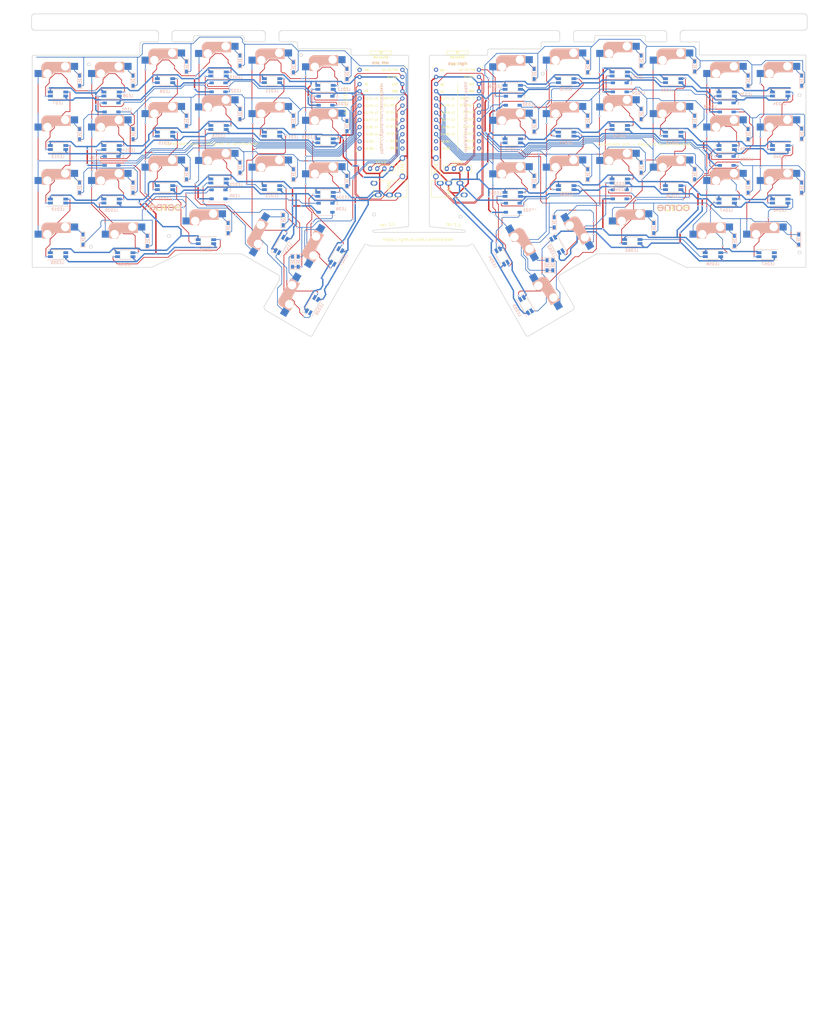
<source format=kicad_pcb>
(kicad_pcb (version 20171130) (host pcbnew "(5.1.6-0-10_14)")
  (title_block (title cornetrack) (date 2020-09-10) (rev 1.1) (company jannikwibker) (comment 1 "based on crkbd / corne by foostan"))
  (layers (0 F.Cu signal) (31 B.Cu signal) (34 B.Paste user) (35 F.Paste user) (36 B.SilkS user) (37 F.SilkS user) (38 B.Mask user) (39 F.Mask user) (44 Edge.Cuts user))
  (net 0 "")
  (net 1 row0)
  (net 2 "Net-(D1-Pad2)")
  (net 3 row1)
  (net 4 "Net-(D2-Pad2)")
  (net 5 row2)
  (net 6 "Net-(D3-Pad2)")
  (net 7 row3)
  (net 8 "Net-(D4-Pad2)")
  (net 9 "Net-(D5-Pad2)")
  (net 10 "Net-(D6-Pad2)")
  (net 11 "Net-(D7-Pad2)")
  (net 12 "Net-(D8-Pad2)")
  (net 13 "Net-(D9-Pad2)")
  (net 14 "Net-(D10-Pad2)")
  (net 15 "Net-(D11-Pad2)")
  (net 16 "Net-(D12-Pad2)")
  (net 17 "Net-(D13-Pad2)")
  (net 18 "Net-(D14-Pad2)")
  (net 19 "Net-(D15-Pad2)")
  (net 20 "Net-(D16-Pad2)")
  (net 21 "Net-(D17-Pad2)")
  (net 22 "Net-(D18-Pad2)")
  (net 23 "Net-(D19-Pad2)")
  (net 24 "Net-(D20-Pad2)")
  (net 25 "Net-(D21-Pad2)")
  (net 26 GND)
  (net 27 VCC)
  (net 28 col0)
  (net 29 col1)
  (net 30 col2)
  (net 31 col3)
  (net 32 col4)
  (net 33 col5)
  (net 34 LED)
  (net 35 data)
  (net 36 reset)
  (net 37 SCL)
  (net 38 SDA)
  (net 39 "Net-(U1-Pad14)")
  (net 40 "Net-(U1-Pad13)")
  (net 41 "Net-(U1-Pad12)")
  (net 42 "Net-(U1-Pad11)")
  (net 43 "Net-(U1-Pad24)")
  (net 44 "Net-(D22-Pad2)")
  (net 45 row0_r)
  (net 46 "Net-(D23-Pad2)")
  (net 47 "Net-(D24-Pad2)")
  (net 48 "Net-(D25-Pad2)")
  (net 49 "Net-(D26-Pad2)")
  (net 50 "Net-(D27-Pad2)")
  (net 51 row1_r)
  (net 52 "Net-(D28-Pad2)")
  (net 53 "Net-(D29-Pad2)")
  (net 54 "Net-(D30-Pad2)")
  (net 55 "Net-(D31-Pad2)")
  (net 56 "Net-(D32-Pad2)")
  (net 57 "Net-(D33-Pad2)")
  (net 58 row2_r)
  (net 59 "Net-(D34-Pad2)")
  (net 60 "Net-(D35-Pad2)")
  (net 61 "Net-(D36-Pad2)")
  (net 62 "Net-(D37-Pad2)")
  (net 63 "Net-(D38-Pad2)")
  (net 64 "Net-(D39-Pad2)")
  (net 65 "Net-(D40-Pad2)")
  (net 66 row3_r)
  (net 67 "Net-(D41-Pad2)")
  (net 68 "Net-(D42-Pad2)")
  (net 69 data_r)
  (net 70 SDA_r)
  (net 71 SCL_r)
  (net 72 LED_r)
  (net 73 reset_r)
  (net 74 col0_r)
  (net 75 col1_r)
  (net 76 col2_r)
  (net 77 col3_r)
  (net 78 col4_r)
  (net 79 col5_r)
  (net 80 VDD)
  (net 81 GNDA)
  (net 82 "Net-(LED1-Pad2)")
  (net 83 "Net-(LED1-Pad4)")
  (net 84 "Net-(LED2-Pad4)")
  (net 85 "Net-(LED10-Pad2)")
  (net 86 "Net-(LED11-Pad4)")
  (net 87 "Net-(LED13-Pad4)")
  (net 88 "Net-(LED14-Pad2)")
  (net 89 "Net-(LED15-Pad4)")
  (net 90 "Net-(LED10-Pad4)")
  (net 91 "Net-(LED11-Pad2)")
  (net 92 "Net-(LED12-Pad4)")
  (net 93 "Net-(LED13-Pad2)")
  (net 94 "Net-(LED14-Pad4)")
  (net 95 "Net-(LED16-Pad4)")
  (net 96 "Net-(LED17-Pad2)")
  (net 97 "Net-(LED18-Pad4)")
  (net 98 "Net-(LED22-Pad4)")
  (net 99 "Net-(LED24-Pad4)")
  (net 100 "Net-(LED25-Pad4)")
  (net 101 "Net-(LED27-Pad4)")
  (net 102 "Net-(LED28-Pad2)")
  (net 103 "Net-(LED29-Pad4)")
  (net 104 "Net-(LED32-Pad2)")
  (net 105 "Net-(LED34-Pad2)")
  (net 106 "Net-(LED35-Pad4)")
  (net 107 "Net-(LED37-Pad4)")
  (net 108 "Net-(LED38-Pad2)")
  (net 109 "Net-(LED39-Pad4)")
  (net 110 "Net-(LED4-Pad2)")
  (net 111 "Net-(LED5-Pad2)")
  (net 112 "Net-(LED7-Pad4)")
  (net 113 "Net-(LED15-Pad2)")
  (net 114 "Net-(LED20-Pad4)")
  (net 115 "Net-(LED23-Pad2)")
  (net 116 "Net-(LED28-Pad4)")
  (net 117 "Net-(LED31-Pad2)")
  (net 118 "Net-(LED33-Pad2)")
  (net 119 "Net-(LED40-Pad2)")
  (net 120 "Net-(LED41-Pad4)")
  (net 121 "Net-(LED42-Pad2)")
  (net 122 "Net-(LED43-Pad4)")
  (net 123 "Net-(LED44-Pad2)")
  (net 124 "Net-(LED45-Pad4)")
  (net 125 "Net-(LED47-Pad4)")
  (net 126 "Net-(LED49-Pad4)")
  (net 127 "Net-(LED50-Pad2)")
  (net 128 "Net-(LED51-Pad4)")
  (net 129 "Net-(LED52-Pad4)")
  (net 130 "Net-(LED34-Pad4)")
  (net 131 "Net-(LED36-Pad4)")
  (net 132 "Net-(LED36-Pad2)")
  (net 133 "Net-(LED38-Pad4)")
  (net 134 "Net-(U2-Pad11)")
  (net 135 "Net-(U2-Pad12)")
  (net 136 "Net-(U2-Pad13)")
  (net 137 "Net-(U2-Pad14)")
  (net 138 "Net-(U2-Pad24)")
  (net 139 "Net-(J1-PadA)")
  (net 140 "Net-(J3-PadA)")
  (net 141 "Net-(LED19-Pad2)")
  (net 142 "Net-(LED46-Pad2)")
  (net 143 "Net-(LED21-Pad2)")
  (net 144 "Net-(LED48-Pad2)")
  (net 145 "Net-(LED55-Pad2)")
  (net 146 "Net-(LED57-Pad2)")
  (net 147 "Net-(LED56-Pad4)")
  (net 148 "Net-(LED58-Pad4)")
  (net 149 "Net-(D43-Pad2)")
  (net 150 "Net-(D44-Pad2)")
  (net 151 "Net-(D45-Pad2)")
  (net 152 "Net-(D46-Pad2)")
  (net 153 "Net-(D47-Pad2)")
  (net 154 "Net-(D48-Pad2)")
  (module kbd:M2_HOLE_v2 (layer B.Cu) (at 268.2655 82.43 180)
    (fp_text reference Ref** hide)
    (fp_text value Val** hide)
    (pad "" np_thru_hole circle (at 0 0 180) (size 4.2 4.2) (drill 4.2) (layers *.Cu *.Mask))
  )
  (module kbd:M2_HOLE_v2 (layer F.Cu) (at 28.4065 82.43)
    (fp_text reference Ref** hide)
    (fp_text value Val** hide)
    (pad "" np_thru_hole circle (at 0 0) (size 4.2 4.2) (drill 4.2) (layers *.Cu *.Mask))
  )
  (module kbd:D3_SMD_v2 (layer B.Cu) (at 28.956 92.202 90)
    (fp_text reference D43 hide)
    (fp_text value D hide)
    (pad 2 smd rect (at 1.775 0 90) (size 1.4 1) (layers B.Cu B.Paste B.Mask) (net 149 "Net-(D43-Pad2)"))
    (pad 1 smd rect (at -1.775 0 90) (size 1.4 1) (layers B.Cu B.Paste B.Mask) (net 7 row3))
  )
  (module kbd:M2_HOLE_v2 (layer B.Cu) (at 266.954 45.212 180)
    (fp_text reference Ref** hide)
    (fp_text value Val** hide)
    (pad "" np_thru_hole circle (at 0 -0.0535 180) (size 4.2 4.2) (drill 4.2) (layers *.Cu *.Mask))
  )
  (module kbd:M2_HOLE_v2 (layer B.Cu) (at 191.0965 41.7655 180)
    (fp_text reference Ref** hide)
    (fp_text value Val** hide)
    (pad "" np_thru_hole circle (at 0 0 180) (size 4.2 4.2) (drill 4.2) (layers *.Cu *.Mask))
  )
  (module kbd:M2_HOLE_v2 (layer B.Cu) (at 238.4645 84.448 180)
    (fp_text reference Ref** hide)
    (fp_text value Val** hide)
    (pad "" np_thru_hole circle (at 0 0 180) (size 4.2 4.2) (drill 4.2) (layers *.Cu *.Mask))
  )
  (module kbd:M2_HOLE_v2 (layer B.Cu) (at 189.23 83.82 180)
    (fp_text reference Ref** hide)
    (fp_text value Val** hide)
    (pad "" np_thru_hole circle (at 0 0 180) (size 4.2 4.2) (drill 4.2) (layers *.Cu *.Mask))
  )
  (module "" (layer F.Cu) (at 142.748 185.166)
    (fp_text reference "" (at 145.288 185.42) (layer F.SilkS) (effects (font (size 1.27 1.27))))
    (fp_text value "" (at 145.288 185.42) (layer F.SilkS) (effects (font (size 1.27 1.27))))
  )
  (module kbd:CherryMX_Hotswap (layer F.Cu) (at 190.413474 113.132317 300)
    (fp_text reference SW41 hide)
    (fp_text value SW_PUSH hide)
    (pad 1 smd rect (at -7.085 -2.54 120) (size 2.55 2.5) (layers B.Cu B.Paste B.Mask) (net 78 col4_r))
    (pad "" np_thru_hole circle (at 0 0 30) (size 4.1 4.1) (drill 4.1) (layers *.Cu *.Mask))
    (pad "" np_thru_hole circle (at 5.08 0 300) (size 1.9 1.9) (drill 1.9) (layers *.Cu *.Mask))
    (pad "" np_thru_hole circle (at -5.08 0 300) (size 1.9 1.9) (drill 1.9) (layers *.Cu *.Mask))
    (pad 2 smd rect (at 5.842 -5.08 120) (size 2.55 2.5) (layers B.Cu B.Paste B.Mask) (net 67 "Net-(D41-Pad2)"))
    (pad "" np_thru_hole circle (at -3.81 -2.54 300) (size 3 3) (drill 3) (layers *.Cu *.Mask))
    (pad "" np_thru_hole circle (at 2.54 -5.08 300) (size 3 3) (drill 3) (layers *.Cu *.Mask))
  )
  (module kbd:Breakaway_Tabs (layer F.Cu) (at 130.681375 91.712608 60)
    (fp_text reference REF**)
    (fp_text value Breakaway_Tabs)
    (pad "" np_thru_hole circle (at 0 0 60) (size 0.3 0.3) (drill 0.3) (layers *.Cu *.Mask))
    (pad "" np_thru_hole circle (at 0.59375 0 60) (size 0.3 0.3) (drill 0.3) (layers *.Cu *.Mask))
    (pad "" np_thru_hole circle (at 1.1875 0 60) (size 0.3 0.3) (drill 0.3) (layers *.Cu *.Mask))
    (pad "" np_thru_hole circle (at 1.78125 0 60) (size 0.3 0.3) (drill 0.3) (layers *.Cu *.Mask))
    (pad "" np_thru_hole circle (at 2.375 0 60) (size 0.3 0.3) (drill 0.3) (layers *.Cu *.Mask))
    (pad "" np_thru_hole circle (at -1.78125 0 60) (size 0.3 0.3) (drill 0.3) (layers *.Cu *.Mask))
    (pad "" np_thru_hole circle (at -0.59375 0 60) (size 0.3 0.3) (drill 0.3) (layers *.Cu *.Mask))
    (pad "" np_thru_hole circle (at -2.375 0 60) (size 0.3 0.3) (drill 0.3) (layers *.Cu *.Mask))
    (pad "" np_thru_hole circle (at -1.1875 0 60) (size 0.3 0.3) (drill 0.3) (layers *.Cu *.Mask))
  )
  (module kbd:Breakaway_Tabs (layer B.Cu) (at 165.990625 91.712608 120)
    (fp_text reference REF**)
    (fp_text value Breakaway_Tabs)
    (pad "" np_thru_hole circle (at -1.1875 0 120) (size 0.3 0.3) (drill 0.3) (layers *.Cu *.Mask))
    (pad "" np_thru_hole circle (at -2.375 0 120) (size 0.3 0.3) (drill 0.3) (layers *.Cu *.Mask))
    (pad "" np_thru_hole circle (at -0.59375 0 120) (size 0.3 0.3) (drill 0.3) (layers *.Cu *.Mask))
    (pad "" np_thru_hole circle (at -1.78125 0 120) (size 0.3 0.3) (drill 0.3) (layers *.Cu *.Mask))
    (pad "" np_thru_hole circle (at 2.375 0 120) (size 0.3 0.3) (drill 0.3) (layers *.Cu *.Mask))
    (pad "" np_thru_hole circle (at 1.78125 0 120) (size 0.3 0.3) (drill 0.3) (layers *.Cu *.Mask))
    (pad "" np_thru_hole circle (at 1.1875 0 120) (size 0.3 0.3) (drill 0.3) (layers *.Cu *.Mask))
    (pad "" np_thru_hole circle (at 0.59375 0 120) (size 0.3 0.3) (drill 0.3) (layers *.Cu *.Mask))
    (pad "" np_thru_hole circle (at 0 0 120) (size 0.3 0.3) (drill 0.3) (layers *.Cu *.Mask))
  )
  (module kbd:CherryMX_Hotswap (layer F.Cu) (at 43.9835 92.83)
    (fp_text reference SW44 hide)
    (fp_text value SW_PUSH hide)
    (pad 1 smd rect (at -7.085 -2.54 180) (size 2.55 2.5) (layers B.Cu B.Paste B.Mask) (net 29 col1))
    (pad "" np_thru_hole circle (at 0 0 90) (size 4.1 4.1) (drill 4.1) (layers *.Cu *.Mask))
    (pad "" np_thru_hole circle (at 5.08 0) (size 1.9 1.9) (drill 1.9) (layers *.Cu *.Mask))
    (pad "" np_thru_hole circle (at -5.08 0) (size 1.9 1.9) (drill 1.9) (layers *.Cu *.Mask))
    (pad 2 smd rect (at 5.842 -5.08 180) (size 2.55 2.5) (layers B.Cu B.Paste B.Mask) (net 150 "Net-(D44-Pad2)"))
    (pad "" np_thru_hole circle (at -3.81 -2.54) (size 3 3) (drill 3) (layers *.Cu *.Mask))
    (pad "" np_thru_hole circle (at 2.54 -5.08) (size 3 3) (drill 3) (layers *.Cu *.Mask))
  )
  (module kbd:CherryMX_Hotswap (layer F.Cu) (at 114.8825 95.854031 60)
    (fp_text reference SW21 hide)
    (fp_text value SW_PUSH hide)
    (pad 1 smd rect (at -7.085 -2.54 240) (size 2.55 2.5) (layers B.Cu B.Paste B.Mask) (net 33 col5))
    (pad "" np_thru_hole circle (at 0 0 150) (size 4.1 4.1) (drill 4.1) (layers *.Cu *.Mask))
    (pad "" np_thru_hole circle (at 5.08 0 60) (size 1.9 1.9) (drill 1.9) (layers *.Cu *.Mask))
    (pad "" np_thru_hole circle (at -5.08 0 60) (size 1.9 1.9) (drill 1.9) (layers *.Cu *.Mask))
    (pad 2 smd rect (at 5.842 -5.08 240) (size 2.55 2.5) (layers B.Cu B.Paste B.Mask) (net 25 "Net-(D21-Pad2)"))
    (pad "" np_thru_hole circle (at -3.81 -2.54 60) (size 3 3) (drill 3) (layers *.Cu *.Mask))
    (pad "" np_thru_hole circle (at 2.54 -5.08 60) (size 3 3) (drill 3) (layers *.Cu *.Mask))
  )
  (module kbd:CherryMX_Hotswap (layer F.Cu) (at 39.1075 54.78)
    (fp_text reference SW8 hide)
    (fp_text value SW_PUSH hide)
    (pad 1 smd rect (at -7.085 -2.54 180) (size 2.55 2.5) (layers B.Cu B.Paste B.Mask) (net 29 col1))
    (pad "" np_thru_hole circle (at 0 0 90) (size 4.1 4.1) (drill 4.1) (layers *.Cu *.Mask))
    (pad "" np_thru_hole circle (at 5.08 0) (size 1.9 1.9) (drill 1.9) (layers *.Cu *.Mask))
    (pad "" np_thru_hole circle (at -5.08 0) (size 1.9 1.9) (drill 1.9) (layers *.Cu *.Mask))
    (pad 2 smd rect (at 5.842 -5.08 180) (size 2.55 2.5) (layers B.Cu B.Paste B.Mask) (net 12 "Net-(D8-Pad2)"))
    (pad "" np_thru_hole circle (at -3.81 -2.54) (size 3 3) (drill 3) (layers *.Cu *.Mask))
    (pad "" np_thru_hole circle (at 2.54 -5.08) (size 3 3) (drill 3) (layers *.Cu *.Mask))
  )
  (module kbd:D3_SMD_v2 (layer B.Cu) (at 195.834 101.346 90)
    (fp_text reference D41 hide)
    (fp_text value D hide)
    (pad 1 smd rect (at -1.775 0 90) (size 1.4 1) (layers B.Cu B.Paste B.Mask) (net 66 row3_r))
    (pad 2 smd rect (at 1.775 0 90) (size 1.4 1) (layers B.Cu B.Paste B.Mask) (net 67 "Net-(D41-Pad2)"))
  )
  (module kbd:D3_SMD_v2 (layer B.Cu) (at 260.35 92.71 90)
    (fp_text reference D47 hide)
    (fp_text value D hide)
    (pad 2 smd rect (at 1.775 0 90) (size 1.4 1) (layers B.Cu B.Paste B.Mask) (net 153 "Net-(D47-Pad2)"))
    (pad 1 smd rect (at -1.775 0 90) (size 1.4 1) (layers B.Cu B.Paste B.Mask) (net 66 row3_r))
  )
  (module kbd:D3_SMD_v2 (layer B.Cu) (at 283.21 92.202 90)
    (fp_text reference D46 hide)
    (fp_text value D hide)
    (pad 1 smd rect (at -1.775 0 90) (size 1.4 1) (layers B.Cu B.Paste B.Mask) (net 66 row3_r))
    (pad 2 smd rect (at 1.775 0 90) (size 1.4 1) (layers B.Cu B.Paste B.Mask) (net 152 "Net-(D46-Pad2)"))
  )
  (module kbd:D3_SMD_v2 (layer B.Cu) (at 80.518 88.138 90)
    (fp_text reference D45 hide)
    (fp_text value D hide)
    (pad 2 smd rect (at 1.775 0 90) (size 1.4 1) (layers B.Cu B.Paste B.Mask) (net 151 "Net-(D45-Pad2)"))
    (pad 1 smd rect (at -1.775 0 90) (size 1.4 1) (layers B.Cu B.Paste B.Mask) (net 7 row3))
  )
  (module kbd:D3_SMD_v2 (layer B.Cu) (at 51.816 92.707 90)
    (fp_text reference D44 hide)
    (fp_text value D hide)
    (pad 2 smd rect (at 1.775 0 90) (size 1.4 1) (layers B.Cu B.Paste B.Mask) (net 150 "Net-(D44-Pad2)"))
    (pad 1 smd rect (at -1.775 0 90) (size 1.4 1) (layers B.Cu B.Paste B.Mask) (net 7 row3))
  )
  (module kbd:CherryMX_Hotswap (layer F.Cu) (at 181.90432 95.854031 300)
    (fp_text reference SW42 hide)
    (fp_text value SW_PUSH hide)
    (pad 1 smd rect (at -7.085 -2.54 120) (size 2.55 2.5) (layers B.Cu B.Paste B.Mask) (net 79 col5_r))
    (pad "" np_thru_hole circle (at 0 0 30) (size 4.1 4.1) (drill 4.1) (layers *.Cu *.Mask))
    (pad "" np_thru_hole circle (at 5.08 0 300) (size 1.9 1.9) (drill 1.9) (layers *.Cu *.Mask))
    (pad "" np_thru_hole circle (at -5.08 0 300) (size 1.9 1.9) (drill 1.9) (layers *.Cu *.Mask))
    (pad 2 smd rect (at 5.842 -5.08 120) (size 2.55 2.5) (layers B.Cu B.Paste B.Mask) (net 68 "Net-(D42-Pad2)"))
    (pad "" np_thru_hole circle (at -3.81 -2.54 300) (size 3 3) (drill 3) (layers *.Cu *.Mask))
    (pad "" np_thru_hole circle (at 2.54 -5.08 300) (size 3 3) (drill 3) (layers *.Cu *.Mask))
  )
  (module kbd:CherryMX_Hotswap (layer F.Cu) (at 224.0845 88.142)
    (fp_text reference SW48 hide)
    (fp_text value SW_PUSH hide)
    (pad 1 smd rect (at -7.085 -2.54 180) (size 2.55 2.5) (layers B.Cu B.Paste B.Mask) (net 76 col2_r))
    (pad "" np_thru_hole circle (at 0 0 90) (size 4.1 4.1) (drill 4.1) (layers *.Cu *.Mask))
    (pad "" np_thru_hole circle (at 5.08 0) (size 1.9 1.9) (drill 1.9) (layers *.Cu *.Mask))
    (pad "" np_thru_hole circle (at -5.08 0) (size 1.9 1.9) (drill 1.9) (layers *.Cu *.Mask))
    (pad 2 smd rect (at 5.842 -5.08 180) (size 2.55 2.5) (layers B.Cu B.Paste B.Mask) (net 154 "Net-(D48-Pad2)"))
    (pad "" np_thru_hole circle (at -3.81 -2.54) (size 3 3) (drill 3) (layers *.Cu *.Mask))
    (pad "" np_thru_hole circle (at 2.54 -5.08) (size 3 3) (drill 3) (layers *.Cu *.Mask))
  )
  (module kbd:CherryMX_Hotswap (layer F.Cu) (at 200.6145 69.025)
    (fp_text reference SW38 hide)
    (fp_text value SW_PUSH hide)
    (pad 1 smd rect (at -7.085 -2.54 180) (size 2.55 2.5) (layers B.Cu B.Paste B.Mask) (net 78 col4_r))
    (pad "" np_thru_hole circle (at 0 0 90) (size 4.1 4.1) (drill 4.1) (layers *.Cu *.Mask))
    (pad "" np_thru_hole circle (at 5.08 0) (size 1.9 1.9) (drill 1.9) (layers *.Cu *.Mask))
    (pad "" np_thru_hole circle (at -5.08 0) (size 1.9 1.9) (drill 1.9) (layers *.Cu *.Mask))
    (pad 2 smd rect (at 5.842 -5.08 180) (size 2.55 2.5) (layers B.Cu B.Paste B.Mask) (net 63 "Net-(D38-Pad2)"))
    (pad "" np_thru_hole circle (at -3.81 -2.54) (size 3 3) (drill 3) (layers *.Cu *.Mask))
    (pad "" np_thru_hole circle (at 2.54 -5.08) (size 3 3) (drill 3) (layers *.Cu *.Mask))
  )
  (module kbd:CherryMX_Hotswap (layer F.Cu) (at 276.6145 73.775)
    (fp_text reference SW34 hide)
    (fp_text value SW_PUSH hide)
    (pad 1 smd rect (at -7.085 -2.54 180) (size 2.55 2.5) (layers B.Cu B.Paste B.Mask) (net 74 col0_r))
    (pad "" np_thru_hole circle (at 0 0 90) (size 4.1 4.1) (drill 4.1) (layers *.Cu *.Mask))
    (pad "" np_thru_hole circle (at 5.08 0) (size 1.9 1.9) (drill 1.9) (layers *.Cu *.Mask))
    (pad "" np_thru_hole circle (at -5.08 0) (size 1.9 1.9) (drill 1.9) (layers *.Cu *.Mask))
    (pad 2 smd rect (at 5.842 -5.08 180) (size 2.55 2.5) (layers B.Cu B.Paste B.Mask) (net 59 "Net-(D34-Pad2)"))
    (pad "" np_thru_hole circle (at -3.81 -2.54) (size 3 3) (drill 3) (layers *.Cu *.Mask))
    (pad "" np_thru_hole circle (at 2.54 -5.08) (size 3 3) (drill 3) (layers *.Cu *.Mask))
  )
  (module kbd:CherryMX_Hotswap (layer F.Cu) (at 200.6145 50.025)
    (fp_text reference SW32 hide)
    (fp_text value SW_PUSH hide)
    (pad 1 smd rect (at -7.085 -2.54 180) (size 2.55 2.5) (layers B.Cu B.Paste B.Mask) (net 78 col4_r))
    (pad "" np_thru_hole circle (at 0 0 90) (size 4.1 4.1) (drill 4.1) (layers *.Cu *.Mask))
    (pad "" np_thru_hole circle (at 5.08 0) (size 1.9 1.9) (drill 1.9) (layers *.Cu *.Mask))
    (pad "" np_thru_hole circle (at -5.08 0) (size 1.9 1.9) (drill 1.9) (layers *.Cu *.Mask))
    (pad 2 smd rect (at 5.842 -5.08 180) (size 2.55 2.5) (layers B.Cu B.Paste B.Mask) (net 56 "Net-(D32-Pad2)"))
    (pad "" np_thru_hole circle (at -3.81 -2.54) (size 3 3) (drill 3) (layers *.Cu *.Mask))
    (pad "" np_thru_hole circle (at 2.54 -5.08) (size 3 3) (drill 3) (layers *.Cu *.Mask))
  )
  (module kbd:CherryMX_Hotswap (layer F.Cu) (at 219.6145 47.65)
    (fp_text reference SW31 hide)
    (fp_text value SW_PUSH hide)
    (pad 1 smd rect (at -7.085 -2.54 180) (size 2.55 2.5) (layers B.Cu B.Paste B.Mask) (net 77 col3_r))
    (pad "" np_thru_hole circle (at 0 0 90) (size 4.1 4.1) (drill 4.1) (layers *.Cu *.Mask))
    (pad "" np_thru_hole circle (at 5.08 0) (size 1.9 1.9) (drill 1.9) (layers *.Cu *.Mask))
    (pad "" np_thru_hole circle (at -5.08 0) (size 1.9 1.9) (drill 1.9) (layers *.Cu *.Mask))
    (pad 2 smd rect (at 5.842 -5.08 180) (size 2.55 2.5) (layers B.Cu B.Paste B.Mask) (net 55 "Net-(D31-Pad2)"))
    (pad "" np_thru_hole circle (at -3.81 -2.54) (size 3 3) (drill 3) (layers *.Cu *.Mask))
    (pad "" np_thru_hole circle (at 2.54 -5.08) (size 3 3) (drill 3) (layers *.Cu *.Mask))
  )
  (module kbd:CherryMX_Hotswap (layer F.Cu) (at 238.6145 50.025)
    (fp_text reference SW30 hide)
    (fp_text value SW_PUSH hide)
    (pad 1 smd rect (at -7.085 -2.54 180) (size 2.55 2.5) (layers B.Cu B.Paste B.Mask) (net 76 col2_r))
    (pad "" np_thru_hole circle (at 0 0 90) (size 4.1 4.1) (drill 4.1) (layers *.Cu *.Mask))
    (pad "" np_thru_hole circle (at 5.08 0) (size 1.9 1.9) (drill 1.9) (layers *.Cu *.Mask))
    (pad "" np_thru_hole circle (at -5.08 0) (size 1.9 1.9) (drill 1.9) (layers *.Cu *.Mask))
    (pad 2 smd rect (at 5.842 -5.08 180) (size 2.55 2.5) (layers B.Cu B.Paste B.Mask) (net 54 "Net-(D30-Pad2)"))
    (pad "" np_thru_hole circle (at -3.81 -2.54) (size 3 3) (drill 3) (layers *.Cu *.Mask))
    (pad "" np_thru_hole circle (at 2.54 -5.08) (size 3 3) (drill 3) (layers *.Cu *.Mask))
  )
  (module kbd:CherryMX_Hotswap (layer F.Cu) (at 257.6145 54.775)
    (fp_text reference SW29 hide)
    (fp_text value SW_PUSH hide)
    (pad 1 smd rect (at -7.085 -2.54 180) (size 2.55 2.5) (layers B.Cu B.Paste B.Mask) (net 75 col1_r))
    (pad "" np_thru_hole circle (at 0 0 90) (size 4.1 4.1) (drill 4.1) (layers *.Cu *.Mask))
    (pad "" np_thru_hole circle (at 5.08 0) (size 1.9 1.9) (drill 1.9) (layers *.Cu *.Mask))
    (pad "" np_thru_hole circle (at -5.08 0) (size 1.9 1.9) (drill 1.9) (layers *.Cu *.Mask))
    (pad 2 smd rect (at 5.842 -5.08 180) (size 2.55 2.5) (layers B.Cu B.Paste B.Mask) (net 53 "Net-(D29-Pad2)"))
    (pad "" np_thru_hole circle (at -3.81 -2.54) (size 3 3) (drill 3) (layers *.Cu *.Mask))
    (pad "" np_thru_hole circle (at 2.54 -5.08) (size 3 3) (drill 3) (layers *.Cu *.Mask))
  )
  (module kbd:CherryMX_Hotswap (layer F.Cu) (at 276.6145 54.775)
    (fp_text reference SW28 hide)
    (fp_text value SW_PUSH hide)
    (pad 1 smd rect (at -7.085 -2.54 180) (size 2.55 2.5) (layers B.Cu B.Paste B.Mask) (net 74 col0_r))
    (pad "" np_thru_hole circle (at 0 0 90) (size 4.1 4.1) (drill 4.1) (layers *.Cu *.Mask))
    (pad "" np_thru_hole circle (at 5.08 0) (size 1.9 1.9) (drill 1.9) (layers *.Cu *.Mask))
    (pad "" np_thru_hole circle (at -5.08 0) (size 1.9 1.9) (drill 1.9) (layers *.Cu *.Mask))
    (pad 2 smd rect (at 5.842 -5.08 180) (size 2.55 2.5) (layers B.Cu B.Paste B.Mask) (net 52 "Net-(D28-Pad2)"))
    (pad "" np_thru_hole circle (at -3.81 -2.54) (size 3 3) (drill 3) (layers *.Cu *.Mask))
    (pad "" np_thru_hole circle (at 2.54 -5.08) (size 3 3) (drill 3) (layers *.Cu *.Mask))
  )
  (module kbd:CherryMX_Hotswap (layer F.Cu) (at 181.6075 33.405)
    (fp_text reference SW27 hide)
    (fp_text value SW_PUSH hide)
    (pad 1 smd rect (at -7.085 -2.54 180) (size 2.55 2.5) (layers B.Cu B.Paste B.Mask) (net 79 col5_r))
    (pad "" np_thru_hole circle (at 0 0 90) (size 4.1 4.1) (drill 4.1) (layers *.Cu *.Mask))
    (pad "" np_thru_hole circle (at 5.08 0) (size 1.9 1.9) (drill 1.9) (layers *.Cu *.Mask))
    (pad "" np_thru_hole circle (at -5.08 0) (size 1.9 1.9) (drill 1.9) (layers *.Cu *.Mask))
    (pad 2 smd rect (at 5.842 -5.08 180) (size 2.55 2.5) (layers B.Cu B.Paste B.Mask) (net 50 "Net-(D27-Pad2)"))
    (pad "" np_thru_hole circle (at -3.81 -2.54) (size 3 3) (drill 3) (layers *.Cu *.Mask))
    (pad "" np_thru_hole circle (at 2.54 -5.08) (size 3 3) (drill 3) (layers *.Cu *.Mask))
  )
  (module kbd:CherryMX_Hotswap (layer F.Cu) (at 200.6145 31.025)
    (fp_text reference SW26 hide)
    (fp_text value SW_PUSH hide)
    (pad 1 smd rect (at -7.085 -2.54 180) (size 2.55 2.5) (layers B.Cu B.Paste B.Mask) (net 78 col4_r))
    (pad "" np_thru_hole circle (at 0 0 90) (size 4.1 4.1) (drill 4.1) (layers *.Cu *.Mask))
    (pad "" np_thru_hole circle (at 5.08 0) (size 1.9 1.9) (drill 1.9) (layers *.Cu *.Mask))
    (pad "" np_thru_hole circle (at -5.08 0) (size 1.9 1.9) (drill 1.9) (layers *.Cu *.Mask))
    (pad 2 smd rect (at 5.842 -5.08 180) (size 2.55 2.5) (layers B.Cu B.Paste B.Mask) (net 49 "Net-(D26-Pad2)"))
    (pad "" np_thru_hole circle (at -3.81 -2.54) (size 3 3) (drill 3) (layers *.Cu *.Mask))
    (pad "" np_thru_hole circle (at 2.54 -5.08) (size 3 3) (drill 3) (layers *.Cu *.Mask))
  )
  (module kbd:CherryMX_Hotswap (layer F.Cu) (at 219.6145 28.65)
    (fp_text reference SW25 hide)
    (fp_text value SW_PUSH hide)
    (pad 1 smd rect (at -7.085 -2.54 180) (size 2.55 2.5) (layers B.Cu B.Paste B.Mask) (net 77 col3_r))
    (pad "" np_thru_hole circle (at 0 0 90) (size 4.1 4.1) (drill 4.1) (layers *.Cu *.Mask))
    (pad "" np_thru_hole circle (at 5.08 0) (size 1.9 1.9) (drill 1.9) (layers *.Cu *.Mask))
    (pad "" np_thru_hole circle (at -5.08 0) (size 1.9 1.9) (drill 1.9) (layers *.Cu *.Mask))
    (pad 2 smd rect (at 5.842 -5.08 180) (size 2.55 2.5) (layers B.Cu B.Paste B.Mask) (net 48 "Net-(D25-Pad2)"))
    (pad "" np_thru_hole circle (at -3.81 -2.54) (size 3 3) (drill 3) (layers *.Cu *.Mask))
    (pad "" np_thru_hole circle (at 2.54 -5.08) (size 3 3) (drill 3) (layers *.Cu *.Mask))
  )
  (module kbd:CherryMX_Hotswap (layer F.Cu) (at 238.6145 31.025)
    (fp_text reference SW24 hide)
    (fp_text value SW_PUSH hide)
    (pad 1 smd rect (at -7.085 -2.54 180) (size 2.55 2.5) (layers B.Cu B.Paste B.Mask) (net 76 col2_r))
    (pad "" np_thru_hole circle (at 0 0 90) (size 4.1 4.1) (drill 4.1) (layers *.Cu *.Mask))
    (pad "" np_thru_hole circle (at 5.08 0) (size 1.9 1.9) (drill 1.9) (layers *.Cu *.Mask))
    (pad "" np_thru_hole circle (at -5.08 0) (size 1.9 1.9) (drill 1.9) (layers *.Cu *.Mask))
    (pad 2 smd rect (at 5.842 -5.08 180) (size 2.55 2.5) (layers B.Cu B.Paste B.Mask) (net 47 "Net-(D24-Pad2)"))
    (pad "" np_thru_hole circle (at -3.81 -2.54) (size 3 3) (drill 3) (layers *.Cu *.Mask))
    (pad "" np_thru_hole circle (at 2.54 -5.08) (size 3 3) (drill 3) (layers *.Cu *.Mask))
  )
  (module kbd:CherryMX_Hotswap (layer F.Cu) (at 257.6145 35.775)
    (fp_text reference SW23 hide)
    (fp_text value SW_PUSH hide)
    (pad 1 smd rect (at -7.085 -2.54 180) (size 2.55 2.5) (layers B.Cu B.Paste B.Mask) (net 75 col1_r))
    (pad "" np_thru_hole circle (at 0 0 90) (size 4.1 4.1) (drill 4.1) (layers *.Cu *.Mask))
    (pad "" np_thru_hole circle (at 5.08 0) (size 1.9 1.9) (drill 1.9) (layers *.Cu *.Mask))
    (pad "" np_thru_hole circle (at -5.08 0) (size 1.9 1.9) (drill 1.9) (layers *.Cu *.Mask))
    (pad 2 smd rect (at 5.842 -5.08 180) (size 2.55 2.5) (layers B.Cu B.Paste B.Mask) (net 46 "Net-(D23-Pad2)"))
    (pad "" np_thru_hole circle (at -3.81 -2.54) (size 3 3) (drill 3) (layers *.Cu *.Mask))
    (pad "" np_thru_hole circle (at 2.54 -5.08) (size 3 3) (drill 3) (layers *.Cu *.Mask))
  )
  (module kbd:CherryMX_Hotswap (layer F.Cu) (at 276.6145 35.775)
    (fp_text reference SW22 hide)
    (fp_text value SW_PUSH hide)
    (pad 1 smd rect (at -7.085 -2.54 180) (size 2.55 2.5) (layers B.Cu B.Paste B.Mask) (net 74 col0_r))
    (pad "" np_thru_hole circle (at 0 0 90) (size 4.1 4.1) (drill 4.1) (layers *.Cu *.Mask))
    (pad "" np_thru_hole circle (at 5.08 0) (size 1.9 1.9) (drill 1.9) (layers *.Cu *.Mask))
    (pad "" np_thru_hole circle (at -5.08 0) (size 1.9 1.9) (drill 1.9) (layers *.Cu *.Mask))
    (pad 2 smd rect (at 5.842 -5.08 180) (size 2.55 2.5) (layers B.Cu B.Paste B.Mask) (net 44 "Net-(D22-Pad2)"))
    (pad "" np_thru_hole circle (at -3.81 -2.54) (size 3 3) (drill 3) (layers *.Cu *.Mask))
    (pad "" np_thru_hole circle (at 2.54 -5.08) (size 3 3) (drill 3) (layers *.Cu *.Mask))
  )
  (module kbd:CherryMX_Hotswap (layer F.Cu) (at 106.3485 113.132317 60)
    (fp_text reference SW20 hide)
    (fp_text value SW_PUSH hide)
    (pad 1 smd rect (at -7.085 -2.54 240) (size 2.55 2.5) (layers B.Cu B.Paste B.Mask) (net 32 col4))
    (pad "" np_thru_hole circle (at 0 0 150) (size 4.1 4.1) (drill 4.1) (layers *.Cu *.Mask))
    (pad "" np_thru_hole circle (at 5.08 0 60) (size 1.9 1.9) (drill 1.9) (layers *.Cu *.Mask))
    (pad "" np_thru_hole circle (at -5.08 0 60) (size 1.9 1.9) (drill 1.9) (layers *.Cu *.Mask))
    (pad 2 smd rect (at 5.842 -5.08 240) (size 2.55 2.5) (layers B.Cu B.Paste B.Mask) (net 24 "Net-(D20-Pad2)"))
    (pad "" np_thru_hole circle (at -3.81 -2.54 60) (size 3 3) (drill 3) (layers *.Cu *.Mask))
    (pad "" np_thru_hole circle (at 2.54 -5.08 60) (size 3 3) (drill 3) (layers *.Cu *.Mask))
  )
  (module kbd:CherryMX_Hotswap (layer F.Cu) (at 95.2435 91.745624 60)
    (fp_text reference SW19 hide)
    (fp_text value SW_PUSH hide)
    (pad 1 smd rect (at -7.085 -2.54 240) (size 2.55 2.5) (layers B.Cu B.Paste B.Mask) (net 31 col3))
    (pad "" np_thru_hole circle (at 0 0 150) (size 4.1 4.1) (drill 4.1) (layers *.Cu *.Mask))
    (pad "" np_thru_hole circle (at 5.08 0 60) (size 1.9 1.9) (drill 1.9) (layers *.Cu *.Mask))
    (pad "" np_thru_hole circle (at -5.08 0 60) (size 1.9 1.9) (drill 1.9) (layers *.Cu *.Mask))
    (pad 2 smd rect (at 5.842 -5.08 240) (size 2.55 2.5) (layers B.Cu B.Paste B.Mask) (net 23 "Net-(D19-Pad2)"))
    (pad "" np_thru_hole circle (at -3.81 -2.54 60) (size 3 3) (drill 3) (layers *.Cu *.Mask))
    (pad "" np_thru_hole circle (at 2.54 -5.08 60) (size 3 3) (drill 3) (layers *.Cu *.Mask))
  )
  (module kbd:CherryMX_Hotswap (layer F.Cu) (at 115.1075 71.405)
    (fp_text reference SW18 hide)
    (fp_text value SW_PUSH hide)
    (pad 1 smd rect (at -7.085 -2.54 180) (size 2.55 2.5) (layers B.Cu B.Paste B.Mask) (net 33 col5))
    (pad "" np_thru_hole circle (at 0 0 90) (size 4.1 4.1) (drill 4.1) (layers *.Cu *.Mask))
    (pad "" np_thru_hole circle (at 5.08 0) (size 1.9 1.9) (drill 1.9) (layers *.Cu *.Mask))
    (pad "" np_thru_hole circle (at -5.08 0) (size 1.9 1.9) (drill 1.9) (layers *.Cu *.Mask))
    (pad 2 smd rect (at 5.842 -5.08 180) (size 2.55 2.5) (layers B.Cu B.Paste B.Mask) (net 22 "Net-(D18-Pad2)"))
    (pad "" np_thru_hole circle (at -3.81 -2.54) (size 3 3) (drill 3) (layers *.Cu *.Mask))
    (pad "" np_thru_hole circle (at 2.54 -5.08) (size 3 3) (drill 3) (layers *.Cu *.Mask))
  )
  (module kbd:CherryMX_Hotswap (layer F.Cu) (at 96.1075 69.03)
    (fp_text reference SW17 hide)
    (fp_text value SW_PUSH hide)
    (pad 1 smd rect (at -7.085 -2.54 180) (size 2.55 2.5) (layers B.Cu B.Paste B.Mask) (net 32 col4))
    (pad "" np_thru_hole circle (at 0 0 90) (size 4.1 4.1) (drill 4.1) (layers *.Cu *.Mask))
    (pad "" np_thru_hole circle (at 5.08 0) (size 1.9 1.9) (drill 1.9) (layers *.Cu *.Mask))
    (pad "" np_thru_hole circle (at -5.08 0) (size 1.9 1.9) (drill 1.9) (layers *.Cu *.Mask))
    (pad 2 smd rect (at 5.842 -5.08 180) (size 2.55 2.5) (layers B.Cu B.Paste B.Mask) (net 21 "Net-(D17-Pad2)"))
    (pad "" np_thru_hole circle (at -3.81 -2.54) (size 3 3) (drill 3) (layers *.Cu *.Mask))
    (pad "" np_thru_hole circle (at 2.54 -5.08) (size 3 3) (drill 3) (layers *.Cu *.Mask))
  )
  (module kbd:CherryMX_Hotswap (layer F.Cu) (at 77.1075 66.655)
    (fp_text reference SW16 hide)
    (fp_text value SW_PUSH hide)
    (pad 1 smd rect (at -7.085 -2.54 180) (size 2.55 2.5) (layers B.Cu B.Paste B.Mask) (net 31 col3))
    (pad "" np_thru_hole circle (at 0 0 90) (size 4.1 4.1) (drill 4.1) (layers *.Cu *.Mask))
    (pad "" np_thru_hole circle (at 5.08 0) (size 1.9 1.9) (drill 1.9) (layers *.Cu *.Mask))
    (pad "" np_thru_hole circle (at -5.08 0) (size 1.9 1.9) (drill 1.9) (layers *.Cu *.Mask))
    (pad 2 smd rect (at 5.842 -5.08 180) (size 2.55 2.5) (layers B.Cu B.Paste B.Mask) (net 20 "Net-(D16-Pad2)"))
    (pad "" np_thru_hole circle (at -3.81 -2.54) (size 3 3) (drill 3) (layers *.Cu *.Mask))
    (pad "" np_thru_hole circle (at 2.54 -5.08) (size 3 3) (drill 3) (layers *.Cu *.Mask))
  )
  (module kbd:CherryMX_Hotswap (layer F.Cu) (at 115.1075 52.405)
    (fp_text reference SW12 hide)
    (fp_text value SW_PUSH hide)
    (pad 1 smd rect (at -7.085 -2.54 180) (size 2.55 2.5) (layers B.Cu B.Paste B.Mask) (net 33 col5))
    (pad "" np_thru_hole circle (at 0 0 90) (size 4.1 4.1) (drill 4.1) (layers *.Cu *.Mask))
    (pad "" np_thru_hole circle (at 5.08 0) (size 1.9 1.9) (drill 1.9) (layers *.Cu *.Mask))
    (pad "" np_thru_hole circle (at -5.08 0) (size 1.9 1.9) (drill 1.9) (layers *.Cu *.Mask))
    (pad 2 smd rect (at 5.842 -5.08 180) (size 2.55 2.5) (layers B.Cu B.Paste B.Mask) (net 16 "Net-(D12-Pad2)"))
    (pad "" np_thru_hole circle (at -3.81 -2.54) (size 3 3) (drill 3) (layers *.Cu *.Mask))
    (pad "" np_thru_hole circle (at 2.54 -5.08) (size 3 3) (drill 3) (layers *.Cu *.Mask))
  )
  (module kbd:CherryMX_Hotswap (layer F.Cu) (at 96.1075 50.03)
    (fp_text reference SW11 hide)
    (fp_text value SW_PUSH hide)
    (pad 1 smd rect (at -7.085 -2.54 180) (size 2.55 2.5) (layers B.Cu B.Paste B.Mask) (net 32 col4))
    (pad "" np_thru_hole circle (at 0 0 90) (size 4.1 4.1) (drill 4.1) (layers *.Cu *.Mask))
    (pad "" np_thru_hole circle (at 5.08 0) (size 1.9 1.9) (drill 1.9) (layers *.Cu *.Mask))
    (pad "" np_thru_hole circle (at -5.08 0) (size 1.9 1.9) (drill 1.9) (layers *.Cu *.Mask))
    (pad 2 smd rect (at 5.842 -5.08 180) (size 2.55 2.5) (layers B.Cu B.Paste B.Mask) (net 15 "Net-(D11-Pad2)"))
    (pad "" np_thru_hole circle (at -3.81 -2.54) (size 3 3) (drill 3) (layers *.Cu *.Mask))
    (pad "" np_thru_hole circle (at 2.54 -5.08) (size 3 3) (drill 3) (layers *.Cu *.Mask))
  )
  (module kbd:CherryMX_Hotswap (layer F.Cu) (at 77.1075 47.655)
    (fp_text reference SW10 hide)
    (fp_text value SW_PUSH hide)
    (pad 1 smd rect (at -7.085 -2.54 180) (size 2.55 2.5) (layers B.Cu B.Paste B.Mask) (net 31 col3))
    (pad "" np_thru_hole circle (at 0 0 90) (size 4.1 4.1) (drill 4.1) (layers *.Cu *.Mask))
    (pad "" np_thru_hole circle (at 5.08 0) (size 1.9 1.9) (drill 1.9) (layers *.Cu *.Mask))
    (pad "" np_thru_hole circle (at -5.08 0) (size 1.9 1.9) (drill 1.9) (layers *.Cu *.Mask))
    (pad 2 smd rect (at 5.842 -5.08 180) (size 2.55 2.5) (layers B.Cu B.Paste B.Mask) (net 14 "Net-(D10-Pad2)"))
    (pad "" np_thru_hole circle (at -3.81 -2.54) (size 3 3) (drill 3) (layers *.Cu *.Mask))
    (pad "" np_thru_hole circle (at 2.54 -5.08) (size 3 3) (drill 3) (layers *.Cu *.Mask))
  )
  (module kbd:CherryMX_Hotswap (layer F.Cu) (at 58.1075 50.03)
    (fp_text reference SW9 hide)
    (fp_text value SW_PUSH hide)
    (pad 1 smd rect (at -7.085 -2.54 180) (size 2.55 2.5) (layers B.Cu B.Paste B.Mask) (net 30 col2))
    (pad "" np_thru_hole circle (at 0 0 90) (size 4.1 4.1) (drill 4.1) (layers *.Cu *.Mask))
    (pad "" np_thru_hole circle (at 5.08 0) (size 1.9 1.9) (drill 1.9) (layers *.Cu *.Mask))
    (pad "" np_thru_hole circle (at -5.08 0) (size 1.9 1.9) (drill 1.9) (layers *.Cu *.Mask))
    (pad 2 smd rect (at 5.842 -5.08 180) (size 2.55 2.5) (layers B.Cu B.Paste B.Mask) (net 13 "Net-(D9-Pad2)"))
    (pad "" np_thru_hole circle (at -3.81 -2.54) (size 3 3) (drill 3) (layers *.Cu *.Mask))
    (pad "" np_thru_hole circle (at 2.54 -5.08) (size 3 3) (drill 3) (layers *.Cu *.Mask))
  )
  (module kbd:CherryMX_Hotswap (layer F.Cu) (at 96.1075 31.03)
    (fp_text reference SW5 hide)
    (fp_text value SW_PUSH hide)
    (pad 1 smd rect (at -7.085 -2.54 180) (size 2.55 2.5) (layers B.Cu B.Paste B.Mask) (net 32 col4))
    (pad "" np_thru_hole circle (at 0 0 90) (size 4.1 4.1) (drill 4.1) (layers *.Cu *.Mask))
    (pad "" np_thru_hole circle (at 5.08 0) (size 1.9 1.9) (drill 1.9) (layers *.Cu *.Mask))
    (pad "" np_thru_hole circle (at -5.08 0) (size 1.9 1.9) (drill 1.9) (layers *.Cu *.Mask))
    (pad 2 smd rect (at 5.842 -5.08 180) (size 2.55 2.5) (layers B.Cu B.Paste B.Mask) (net 9 "Net-(D5-Pad2)"))
    (pad "" np_thru_hole circle (at -3.81 -2.54) (size 3 3) (drill 3) (layers *.Cu *.Mask))
    (pad "" np_thru_hole circle (at 2.54 -5.08) (size 3 3) (drill 3) (layers *.Cu *.Mask))
  )
  (module kbd:CherryMX_Hotswap (layer F.Cu) (at 77.1075 28.655)
    (fp_text reference SW4 hide)
    (fp_text value SW_PUSH hide)
    (pad 1 smd rect (at -7.085 -2.54 180) (size 2.55 2.5) (layers B.Cu B.Paste B.Mask) (net 31 col3))
    (pad "" np_thru_hole circle (at 0 0 90) (size 4.1 4.1) (drill 4.1) (layers *.Cu *.Mask))
    (pad "" np_thru_hole circle (at 5.08 0) (size 1.9 1.9) (drill 1.9) (layers *.Cu *.Mask))
    (pad "" np_thru_hole circle (at -5.08 0) (size 1.9 1.9) (drill 1.9) (layers *.Cu *.Mask))
    (pad 2 smd rect (at 5.842 -5.08 180) (size 2.55 2.5) (layers B.Cu B.Paste B.Mask) (net 8 "Net-(D4-Pad2)"))
    (pad "" np_thru_hole circle (at -3.81 -2.54) (size 3 3) (drill 3) (layers *.Cu *.Mask))
    (pad "" np_thru_hole circle (at 2.54 -5.08) (size 3 3) (drill 3) (layers *.Cu *.Mask))
  )
  (module kbd:CherryMX_Hotswap (layer F.Cu) (at 58.1075 31.03)
    (fp_text reference SW3 hide)
    (fp_text value SW_PUSH hide)
    (pad 1 smd rect (at -7.085 -2.54 180) (size 2.55 2.5) (layers B.Cu B.Paste B.Mask) (net 30 col2))
    (pad "" np_thru_hole circle (at 0 0 90) (size 4.1 4.1) (drill 4.1) (layers *.Cu *.Mask))
    (pad "" np_thru_hole circle (at 5.08 0) (size 1.9 1.9) (drill 1.9) (layers *.Cu *.Mask))
    (pad "" np_thru_hole circle (at -5.08 0) (size 1.9 1.9) (drill 1.9) (layers *.Cu *.Mask))
    (pad 2 smd rect (at 5.842 -5.08 180) (size 2.55 2.5) (layers B.Cu B.Paste B.Mask) (net 6 "Net-(D3-Pad2)"))
    (pad "" np_thru_hole circle (at -3.81 -2.54) (size 3 3) (drill 3) (layers *.Cu *.Mask))
    (pad "" np_thru_hole circle (at 2.54 -5.08) (size 3 3) (drill 3) (layers *.Cu *.Mask))
  )
  (module kbd:CherryMX_Hotswap (layer F.Cu) (at 39.1075 35.78)
    (fp_text reference SW2 hide)
    (fp_text value SW_PUSH hide)
    (pad 1 smd rect (at -7.085 -2.54 180) (size 2.55 2.5) (layers B.Cu B.Paste B.Mask) (net 29 col1))
    (pad "" np_thru_hole circle (at 0 0 90) (size 4.1 4.1) (drill 4.1) (layers *.Cu *.Mask))
    (pad "" np_thru_hole circle (at 5.08 0) (size 1.9 1.9) (drill 1.9) (layers *.Cu *.Mask))
    (pad "" np_thru_hole circle (at -5.08 0) (size 1.9 1.9) (drill 1.9) (layers *.Cu *.Mask))
    (pad 2 smd rect (at 5.842 -5.08 180) (size 2.55 2.5) (layers B.Cu B.Paste B.Mask) (net 4 "Net-(D2-Pad2)"))
    (pad "" np_thru_hole circle (at -3.81 -2.54) (size 3 3) (drill 3) (layers *.Cu *.Mask))
    (pad "" np_thru_hole circle (at 2.54 -5.08) (size 3 3) (drill 3) (layers *.Cu *.Mask))
  )
  (module kbd:CherryMX_Hotswap (layer F.Cu) (at 20.1075 35.78)
    (fp_text reference SW1 hide)
    (fp_text value SW_PUSH hide)
    (pad 1 smd rect (at -7.085 -2.54 180) (size 2.55 2.5) (layers B.Cu B.Paste B.Mask) (net 28 col0))
    (pad "" np_thru_hole circle (at 0 0 90) (size 4.1 4.1) (drill 4.1) (layers *.Cu *.Mask))
    (pad "" np_thru_hole circle (at 5.08 0) (size 1.9 1.9) (drill 1.9) (layers *.Cu *.Mask))
    (pad "" np_thru_hole circle (at -5.08 0) (size 1.9 1.9) (drill 1.9) (layers *.Cu *.Mask))
    (pad 2 smd rect (at 5.842 -5.08 180) (size 2.55 2.5) (layers B.Cu B.Paste B.Mask) (net 2 "Net-(D1-Pad2)"))
    (pad "" np_thru_hole circle (at -3.81 -2.54) (size 3 3) (drill 3) (layers *.Cu *.Mask))
    (pad "" np_thru_hole circle (at 2.54 -5.08) (size 3 3) (drill 3) (layers *.Cu *.Mask))
  )
  (module kbd:CherryMX_Hotswap (layer F.Cu) (at 20.1075 54.78)
    (fp_text reference SW7 hide)
    (fp_text value SW_PUSH hide)
    (pad 1 smd rect (at -7.085 -2.54 180) (size 2.55 2.5) (layers B.Cu B.Paste B.Mask) (net 28 col0))
    (pad "" np_thru_hole circle (at 0 0 90) (size 4.1 4.1) (drill 4.1) (layers *.Cu *.Mask))
    (pad "" np_thru_hole circle (at 5.08 0) (size 1.9 1.9) (drill 1.9) (layers *.Cu *.Mask))
    (pad "" np_thru_hole circle (at -5.08 0) (size 1.9 1.9) (drill 1.9) (layers *.Cu *.Mask))
    (pad 2 smd rect (at 5.842 -5.08 180) (size 2.55 2.5) (layers B.Cu B.Paste B.Mask) (net 11 "Net-(D7-Pad2)"))
    (pad "" np_thru_hole circle (at -3.81 -2.54) (size 3 3) (drill 3) (layers *.Cu *.Mask))
    (pad "" np_thru_hole circle (at 2.54 -5.08) (size 3 3) (drill 3) (layers *.Cu *.Mask))
  )
  (module kbd:CherryMX_Hotswap (layer F.Cu) (at 39.1075 73.78)
    (fp_text reference SW14 hide)
    (fp_text value SW_PUSH hide)
    (pad 1 smd rect (at -7.085 -2.54 180) (size 2.55 2.5) (layers B.Cu B.Paste B.Mask) (net 29 col1))
    (pad "" np_thru_hole circle (at 0 0 90) (size 4.1 4.1) (drill 4.1) (layers *.Cu *.Mask))
    (pad "" np_thru_hole circle (at 5.08 0) (size 1.9 1.9) (drill 1.9) (layers *.Cu *.Mask))
    (pad "" np_thru_hole circle (at -5.08 0) (size 1.9 1.9) (drill 1.9) (layers *.Cu *.Mask))
    (pad 2 smd rect (at 5.842 -5.08 180) (size 2.55 2.5) (layers B.Cu B.Paste B.Mask) (net 18 "Net-(D14-Pad2)"))
    (pad "" np_thru_hole circle (at -3.81 -2.54) (size 3 3) (drill 3) (layers *.Cu *.Mask))
    (pad "" np_thru_hole circle (at 2.54 -5.08) (size 3 3) (drill 3) (layers *.Cu *.Mask))
  )
  (module kbd:CherryMX_Hotswap (layer F.Cu) (at 219.6145 66.65)
    (fp_text reference SW37 hide)
    (fp_text value SW_PUSH hide)
    (pad 1 smd rect (at -7.085 -2.54 180) (size 2.55 2.5) (layers B.Cu B.Paste B.Mask) (net 77 col3_r))
    (pad "" np_thru_hole circle (at 0 0 90) (size 4.1 4.1) (drill 4.1) (layers *.Cu *.Mask))
    (pad "" np_thru_hole circle (at 5.08 0) (size 1.9 1.9) (drill 1.9) (layers *.Cu *.Mask))
    (pad "" np_thru_hole circle (at -5.08 0) (size 1.9 1.9) (drill 1.9) (layers *.Cu *.Mask))
    (pad 2 smd rect (at 5.842 -5.08 180) (size 2.55 2.5) (layers B.Cu B.Paste B.Mask) (net 62 "Net-(D37-Pad2)"))
    (pad "" np_thru_hole circle (at -3.81 -2.54) (size 3 3) (drill 3) (layers *.Cu *.Mask))
    (pad "" np_thru_hole circle (at 2.54 -5.08) (size 3 3) (drill 3) (layers *.Cu *.Mask))
  )
  (module kbd:CherryMX_Hotswap (layer F.Cu) (at 257.6145 73.775)
    (fp_text reference SW35 hide)
    (fp_text value SW_PUSH hide)
    (pad 1 smd rect (at -7.085 -2.54 180) (size 2.55 2.5) (layers B.Cu B.Paste B.Mask) (net 75 col1_r))
    (pad "" np_thru_hole circle (at 0 0 90) (size 4.1 4.1) (drill 4.1) (layers *.Cu *.Mask))
    (pad "" np_thru_hole circle (at 5.08 0) (size 1.9 1.9) (drill 1.9) (layers *.Cu *.Mask))
    (pad "" np_thru_hole circle (at -5.08 0) (size 1.9 1.9) (drill 1.9) (layers *.Cu *.Mask))
    (pad 2 smd rect (at 5.842 -5.08 180) (size 2.55 2.5) (layers B.Cu B.Paste B.Mask) (net 60 "Net-(D35-Pad2)"))
    (pad "" np_thru_hole circle (at -3.81 -2.54) (size 3 3) (drill 3) (layers *.Cu *.Mask))
    (pad "" np_thru_hole circle (at 2.54 -5.08) (size 3 3) (drill 3) (layers *.Cu *.Mask))
  )
  (module kbd:CherryMX_Hotswap (layer F.Cu) (at 20.1075 73.78)
    (fp_text reference SW13 hide)
    (fp_text value SW_PUSH hide)
    (pad 1 smd rect (at -7.085 -2.54 180) (size 2.55 2.5) (layers B.Cu B.Paste B.Mask) (net 28 col0))
    (pad "" np_thru_hole circle (at 0 0 90) (size 4.1 4.1) (drill 4.1) (layers *.Cu *.Mask))
    (pad "" np_thru_hole circle (at 5.08 0) (size 1.9 1.9) (drill 1.9) (layers *.Cu *.Mask))
    (pad "" np_thru_hole circle (at -5.08 0) (size 1.9 1.9) (drill 1.9) (layers *.Cu *.Mask))
    (pad 2 smd rect (at 5.842 -5.08 180) (size 2.55 2.5) (layers B.Cu B.Paste B.Mask) (net 17 "Net-(D13-Pad2)"))
    (pad "" np_thru_hole circle (at -3.81 -2.54) (size 3 3) (drill 3) (layers *.Cu *.Mask))
    (pad "" np_thru_hole circle (at 2.54 -5.08) (size 3 3) (drill 3) (layers *.Cu *.Mask))
  )
  (module kbd:CherryMX_Hotswap (layer F.Cu) (at 181.6145 71.4)
    (fp_text reference SW39 hide)
    (fp_text value SW_PUSH hide)
    (pad 1 smd rect (at -7.085 -2.54 180) (size 2.55 2.5) (layers B.Cu B.Paste B.Mask) (net 79 col5_r))
    (pad "" np_thru_hole circle (at 0 0 90) (size 4.1 4.1) (drill 4.1) (layers *.Cu *.Mask))
    (pad "" np_thru_hole circle (at 5.08 0) (size 1.9 1.9) (drill 1.9) (layers *.Cu *.Mask))
    (pad "" np_thru_hole circle (at -5.08 0) (size 1.9 1.9) (drill 1.9) (layers *.Cu *.Mask))
    (pad 2 smd rect (at 5.842 -5.08 180) (size 2.55 2.5) (layers B.Cu B.Paste B.Mask) (net 64 "Net-(D39-Pad2)"))
    (pad "" np_thru_hole circle (at -3.81 -2.54) (size 3 3) (drill 3) (layers *.Cu *.Mask))
    (pad "" np_thru_hole circle (at 2.54 -5.08) (size 3 3) (drill 3) (layers *.Cu *.Mask))
  )
  (module kbd:CherryMX_Hotswap (layer F.Cu) (at 181.6145 52.4)
    (fp_text reference SW33 hide)
    (fp_text value SW_PUSH hide)
    (pad 1 smd rect (at -7.085 -2.54 180) (size 2.55 2.5) (layers B.Cu B.Paste B.Mask) (net 79 col5_r))
    (pad "" np_thru_hole circle (at 0 0 90) (size 4.1 4.1) (drill 4.1) (layers *.Cu *.Mask))
    (pad "" np_thru_hole circle (at 5.08 0) (size 1.9 1.9) (drill 1.9) (layers *.Cu *.Mask))
    (pad "" np_thru_hole circle (at -5.08 0) (size 1.9 1.9) (drill 1.9) (layers *.Cu *.Mask))
    (pad 2 smd rect (at 5.842 -5.08 180) (size 2.55 2.5) (layers B.Cu B.Paste B.Mask) (net 57 "Net-(D33-Pad2)"))
    (pad "" np_thru_hole circle (at -3.81 -2.54) (size 3 3) (drill 3) (layers *.Cu *.Mask))
    (pad "" np_thru_hole circle (at 2.54 -5.08) (size 3 3) (drill 3) (layers *.Cu *.Mask))
  )
  (module kbd:CherryMX_Hotswap (layer F.Cu) (at 115.1075 33.405)
    (fp_text reference SW6 hide)
    (fp_text value SW_PUSH hide)
    (pad 1 smd rect (at -7.085 -2.54 180) (size 2.55 2.5) (layers B.Cu B.Paste B.Mask) (net 33 col5))
    (pad "" np_thru_hole circle (at 0 0 90) (size 4.1 4.1) (drill 4.1) (layers *.Cu *.Mask))
    (pad "" np_thru_hole circle (at 5.08 0) (size 1.9 1.9) (drill 1.9) (layers *.Cu *.Mask))
    (pad "" np_thru_hole circle (at -5.08 0) (size 1.9 1.9) (drill 1.9) (layers *.Cu *.Mask))
    (pad 2 smd rect (at 5.842 -5.08 180) (size 2.55 2.5) (layers B.Cu B.Paste B.Mask) (net 10 "Net-(D6-Pad2)"))
    (pad "" np_thru_hole circle (at -3.81 -2.54) (size 3 3) (drill 3) (layers *.Cu *.Mask))
    (pad "" np_thru_hole circle (at 2.54 -5.08) (size 3 3) (drill 3) (layers *.Cu *.Mask))
  )
  (module kbd:CherryMX_Hotswap (layer F.Cu) (at 20.1075 92.83)
    (fp_text reference SW43 hide)
    (fp_text value SW_PUSH hide)
    (pad 1 smd rect (at -7.085 -2.54 180) (size 2.55 2.5) (layers B.Cu B.Paste B.Mask) (net 28 col0))
    (pad "" np_thru_hole circle (at 0 0 90) (size 4.1 4.1) (drill 4.1) (layers *.Cu *.Mask))
    (pad "" np_thru_hole circle (at 5.08 0) (size 1.9 1.9) (drill 1.9) (layers *.Cu *.Mask))
    (pad "" np_thru_hole circle (at -5.08 0) (size 1.9 1.9) (drill 1.9) (layers *.Cu *.Mask))
    (pad 2 smd rect (at 5.842 -5.08 180) (size 2.55 2.5) (layers B.Cu B.Paste B.Mask) (net 149 "Net-(D43-Pad2)"))
    (pad "" np_thru_hole circle (at -3.81 -2.54) (size 3 3) (drill 3) (layers *.Cu *.Mask))
    (pad "" np_thru_hole circle (at 2.54 -5.08) (size 3 3) (drill 3) (layers *.Cu *.Mask))
  )
  (module kbd:CherryMX_Hotswap (layer F.Cu) (at 271.7885 92.825)
    (fp_text reference SW46 hide)
    (fp_text value SW_PUSH hide)
    (pad 1 smd rect (at -7.085 -2.54 180) (size 2.55 2.5) (layers B.Cu B.Paste B.Mask) (net 74 col0_r))
    (pad "" np_thru_hole circle (at 0 0 90) (size 4.1 4.1) (drill 4.1) (layers *.Cu *.Mask))
    (pad "" np_thru_hole circle (at 5.08 0) (size 1.9 1.9) (drill 1.9) (layers *.Cu *.Mask))
    (pad "" np_thru_hole circle (at -5.08 0) (size 1.9 1.9) (drill 1.9) (layers *.Cu *.Mask))
    (pad 2 smd rect (at 5.842 -5.08 180) (size 2.55 2.5) (layers B.Cu B.Paste B.Mask) (net 152 "Net-(D46-Pad2)"))
    (pad "" np_thru_hole circle (at -3.81 -2.54) (size 3 3) (drill 3) (layers *.Cu *.Mask))
    (pad "" np_thru_hole circle (at 2.54 -5.08) (size 3 3) (drill 3) (layers *.Cu *.Mask))
  )
  (module kbd:CherryMX_Hotswap (layer F.Cu) (at 252.7385 92.825)
    (fp_text reference SW47 hide)
    (fp_text value SW_PUSH hide)
    (pad 1 smd rect (at -7.085 -2.54 180) (size 2.55 2.5) (layers B.Cu B.Paste B.Mask) (net 75 col1_r))
    (pad "" np_thru_hole circle (at 0 0 90) (size 4.1 4.1) (drill 4.1) (layers *.Cu *.Mask))
    (pad "" np_thru_hole circle (at 5.08 0) (size 1.9 1.9) (drill 1.9) (layers *.Cu *.Mask))
    (pad "" np_thru_hole circle (at -5.08 0) (size 1.9 1.9) (drill 1.9) (layers *.Cu *.Mask))
    (pad 2 smd rect (at 5.842 -5.08 180) (size 2.55 2.5) (layers B.Cu B.Paste B.Mask) (net 153 "Net-(D47-Pad2)"))
    (pad "" np_thru_hole circle (at -3.81 -2.54) (size 3 3) (drill 3) (layers *.Cu *.Mask))
    (pad "" np_thru_hole circle (at 2.54 -5.08) (size 3 3) (drill 3) (layers *.Cu *.Mask))
  )
  (module kbd:CherryMX_Hotswap (layer F.Cu) (at 72.644 88.138)
    (fp_text reference SW45 hide)
    (fp_text value SW_PUSH hide)
    (pad 1 smd rect (at -7.085 -2.54 180) (size 2.55 2.5) (layers B.Cu B.Paste B.Mask) (net 30 col2))
    (pad "" np_thru_hole circle (at 0 0 90) (size 4.1 4.1) (drill 4.1) (layers *.Cu *.Mask))
    (pad "" np_thru_hole circle (at 5.08 0) (size 1.9 1.9) (drill 1.9) (layers *.Cu *.Mask))
    (pad "" np_thru_hole circle (at -5.08 0) (size 1.9 1.9) (drill 1.9) (layers *.Cu *.Mask))
    (pad 2 smd rect (at 5.842 -5.08 180) (size 2.55 2.5) (layers B.Cu B.Paste B.Mask) (net 151 "Net-(D45-Pad2)"))
    (pad "" np_thru_hole circle (at -3.81 -2.54) (size 3 3) (drill 3) (layers *.Cu *.Mask))
    (pad "" np_thru_hole circle (at 2.54 -5.08) (size 3 3) (drill 3) (layers *.Cu *.Mask))
  )
  (module kbd:CherryMX_Hotswap (layer F.Cu) (at 201.543003 91.745624 300)
    (fp_text reference SW40 hide)
    (fp_text value SW_PUSH hide)
    (pad 1 smd rect (at -7.085 -2.54 120) (size 2.55 2.5) (layers B.Cu B.Paste B.Mask) (net 77 col3_r))
    (pad "" np_thru_hole circle (at 0 0 30) (size 4.1 4.1) (drill 4.1) (layers *.Cu *.Mask))
    (pad "" np_thru_hole circle (at 5.08 0 300) (size 1.9 1.9) (drill 1.9) (layers *.Cu *.Mask))
    (pad "" np_thru_hole circle (at -5.08 0 300) (size 1.9 1.9) (drill 1.9) (layers *.Cu *.Mask))
    (pad 2 smd rect (at 5.842 -5.08 120) (size 2.55 2.5) (layers B.Cu B.Paste B.Mask) (net 65 "Net-(D40-Pad2)"))
    (pad "" np_thru_hole circle (at -3.81 -2.54 300) (size 3 3) (drill 3) (layers *.Cu *.Mask))
    (pad "" np_thru_hole circle (at 2.54 -5.08 300) (size 3 3) (drill 3) (layers *.Cu *.Mask))
  )
  (module kbd:CherryMX_Hotswap (layer F.Cu) (at 58.1075 69.03)
    (fp_text reference SW15 hide)
    (fp_text value SW_PUSH hide)
    (pad 1 smd rect (at -7.085 -2.54 180) (size 2.55 2.5) (layers B.Cu B.Paste B.Mask) (net 30 col2))
    (pad "" np_thru_hole circle (at 0 0 90) (size 4.1 4.1) (drill 4.1) (layers *.Cu *.Mask))
    (pad "" np_thru_hole circle (at 5.08 0) (size 1.9 1.9) (drill 1.9) (layers *.Cu *.Mask))
    (pad "" np_thru_hole circle (at -5.08 0) (size 1.9 1.9) (drill 1.9) (layers *.Cu *.Mask))
    (pad 2 smd rect (at 5.842 -5.08 180) (size 2.55 2.5) (layers B.Cu B.Paste B.Mask) (net 19 "Net-(D15-Pad2)"))
    (pad "" np_thru_hole circle (at -3.81 -2.54) (size 3 3) (drill 3) (layers *.Cu *.Mask))
    (pad "" np_thru_hole circle (at 2.54 -5.08) (size 3 3) (drill 3) (layers *.Cu *.Mask))
  )
  (module kbd:CherryMX_Hotswap (layer F.Cu) (at 238.6145 69.025)
    (fp_text reference SW36 hide)
    (fp_text value SW_PUSH hide)
    (pad 1 smd rect (at -7.085 -2.54 180) (size 2.55 2.5) (layers B.Cu B.Paste B.Mask) (net 76 col2_r))
    (pad "" np_thru_hole circle (at 0 0 90) (size 4.1 4.1) (drill 4.1) (layers *.Cu *.Mask))
    (pad "" np_thru_hole circle (at 5.08 0) (size 1.9 1.9) (drill 1.9) (layers *.Cu *.Mask))
    (pad "" np_thru_hole circle (at -5.08 0) (size 1.9 1.9) (drill 1.9) (layers *.Cu *.Mask))
    (pad 2 smd rect (at 5.842 -5.08 180) (size 2.55 2.5) (layers B.Cu B.Paste B.Mask) (net 61 "Net-(D36-Pad2)"))
    (pad "" np_thru_hole circle (at -3.81 -2.54) (size 3 3) (drill 3) (layers *.Cu *.Mask))
    (pad "" np_thru_hole circle (at 2.54 -5.08) (size 3 3) (drill 3) (layers *.Cu *.Mask))
  )
  (module kbd:YS-SK6812MINI-E (layer B.Cu) (at 197.363564 94.158625 300)
    (fp_text reference LED52 (at 0.806258 2.81827 300) (layer B.SilkS) (effects (justify mirror)))
    (fp_text value YS-SK6812MINI-E)
    (fp_line (start 1.8 1.55) (end -1.8 1.55) (layer Edge.Cuts) (width 0.12))
    (fp_line (start 1.8 -1.55) (end 1.8 1.55) (layer Edge.Cuts) (width 0.12))
    (fp_line (start -1.8 -1.55) (end 1.8 -1.55) (layer Edge.Cuts) (width 0.12))
    (fp_line (start -1.8 1.55) (end -1.8 -1.55) (layer Edge.Cuts) (width 0.12))
    (pad 4 smd rect (at -2.75 0.7 300) (size 1.7 1) (layers B.Cu B.Paste B.Mask) (net 129 "Net-(LED52-Pad4)"))
    (pad 3 smd rect (at -2.75 -0.7 300) (size 1.7 1) (layers B.Cu B.Paste B.Mask) (net 81 GNDA))
    (pad 1 smd rect (at 2.75 0.7 300) (size 1.7 1) (layers B.Cu B.Paste B.Mask) (net 80 VDD))
    (pad 2 smd rect (at 2.75 -0.7 300) (size 1.7 1) (layers B.Cu B.Paste B.Mask) (net 126 "Net-(LED49-Pad4)"))
  )
  (module kbd:YS-SK6812MINI-E (layer B.Cu) (at 72.644 92.964)
    (fp_text reference LED59 (at 0 3.048) (layer B.SilkS) (effects (justify mirror)))
    (fp_text value YS-SK6812MINI-E)
    (fp_line (start -1.8 1.55) (end -1.8 -1.55) (layer Edge.Cuts) (width 0.12))
    (fp_line (start -1.8 -1.55) (end 1.8 -1.55) (layer Edge.Cuts) (width 0.12))
    (fp_line (start 1.8 -1.55) (end 1.8 1.55) (layer Edge.Cuts) (width 0.12))
    (fp_line (start 1.8 1.55) (end -1.8 1.55) (layer Edge.Cuts) (width 0.12))
    (pad 2 smd rect (at 2.75 -0.7) (size 1.7 1) (layers B.Cu B.Paste B.Mask) (net 147 "Net-(LED56-Pad4)"))
    (pad 1 smd rect (at 2.75 0.7) (size 1.7 1) (layers B.Cu B.Paste B.Mask) (net 27 VCC))
    (pad 3 smd rect (at -2.75 -0.7) (size 1.7 1) (layers B.Cu B.Paste B.Mask) (net 26 GND))
    (pad 4 smd rect (at -2.75 0.7) (size 1.7 1) (layers B.Cu B.Paste B.Mask) (net 143 "Net-(LED21-Pad2)"))
  )
  (module kbd:YS-SK6812MINI-E (layer B.Cu) (at 43.9835 97.58)
    (fp_text reference LED56 (at -0.0415 3.512) (layer B.SilkS) (effects (justify mirror)))
    (fp_text value YS-SK6812MINI-E)
    (fp_line (start -1.8 1.55) (end -1.8 -1.55) (layer Edge.Cuts) (width 0.12))
    (fp_line (start -1.8 -1.55) (end 1.8 -1.55) (layer Edge.Cuts) (width 0.12))
    (fp_line (start 1.8 -1.55) (end 1.8 1.55) (layer Edge.Cuts) (width 0.12))
    (fp_line (start 1.8 1.55) (end -1.8 1.55) (layer Edge.Cuts) (width 0.12))
    (pad 2 smd rect (at 2.75 -0.7) (size 1.7 1) (layers B.Cu B.Paste B.Mask) (net 114 "Net-(LED20-Pad4)"))
    (pad 1 smd rect (at 2.75 0.7) (size 1.7 1) (layers B.Cu B.Paste B.Mask) (net 27 VCC))
    (pad 3 smd rect (at -2.75 -0.7) (size 1.7 1) (layers B.Cu B.Paste B.Mask) (net 26 GND))
    (pad 4 smd rect (at -2.75 0.7) (size 1.7 1) (layers B.Cu B.Paste B.Mask) (net 147 "Net-(LED56-Pad4)"))
  )
  (module kbd:YS-SK6812MINI-E (layer B.Cu) (at 252.7315 97.58)
    (fp_text reference LED58 (at -0.0015 3.258) (layer B.SilkS) (effects (justify mirror)))
    (fp_text value YS-SK6812MINI-E)
    (fp_line (start -1.8 1.55) (end -1.8 -1.55) (layer Edge.Cuts) (width 0.12))
    (fp_line (start -1.8 -1.55) (end 1.8 -1.55) (layer Edge.Cuts) (width 0.12))
    (fp_line (start 1.8 -1.55) (end 1.8 1.55) (layer Edge.Cuts) (width 0.12))
    (fp_line (start 1.8 1.55) (end -1.8 1.55) (layer Edge.Cuts) (width 0.12))
    (pad 2 smd rect (at 2.75 -0.7) (size 1.7 1) (layers B.Cu B.Paste B.Mask) (net 125 "Net-(LED47-Pad4)"))
    (pad 1 smd rect (at 2.75 0.7) (size 1.7 1) (layers B.Cu B.Paste B.Mask) (net 80 VDD))
    (pad 3 smd rect (at -2.75 -0.7) (size 1.7 1) (layers B.Cu B.Paste B.Mask) (net 81 GNDA))
    (pad 4 smd rect (at -2.75 0.7) (size 1.7 1) (layers B.Cu B.Paste B.Mask) (net 148 "Net-(LED58-Pad4)"))
  )
  (module kbd:YS-SK6812MINI-E (layer B.Cu) (at 271.7815 97.58)
    (fp_text reference LED57 (at 0.2 -11.2) (layer B.SilkS) (effects (justify mirror)))
    (fp_text value YS-SK6812MINI-E)
    (fp_line (start -1.8 1.55) (end -1.8 -1.55) (layer Edge.Cuts) (width 0.12))
    (fp_line (start -1.8 -1.55) (end 1.8 -1.55) (layer Edge.Cuts) (width 0.12))
    (fp_line (start 1.8 -1.55) (end 1.8 1.55) (layer Edge.Cuts) (width 0.12))
    (fp_line (start 1.8 1.55) (end -1.8 1.55) (layer Edge.Cuts) (width 0.12))
    (pad 2 smd rect (at 2.75 -0.7) (size 1.7 1) (layers B.Cu B.Paste B.Mask) (net 146 "Net-(LED57-Pad2)"))
    (pad 1 smd rect (at 2.75 0.7) (size 1.7 1) (layers B.Cu B.Paste B.Mask) (net 80 VDD))
    (pad 3 smd rect (at -2.75 -0.7) (size 1.7 1) (layers B.Cu B.Paste B.Mask) (net 81 GNDA))
    (pad 4 smd rect (at -2.75 0.7) (size 1.7 1) (layers B.Cu B.Paste B.Mask) (net 142 "Net-(LED46-Pad2)"))
  )
  (module kbd:YS-SK6812MINI-E (layer B.Cu) (at 20.1075 97.58)
    (fp_text reference LED55 (at -0.2955 2.75) (layer B.SilkS) (effects (justify mirror)))
    (fp_text value YS-SK6812MINI-E)
    (fp_line (start -1.8 1.55) (end -1.8 -1.55) (layer Edge.Cuts) (width 0.12))
    (fp_line (start -1.8 -1.55) (end 1.8 -1.55) (layer Edge.Cuts) (width 0.12))
    (fp_line (start 1.8 -1.55) (end 1.8 1.55) (layer Edge.Cuts) (width 0.12))
    (fp_line (start 1.8 1.55) (end -1.8 1.55) (layer Edge.Cuts) (width 0.12))
    (pad 2 smd rect (at 2.75 -0.7) (size 1.7 1) (layers B.Cu B.Paste B.Mask) (net 145 "Net-(LED55-Pad2)"))
    (pad 1 smd rect (at 2.75 0.7) (size 1.7 1) (layers B.Cu B.Paste B.Mask) (net 27 VCC))
    (pad 3 smd rect (at -2.75 -0.7) (size 1.7 1) (layers B.Cu B.Paste B.Mask) (net 26 GND))
    (pad 4 smd rect (at -2.75 0.7) (size 1.7 1) (layers B.Cu B.Paste B.Mask) (net 141 "Net-(LED19-Pad2)"))
  )
  (module kbd:corne-logo-horizontal (layer B.Cu) (at 238.5675 81.04 180)
    (fp_text reference G*** hide)
    (fp_text value LOGO hide)
  )
  (module kbd:corne-logo-horizontal (layer F.Cu) (at 238.7775 81.04)
    (fp_text reference G*** hide)
    (fp_text value LOGO hide)
  )
  (module kbd:corne-logo-horizontal (layer B.Cu) (at 58.0375 80.89 180)
    (fp_text reference G*** hide)
    (fp_text value LOGO hide)
  )
  (module kbd:corne-logo-horizontal (layer F.Cu) (at 58.2675 80.89)
    (fp_text reference G*** hide)
    (fp_text value LOGO hide)
  )
  (module kbd:YS-SK6812MINI-E (layer B.Cu) (at 110.462121 115.507316 60)
    (fp_text reference LED26 (at -0.039238 2.830971 60) (layer B.SilkS) (effects (justify mirror)))
    (fp_text value YS-SK6812MINI-E)
    (fp_line (start -1.8 1.55) (end -1.8 -1.55) (layer Edge.Cuts) (width 0.12))
    (fp_line (start -1.8 -1.55) (end 1.8 -1.55) (layer Edge.Cuts) (width 0.12))
    (fp_line (start 1.8 -1.55) (end 1.8 1.55) (layer Edge.Cuts) (width 0.12))
    (fp_line (start 1.8 1.55) (end -1.8 1.55) (layer Edge.Cuts) (width 0.12))
    (pad 2 smd rect (at 2.75 -0.7 60) (size 1.7 1) (layers B.Cu B.Paste B.Mask) (net 100 "Net-(LED25-Pad4)"))
    (pad 1 smd rect (at 2.75 0.7 60) (size 1.7 1) (layers B.Cu B.Paste B.Mask) (net 27 VCC))
    (pad 3 smd rect (at -2.75 -0.7 60) (size 1.7 1) (layers B.Cu B.Paste B.Mask) (net 26 GND))
    (pad 4 smd rect (at -2.75 0.7 60) (size 1.7 1) (layers B.Cu B.Paste B.Mask) (net 115 "Net-(LED23-Pad2)"))
  )
  (module kbd:YS-SK6812MINI-E (layer B.Cu) (at 20.1075 40.53)
    (fp_text reference LED7 (at -0.03 3.158) (layer B.SilkS) (effects (justify mirror)))
    (fp_text value YS-SK6812MINI-E)
    (fp_line (start -1.8 1.55) (end -1.8 -1.55) (layer Edge.Cuts) (width 0.12))
    (fp_line (start -1.8 -1.55) (end 1.8 -1.55) (layer Edge.Cuts) (width 0.12))
    (fp_line (start 1.8 -1.55) (end 1.8 1.55) (layer Edge.Cuts) (width 0.12))
    (fp_line (start 1.8 1.55) (end -1.8 1.55) (layer Edge.Cuts) (width 0.12))
    (pad 2 smd rect (at 2.75 -0.7) (size 1.7 1) (layers B.Cu B.Paste B.Mask) (net 87 "Net-(LED13-Pad4)"))
    (pad 1 smd rect (at 2.75 0.7) (size 1.7 1) (layers B.Cu B.Paste B.Mask) (net 27 VCC))
    (pad 3 smd rect (at -2.75 -0.7) (size 1.7 1) (layers B.Cu B.Paste B.Mask) (net 26 GND))
    (pad 4 smd rect (at -2.75 0.7) (size 1.7 1) (layers B.Cu B.Paste B.Mask) (net 112 "Net-(LED7-Pad4)"))
  )
  (module kbd:YS-SK6812MINI-E (layer B.Cu) (at 39.1075 40.53)
    (fp_text reference LED8 (at 5.8505 0.618) (layer B.SilkS) (effects (justify mirror)))
    (fp_text value YS-SK6812MINI-E)
    (fp_line (start -1.8 1.55) (end -1.8 -1.55) (layer Edge.Cuts) (width 0.12))
    (fp_line (start -1.8 -1.55) (end 1.8 -1.55) (layer Edge.Cuts) (width 0.12))
    (fp_line (start 1.8 -1.55) (end 1.8 1.55) (layer Edge.Cuts) (width 0.12))
    (fp_line (start 1.8 1.55) (end -1.8 1.55) (layer Edge.Cuts) (width 0.12))
    (pad 2 smd rect (at 2.75 -0.7) (size 1.7 1) (layers B.Cu B.Paste B.Mask) (net 112 "Net-(LED7-Pad4)"))
    (pad 1 smd rect (at 2.75 0.7) (size 1.7 1) (layers B.Cu B.Paste B.Mask) (net 27 VCC))
    (pad 3 smd rect (at -2.75 -0.7) (size 1.7 1) (layers B.Cu B.Paste B.Mask) (net 26 GND))
    (pad 4 smd rect (at -2.75 0.7) (size 1.7 1) (layers B.Cu B.Paste B.Mask) (net 88 "Net-(LED14-Pad2)"))
  )
  (module kbd:YS-SK6812MINI-E (layer B.Cu) (at 58.1075 35.78)
    (fp_text reference LED9 (at -0.03 3.844) (layer B.SilkS) (effects (justify mirror)))
    (fp_text value YS-SK6812MINI-E)
    (fp_line (start -1.8 1.55) (end -1.8 -1.55) (layer Edge.Cuts) (width 0.12))
    (fp_line (start -1.8 -1.55) (end 1.8 -1.55) (layer Edge.Cuts) (width 0.12))
    (fp_line (start 1.8 -1.55) (end 1.8 1.55) (layer Edge.Cuts) (width 0.12))
    (fp_line (start 1.8 1.55) (end -1.8 1.55) (layer Edge.Cuts) (width 0.12))
    (pad 2 smd rect (at 2.75 -0.7) (size 1.7 1) (layers B.Cu B.Paste B.Mask) (net 89 "Net-(LED15-Pad4)"))
    (pad 1 smd rect (at 2.75 0.7) (size 1.7 1) (layers B.Cu B.Paste B.Mask) (net 27 VCC))
    (pad 3 smd rect (at -2.75 -0.7) (size 1.7 1) (layers B.Cu B.Paste B.Mask) (net 26 GND))
    (pad 4 smd rect (at -2.75 0.7) (size 1.7 1) (layers B.Cu B.Paste B.Mask) (net 85 "Net-(LED10-Pad2)"))
  )
  (module kbd:YS-SK6812MINI-E (layer B.Cu) (at 77.1075 33.405)
    (fp_text reference LED10 (at 6.2045 1.139) (layer B.SilkS) (effects (justify mirror)))
    (fp_text value YS-SK6812MINI-E)
    (fp_line (start -1.8 1.55) (end -1.8 -1.55) (layer Edge.Cuts) (width 0.12))
    (fp_line (start -1.8 -1.55) (end 1.8 -1.55) (layer Edge.Cuts) (width 0.12))
    (fp_line (start 1.8 -1.55) (end 1.8 1.55) (layer Edge.Cuts) (width 0.12))
    (fp_line (start 1.8 1.55) (end -1.8 1.55) (layer Edge.Cuts) (width 0.12))
    (pad 2 smd rect (at 2.75 -0.7) (size 1.7 1) (layers B.Cu B.Paste B.Mask) (net 85 "Net-(LED10-Pad2)"))
    (pad 1 smd rect (at 2.75 0.7) (size 1.7 1) (layers B.Cu B.Paste B.Mask) (net 27 VCC))
    (pad 3 smd rect (at -2.75 -0.7) (size 1.7 1) (layers B.Cu B.Paste B.Mask) (net 26 GND))
    (pad 4 smd rect (at -2.75 0.7) (size 1.7 1) (layers B.Cu B.Paste B.Mask) (net 90 "Net-(LED10-Pad4)"))
  )
  (module kbd:YS-SK6812MINI-E (layer B.Cu) (at 96.1075 35.78)
    (fp_text reference LED11 (at -0.03 3.59) (layer B.SilkS) (effects (justify mirror)))
    (fp_text value YS-SK6812MINI-E)
    (fp_line (start -1.8 1.55) (end -1.8 -1.55) (layer Edge.Cuts) (width 0.12))
    (fp_line (start -1.8 -1.55) (end 1.8 -1.55) (layer Edge.Cuts) (width 0.12))
    (fp_line (start 1.8 -1.55) (end 1.8 1.55) (layer Edge.Cuts) (width 0.12))
    (fp_line (start 1.8 1.55) (end -1.8 1.55) (layer Edge.Cuts) (width 0.12))
    (pad 2 smd rect (at 2.75 -0.7) (size 1.7 1) (layers B.Cu B.Paste B.Mask) (net 91 "Net-(LED11-Pad2)"))
    (pad 1 smd rect (at 2.75 0.7) (size 1.7 1) (layers B.Cu B.Paste B.Mask) (net 27 VCC))
    (pad 3 smd rect (at -2.75 -0.7) (size 1.7 1) (layers B.Cu B.Paste B.Mask) (net 26 GND))
    (pad 4 smd rect (at -2.75 0.7) (size 1.7 1) (layers B.Cu B.Paste B.Mask) (net 86 "Net-(LED11-Pad4)"))
  )
  (module kbd:YS-SK6812MINI-E (layer B.Cu) (at 115.1075 38.155)
    (fp_text reference LED12 (at 6.5585 0.707) (layer B.SilkS) (effects (justify mirror)))
    (fp_text value YS-SK6812MINI-E)
    (fp_line (start -1.8 1.55) (end -1.8 -1.55) (layer Edge.Cuts) (width 0.12))
    (fp_line (start -1.8 -1.55) (end 1.8 -1.55) (layer Edge.Cuts) (width 0.12))
    (fp_line (start 1.8 -1.55) (end 1.8 1.55) (layer Edge.Cuts) (width 0.12))
    (fp_line (start 1.8 1.55) (end -1.8 1.55) (layer Edge.Cuts) (width 0.12))
    (pad 2 smd rect (at 2.75 -0.7) (size 1.7 1) (layers B.Cu B.Paste B.Mask) (net 86 "Net-(LED11-Pad4)"))
    (pad 1 smd rect (at 2.75 0.7) (size 1.7 1) (layers B.Cu B.Paste B.Mask) (net 27 VCC))
    (pad 3 smd rect (at -2.75 -0.7) (size 1.7 1) (layers B.Cu B.Paste B.Mask) (net 26 GND))
    (pad 4 smd rect (at -2.75 0.7) (size 1.7 1) (layers B.Cu B.Paste B.Mask) (net 92 "Net-(LED12-Pad4)"))
  )
  (module kbd:YS-SK6812MINI-E (layer B.Cu) (at 20.1075 59.53)
    (fp_text reference LED13 (at -0.03 3.208) (layer B.SilkS) (effects (justify mirror)))
    (fp_text value YS-SK6812MINI-E)
    (fp_line (start -1.8 1.55) (end -1.8 -1.55) (layer Edge.Cuts) (width 0.12))
    (fp_line (start -1.8 -1.55) (end 1.8 -1.55) (layer Edge.Cuts) (width 0.12))
    (fp_line (start 1.8 -1.55) (end 1.8 1.55) (layer Edge.Cuts) (width 0.12))
    (fp_line (start 1.8 1.55) (end -1.8 1.55) (layer Edge.Cuts) (width 0.12))
    (pad 2 smd rect (at 2.75 -0.7) (size 1.7 1) (layers B.Cu B.Paste B.Mask) (net 93 "Net-(LED13-Pad2)"))
    (pad 1 smd rect (at 2.75 0.7) (size 1.7 1) (layers B.Cu B.Paste B.Mask) (net 27 VCC))
    (pad 3 smd rect (at -2.75 -0.7) (size 1.7 1) (layers B.Cu B.Paste B.Mask) (net 26 GND))
    (pad 4 smd rect (at -2.75 0.7) (size 1.7 1) (layers B.Cu B.Paste B.Mask) (net 87 "Net-(LED13-Pad4)"))
  )
  (module kbd:YS-SK6812MINI-E (layer B.Cu) (at 39.1075 59.53)
    (fp_text reference LED14 (at 6.1045 0.922) (layer B.SilkS) (effects (justify mirror)))
    (fp_text value YS-SK6812MINI-E)
    (fp_line (start -1.8 1.55) (end -1.8 -1.55) (layer Edge.Cuts) (width 0.12))
    (fp_line (start -1.8 -1.55) (end 1.8 -1.55) (layer Edge.Cuts) (width 0.12))
    (fp_line (start 1.8 -1.55) (end 1.8 1.55) (layer Edge.Cuts) (width 0.12))
    (fp_line (start 1.8 1.55) (end -1.8 1.55) (layer Edge.Cuts) (width 0.12))
    (pad 2 smd rect (at 2.75 -0.7) (size 1.7 1) (layers B.Cu B.Paste B.Mask) (net 88 "Net-(LED14-Pad2)"))
    (pad 1 smd rect (at 2.75 0.7) (size 1.7 1) (layers B.Cu B.Paste B.Mask) (net 27 VCC))
    (pad 3 smd rect (at -2.75 -0.7) (size 1.7 1) (layers B.Cu B.Paste B.Mask) (net 26 GND))
    (pad 4 smd rect (at -2.75 0.7) (size 1.7 1) (layers B.Cu B.Paste B.Mask) (net 94 "Net-(LED14-Pad4)"))
  )
  (module kbd:YS-SK6812MINI-E (layer B.Cu) (at 58.1075 54.78)
    (fp_text reference LED15 (at -0.03 3.132) (layer B.SilkS) (effects (justify mirror)))
    (fp_text value YS-SK6812MINI-E)
    (fp_line (start -1.8 1.55) (end -1.8 -1.55) (layer Edge.Cuts) (width 0.12))
    (fp_line (start -1.8 -1.55) (end 1.8 -1.55) (layer Edge.Cuts) (width 0.12))
    (fp_line (start 1.8 -1.55) (end 1.8 1.55) (layer Edge.Cuts) (width 0.12))
    (fp_line (start 1.8 1.55) (end -1.8 1.55) (layer Edge.Cuts) (width 0.12))
    (pad 2 smd rect (at 2.75 -0.7) (size 1.7 1) (layers B.Cu B.Paste B.Mask) (net 113 "Net-(LED15-Pad2)"))
    (pad 1 smd rect (at 2.75 0.7) (size 1.7 1) (layers B.Cu B.Paste B.Mask) (net 27 VCC))
    (pad 3 smd rect (at -2.75 -0.7) (size 1.7 1) (layers B.Cu B.Paste B.Mask) (net 26 GND))
    (pad 4 smd rect (at -2.75 0.7) (size 1.7 1) (layers B.Cu B.Paste B.Mask) (net 89 "Net-(LED15-Pad4)"))
  )
  (module kbd:YS-SK6812MINI-E (layer B.Cu) (at 77.1075 52.405)
    (fp_text reference LED16 (at -0.03 2.967) (layer B.SilkS) (effects (justify mirror)))
    (fp_text value YS-SK6812MINI-E)
    (fp_line (start -1.8 1.55) (end -1.8 -1.55) (layer Edge.Cuts) (width 0.12))
    (fp_line (start -1.8 -1.55) (end 1.8 -1.55) (layer Edge.Cuts) (width 0.12))
    (fp_line (start 1.8 -1.55) (end 1.8 1.55) (layer Edge.Cuts) (width 0.12))
    (fp_line (start 1.8 1.55) (end -1.8 1.55) (layer Edge.Cuts) (width 0.12))
    (pad 2 smd rect (at 2.75 -0.7) (size 1.7 1) (layers B.Cu B.Paste B.Mask) (net 90 "Net-(LED10-Pad4)"))
    (pad 1 smd rect (at 2.75 0.7) (size 1.7 1) (layers B.Cu B.Paste B.Mask) (net 27 VCC))
    (pad 3 smd rect (at -2.75 -0.7) (size 1.7 1) (layers B.Cu B.Paste B.Mask) (net 26 GND))
    (pad 4 smd rect (at -2.75 0.7) (size 1.7 1) (layers B.Cu B.Paste B.Mask) (net 95 "Net-(LED16-Pad4)"))
  )
  (module kbd:YS-SK6812MINI-E (layer B.Cu) (at 96.1075 54.78)
    (fp_text reference LED17 (at 7.0165 1.1) (layer B.SilkS) (effects (justify mirror)))
    (fp_text value YS-SK6812MINI-E)
    (fp_line (start -1.8 1.55) (end -1.8 -1.55) (layer Edge.Cuts) (width 0.12))
    (fp_line (start -1.8 -1.55) (end 1.8 -1.55) (layer Edge.Cuts) (width 0.12))
    (fp_line (start 1.8 -1.55) (end 1.8 1.55) (layer Edge.Cuts) (width 0.12))
    (fp_line (start 1.8 1.55) (end -1.8 1.55) (layer Edge.Cuts) (width 0.12))
    (pad 2 smd rect (at 2.75 -0.7) (size 1.7 1) (layers B.Cu B.Paste B.Mask) (net 96 "Net-(LED17-Pad2)"))
    (pad 1 smd rect (at 2.75 0.7) (size 1.7 1) (layers B.Cu B.Paste B.Mask) (net 27 VCC))
    (pad 3 smd rect (at -2.75 -0.7) (size 1.7 1) (layers B.Cu B.Paste B.Mask) (net 26 GND))
    (pad 4 smd rect (at -2.75 0.7) (size 1.7 1) (layers B.Cu B.Paste B.Mask) (net 91 "Net-(LED11-Pad2)"))
  )
  (module kbd:YS-SK6812MINI-E (layer B.Cu) (at 115.1075 57.155)
    (fp_text reference LED18 (at -6.1415 -1.275) (layer B.SilkS) (effects (justify mirror)))
    (fp_text value YS-SK6812MINI-E)
    (fp_line (start -1.8 1.55) (end -1.8 -1.55) (layer Edge.Cuts) (width 0.12))
    (fp_line (start -1.8 -1.55) (end 1.8 -1.55) (layer Edge.Cuts) (width 0.12))
    (fp_line (start 1.8 -1.55) (end 1.8 1.55) (layer Edge.Cuts) (width 0.12))
    (fp_line (start 1.8 1.55) (end -1.8 1.55) (layer Edge.Cuts) (width 0.12))
    (pad 2 smd rect (at 2.75 -0.7) (size 1.7 1) (layers B.Cu B.Paste B.Mask) (net 92 "Net-(LED12-Pad4)"))
    (pad 1 smd rect (at 2.75 0.7) (size 1.7 1) (layers B.Cu B.Paste B.Mask) (net 27 VCC))
    (pad 3 smd rect (at -2.75 -0.7) (size 1.7 1) (layers B.Cu B.Paste B.Mask) (net 26 GND))
    (pad 4 smd rect (at -2.75 0.7) (size 1.7 1) (layers B.Cu B.Paste B.Mask) (net 97 "Net-(LED18-Pad4)"))
  )
  (module kbd:YS-SK6812MINI-E (layer B.Cu) (at 20.1075 78.53)
    (fp_text reference LED19 (at -0.03 2.9075) (layer B.SilkS) (effects (justify mirror)))
    (fp_text value YS-SK6812MINI-E)
    (fp_line (start -1.8 1.55) (end -1.8 -1.55) (layer Edge.Cuts) (width 0.12))
    (fp_line (start -1.8 -1.55) (end 1.8 -1.55) (layer Edge.Cuts) (width 0.12))
    (fp_line (start 1.8 -1.55) (end 1.8 1.55) (layer Edge.Cuts) (width 0.12))
    (fp_line (start 1.8 1.55) (end -1.8 1.55) (layer Edge.Cuts) (width 0.12))
    (pad 2 smd rect (at 2.75 -0.7) (size 1.7 1) (layers B.Cu B.Paste B.Mask) (net 141 "Net-(LED19-Pad2)"))
    (pad 1 smd rect (at 2.75 0.7) (size 1.7 1) (layers B.Cu B.Paste B.Mask) (net 27 VCC))
    (pad 3 smd rect (at -2.75 -0.7) (size 1.7 1) (layers B.Cu B.Paste B.Mask) (net 26 GND))
    (pad 4 smd rect (at -2.75 0.7) (size 1.7 1) (layers B.Cu B.Paste B.Mask) (net 93 "Net-(LED13-Pad2)"))
  )
  (module kbd:YS-SK6812MINI-E (layer B.Cu) (at 39.1075 78.53)
    (fp_text reference LED20 (at -0.03 3.258) (layer B.SilkS) (effects (justify mirror)))
    (fp_text value YS-SK6812MINI-E)
    (fp_line (start -1.8 1.55) (end -1.8 -1.55) (layer Edge.Cuts) (width 0.12))
    (fp_line (start -1.8 -1.55) (end 1.8 -1.55) (layer Edge.Cuts) (width 0.12))
    (fp_line (start 1.8 -1.55) (end 1.8 1.55) (layer Edge.Cuts) (width 0.12))
    (fp_line (start 1.8 1.55) (end -1.8 1.55) (layer Edge.Cuts) (width 0.12))
    (pad 2 smd rect (at 2.75 -0.7) (size 1.7 1) (layers B.Cu B.Paste B.Mask) (net 94 "Net-(LED14-Pad4)"))
    (pad 1 smd rect (at 2.75 0.7) (size 1.7 1) (layers B.Cu B.Paste B.Mask) (net 27 VCC))
    (pad 3 smd rect (at -2.75 -0.7) (size 1.7 1) (layers B.Cu B.Paste B.Mask) (net 26 GND))
    (pad 4 smd rect (at -2.75 0.7) (size 1.7 1) (layers B.Cu B.Paste B.Mask) (net 114 "Net-(LED20-Pad4)"))
  )
  (module kbd:YS-SK6812MINI-E (layer B.Cu) (at 58.1075 73.78)
    (fp_text reference LED21 (at -0.1955 3.944) (layer B.SilkS) (effects (justify mirror)))
    (fp_text value YS-SK6812MINI-E)
    (fp_line (start -1.8 1.55) (end -1.8 -1.55) (layer Edge.Cuts) (width 0.12))
    (fp_line (start -1.8 -1.55) (end 1.8 -1.55) (layer Edge.Cuts) (width 0.12))
    (fp_line (start 1.8 -1.55) (end 1.8 1.55) (layer Edge.Cuts) (width 0.12))
    (fp_line (start 1.8 1.55) (end -1.8 1.55) (layer Edge.Cuts) (width 0.12))
    (pad 2 smd rect (at 2.75 -0.7) (size 1.7 1) (layers B.Cu B.Paste B.Mask) (net 143 "Net-(LED21-Pad2)"))
    (pad 1 smd rect (at 2.75 0.7) (size 1.7 1) (layers B.Cu B.Paste B.Mask) (net 27 VCC))
    (pad 3 smd rect (at -2.75 -0.7) (size 1.7 1) (layers B.Cu B.Paste B.Mask) (net 26 GND))
    (pad 4 smd rect (at -2.75 0.7) (size 1.7 1) (layers B.Cu B.Paste B.Mask) (net 113 "Net-(LED15-Pad2)"))
  )
  (module kbd:YS-SK6812MINI-E (layer B.Cu) (at 77.1075 71.405)
    (fp_text reference LED22 (at 6.2045 1.239) (layer B.SilkS) (effects (justify mirror)))
    (fp_text value YS-SK6812MINI-E)
    (fp_line (start -1.8 1.55) (end -1.8 -1.55) (layer Edge.Cuts) (width 0.12))
    (fp_line (start -1.8 -1.55) (end 1.8 -1.55) (layer Edge.Cuts) (width 0.12))
    (fp_line (start 1.8 -1.55) (end 1.8 1.55) (layer Edge.Cuts) (width 0.12))
    (fp_line (start 1.8 1.55) (end -1.8 1.55) (layer Edge.Cuts) (width 0.12))
    (pad 2 smd rect (at 2.75 -0.7) (size 1.7 1) (layers B.Cu B.Paste B.Mask) (net 95 "Net-(LED16-Pad4)"))
    (pad 1 smd rect (at 2.75 0.7) (size 1.7 1) (layers B.Cu B.Paste B.Mask) (net 27 VCC))
    (pad 3 smd rect (at -2.75 -0.7) (size 1.7 1) (layers B.Cu B.Paste B.Mask) (net 26 GND))
    (pad 4 smd rect (at -2.75 0.7) (size 1.7 1) (layers B.Cu B.Paste B.Mask) (net 98 "Net-(LED22-Pad4)"))
  )
  (module kbd:YS-SK6812MINI-E (layer B.Cu) (at 115.1075 76.155)
    (fp_text reference LED24 (at 6.0505 1.061) (layer B.SilkS) (effects (justify mirror)))
    (fp_text value YS-SK6812MINI-E)
    (fp_line (start -1.8 1.55) (end -1.8 -1.55) (layer Edge.Cuts) (width 0.12))
    (fp_line (start -1.8 -1.55) (end 1.8 -1.55) (layer Edge.Cuts) (width 0.12))
    (fp_line (start 1.8 -1.55) (end 1.8 1.55) (layer Edge.Cuts) (width 0.12))
    (fp_line (start 1.8 1.55) (end -1.8 1.55) (layer Edge.Cuts) (width 0.12))
    (pad 2 smd rect (at 2.75 -0.7) (size 1.7 1) (layers B.Cu B.Paste B.Mask) (net 97 "Net-(LED18-Pad4)"))
    (pad 1 smd rect (at 2.75 0.7) (size 1.7 1) (layers B.Cu B.Paste B.Mask) (net 27 VCC))
    (pad 3 smd rect (at -2.75 -0.7) (size 1.7 1) (layers B.Cu B.Paste B.Mask) (net 26 GND))
    (pad 4 smd rect (at -2.75 0.7) (size 1.7 1) (layers B.Cu B.Paste B.Mask) (net 99 "Net-(LED24-Pad4)"))
  )
  (module kbd:YS-SK6812MINI-E (layer B.Cu) (at 99.357121 94.120624 60)
    (fp_text reference LED25 (at -0.03 2.9075 60) (layer B.SilkS) (effects (justify mirror)))
    (fp_text value YS-SK6812MINI-E)
    (fp_line (start -1.8 1.55) (end -1.8 -1.55) (layer Edge.Cuts) (width 0.12))
    (fp_line (start -1.8 -1.55) (end 1.8 -1.55) (layer Edge.Cuts) (width 0.12))
    (fp_line (start 1.8 -1.55) (end 1.8 1.55) (layer Edge.Cuts) (width 0.12))
    (fp_line (start 1.8 1.55) (end -1.8 1.55) (layer Edge.Cuts) (width 0.12))
    (pad 2 smd rect (at 2.75 -0.7 60) (size 1.7 1) (layers B.Cu B.Paste B.Mask) (net 98 "Net-(LED22-Pad4)"))
    (pad 1 smd rect (at 2.75 0.7 60) (size 1.7 1) (layers B.Cu B.Paste B.Mask) (net 27 VCC))
    (pad 3 smd rect (at -2.75 -0.7 60) (size 1.7 1) (layers B.Cu B.Paste B.Mask) (net 26 GND))
    (pad 4 smd rect (at -2.75 0.7 60) (size 1.7 1) (layers B.Cu B.Paste B.Mask) (net 100 "Net-(LED25-Pad4)"))
  )
  (module kbd:YS-SK6812MINI-E (layer B.Cu) (at 118.996121 98.229031 60)
    (fp_text reference LED27 (at 0.227284 2.768668 60) (layer B.SilkS) (effects (justify mirror)))
    (fp_text value YS-SK6812MINI-E)
    (fp_line (start -1.8 1.55) (end -1.8 -1.55) (layer Edge.Cuts) (width 0.12))
    (fp_line (start -1.8 -1.55) (end 1.8 -1.55) (layer Edge.Cuts) (width 0.12))
    (fp_line (start 1.8 -1.55) (end 1.8 1.55) (layer Edge.Cuts) (width 0.12))
    (fp_line (start 1.8 1.55) (end -1.8 1.55) (layer Edge.Cuts) (width 0.12))
    (pad 2 smd rect (at 2.75 -0.7 60) (size 1.7 1) (layers B.Cu B.Paste B.Mask) (net 99 "Net-(LED24-Pad4)"))
    (pad 1 smd rect (at 2.75 0.7 60) (size 1.7 1) (layers B.Cu B.Paste B.Mask) (net 27 VCC))
    (pad 3 smd rect (at -2.75 -0.7 60) (size 1.7 1) (layers B.Cu B.Paste B.Mask) (net 26 GND))
    (pad 4 smd rect (at -2.75 0.7 60) (size 1.7 1) (layers B.Cu B.Paste B.Mask) (net 101 "Net-(LED27-Pad4)"))
  )
  (module kbd:YS-SK6812MINI-E (layer B.Cu) (at 219.6075 52.405)
    (fp_text reference LED43 (at -0.12 2.9875) (layer B.SilkS) (effects (justify mirror)))
    (fp_text value YS-SK6812MINI-E)
    (fp_line (start -1.8 1.55) (end -1.8 -1.55) (layer Edge.Cuts) (width 0.12))
    (fp_line (start -1.8 -1.55) (end 1.8 -1.55) (layer Edge.Cuts) (width 0.12))
    (fp_line (start 1.8 -1.55) (end 1.8 1.55) (layer Edge.Cuts) (width 0.12))
    (fp_line (start 1.8 1.55) (end -1.8 1.55) (layer Edge.Cuts) (width 0.12))
    (pad 2 smd rect (at 2.75 -0.7) (size 1.7 1) (layers B.Cu B.Paste B.Mask) (net 107 "Net-(LED37-Pad4)"))
    (pad 1 smd rect (at 2.75 0.7) (size 1.7 1) (layers B.Cu B.Paste B.Mask) (net 80 VDD))
    (pad 3 smd rect (at -2.75 -0.7) (size 1.7 1) (layers B.Cu B.Paste B.Mask) (net 81 GNDA))
    (pad 4 smd rect (at -2.75 0.7) (size 1.7 1) (layers B.Cu B.Paste B.Mask) (net 122 "Net-(LED43-Pad4)"))
  )
  (module kbd:YS-SK6812MINI-E (layer B.Cu) (at 200.6075 54.78)
    (fp_text reference LED44 (at -0.12 2.9875) (layer B.SilkS) (effects (justify mirror)))
    (fp_text value YS-SK6812MINI-E)
    (fp_line (start -1.8 1.55) (end -1.8 -1.55) (layer Edge.Cuts) (width 0.12))
    (fp_line (start -1.8 -1.55) (end 1.8 -1.55) (layer Edge.Cuts) (width 0.12))
    (fp_line (start 1.8 -1.55) (end 1.8 1.55) (layer Edge.Cuts) (width 0.12))
    (fp_line (start 1.8 1.55) (end -1.8 1.55) (layer Edge.Cuts) (width 0.12))
    (pad 2 smd rect (at 2.75 -0.7) (size 1.7 1) (layers B.Cu B.Paste B.Mask) (net 123 "Net-(LED44-Pad2)"))
    (pad 1 smd rect (at 2.75 0.7) (size 1.7 1) (layers B.Cu B.Paste B.Mask) (net 80 VDD))
    (pad 3 smd rect (at -2.75 -0.7) (size 1.7 1) (layers B.Cu B.Paste B.Mask) (net 81 GNDA))
    (pad 4 smd rect (at -2.75 0.7) (size 1.7 1) (layers B.Cu B.Paste B.Mask) (net 108 "Net-(LED38-Pad2)"))
  )
  (module kbd:YS-SK6812MINI-E (layer B.Cu) (at 181.6075 57.155)
    (fp_text reference LED45 (at -0.5055 3.043) (layer B.SilkS) (effects (justify mirror)))
    (fp_text value YS-SK6812MINI-E)
    (fp_line (start -1.8 1.55) (end -1.8 -1.55) (layer Edge.Cuts) (width 0.12))
    (fp_line (start -1.8 -1.55) (end 1.8 -1.55) (layer Edge.Cuts) (width 0.12))
    (fp_line (start 1.8 -1.55) (end 1.8 1.55) (layer Edge.Cuts) (width 0.12))
    (fp_line (start 1.8 1.55) (end -1.8 1.55) (layer Edge.Cuts) (width 0.12))
    (pad 2 smd rect (at 2.75 -0.7) (size 1.7 1) (layers B.Cu B.Paste B.Mask) (net 109 "Net-(LED39-Pad4)"))
    (pad 1 smd rect (at 2.75 0.7) (size 1.7 1) (layers B.Cu B.Paste B.Mask) (net 80 VDD))
    (pad 3 smd rect (at -2.75 -0.7) (size 1.7 1) (layers B.Cu B.Paste B.Mask) (net 81 GNDA))
    (pad 4 smd rect (at -2.75 0.7) (size 1.7 1) (layers B.Cu B.Paste B.Mask) (net 124 "Net-(LED45-Pad4)"))
  )
  (module kbd:YS-SK6812MINI-E (layer B.Cu) (at 276.6075 78.53)
    (fp_text reference LED46 (at -0.12 3.258) (layer B.SilkS) (effects (justify mirror)))
    (fp_text value YS-SK6812MINI-E)
    (fp_line (start -1.8 1.55) (end -1.8 -1.55) (layer Edge.Cuts) (width 0.12))
    (fp_line (start -1.8 -1.55) (end 1.8 -1.55) (layer Edge.Cuts) (width 0.12))
    (fp_line (start 1.8 -1.55) (end 1.8 1.55) (layer Edge.Cuts) (width 0.12))
    (fp_line (start 1.8 1.55) (end -1.8 1.55) (layer Edge.Cuts) (width 0.12))
    (pad 2 smd rect (at 2.75 -0.7) (size 1.7 1) (layers B.Cu B.Paste B.Mask) (net 142 "Net-(LED46-Pad2)"))
    (pad 1 smd rect (at 2.75 0.7) (size 1.7 1) (layers B.Cu B.Paste B.Mask) (net 80 VDD))
    (pad 3 smd rect (at -2.75 -0.7) (size 1.7 1) (layers B.Cu B.Paste B.Mask) (net 81 GNDA))
    (pad 4 smd rect (at -2.75 0.7) (size 1.7 1) (layers B.Cu B.Paste B.Mask) (net 119 "Net-(LED40-Pad2)"))
  )
  (module kbd:YS-SK6812MINI-E (layer B.Cu) (at 257.6075 78.53)
    (fp_text reference LED47 (at -0.12 3.258) (layer B.SilkS) (effects (justify mirror)))
    (fp_text value YS-SK6812MINI-E)
    (fp_line (start -1.8 1.55) (end -1.8 -1.55) (layer Edge.Cuts) (width 0.12))
    (fp_line (start -1.8 -1.55) (end 1.8 -1.55) (layer Edge.Cuts) (width 0.12))
    (fp_line (start 1.8 -1.55) (end 1.8 1.55) (layer Edge.Cuts) (width 0.12))
    (fp_line (start 1.8 1.55) (end -1.8 1.55) (layer Edge.Cuts) (width 0.12))
    (pad 2 smd rect (at 2.75 -0.7) (size 1.7 1) (layers B.Cu B.Paste B.Mask) (net 120 "Net-(LED41-Pad4)"))
    (pad 1 smd rect (at 2.75 0.7) (size 1.7 1) (layers B.Cu B.Paste B.Mask) (net 80 VDD))
    (pad 3 smd rect (at -2.75 -0.7) (size 1.7 1) (layers B.Cu B.Paste B.Mask) (net 81 GNDA))
    (pad 4 smd rect (at -2.75 0.7) (size 1.7 1) (layers B.Cu B.Paste B.Mask) (net 125 "Net-(LED47-Pad4)"))
  )
  (module kbd:YS-SK6812MINI-E (layer B.Cu) (at 238.6075 73.78)
    (fp_text reference LED48 (at -0.12 2.9875) (layer B.SilkS) (effects (justify mirror)))
    (fp_text value YS-SK6812MINI-E)
    (fp_line (start -1.8 1.55) (end -1.8 -1.55) (layer Edge.Cuts) (width 0.12))
    (fp_line (start -1.8 -1.55) (end 1.8 -1.55) (layer Edge.Cuts) (width 0.12))
    (fp_line (start 1.8 -1.55) (end 1.8 1.55) (layer Edge.Cuts) (width 0.12))
    (fp_line (start 1.8 1.55) (end -1.8 1.55) (layer Edge.Cuts) (width 0.12))
    (pad 2 smd rect (at 2.75 -0.7) (size 1.7 1) (layers B.Cu B.Paste B.Mask) (net 144 "Net-(LED48-Pad2)"))
    (pad 1 smd rect (at 2.75 0.7) (size 1.7 1) (layers B.Cu B.Paste B.Mask) (net 80 VDD))
    (pad 3 smd rect (at -2.75 -0.7) (size 1.7 1) (layers B.Cu B.Paste B.Mask) (net 81 GNDA))
    (pad 4 smd rect (at -2.75 0.7) (size 1.7 1) (layers B.Cu B.Paste B.Mask) (net 121 "Net-(LED42-Pad2)"))
  )
  (module kbd:YS-SK6812MINI-E (layer B.Cu) (at 219.6075 71.405)
    (fp_text reference LED49 (at -0.12 2.9875) (layer B.SilkS) (effects (justify mirror)))
    (fp_text value YS-SK6812MINI-E)
    (fp_line (start -1.8 1.55) (end -1.8 -1.55) (layer Edge.Cuts) (width 0.12))
    (fp_line (start -1.8 -1.55) (end 1.8 -1.55) (layer Edge.Cuts) (width 0.12))
    (fp_line (start 1.8 -1.55) (end 1.8 1.55) (layer Edge.Cuts) (width 0.12))
    (fp_line (start 1.8 1.55) (end -1.8 1.55) (layer Edge.Cuts) (width 0.12))
    (pad 2 smd rect (at 2.75 -0.7) (size 1.7 1) (layers B.Cu B.Paste B.Mask) (net 122 "Net-(LED43-Pad4)"))
    (pad 1 smd rect (at 2.75 0.7) (size 1.7 1) (layers B.Cu B.Paste B.Mask) (net 80 VDD))
    (pad 3 smd rect (at -2.75 -0.7) (size 1.7 1) (layers B.Cu B.Paste B.Mask) (net 81 GNDA))
    (pad 4 smd rect (at -2.75 0.7) (size 1.7 1) (layers B.Cu B.Paste B.Mask) (net 126 "Net-(LED49-Pad4)"))
  )
  (module kbd:YS-SK6812MINI-E (layer B.Cu) (at 200.6075 73.78)
    (fp_text reference LED50 (at 0.15539 2.48) (layer B.SilkS) (effects (justify mirror)))
    (fp_text value YS-SK6812MINI-E)
    (fp_line (start -1.8 1.55) (end -1.8 -1.55) (layer Edge.Cuts) (width 0.12))
    (fp_line (start -1.8 -1.55) (end 1.8 -1.55) (layer Edge.Cuts) (width 0.12))
    (fp_line (start 1.8 -1.55) (end 1.8 1.55) (layer Edge.Cuts) (width 0.12))
    (fp_line (start 1.8 1.55) (end -1.8 1.55) (layer Edge.Cuts) (width 0.12))
    (pad 2 smd rect (at 2.75 -0.7) (size 1.7 1) (layers B.Cu B.Paste B.Mask) (net 127 "Net-(LED50-Pad2)"))
    (pad 1 smd rect (at 2.75 0.7) (size 1.7 1) (layers B.Cu B.Paste B.Mask) (net 80 VDD))
    (pad 3 smd rect (at -2.75 -0.7) (size 1.7 1) (layers B.Cu B.Paste B.Mask) (net 81 GNDA))
    (pad 4 smd rect (at -2.75 0.7) (size 1.7 1) (layers B.Cu B.Paste B.Mask) (net 123 "Net-(LED44-Pad2)"))
  )
  (module kbd:YS-SK6812MINI-E (layer B.Cu) (at 181.6075 76.155)
    (fp_text reference LED51 (at -6.3475 -0.463) (layer B.SilkS) (effects (justify mirror)))
    (fp_text value YS-SK6812MINI-E)
    (fp_line (start -1.8 1.55) (end -1.8 -1.55) (layer Edge.Cuts) (width 0.12))
    (fp_line (start -1.8 -1.55) (end 1.8 -1.55) (layer Edge.Cuts) (width 0.12))
    (fp_line (start 1.8 -1.55) (end 1.8 1.55) (layer Edge.Cuts) (width 0.12))
    (fp_line (start 1.8 1.55) (end -1.8 1.55) (layer Edge.Cuts) (width 0.12))
    (pad 2 smd rect (at 2.75 -0.7) (size 1.7 1) (layers B.Cu B.Paste B.Mask) (net 124 "Net-(LED45-Pad4)"))
    (pad 1 smd rect (at 2.75 0.7) (size 1.7 1) (layers B.Cu B.Paste B.Mask) (net 80 VDD))
    (pad 3 smd rect (at -2.75 -0.7) (size 1.7 1) (layers B.Cu B.Paste B.Mask) (net 81 GNDA))
    (pad 4 smd rect (at -2.75 0.7) (size 1.7 1) (layers B.Cu B.Paste B.Mask) (net 128 "Net-(LED51-Pad4)"))
  )
  (module kbd:YS-SK6812MINI-E (layer B.Cu) (at 224.0775 92.897)
    (fp_text reference LED60 (at -0.226454 3.115) (layer B.SilkS) (effects (justify mirror)))
    (fp_text value YS-SK6812MINI-E)
    (fp_line (start 1.8 1.55) (end -1.8 1.55) (layer Edge.Cuts) (width 0.12))
    (fp_line (start 1.8 -1.55) (end 1.8 1.55) (layer Edge.Cuts) (width 0.12))
    (fp_line (start -1.8 -1.55) (end 1.8 -1.55) (layer Edge.Cuts) (width 0.12))
    (fp_line (start -1.8 1.55) (end -1.8 -1.55) (layer Edge.Cuts) (width 0.12))
    (pad 4 smd rect (at -2.75 0.7) (size 1.7 1) (layers B.Cu B.Paste B.Mask) (net 144 "Net-(LED48-Pad2)"))
    (pad 3 smd rect (at -2.75 -0.7) (size 1.7 1) (layers B.Cu B.Paste B.Mask) (net 81 GNDA))
    (pad 1 smd rect (at 2.75 0.7) (size 1.7 1) (layers B.Cu B.Paste B.Mask) (net 80 VDD))
    (pad 2 smd rect (at 2.75 -0.7) (size 1.7 1) (layers B.Cu B.Paste B.Mask) (net 148 "Net-(LED58-Pad4)"))
  )
  (module kbd:YS-SK6812MINI-E (layer B.Cu) (at 186.299853 115.507318 300)
    (fp_text reference LED53 (at 0.011151 3.66205 120) (layer B.SilkS) (effects (justify mirror)))
    (fp_text value YS-SK6812MINI-E)
    (fp_line (start -1.8 1.55) (end -1.8 -1.55) (layer Edge.Cuts) (width 0.12))
    (fp_line (start -1.8 -1.55) (end 1.8 -1.55) (layer Edge.Cuts) (width 0.12))
    (fp_line (start 1.8 -1.55) (end 1.8 1.55) (layer Edge.Cuts) (width 0.12))
    (fp_line (start 1.8 1.55) (end -1.8 1.55) (layer Edge.Cuts) (width 0.12))
    (pad 2 smd rect (at 2.75 -0.7 300) (size 1.7 1) (layers B.Cu B.Paste B.Mask) (net 129 "Net-(LED52-Pad4)"))
    (pad 1 smd rect (at 2.75 0.7 300) (size 1.7 1) (layers B.Cu B.Paste B.Mask) (net 80 VDD))
    (pad 3 smd rect (at -2.75 -0.7 300) (size 1.7 1) (layers B.Cu B.Paste B.Mask) (net 81 GNDA))
    (pad 4 smd rect (at -2.75 0.7 300) (size 1.7 1) (layers B.Cu B.Paste B.Mask) (net 127 "Net-(LED50-Pad2)"))
  )
  (module kbd:YS-SK6812MINI-E (layer B.Cu) (at 177.7907 98.229031 300)
    (fp_text reference LED54 (at -0.046828 3.775046 120) (layer B.SilkS) (effects (justify mirror)))
    (fp_text value YS-SK6812MINI-E)
    (fp_line (start -1.8 1.55) (end -1.8 -1.55) (layer Edge.Cuts) (width 0.12))
    (fp_line (start -1.8 -1.55) (end 1.8 -1.55) (layer Edge.Cuts) (width 0.12))
    (fp_line (start 1.8 -1.55) (end 1.8 1.55) (layer Edge.Cuts) (width 0.12))
    (fp_line (start 1.8 1.55) (end -1.8 1.55) (layer Edge.Cuts) (width 0.12))
    (pad 2 smd rect (at 2.75 -0.7 300) (size 1.7 1) (layers B.Cu B.Paste B.Mask) (net 128 "Net-(LED51-Pad4)"))
    (pad 1 smd rect (at 2.75 0.7 300) (size 1.7 1) (layers B.Cu B.Paste B.Mask) (net 80 VDD))
    (pad 3 smd rect (at -2.75 -0.7 300) (size 1.7 1) (layers B.Cu B.Paste B.Mask) (net 81 GNDA))
    (pad 4 smd rect (at -2.75 0.7 300) (size 1.7 1) (layers B.Cu B.Paste B.Mask) (net 118 "Net-(LED33-Pad2)"))
  )
  (module kbd:YS-SK6812MINI-E (layer B.Cu) (at 96.1075 73.78)
    (fp_text reference LED23 (at -0.03 2.9075) (layer B.SilkS) (effects (justify mirror)))
    (fp_text value YS-SK6812MINI-E)
    (fp_line (start -1.8 1.55) (end -1.8 -1.55) (layer Edge.Cuts) (width 0.12))
    (fp_line (start -1.8 -1.55) (end 1.8 -1.55) (layer Edge.Cuts) (width 0.12))
    (fp_line (start 1.8 -1.55) (end 1.8 1.55) (layer Edge.Cuts) (width 0.12))
    (fp_line (start 1.8 1.55) (end -1.8 1.55) (layer Edge.Cuts) (width 0.12))
    (pad 2 smd rect (at 2.75 -0.7) (size 1.7 1) (layers B.Cu B.Paste B.Mask) (net 115 "Net-(LED23-Pad2)"))
    (pad 1 smd rect (at 2.75 0.7) (size 1.7 1) (layers B.Cu B.Paste B.Mask) (net 27 VCC))
    (pad 3 smd rect (at -2.75 -0.7) (size 1.7 1) (layers B.Cu B.Paste B.Mask) (net 26 GND))
    (pad 4 smd rect (at -2.75 0.7) (size 1.7 1) (layers B.Cu B.Paste B.Mask) (net 96 "Net-(LED17-Pad2)"))
  )
  (module kbd:YS-SK6812MINI-E (layer B.Cu) (at 276.6075 40.53)
    (fp_text reference LED34 (at -0.2555 3.412) (layer B.SilkS) (effects (justify mirror)))
    (fp_text value YS-SK6812MINI-E)
    (fp_line (start -1.8 1.55) (end -1.8 -1.55) (layer Edge.Cuts) (width 0.12))
    (fp_line (start -1.8 -1.55) (end 1.8 -1.55) (layer Edge.Cuts) (width 0.12))
    (fp_line (start 1.8 -1.55) (end 1.8 1.55) (layer Edge.Cuts) (width 0.12))
    (fp_line (start 1.8 1.55) (end -1.8 1.55) (layer Edge.Cuts) (width 0.12))
    (pad 2 smd rect (at 2.75 -0.7) (size 1.7 1) (layers B.Cu B.Paste B.Mask) (net 105 "Net-(LED34-Pad2)"))
    (pad 1 smd rect (at 2.75 0.7) (size 1.7 1) (layers B.Cu B.Paste B.Mask) (net 80 VDD))
    (pad 3 smd rect (at -2.75 -0.7) (size 1.7 1) (layers B.Cu B.Paste B.Mask) (net 81 GNDA))
    (pad 4 smd rect (at -2.75 0.7) (size 1.7 1) (layers B.Cu B.Paste B.Mask) (net 130 "Net-(LED34-Pad4)"))
  )
  (module kbd:YS-SK6812MINI-E (layer B.Cu) (at 257.6075 40.53)
    (fp_text reference LED35 (at 6.8065 0.11) (layer B.SilkS) (effects (justify mirror)))
    (fp_text value YS-SK6812MINI-E)
    (fp_line (start -1.8 1.55) (end -1.8 -1.55) (layer Edge.Cuts) (width 0.12))
    (fp_line (start -1.8 -1.55) (end 1.8 -1.55) (layer Edge.Cuts) (width 0.12))
    (fp_line (start 1.8 -1.55) (end 1.8 1.55) (layer Edge.Cuts) (width 0.12))
    (fp_line (start 1.8 1.55) (end -1.8 1.55) (layer Edge.Cuts) (width 0.12))
    (pad 2 smd rect (at 2.75 -0.7) (size 1.7 1) (layers B.Cu B.Paste B.Mask) (net 130 "Net-(LED34-Pad4)"))
    (pad 1 smd rect (at 2.75 0.7) (size 1.7 1) (layers B.Cu B.Paste B.Mask) (net 80 VDD))
    (pad 3 smd rect (at -2.75 -0.7) (size 1.7 1) (layers B.Cu B.Paste B.Mask) (net 81 GNDA))
    (pad 4 smd rect (at -2.75 0.7) (size 1.7 1) (layers B.Cu B.Paste B.Mask) (net 106 "Net-(LED35-Pad4)"))
  )
  (module kbd:YS-SK6812MINI-E (layer B.Cu) (at 238.6075 35.78)
    (fp_text reference LED36 (at -2.1335 3.336) (layer B.SilkS) (effects (justify mirror)))
    (fp_text value YS-SK6812MINI-E)
    (fp_line (start -1.8 1.55) (end -1.8 -1.55) (layer Edge.Cuts) (width 0.12))
    (fp_line (start -1.8 -1.55) (end 1.8 -1.55) (layer Edge.Cuts) (width 0.12))
    (fp_line (start 1.8 -1.55) (end 1.8 1.55) (layer Edge.Cuts) (width 0.12))
    (fp_line (start 1.8 1.55) (end -1.8 1.55) (layer Edge.Cuts) (width 0.12))
    (pad 2 smd rect (at 2.75 -0.7) (size 1.7 1) (layers B.Cu B.Paste B.Mask) (net 132 "Net-(LED36-Pad2)"))
    (pad 1 smd rect (at 2.75 0.7) (size 1.7 1) (layers B.Cu B.Paste B.Mask) (net 80 VDD))
    (pad 3 smd rect (at -2.75 -0.7) (size 1.7 1) (layers B.Cu B.Paste B.Mask) (net 81 GNDA))
    (pad 4 smd rect (at -2.75 0.7) (size 1.7 1) (layers B.Cu B.Paste B.Mask) (net 131 "Net-(LED36-Pad4)"))
  )
  (module kbd:YS-SK6812MINI-E (layer B.Cu) (at 219.6075 33.405)
    (fp_text reference LED37 (at 6.1985 1.139) (layer B.SilkS) (effects (justify mirror)))
    (fp_text value YS-SK6812MINI-E)
    (fp_line (start -1.8 1.55) (end -1.8 -1.55) (layer Edge.Cuts) (width 0.12))
    (fp_line (start -1.8 -1.55) (end 1.8 -1.55) (layer Edge.Cuts) (width 0.12))
    (fp_line (start 1.8 -1.55) (end 1.8 1.55) (layer Edge.Cuts) (width 0.12))
    (fp_line (start 1.8 1.55) (end -1.8 1.55) (layer Edge.Cuts) (width 0.12))
    (pad 2 smd rect (at 2.75 -0.7) (size 1.7 1) (layers B.Cu B.Paste B.Mask) (net 131 "Net-(LED36-Pad4)"))
    (pad 1 smd rect (at 2.75 0.7) (size 1.7 1) (layers B.Cu B.Paste B.Mask) (net 80 VDD))
    (pad 3 smd rect (at -2.75 -0.7) (size 1.7 1) (layers B.Cu B.Paste B.Mask) (net 81 GNDA))
    (pad 4 smd rect (at -2.75 0.7) (size 1.7 1) (layers B.Cu B.Paste B.Mask) (net 107 "Net-(LED37-Pad4)"))
  )
  (module kbd:YS-SK6812MINI-E (layer B.Cu) (at 200.6075 35.78)
    (fp_text reference LED38 (at -0.12 2.9875) (layer B.SilkS) (effects (justify mirror)))
    (fp_text value YS-SK6812MINI-E)
    (fp_line (start -1.8 1.55) (end -1.8 -1.55) (layer Edge.Cuts) (width 0.12))
    (fp_line (start -1.8 -1.55) (end 1.8 -1.55) (layer Edge.Cuts) (width 0.12))
    (fp_line (start 1.8 -1.55) (end 1.8 1.55) (layer Edge.Cuts) (width 0.12))
    (fp_line (start 1.8 1.55) (end -1.8 1.55) (layer Edge.Cuts) (width 0.12))
    (pad 2 smd rect (at 2.75 -0.7) (size 1.7 1) (layers B.Cu B.Paste B.Mask) (net 108 "Net-(LED38-Pad2)"))
    (pad 1 smd rect (at 2.75 0.7) (size 1.7 1) (layers B.Cu B.Paste B.Mask) (net 80 VDD))
    (pad 3 smd rect (at -2.75 -0.7) (size 1.7 1) (layers B.Cu B.Paste B.Mask) (net 81 GNDA))
    (pad 4 smd rect (at -2.75 0.7) (size 1.7 1) (layers B.Cu B.Paste B.Mask) (net 133 "Net-(LED38-Pad4)"))
  )
  (module kbd:YS-SK6812MINI-E (layer B.Cu) (at 181.6075 38.155)
    (fp_text reference LED39 (at -6.0935 -0.309) (layer B.SilkS) (effects (justify mirror)))
    (fp_text value YS-SK6812MINI-E)
    (fp_line (start -1.8 1.55) (end -1.8 -1.55) (layer Edge.Cuts) (width 0.12))
    (fp_line (start -1.8 -1.55) (end 1.8 -1.55) (layer Edge.Cuts) (width 0.12))
    (fp_line (start 1.8 -1.55) (end 1.8 1.55) (layer Edge.Cuts) (width 0.12))
    (fp_line (start 1.8 1.55) (end -1.8 1.55) (layer Edge.Cuts) (width 0.12))
    (pad 2 smd rect (at 2.75 -0.7) (size 1.7 1) (layers B.Cu B.Paste B.Mask) (net 133 "Net-(LED38-Pad4)"))
    (pad 1 smd rect (at 2.75 0.7) (size 1.7 1) (layers B.Cu B.Paste B.Mask) (net 80 VDD))
    (pad 3 smd rect (at -2.75 -0.7) (size 1.7 1) (layers B.Cu B.Paste B.Mask) (net 81 GNDA))
    (pad 4 smd rect (at -2.75 0.7) (size 1.7 1) (layers B.Cu B.Paste B.Mask) (net 109 "Net-(LED39-Pad4)"))
  )
  (module kbd:YS-SK6812MINI-E (layer B.Cu) (at 276.6075 59.53)
    (fp_text reference LED40 (at -0.12 3.208) (layer B.SilkS) (effects (justify mirror)))
    (fp_text value YS-SK6812MINI-E)
    (fp_line (start -1.8 1.55) (end -1.8 -1.55) (layer Edge.Cuts) (width 0.12))
    (fp_line (start -1.8 -1.55) (end 1.8 -1.55) (layer Edge.Cuts) (width 0.12))
    (fp_line (start 1.8 -1.55) (end 1.8 1.55) (layer Edge.Cuts) (width 0.12))
    (fp_line (start 1.8 1.55) (end -1.8 1.55) (layer Edge.Cuts) (width 0.12))
    (pad 2 smd rect (at 2.75 -0.7) (size 1.7 1) (layers B.Cu B.Paste B.Mask) (net 119 "Net-(LED40-Pad2)"))
    (pad 1 smd rect (at 2.75 0.7) (size 1.7 1) (layers B.Cu B.Paste B.Mask) (net 80 VDD))
    (pad 3 smd rect (at -2.75 -0.7) (size 1.7 1) (layers B.Cu B.Paste B.Mask) (net 81 GNDA))
    (pad 4 smd rect (at -2.75 0.7) (size 1.7 1) (layers B.Cu B.Paste B.Mask) (net 105 "Net-(LED34-Pad2)"))
  )
  (module kbd:YS-SK6812MINI-E (layer B.Cu) (at 257.6075 59.53)
    (fp_text reference LED41 (at 6.0445 0.414) (layer B.SilkS) (effects (justify mirror)))
    (fp_text value YS-SK6812MINI-E)
    (fp_line (start -1.8 1.55) (end -1.8 -1.55) (layer Edge.Cuts) (width 0.12))
    (fp_line (start -1.8 -1.55) (end 1.8 -1.55) (layer Edge.Cuts) (width 0.12))
    (fp_line (start 1.8 -1.55) (end 1.8 1.55) (layer Edge.Cuts) (width 0.12))
    (fp_line (start 1.8 1.55) (end -1.8 1.55) (layer Edge.Cuts) (width 0.12))
    (pad 2 smd rect (at 2.75 -0.7) (size 1.7 1) (layers B.Cu B.Paste B.Mask) (net 106 "Net-(LED35-Pad4)"))
    (pad 1 smd rect (at 2.75 0.7) (size 1.7 1) (layers B.Cu B.Paste B.Mask) (net 80 VDD))
    (pad 3 smd rect (at -2.75 -0.7) (size 1.7 1) (layers B.Cu B.Paste B.Mask) (net 81 GNDA))
    (pad 4 smd rect (at -2.75 0.7) (size 1.7 1) (layers B.Cu B.Paste B.Mask) (net 120 "Net-(LED41-Pad4)"))
  )
  (module kbd:YS-SK6812MINI-E (layer B.Cu) (at 238.6075 54.78)
    (fp_text reference LED42 (at -0.12 2.9875) (layer B.SilkS) (effects (justify mirror)))
    (fp_text value YS-SK6812MINI-E)
    (fp_line (start -1.8 1.55) (end -1.8 -1.55) (layer Edge.Cuts) (width 0.12))
    (fp_line (start -1.8 -1.55) (end 1.8 -1.55) (layer Edge.Cuts) (width 0.12))
    (fp_line (start 1.8 -1.55) (end 1.8 1.55) (layer Edge.Cuts) (width 0.12))
    (fp_line (start 1.8 1.55) (end -1.8 1.55) (layer Edge.Cuts) (width 0.12))
    (pad 2 smd rect (at 2.75 -0.7) (size 1.7 1) (layers B.Cu B.Paste B.Mask) (net 121 "Net-(LED42-Pad2)"))
    (pad 1 smd rect (at 2.75 0.7) (size 1.7 1) (layers B.Cu B.Paste B.Mask) (net 80 VDD))
    (pad 3 smd rect (at -2.75 -0.7) (size 1.7 1) (layers B.Cu B.Paste B.Mask) (net 81 GNDA))
    (pad 4 smd rect (at -2.75 0.7) (size 1.7 1) (layers B.Cu B.Paste B.Mask) (net 132 "Net-(LED36-Pad2)"))
  )
  (module kbd:Breakaway_Tabs (layer B.Cu) (at 238.6495 21.87 180)
    (fp_text reference REF**)
    (fp_text value Breakaway_Tabs)
    (pad "" np_thru_hole circle (at -1.1875 0 180) (size 0.3 0.3) (drill 0.3) (layers *.Cu *.Mask))
    (pad "" np_thru_hole circle (at -2.375 0 180) (size 0.3 0.3) (drill 0.3) (layers *.Cu *.Mask))
    (pad "" np_thru_hole circle (at -0.59375 0 180) (size 0.3 0.3) (drill 0.3) (layers *.Cu *.Mask))
    (pad "" np_thru_hole circle (at -1.78125 0 180) (size 0.3 0.3) (drill 0.3) (layers *.Cu *.Mask))
    (pad "" np_thru_hole circle (at 2.375 0 180) (size 0.3 0.3) (drill 0.3) (layers *.Cu *.Mask))
    (pad "" np_thru_hole circle (at 1.78125 0 180) (size 0.3 0.3) (drill 0.3) (layers *.Cu *.Mask))
    (pad "" np_thru_hole circle (at 1.1875 0 180) (size 0.3 0.3) (drill 0.3) (layers *.Cu *.Mask))
    (pad "" np_thru_hole circle (at 0.59375 0 180) (size 0.3 0.3) (drill 0.3) (layers *.Cu *.Mask))
    (pad "" np_thru_hole circle (at 0 0 180) (size 0.3 0.3) (drill 0.3) (layers *.Cu *.Mask))
  )
  (module kbd:Breakaway_Tabs (layer B.Cu) (at 200.7375 21.885 180)
    (fp_text reference REF**)
    (fp_text value Breakaway_Tabs)
    (pad "" np_thru_hole circle (at -1.1875 0 180) (size 0.3 0.3) (drill 0.3) (layers *.Cu *.Mask))
    (pad "" np_thru_hole circle (at -2.375 0 180) (size 0.3 0.3) (drill 0.3) (layers *.Cu *.Mask))
    (pad "" np_thru_hole circle (at -0.59375 0 180) (size 0.3 0.3) (drill 0.3) (layers *.Cu *.Mask))
    (pad "" np_thru_hole circle (at -1.78125 0 180) (size 0.3 0.3) (drill 0.3) (layers *.Cu *.Mask))
    (pad "" np_thru_hole circle (at 2.375 0 180) (size 0.3 0.3) (drill 0.3) (layers *.Cu *.Mask))
    (pad "" np_thru_hole circle (at 1.78125 0 180) (size 0.3 0.3) (drill 0.3) (layers *.Cu *.Mask))
    (pad "" np_thru_hole circle (at 1.1875 0 180) (size 0.3 0.3) (drill 0.3) (layers *.Cu *.Mask))
    (pad "" np_thru_hole circle (at 0.59375 0 180) (size 0.3 0.3) (drill 0.3) (layers *.Cu *.Mask))
    (pad "" np_thru_hole circle (at 0 0 180) (size 0.3 0.3) (drill 0.3) (layers *.Cu *.Mask))
  )
  (module kbd:Breakaway_Tabs (layer F.Cu) (at 96.2075 21.873)
    (fp_text reference REF**)
    (fp_text value Breakaway_Tabs)
    (pad "" np_thru_hole circle (at -1.1875 0) (size 0.3 0.3) (drill 0.3) (layers *.Cu *.Mask))
    (pad "" np_thru_hole circle (at -2.375 0) (size 0.3 0.3) (drill 0.3) (layers *.Cu *.Mask))
    (pad "" np_thru_hole circle (at -0.59375 0) (size 0.3 0.3) (drill 0.3) (layers *.Cu *.Mask))
    (pad "" np_thru_hole circle (at -1.78125 0) (size 0.3 0.3) (drill 0.3) (layers *.Cu *.Mask))
    (pad "" np_thru_hole circle (at 2.375 0) (size 0.3 0.3) (drill 0.3) (layers *.Cu *.Mask))
    (pad "" np_thru_hole circle (at 1.78125 0) (size 0.3 0.3) (drill 0.3) (layers *.Cu *.Mask))
    (pad "" np_thru_hole circle (at 1.1875 0) (size 0.3 0.3) (drill 0.3) (layers *.Cu *.Mask))
    (pad "" np_thru_hole circle (at 0.59375 0) (size 0.3 0.3) (drill 0.3) (layers *.Cu *.Mask))
    (pad "" np_thru_hole circle (at 0 0) (size 0.3 0.3) (drill 0.3) (layers *.Cu *.Mask))
  )
  (module kbd:Breakaway_Tabs (layer F.Cu) (at 58.23675 21.869)
    (fp_text reference REF**)
    (fp_text value Breakaway_Tabs)
    (pad "" np_thru_hole circle (at -1.1875 0) (size 0.3 0.3) (drill 0.3) (layers *.Cu *.Mask))
    (pad "" np_thru_hole circle (at -2.375 0) (size 0.3 0.3) (drill 0.3) (layers *.Cu *.Mask))
    (pad "" np_thru_hole circle (at -0.59375 0) (size 0.3 0.3) (drill 0.3) (layers *.Cu *.Mask))
    (pad "" np_thru_hole circle (at -1.78125 0) (size 0.3 0.3) (drill 0.3) (layers *.Cu *.Mask))
    (pad "" np_thru_hole circle (at 2.375 0) (size 0.3 0.3) (drill 0.3) (layers *.Cu *.Mask))
    (pad "" np_thru_hole circle (at 1.78125 0) (size 0.3 0.3) (drill 0.3) (layers *.Cu *.Mask))
    (pad "" np_thru_hole circle (at 1.1875 0) (size 0.3 0.3) (drill 0.3) (layers *.Cu *.Mask))
    (pad "" np_thru_hole circle (at 0.59375 0) (size 0.3 0.3) (drill 0.3) (layers *.Cu *.Mask))
    (pad "" np_thru_hole circle (at 0 0) (size 0.3 0.3) (drill 0.3) (layers *.Cu *.Mask))
  )
  (module kbd:MJ-4PP-9_1side (layer F.Cu) (at 152.5375 74.27 90)
    (fp_text reference J3)
    (fp_text value MJ-4PP-9 hide)
    (fp_text user TRRS (at -0.75 6.45 90) (layer F.SilkS))
    (pad "" np_thru_hole circle (at 0 1.5 90) (size 1.2 1.2) (drill 1.2) (layers *.Cu *.Mask))
    (pad "" np_thru_hole circle (at 0 8.5 90) (size 1.2 1.2) (drill 1.2) (layers *.Cu *.Mask))
    (pad B thru_hole oval (at 2.1 3.3 90) (size 1.7 2.5) (drill oval 1 1.5) (layers *.Cu B.Mask) (net 69 data_r))
    (pad C thru_hole oval (at 2.1 6.3 90) (size 1.7 2.5) (drill oval 1 1.5) (layers *.Cu B.Mask) (net 81 GNDA))
    (pad D thru_hole oval (at 2.1 10.3 90) (size 1.7 2.5) (drill oval 1 1.5) (layers *.Cu B.Mask) (net 80 VDD) (clearance 0.15))
    (pad A thru_hole oval (at -2.1 11.8 90) (size 1.7 2.5) (drill oval 1 1.5) (layers *.Cu B.Mask) (net 140 "Net-(J3-PadA)") (clearance 0.15))
  )
  (module kbd:MJ-4PP-9_1side (layer F.Cu) (at 144.1345 74.292 270)
    (fp_text reference J1)
    (fp_text value MJ-4PP-9 hide)
    (fp_text user TRRS (at -0.75 6.45 270) (layer F.SilkS))
    (pad "" np_thru_hole circle (at 0 1.5 270) (size 1.2 1.2) (drill 1.2) (layers *.Cu *.Mask))
    (pad "" np_thru_hole circle (at 0 8.5 270) (size 1.2 1.2) (drill 1.2) (layers *.Cu *.Mask))
    (pad B thru_hole oval (at 2.1 3.3 270) (size 1.7 2.5) (drill oval 1 1.5) (layers *.Cu B.Mask) (net 35 data))
    (pad C thru_hole oval (at 2.1 6.3 270) (size 1.7 2.5) (drill oval 1 1.5) (layers *.Cu B.Mask) (net 26 GND))
    (pad D thru_hole oval (at 2.1 10.3 270) (size 1.7 2.5) (drill oval 1 1.5) (layers *.Cu B.Mask) (net 27 VCC) (clearance 0.15))
    (pad A thru_hole oval (at -2.1 11.8 270) (size 1.7 2.5) (drill oval 1 1.5) (layers *.Cu B.Mask) (net 139 "Net-(J1-PadA)") (clearance 0.15))
  )
  (module kbd:ProMicro_v3 (layer F.Cu) (at 134.8125 46.42)
    (fp_text reference U1 hide)
    (fp_text value ProMicro hide)
    (fp_text user "" (at -0.545 -17.4) (layer F.SilkS))
    (fp_text user "RAW -" (at -4.5105 -14.416 unlocked) (layer F.SilkS) (effects (font (size 0.75 0.5) (thickness 0.125))))
    (fp_text user GND (at 4.955 -6.9 unlocked) (layer F.SilkS) (effects (font (size 0.75 0.67) (thickness 0.125))))
    (fp_text user RST (at -5.1355 -9.3345 unlocked) (layer F.SilkS) (effects (font (size 0.75 0.5) (thickness 0.125))))
    (fp_text user VCC (at -5.175 -6.915 unlocked) (layer F.SilkS) (effects (font (size 0.75 0.5) (thickness 0.125))))
    (fp_text user "A3/F4 c0" (at -3.4945 -4.25 unlocked) (layer F.SilkS) (effects (font (size 0.75 0.67) (thickness 0.125))))
    (fp_text user "A2/F5 c1" (at -3.4945 -1.75 unlocked) (layer F.SilkS) (effects (font (size 0.75 0.67) (thickness 0.125))))
    (fp_text user "A1/F6 c2" (at -3.4945 0.75 unlocked) (layer F.SilkS) (effects (font (size 0.75 0.67) (thickness 0.125))))
    (fp_text user "A0/F7 c3" (at -3.4945 3.3 unlocked) (layer F.SilkS) (effects (font (size 0.75 0.67) (thickness 0.125))))
    (fp_text user "15/B1 c4" (at -3.4945 5.85 unlocked) (layer F.SilkS) (effects (font (size 0.75 0.67) (thickness 0.125))))
    (fp_text user "14/B3 c5" (at -3.4945 8.4 unlocked) (layer F.SilkS) (effects (font (size 0.75 0.67) (thickness 0.125))))
    (fp_text user "10/B6 -" (at -3.633 13.45 unlocked) (layer F.SilkS) (effects (font (size 0.75 0.67) (thickness 0.125))))
    (fp_text user "16/B2 -" (at -3.633 10.95 unlocked) (layer F.SilkS) (effects (font (size 0.75 0.67) (thickness 0.125))))
    (fp_text user "r3 E6/7" (at 3.8715 8.19 unlocked) (layer F.SilkS) (effects (font (size 0.75 0.67) (thickness 0.125))))
    (fp_text user "r2 D7/6" (at 3.8715 5.65 unlocked) (layer F.SilkS) (effects (font (size 0.75 0.67) (thickness 0.125))))
    (fp_text user GND (at 4.955 -9.35 unlocked) (layer F.SilkS) (effects (font (size 0.75 0.67) (thickness 0.125))))
    (fp_text user GND (at 4.955 -6.9 unlocked) (layer F.SilkS) (effects (font (size 0.75 0.67) (thickness 0.125))))
    (fp_text user "led D3/TX0" (at 3.1095 -14.45 unlocked) (layer F.SilkS) (effects (font (size 0.75 0.67) (thickness 0.125))))
    (fp_text user "r0 D4/4" (at 3.8715 0.6 unlocked) (layer F.SilkS) (effects (font (size 0.75 0.67) (thickness 0.125))))
    (fp_text user SDA/D1/2 (at 3.455 -4.4 unlocked) (layer F.SilkS) (effects (font (size 0.75 0.67) (thickness 0.125))))
    (fp_text user SCL/D0/3 (at 3.455 -1.9 unlocked) (layer F.SilkS) (effects (font (size 0.75 0.67) (thickness 0.125))))
    (fp_text user "r1 C6/5" (at 3.8715 3.15 unlocked) (layer F.SilkS) (effects (font (size 0.75 0.67) (thickness 0.125))))
    (fp_text user "- B5/9" (at 3.943 13.3 unlocked) (layer F.SilkS) (effects (font (size 0.75 0.67) (thickness 0.125))))
    (fp_text user D2/RX1 (at 4.155 -11.9 unlocked) (layer F.SilkS) (effects (font (size 0.75 0.67) (thickness 0.125))))
    (fp_text user "- B4/8" (at 3.943 10.8 unlocked) (layer F.SilkS) (effects (font (size 0.75 0.67) (thickness 0.125))))
    (fp_text user MicroUSB (at -0.05 -18.95) (layer F.SilkS) (effects (font (size 0.75 0.75) (thickness 0.12))))
    (fp_text user MicroUSB (at -0.05 -18.95) (layer F.SilkS) (effects (font (size 0.75 0.75) (thickness 0.12))))
    (pad 24 thru_hole circle (at -7.6086 -14.478) (size 1.524 1.524) (drill 0.8128) (layers *.Cu B.Mask) (net 43 "Net-(U1-Pad24)"))
    (pad 23 thru_hole circle (at -7.6086 -11.938) (size 1.524 1.524) (drill 0.8128) (layers *.Cu B.Mask) (net 26 GND))
    (pad 22 thru_hole circle (at -7.6086 -9.398) (size 1.524 1.524) (drill 0.8128) (layers *.Cu B.Mask) (net 36 reset))
    (pad 21 thru_hole circle (at -7.6086 -6.858) (size 1.524 1.524) (drill 0.8128) (layers *.Cu B.Mask) (net 27 VCC))
    (pad 20 thru_hole circle (at -7.6086 -4.318) (size 1.524 1.524) (drill 0.8128) (layers *.Cu B.Mask) (net 28 col0))
    (pad 19 thru_hole circle (at -7.6086 -1.778) (size 1.524 1.524) (drill 0.8128) (layers *.Cu B.Mask) (net 29 col1))
    (pad 18 thru_hole circle (at -7.6086 0.762) (size 1.524 1.524) (drill 0.8128) (layers *.Cu B.Mask) (net 30 col2))
    (pad 17 thru_hole circle (at -7.6086 3.302) (size 1.524 1.524) (drill 0.8128) (layers *.Cu B.Mask) (net 31 col3))
    (pad 16 thru_hole circle (at -7.6086 5.842) (size 1.524 1.524) (drill 0.8128) (layers *.Cu B.Mask) (net 32 col4))
    (pad 15 thru_hole circle (at -7.6086 8.382) (size 1.524 1.524) (drill 0.8128) (layers *.Cu B.Mask) (net 33 col5))
    (pad 14 thru_hole circle (at -7.6086 10.922) (size 1.524 1.524) (drill 0.8128) (layers *.Cu B.Mask) (net 39 "Net-(U1-Pad14)"))
    (pad 13 thru_hole circle (at -7.6086 13.462) (size 1.524 1.524) (drill 0.8128) (layers *.Cu B.Mask) (net 40 "Net-(U1-Pad13)"))
    (pad 12 thru_hole circle (at 7.6114 13.462) (size 1.524 1.524) (drill 0.8128) (layers *.Cu B.Mask) (net 41 "Net-(U1-Pad12)"))
    (pad 11 thru_hole circle (at 7.6114 10.922) (size 1.524 1.524) (drill 0.8128) (layers *.Cu B.Mask) (net 42 "Net-(U1-Pad11)"))
    (pad 10 thru_hole circle (at 7.6114 8.382) (size 1.524 1.524) (drill 0.8128) (layers *.Cu B.Mask) (net 7 row3))
    (pad 9 thru_hole circle (at 7.6114 5.842) (size 1.524 1.524) (drill 0.8128) (layers *.Cu B.Mask) (net 5 row2))
    (pad 8 thru_hole circle (at 7.6114 3.302) (size 1.524 1.524) (drill 0.8128) (layers *.Cu B.Mask) (net 3 row1))
    (pad 7 thru_hole circle (at 7.6114 0.762) (size 1.524 1.524) (drill 0.8128) (layers *.Cu B.Mask) (net 1 row0))
    (pad 6 thru_hole circle (at 7.6114 -1.778) (size 1.524 1.524) (drill 0.8128) (layers *.Cu B.Mask) (net 37 SCL))
    (pad 5 thru_hole circle (at 7.6114 -4.318) (size 1.524 1.524) (drill 0.8128) (layers *.Cu B.Mask) (net 38 SDA))
    (pad 4 thru_hole circle (at 7.6114 -6.858) (size 1.524 1.524) (drill 0.8128) (layers *.Cu B.Mask) (net 26 GND))
    (pad 3 thru_hole circle (at 7.6114 -9.398) (size 1.524 1.524) (drill 0.8128) (layers *.Cu B.Mask) (net 26 GND))
    (pad 2 thru_hole circle (at 7.6114 -11.938) (size 1.524 1.524) (drill 0.8128) (layers *.Cu B.Mask) (net 35 data))
    (pad 1 thru_hole circle (at 7.6114 -14.478) (size 1.524 1.524) (drill 0.8128) (layers *.Cu B.Mask) (net 34 LED))
  )
  (module kbd:ProMicro_v3 (layer F.Cu) (at 161.9875 46.39)
    (fp_text reference U2 hide)
    (fp_text value ProMicro hide)
    (fp_text user "" (at -0.545 -17.4) (layer F.SilkS))
    (fp_text user "RAW -" (at -5.0155 -14.278 unlocked) (layer F.SilkS) (effects (font (size 0.75 0.5) (thickness 0.125))))
    (fp_text user GND (at 4.955 -6.9 unlocked) (layer F.SilkS) (effects (font (size 0.75 0.67) (thickness 0.125))))
    (fp_text user RST (at -5.3355 -9.1345 unlocked) (layer F.SilkS) (effects (font (size 0.75 0.5) (thickness 0.125))))
    (fp_text user VCC (at -5.3355 -6.658 unlocked) (layer F.SilkS) (effects (font (size 0.75 0.5) (thickness 0.125))))
    (fp_text user "A3/F4 c0" (at -3.4915 -4.226 unlocked) (layer F.SilkS) (effects (font (size 0.75 0.67) (thickness 0.125))))
    (fp_text user "A2/F5 c1" (at -3.379 -1.75 unlocked) (layer F.SilkS) (effects (font (size 0.75 0.67) (thickness 0.125))))
    (fp_text user "A1/F6 c2" (at -3.379 0.75 unlocked) (layer F.SilkS) (effects (font (size 0.75 0.67) (thickness 0.125))))
    (fp_text user "A0/F7 c3" (at -3.379 3.3 unlocked) (layer F.SilkS) (effects (font (size 0.75 0.67) (thickness 0.125))))
    (fp_text user "15/B1 c4" (at -3.379 5.85 unlocked) (layer F.SilkS) (effects (font (size 0.75 0.67) (thickness 0.125))))
    (fp_text user "14/B3 c5" (at -3.4915 8.4 unlocked) (layer F.SilkS) (effects (font (size 0.75 0.67) (thickness 0.125))))
    (fp_text user "10/B6 -" (at -3.633 13.45 unlocked) (layer F.SilkS) (effects (font (size 0.75 0.67) (thickness 0.125))))
    (fp_text user "16/B2 -" (at -3.633 10.95 unlocked) (layer F.SilkS) (effects (font (size 0.75 0.67) (thickness 0.125))))
    (fp_text user "r3 E6/7" (at 3.8745 8.22 unlocked) (layer F.SilkS) (effects (font (size 0.75 0.67) (thickness 0.125))))
    (fp_text user "r2 D7/6" (at 3.943 5.7 unlocked) (layer F.SilkS) (effects (font (size 0.75 0.67) (thickness 0.125))))
    (fp_text user GND (at 4.955 -9.35 unlocked) (layer F.SilkS) (effects (font (size 0.75 0.67) (thickness 0.125))))
    (fp_text user GND (at 4.955 -6.9 unlocked) (layer F.SilkS) (effects (font (size 0.75 0.67) (thickness 0.125))))
    (fp_text user "led D3/TX0" (at 3.3665 -14.45 unlocked) (layer F.SilkS) (effects (font (size 0.75 0.67) (thickness 0.125))))
    (fp_text user "r0 D4/4" (at 3.8745 0.6 unlocked) (layer F.SilkS) (effects (font (size 0.75 0.67) (thickness 0.125))))
    (fp_text user SDA/D1/2 (at 3.455 -4.4 unlocked) (layer F.SilkS) (effects (font (size 0.75 0.67) (thickness 0.125))))
    (fp_text user SCL/D0/3 (at 3.455 -1.9 unlocked) (layer F.SilkS) (effects (font (size 0.75 0.67) (thickness 0.125))))
    (fp_text user "r1 C6/5" (at 3.943 3.15 unlocked) (layer F.SilkS) (effects (font (size 0.75 0.67) (thickness 0.125))))
    (fp_text user "- B5/9" (at 3.943 13.3 unlocked) (layer F.SilkS) (effects (font (size 0.75 0.67) (thickness 0.125))))
    (fp_text user D2/RX1 (at 4.155 -11.9 unlocked) (layer F.SilkS) (effects (font (size 0.75 0.67) (thickness 0.125))))
    (fp_text user "- B4/8" (at 3.943 10.8 unlocked) (layer F.SilkS) (effects (font (size 0.75 0.67) (thickness 0.125))))
    (fp_text user MicroUSB (at -0.05 -18.95) (layer F.SilkS) (effects (font (size 0.75 0.75) (thickness 0.12))))
    (fp_text user MicroUSB (at -0.05 -18.95) (layer F.SilkS) (effects (font (size 0.75 0.75) (thickness 0.12))))
    (pad 24 thru_hole circle (at -7.6086 -14.478) (size 1.524 1.524) (drill 0.8128) (layers *.Cu B.Mask) (net 138 "Net-(U2-Pad24)"))
    (pad 23 thru_hole circle (at -7.6086 -11.938) (size 1.524 1.524) (drill 0.8128) (layers *.Cu B.Mask) (net 81 GNDA))
    (pad 22 thru_hole circle (at -7.6086 -9.398) (size 1.524 1.524) (drill 0.8128) (layers *.Cu B.Mask) (net 73 reset_r))
    (pad 21 thru_hole circle (at -7.6086 -6.858) (size 1.524 1.524) (drill 0.8128) (layers *.Cu B.Mask) (net 80 VDD))
    (pad 20 thru_hole circle (at -7.6086 -4.318) (size 1.524 1.524) (drill 0.8128) (layers *.Cu B.Mask) (net 74 col0_r))
    (pad 19 thru_hole circle (at -7.6086 -1.778) (size 1.524 1.524) (drill 0.8128) (layers *.Cu B.Mask) (net 75 col1_r))
    (pad 18 thru_hole circle (at -7.6086 0.762) (size 1.524 1.524) (drill 0.8128) (layers *.Cu B.Mask) (net 76 col2_r))
    (pad 17 thru_hole circle (at -7.6086 3.302) (size 1.524 1.524) (drill 0.8128) (layers *.Cu B.Mask) (net 77 col3_r))
    (pad 16 thru_hole circle (at -7.6086 5.842) (size 1.524 1.524) (drill 0.8128) (layers *.Cu B.Mask) (net 78 col4_r))
    (pad 15 thru_hole circle (at -7.6086 8.382) (size 1.524 1.524) (drill 0.8128) (layers *.Cu B.Mask) (net 79 col5_r))
    (pad 14 thru_hole circle (at -7.6086 10.922) (size 1.524 1.524) (drill 0.8128) (layers *.Cu B.Mask) (net 137 "Net-(U2-Pad14)"))
    (pad 13 thru_hole circle (at -7.6086 13.462) (size 1.524 1.524) (drill 0.8128) (layers *.Cu B.Mask) (net 136 "Net-(U2-Pad13)"))
    (pad 12 thru_hole circle (at 7.6114 13.462) (size 1.524 1.524) (drill 0.8128) (layers *.Cu B.Mask) (net 135 "Net-(U2-Pad12)"))
    (pad 11 thru_hole circle (at 7.6114 10.922) (size 1.524 1.524) (drill 0.8128) (layers *.Cu B.Mask) (net 134 "Net-(U2-Pad11)"))
    (pad 10 thru_hole circle (at 7.6114 8.382) (size 1.524 1.524) (drill 0.8128) (layers *.Cu B.Mask) (net 66 row3_r))
    (pad 9 thru_hole circle (at 7.6114 5.842) (size 1.524 1.524) (drill 0.8128) (layers *.Cu B.Mask) (net 58 row2_r))
    (pad 8 thru_hole circle (at 7.6114 3.302) (size 1.524 1.524) (drill 0.8128) (layers *.Cu B.Mask) (net 51 row1_r))
    (pad 7 thru_hole circle (at 7.6114 0.762) (size 1.524 1.524) (drill 0.8128) (layers *.Cu B.Mask) (net 45 row0_r))
    (pad 6 thru_hole circle (at 7.6114 -1.778) (size 1.524 1.524) (drill 0.8128) (layers *.Cu B.Mask) (net 71 SCL_r))
    (pad 5 thru_hole circle (at 7.6114 -4.318) (size 1.524 1.524) (drill 0.8128) (layers *.Cu B.Mask) (net 70 SDA_r))
    (pad 4 thru_hole circle (at 7.6114 -6.858) (size 1.524 1.524) (drill 0.8128) (layers *.Cu B.Mask) (net 81 GNDA))
    (pad 3 thru_hole circle (at 7.6114 -9.398) (size 1.524 1.524) (drill 0.8128) (layers *.Cu B.Mask) (net 81 GNDA))
    (pad 2 thru_hole circle (at 7.6114 -11.938) (size 1.524 1.524) (drill 0.8128) (layers *.Cu B.Mask) (net 69 data_r))
    (pad 1 thru_hole circle (at 7.6114 -14.478) (size 1.524 1.524) (drill 0.8128) (layers *.Cu B.Mask) (net 72 LED_r))
  )
  (module kbd:M2_HOLE_v2 (layer B.Cu) (at 168.148 73.66 180)
    (fp_text reference Ref** hide)
    (fp_text value Val** hide)
    (pad "" np_thru_hole circle (at 0 0 180) (size 4.2 4.2) (drill 4.2) (layers *.Cu *.Mask))
  )
  (module kbd:M2_HOLE_v2 (layer B.Cu) (at 157.226 82.804 180)
    (fp_text reference Ref** hide)
    (fp_text value Val** hide)
    (pad "" np_thru_hole circle (at 0 0 180) (size 4.2 4.2) (drill 4.2) (layers *.Cu *.Mask))
  )
  (module kbd:M2_HOLE_v2 (layer F.Cu) (at 139.446 82.775)
    (fp_text reference Ref** hide)
    (fp_text value Val** hide)
    (pad "" np_thru_hole circle (at 0 0) (size 4.2 4.2) (drill 4.2) (layers *.Cu *.Mask))
  )
  (module kbd:M2_HOLE_v2 (layer F.Cu) (at 128.524 73.66)
    (fp_text reference Ref** hide)
    (fp_text value Val** hide)
    (pad "" np_thru_hole circle (at 0 0) (size 4.2 4.2) (drill 4.2) (layers *.Cu *.Mask))
  )
  (module kbd:M2_HOLE_v2 (layer F.Cu) (at 107.442 83.82)
    (fp_text reference Ref** hide)
    (fp_text value Val** hide)
    (pad "" np_thru_hole circle (at 0 0) (size 4.2 4.2) (drill 4.2) (layers *.Cu *.Mask))
  )
  (module kbd:M2_HOLE_v2 (layer F.Cu) (at 58.2075 84.448)
    (fp_text reference Ref** hide)
    (fp_text value Val** hide)
    (pad "" np_thru_hole circle (at 0 0) (size 4.2 4.2) (drill 4.2) (layers *.Cu *.Mask))
  )
  (module kbd:M2_HOLE_v2 (layer F.Cu) (at 105.5755 41.7655)
    (fp_text reference Ref** hide)
    (fp_text value Val** hide)
    (pad "" np_thru_hole circle (at 0 0) (size 4.2 4.2) (drill 4.2) (layers *.Cu *.Mask))
  )
  (module kbd:M2_HOLE_v2 (layer F.Cu) (at 29.718 45.212)
    (fp_text reference Ref** hide)
    (fp_text value Val** hide)
    (pad "" np_thru_hole circle (at 0 0.0535) (size 4.2 4.2) (drill 4.2) (layers *.Cu *.Mask))
  )
  (module kbd:D3_SMD_v2 (layer B.Cu) (at 103.7075 50.03 90)
    (fp_text reference D11 hide)
    (fp_text value D hide)
    (pad 2 smd rect (at 1.775 0 90) (size 1.4 1) (layers B.Cu B.Paste B.Mask) (net 15 "Net-(D11-Pad2)"))
    (pad 1 smd rect (at -1.775 0 90) (size 1.4 1) (layers B.Cu B.Paste B.Mask) (net 3 row1))
  )
  (module kbd:D3_SMD_v2 (layer B.Cu) (at 65.7075 50.03 90)
    (fp_text reference D9 hide)
    (fp_text value D hide)
    (pad 2 smd rect (at 1.775 0 90) (size 1.4 1) (layers B.Cu B.Paste B.Mask) (net 13 "Net-(D9-Pad2)"))
    (pad 1 smd rect (at -1.775 0 90) (size 1.4 1) (layers B.Cu B.Paste B.Mask) (net 3 row1))
  )
  (module kbd:D3_SMD_v2 (layer B.Cu) (at 227.2145 28.65 90)
    (fp_text reference D25 hide)
    (fp_text value D hide)
    (pad 2 smd rect (at 1.775 0 90) (size 1.4 1) (layers B.Cu B.Paste B.Mask) (net 48 "Net-(D25-Pad2)"))
    (pad 1 smd rect (at -1.775 0 90) (size 1.4 1) (layers B.Cu B.Paste B.Mask) (net 45 row0_r))
  )
  (module kbd:D3_SMD_v2 (layer B.Cu) (at 27.7345 35.776875 90)
    (fp_text reference D1 hide)
    (fp_text value D hide)
    (pad 2 smd rect (at 1.775 0 90) (size 1.4 1) (layers B.Cu B.Paste B.Mask) (net 2 "Net-(D1-Pad2)"))
    (pad 1 smd rect (at -1.775 0 90) (size 1.4 1) (layers B.Cu B.Paste B.Mask) (net 1 row0))
  )
  (module kbd:D3_SMD_v2 (layer B.Cu) (at 46.7345 35.78 90)
    (fp_text reference D2 hide)
    (fp_text value D hide)
    (pad 2 smd rect (at 1.775 0 90) (size 1.4 1) (layers B.Cu B.Paste B.Mask) (net 4 "Net-(D2-Pad2)"))
    (pad 1 smd rect (at -1.775 0 90) (size 1.4 1) (layers B.Cu B.Paste B.Mask) (net 1 row0))
  )
  (module kbd:D3_SMD_v2 (layer B.Cu) (at 65.7075 30.78 90)
    (fp_text reference D3 hide)
    (fp_text value D hide)
    (pad 2 smd rect (at 1.775 0 90) (size 1.4 1) (layers B.Cu B.Paste B.Mask) (net 6 "Net-(D3-Pad2)"))
    (pad 1 smd rect (at -1.775 0 90) (size 1.4 1) (layers B.Cu B.Paste B.Mask) (net 1 row0))
  )
  (module kbd:D3_SMD_v2 (layer B.Cu) (at 84.7075 28.655 90)
    (fp_text reference D4 hide)
    (fp_text value D hide)
    (pad 2 smd rect (at 1.775 0 90) (size 1.4 1) (layers B.Cu B.Paste B.Mask) (net 8 "Net-(D4-Pad2)"))
    (pad 1 smd rect (at -1.775 0 90) (size 1.4 1) (layers B.Cu B.Paste B.Mask) (net 1 row0))
  )
  (module kbd:D3_SMD_v2 (layer B.Cu) (at 103.7075 31.03 90)
    (fp_text reference D5 hide)
    (fp_text value D hide)
    (pad 2 smd rect (at 1.775 0 90) (size 1.4 1) (layers B.Cu B.Paste B.Mask) (net 9 "Net-(D5-Pad2)"))
    (pad 1 smd rect (at -1.775 0 90) (size 1.4 1) (layers B.Cu B.Paste B.Mask) (net 1 row0))
  )
  (module kbd:D3_SMD_v2 (layer B.Cu) (at 122.7075 33.405 90)
    (fp_text reference D6 hide)
    (fp_text value D hide)
    (pad 2 smd rect (at 1.775 0 90) (size 1.4 1) (layers B.Cu B.Paste B.Mask) (net 10 "Net-(D6-Pad2)"))
    (pad 1 smd rect (at -1.775 0 90) (size 1.4 1) (layers B.Cu B.Paste B.Mask) (net 1 row0))
  )
  (module kbd:D3_SMD_v2 (layer B.Cu) (at 27.7345 54.776875 90)
    (fp_text reference D7 hide)
    (fp_text value D hide)
    (pad 2 smd rect (at 1.775 0 90) (size 1.4 1) (layers B.Cu B.Paste B.Mask) (net 11 "Net-(D7-Pad2)"))
    (pad 1 smd rect (at -1.775 0 90) (size 1.4 1) (layers B.Cu B.Paste B.Mask) (net 3 row1))
  )
  (module kbd:D3_SMD_v2 (layer B.Cu) (at 46.7345 54.78 90)
    (fp_text reference D8 hide)
    (fp_text value D hide)
    (pad 2 smd rect (at 1.775 0 90) (size 1.4 1) (layers B.Cu B.Paste B.Mask) (net 12 "Net-(D8-Pad2)"))
    (pad 1 smd rect (at -1.775 0 90) (size 1.4 1) (layers B.Cu B.Paste B.Mask) (net 3 row1))
  )
  (module kbd:D3_SMD_v2 (layer B.Cu) (at 84.7075 47.655 90)
    (fp_text reference D10 hide)
    (fp_text value D hide)
    (pad 2 smd rect (at 1.775 0 90) (size 1.4 1) (layers B.Cu B.Paste B.Mask) (net 14 "Net-(D10-Pad2)"))
    (pad 1 smd rect (at -1.775 0 90) (size 1.4 1) (layers B.Cu B.Paste B.Mask) (net 3 row1))
  )
  (module kbd:D3_SMD_v2 (layer B.Cu) (at 122.7075 51.897 90)
    (fp_text reference D12 hide)
    (fp_text value D hide)
    (pad 2 smd rect (at 1.775 0 90) (size 1.4 1) (layers B.Cu B.Paste B.Mask) (net 16 "Net-(D12-Pad2)"))
    (pad 1 smd rect (at -1.775 0 90) (size 1.4 1) (layers B.Cu B.Paste B.Mask) (net 3 row1))
  )
  (module kbd:D3_SMD_v2 (layer B.Cu) (at 27.7345 73.776875 90)
    (fp_text reference D13 hide)
    (fp_text value D hide)
    (pad 2 smd rect (at 1.775 0 90) (size 1.4 1) (layers B.Cu B.Paste B.Mask) (net 17 "Net-(D13-Pad2)"))
    (pad 1 smd rect (at -1.775 0 90) (size 1.4 1) (layers B.Cu B.Paste B.Mask) (net 5 row2))
  )
  (module kbd:D3_SMD_v2 (layer B.Cu) (at 46.7345 73.78 90)
    (fp_text reference D14 hide)
    (fp_text value D hide)
    (pad 2 smd rect (at 1.775 0 90) (size 1.4 1) (layers B.Cu B.Paste B.Mask) (net 18 "Net-(D14-Pad2)"))
    (pad 1 smd rect (at -1.775 0 90) (size 1.4 1) (layers B.Cu B.Paste B.Mask) (net 5 row2))
  )
  (module kbd:D3_SMD_v2 (layer B.Cu) (at 65.7075 69.03 90)
    (fp_text reference D15 hide)
    (fp_text value D hide)
    (pad 2 smd rect (at 1.775 0 90) (size 1.4 1) (layers B.Cu B.Paste B.Mask) (net 19 "Net-(D15-Pad2)"))
    (pad 1 smd rect (at -1.775 0 90) (size 1.4 1) (layers B.Cu B.Paste B.Mask) (net 5 row2))
  )
  (module kbd:D3_SMD_v2 (layer B.Cu) (at 84.7075 66.655 90)
    (fp_text reference D16 hide)
    (fp_text value D hide)
    (pad 2 smd rect (at 1.775 0 90) (size 1.4 1) (layers B.Cu B.Paste B.Mask) (net 20 "Net-(D16-Pad2)"))
    (pad 1 smd rect (at -1.775 0 90) (size 1.4 1) (layers B.Cu B.Paste B.Mask) (net 5 row2))
  )
  (module kbd:D3_SMD_v2 (layer B.Cu) (at 103.7075 69.03 90)
    (fp_text reference D17 hide)
    (fp_text value D hide)
    (pad 2 smd rect (at 1.775 0 90) (size 1.4 1) (layers B.Cu B.Paste B.Mask) (net 21 "Net-(D17-Pad2)"))
    (pad 1 smd rect (at -1.775 0 90) (size 1.4 1) (layers B.Cu B.Paste B.Mask) (net 5 row2))
  )
  (module kbd:D3_SMD_v2 (layer B.Cu) (at 122.7075 71.405 90)
    (fp_text reference D18 hide)
    (fp_text value D hide)
    (pad 2 smd rect (at 1.775 0 90) (size 1.4 1) (layers B.Cu B.Paste B.Mask) (net 22 "Net-(D18-Pad2)"))
    (pad 1 smd rect (at -1.775 0 90) (size 1.4 1) (layers B.Cu B.Paste B.Mask) (net 5 row2))
  )
  (module kbd:D3_SMD_v2 (layer B.Cu) (at 100.076 85.344 90)
    (fp_text reference D19 hide)
    (fp_text value D hide)
    (pad 2 smd rect (at 1.775 0 90) (size 1.4 1) (layers B.Cu B.Paste B.Mask) (net 23 "Net-(D19-Pad2)"))
    (pad 1 smd rect (at -1.775 0 90) (size 1.4 1) (layers B.Cu B.Paste B.Mask) (net 7 row3))
  )
  (module kbd:D3_SMD_v2 (layer B.Cu) (at 103.378 100.076 90)
    (fp_text reference D20 hide)
    (fp_text value D hide)
    (pad 2 smd rect (at 1.775 0 90) (size 1.4 1) (layers B.Cu B.Paste B.Mask) (net 24 "Net-(D20-Pad2)"))
    (pad 1 smd rect (at -1.775 0 90) (size 1.4 1) (layers B.Cu B.Paste B.Mask) (net 7 row3))
  )
  (module kbd:D3_SMD_v2 (layer B.Cu) (at 105.41 100.076 90)
    (fp_text reference D21 hide)
    (fp_text value D hide)
    (pad 2 smd rect (at 1.775 0 90) (size 1.4 1) (layers B.Cu B.Paste B.Mask) (net 25 "Net-(D21-Pad2)"))
    (pad 1 smd rect (at -1.775 0 90) (size 1.4 1) (layers B.Cu B.Paste B.Mask) (net 7 row3))
  )
  (module kbd:D3_SMD_v2 (layer B.Cu) (at 284.2145 35.775 90)
    (fp_text reference D22 hide)
    (fp_text value D hide)
    (pad 2 smd rect (at 1.775 0 90) (size 1.4 1) (layers B.Cu B.Paste B.Mask) (net 44 "Net-(D22-Pad2)"))
    (pad 1 smd rect (at -1.775 0 90) (size 1.4 1) (layers B.Cu B.Paste B.Mask) (net 45 row0_r))
  )
  (module kbd:D3_SMD_v2 (layer B.Cu) (at 265.2145 35.775 90)
    (fp_text reference D23 hide)
    (fp_text value D hide)
    (pad 2 smd rect (at 1.775 0 90) (size 1.4 1) (layers B.Cu B.Paste B.Mask) (net 46 "Net-(D23-Pad2)"))
    (pad 1 smd rect (at -1.775 0 90) (size 1.4 1) (layers B.Cu B.Paste B.Mask) (net 45 row0_r))
  )
  (module kbd:D3_SMD_v2 (layer B.Cu) (at 246.2145 30.734 90)
    (fp_text reference D24 hide)
    (fp_text value D hide)
    (pad 2 smd rect (at 1.775 0 90) (size 1.4 1) (layers B.Cu B.Paste B.Mask) (net 47 "Net-(D24-Pad2)"))
    (pad 1 smd rect (at -1.775 0 90) (size 1.4 1) (layers B.Cu B.Paste B.Mask) (net 45 row0_r))
  )
  (module kbd:D3_SMD_v2 (layer B.Cu) (at 208.2145 31.025 90)
    (fp_text reference D26 hide)
    (fp_text value D hide)
    (pad 2 smd rect (at 1.775 0 90) (size 1.4 1) (layers B.Cu B.Paste B.Mask) (net 49 "Net-(D26-Pad2)"))
    (pad 1 smd rect (at -1.775 0 90) (size 1.4 1) (layers B.Cu B.Paste B.Mask) (net 45 row0_r))
  )
  (module kbd:D3_SMD_v2 (layer B.Cu) (at 189.2075 33.405 90)
    (fp_text reference D27 hide)
    (fp_text value D hide)
    (pad 2 smd rect (at 1.775 0 90) (size 1.4 1) (layers B.Cu B.Paste B.Mask) (net 50 "Net-(D27-Pad2)"))
    (pad 1 smd rect (at -1.775 0 90) (size 1.4 1) (layers B.Cu B.Paste B.Mask) (net 45 row0_r))
  )
  (module kbd:D3_SMD_v2 (layer B.Cu) (at 284.2145 54.625 90)
    (fp_text reference D28 hide)
    (fp_text value D hide)
    (pad 2 smd rect (at 1.775 0 90) (size 1.4 1) (layers B.Cu B.Paste B.Mask) (net 52 "Net-(D28-Pad2)"))
    (pad 1 smd rect (at -1.775 0 90) (size 1.4 1) (layers B.Cu B.Paste B.Mask) (net 51 row1_r))
  )
  (module kbd:D3_SMD_v2 (layer B.Cu) (at 265.2145 54.775 90)
    (fp_text reference D29 hide)
    (fp_text value D hide)
    (pad 2 smd rect (at 1.775 0 90) (size 1.4 1) (layers B.Cu B.Paste B.Mask) (net 53 "Net-(D29-Pad2)"))
    (pad 1 smd rect (at -1.775 0 90) (size 1.4 1) (layers B.Cu B.Paste B.Mask) (net 51 row1_r))
  )
  (module kbd:D3_SMD_v2 (layer B.Cu) (at 246.2145 50.025 90)
    (fp_text reference D30 hide)
    (fp_text value D hide)
    (pad 2 smd rect (at 1.775 0 90) (size 1.4 1) (layers B.Cu B.Paste B.Mask) (net 54 "Net-(D30-Pad2)"))
    (pad 1 smd rect (at -1.775 0 90) (size 1.4 1) (layers B.Cu B.Paste B.Mask) (net 51 row1_r))
  )
  (module kbd:D3_SMD_v2 (layer B.Cu) (at 227.2145 47.65 90)
    (fp_text reference D31 hide)
    (fp_text value D hide)
    (pad 2 smd rect (at 1.775 0 90) (size 1.4 1) (layers B.Cu B.Paste B.Mask) (net 55 "Net-(D31-Pad2)"))
    (pad 1 smd rect (at -1.775 0 90) (size 1.4 1) (layers B.Cu B.Paste B.Mask) (net 51 row1_r))
  )
  (module kbd:D3_SMD_v2 (layer B.Cu) (at 208.2145 50.025 90)
    (fp_text reference D32 hide)
    (fp_text value D hide)
    (pad 2 smd rect (at 1.775 0 90) (size 1.4 1) (layers B.Cu B.Paste B.Mask) (net 56 "Net-(D32-Pad2)"))
    (pad 1 smd rect (at -1.775 0 90) (size 1.4 1) (layers B.Cu B.Paste B.Mask) (net 51 row1_r))
  )
  (module kbd:D3_SMD_v2 (layer B.Cu) (at 189.2075 52.07 90)
    (fp_text reference D33 hide)
    (fp_text value D hide)
    (pad 2 smd rect (at 1.775 0 90) (size 1.4 1) (layers B.Cu B.Paste B.Mask) (net 57 "Net-(D33-Pad2)"))
    (pad 1 smd rect (at -1.775 0 90) (size 1.4 1) (layers B.Cu B.Paste B.Mask) (net 51 row1_r))
  )
  (module kbd:D3_SMD_v2 (layer B.Cu) (at 284.2145 73.775 90)
    (fp_text reference D34 hide)
    (fp_text value D hide)
    (pad 2 smd rect (at 1.775 0 90) (size 1.4 1) (layers B.Cu B.Paste B.Mask) (net 59 "Net-(D34-Pad2)"))
    (pad 1 smd rect (at -1.775 0 90) (size 1.4 1) (layers B.Cu B.Paste B.Mask) (net 58 row2_r))
  )
  (module kbd:D3_SMD_v2 (layer B.Cu) (at 265.2145 73.775 90)
    (fp_text reference D35 hide)
    (fp_text value D hide)
    (pad 2 smd rect (at 1.775 0 90) (size 1.4 1) (layers B.Cu B.Paste B.Mask) (net 60 "Net-(D35-Pad2)"))
    (pad 1 smd rect (at -1.775 0 90) (size 1.4 1) (layers B.Cu B.Paste B.Mask) (net 58 row2_r))
  )
  (module kbd:D3_SMD_v2 (layer B.Cu) (at 246.2145 69.025 90)
    (fp_text reference D36 hide)
    (fp_text value D hide)
    (pad 2 smd rect (at 1.775 0 90) (size 1.4 1) (layers B.Cu B.Paste B.Mask) (net 61 "Net-(D36-Pad2)"))
    (pad 1 smd rect (at -1.775 0 90) (size 1.4 1) (layers B.Cu B.Paste B.Mask) (net 58 row2_r))
  )
  (module kbd:D3_SMD_v2 (layer B.Cu) (at 227.2145 66.65 90)
    (fp_text reference D37 hide)
    (fp_text value D hide)
    (pad 2 smd rect (at 1.775 0 90) (size 1.4 1) (layers B.Cu B.Paste B.Mask) (net 62 "Net-(D37-Pad2)"))
    (pad 1 smd rect (at -1.775 0 90) (size 1.4 1) (layers B.Cu B.Paste B.Mask) (net 58 row2_r))
  )
  (module kbd:D3_SMD_v2 (layer B.Cu) (at 208.2145 69.025 90)
    (fp_text reference D38 hide)
    (fp_text value D hide)
    (pad 2 smd rect (at 1.775 0 90) (size 1.4 1) (layers B.Cu B.Paste B.Mask) (net 63 "Net-(D38-Pad2)"))
    (pad 1 smd rect (at -1.775 0 90) (size 1.4 1) (layers B.Cu B.Paste B.Mask) (net 58 row2_r))
  )
  (module kbd:D3_SMD_v2 (layer B.Cu) (at 189.2075 71.405 90)
    (fp_text reference D39 hide)
    (fp_text value D hide)
    (pad 2 smd rect (at 1.775 0 90) (size 1.4 1) (layers B.Cu B.Paste B.Mask) (net 64 "Net-(D39-Pad2)"))
    (pad 1 smd rect (at -1.775 0 90) (size 1.4 1) (layers B.Cu B.Paste B.Mask) (net 58 row2_r))
  )
  (module kbd:D3_SMD_v2 (layer B.Cu) (at 231.6845 88.127 90)
    (fp_text reference D48 hide)
    (fp_text value D hide)
    (pad 1 smd rect (at -1.775 0 90) (size 1.4 1) (layers B.Cu B.Paste B.Mask) (net 66 row3_r))
    (pad 2 smd rect (at 1.775 0 90) (size 1.4 1) (layers B.Cu B.Paste B.Mask) (net 154 "Net-(D48-Pad2)"))
  )
  (module kbd:D3_SMD_v2 (layer B.Cu) (at 196.342 86.106 90)
    (fp_text reference D40 hide)
    (fp_text value D hide)
    (pad 2 smd rect (at 1.775 0 90) (size 1.4 1) (layers B.Cu B.Paste B.Mask) (net 65 "Net-(D40-Pad2)"))
    (pad 1 smd rect (at -1.775 0 90) (size 1.4 1) (layers B.Cu B.Paste B.Mask) (net 66 row3_r))
  )
  (module kbd:D3_SMD_v2 (layer B.Cu) (at 193.802 101.346 90)
    (fp_text reference D42 hide)
    (fp_text value D hide)
    (pad 2 smd rect (at 1.775 0 90) (size 1.4 1) (layers B.Cu B.Paste B.Mask) (net 68 "Net-(D42-Pad2)"))
    (pad 1 smd rect (at -1.775 0 90) (size 1.4 1) (layers B.Cu B.Paste B.Mask) (net 66 row3_r))
  )
  (module kbd:OLED_1side (layer F.Cu) (at 165.7845 67.045 180)
    (fp_text reference J4)
    (fp_text value OLED hide)
    (fp_text user OLED (at 3.825 2.13) (layer F.SilkS))
    (pad 4 thru_hole oval (at 7.62 0 180) (size 1.397 1.778) (drill 0.8128) (layers *.Cu B.Mask) (net 70 SDA_r))
    (pad 3 thru_hole oval (at 5.08 0 180) (size 1.397 1.778) (drill 0.8128) (layers *.Cu B.Mask) (net 71 SCL_r))
    (pad 2 thru_hole oval (at 2.54 0 180) (size 1.397 1.778) (drill 0.8128) (layers *.Cu B.Mask) (net 80 VDD))
    (pad 1 thru_hole oval (at 0 0 180) (size 1.397 1.778) (drill 0.8128) (layers *.Cu B.Mask) (net 81 GNDA))
  )
  (module kbd:OLED_1side (layer F.Cu) (at 130.9485 67.028)
    (fp_text reference J2)
    (fp_text value OLED hide)
    (fp_text user OLED (at 3.906 -2.284) (layer F.SilkS))
    (pad 4 thru_hole oval (at 7.62 0) (size 1.397 1.778) (drill 0.8128) (layers *.Cu B.Mask) (net 26 GND))
    (pad 3 thru_hole oval (at 5.08 0) (size 1.397 1.778) (drill 0.8128) (layers *.Cu B.Mask) (net 27 VCC))
    (pad 2 thru_hole oval (at 2.54 0) (size 1.397 1.778) (drill 0.8128) (layers *.Cu B.Mask) (net 37 SCL))
    (pad 1 thru_hole oval (at 0 0) (size 1.397 1.778) (drill 0.8128) (layers *.Cu B.Mask) (net 38 SDA))
  )
  (module kbd:ResetSW_1side (layer F.Cu) (at 154.3045 66.522 270)
    (fp_text reference RSW2 hide)
    (fp_text value SW_PUSH)
    (fp_text user RESET (at 0 0 90) (layer F.SilkS))
    (pad 2 thru_hole circle (at -3.25 0 270) (size 2 2) (drill 1.3) (layers *.Cu B.Mask) (net 81 GNDA))
    (pad 1 thru_hole circle (at 3.25 0 270) (size 2 2) (drill 1.3) (layers *.Cu B.Mask) (net 73 reset_r))
  )
  (module kbd:ResetSW_1side (layer F.Cu) (at 142.4245 66.531 270)
    (fp_text reference RSW1 hide)
    (fp_text value SW_PUSH)
    (fp_text user RESET (at 0 0 270) (layer F.SilkS))
    (pad 2 thru_hole circle (at -3.25 0 270) (size 2 2) (drill 1.3) (layers *.Cu B.Mask) (net 26 GND))
    (pad 1 thru_hole circle (at 3.25 0 270) (size 2 2) (drill 1.3) (layers *.Cu B.Mask) (net 36 reset))
  )
  (module LED_SMD:LED_WS2812B_PLCC4_5.0x5.0mm_P3.2mm (layer B.Cu) (at 115.1075 42.905 180)
    (fp_text reference LED3 (at -6.3045 -1.037) (layer B.SilkS) (effects (justify mirror)))
    (fp_text value WS2812B)
    (fp_text user 1 (at -4.15 1.6) (layer B.SilkS) (effects (justify mirror)))
    (pad 1 smd rect (at -2.45 1.6 180) (size 1.5 1) (layers B.Cu B.Paste B.Mask) (net 27 VCC))
    (pad 2 smd rect (at -2.45 -1.6 180) (size 1.5 1) (layers B.Cu B.Paste B.Mask) (net 84 "Net-(LED2-Pad4)"))
    (pad 4 smd rect (at 2.45 1.6 180) (size 1.5 1) (layers B.Cu B.Paste B.Mask) (net 34 LED))
    (pad 3 smd rect (at 2.45 -1.6 180) (size 1.5 1) (layers B.Cu B.Paste B.Mask) (net 26 GND))
  )
  (module LED_SMD:LED_WS2812B_PLCC4_5.0x5.0mm_P3.2mm (layer B.Cu) (at 39.1075 45.28 180)
    (fp_text reference LED1 (at -5.3425 -0.694) (layer B.SilkS) (effects (justify mirror)))
    (fp_text value WS2812B)
    (fp_text user 1 (at -4.15 1.6) (layer B.SilkS) (effects (justify mirror)))
    (pad 1 smd rect (at -2.45 1.6 180) (size 1.5 1) (layers B.Cu B.Paste B.Mask) (net 27 VCC))
    (pad 2 smd rect (at -2.45 -1.6 180) (size 1.5 1) (layers B.Cu B.Paste B.Mask) (net 82 "Net-(LED1-Pad2)"))
    (pad 4 smd rect (at 2.45 1.6 180) (size 1.5 1) (layers B.Cu B.Paste B.Mask) (net 83 "Net-(LED1-Pad4)"))
    (pad 3 smd rect (at 2.45 -1.6 180) (size 1.5 1) (layers B.Cu B.Paste B.Mask) (net 26 GND))
  )
  (module LED_SMD:LED_WS2812B_PLCC4_5.0x5.0mm_P3.2mm (layer B.Cu) (at 77.1075 38.155 180)
    (fp_text reference LED2 (at -6.2045 -1.215) (layer B.SilkS) (effects (justify mirror)))
    (fp_text value WS2812B)
    (fp_text user 1 (at -4.15 1.6) (layer B.SilkS) (effects (justify mirror)))
    (pad 1 smd rect (at -2.45 1.6 180) (size 1.5 1) (layers B.Cu B.Paste B.Mask) (net 27 VCC))
    (pad 2 smd rect (at -2.45 -1.6 180) (size 1.5 1) (layers B.Cu B.Paste B.Mask) (net 83 "Net-(LED1-Pad4)"))
    (pad 4 smd rect (at 2.45 1.6 180) (size 1.5 1) (layers B.Cu B.Paste B.Mask) (net 84 "Net-(LED2-Pad4)"))
    (pad 3 smd rect (at 2.45 -1.6 180) (size 1.5 1) (layers B.Cu B.Paste B.Mask) (net 26 GND))
  )
  (module LED_SMD:LED_WS2812B_PLCC4_5.0x5.0mm_P3.2mm (layer B.Cu) (at 39.1075 64.28 180)
    (fp_text reference LED4 (at 6.0875 1.034) (layer B.SilkS) (effects (justify mirror)))
    (fp_text value WS2812B)
    (fp_text user 1 (at -4.15 1.6) (layer B.SilkS) (effects (justify mirror)))
    (pad 1 smd rect (at -2.45 1.6 180) (size 1.5 1) (layers B.Cu B.Paste B.Mask) (net 27 VCC))
    (pad 2 smd rect (at -2.45 -1.6 180) (size 1.5 1) (layers B.Cu B.Paste B.Mask) (net 110 "Net-(LED4-Pad2)"))
    (pad 4 smd rect (at 2.45 1.6 180) (size 1.5 1) (layers B.Cu B.Paste B.Mask) (net 82 "Net-(LED1-Pad2)"))
    (pad 3 smd rect (at 2.45 -1.6 180) (size 1.5 1) (layers B.Cu B.Paste B.Mask) (net 26 GND))
  )
  (module LED_SMD:LED_WS2812B_PLCC4_5.0x5.0mm_P3.2mm (layer B.Cu) (at 77.1075 76.155 180)
    (fp_text reference LED5 (at -5.6965 -0.553) (layer B.SilkS) (effects (justify mirror)))
    (fp_text value WS2812B)
    (fp_text user 1 (at -4.15 1.6) (layer B.SilkS) (effects (justify mirror)))
    (pad 1 smd rect (at -2.45 1.6 180) (size 1.5 1) (layers B.Cu B.Paste B.Mask) (net 27 VCC))
    (pad 2 smd rect (at -2.45 -1.6 180) (size 1.5 1) (layers B.Cu B.Paste B.Mask) (net 111 "Net-(LED5-Pad2)"))
    (pad 4 smd rect (at 2.45 1.6 180) (size 1.5 1) (layers B.Cu B.Paste B.Mask) (net 110 "Net-(LED4-Pad2)"))
    (pad 3 smd rect (at 2.45 -1.6 180) (size 1.5 1) (layers B.Cu B.Paste B.Mask) (net 26 GND))
  )
  (module LED_SMD:LED_WS2812B_PLCC4_5.0x5.0mm_P3.2mm (layer B.Cu) (at 115.1075 80.905 180)
    (fp_text reference LED6 (at -5.5425 -0.375) (layer B.SilkS) (effects (justify mirror)))
    (fp_text value WS2812B)
    (fp_text user 1 (at -4.15 1.6) (layer B.SilkS) (effects (justify mirror)))
    (pad 1 smd rect (at -2.45 1.6 180) (size 1.5 1) (layers B.Cu B.Paste B.Mask) (net 27 VCC))
    (pad 2 smd rect (at -2.45 -1.6 180) (size 1.5 1) (layers B.Cu B.Paste B.Mask) (net 101 "Net-(LED27-Pad4)"))
    (pad 4 smd rect (at 2.45 1.6 180) (size 1.5 1) (layers B.Cu B.Paste B.Mask) (net 111 "Net-(LED5-Pad2)"))
    (pad 3 smd rect (at 2.45 -1.6 180) (size 1.5 1) (layers B.Cu B.Paste B.Mask) (net 26 GND))
  )
  (module LED_SMD:LED_WS2812B_PLCC4_5.0x5.0mm_P3.2mm (layer B.Cu) (at 257.6075 45.28 180)
    (fp_text reference LED28 (at 5.8935 0.322) (layer B.SilkS) (effects (justify mirror)))
    (fp_text value WS2812B)
    (fp_text user 1 (at -4.15 1.6) (layer B.SilkS) (effects (justify mirror)))
    (pad 1 smd rect (at -2.45 1.6 180) (size 1.5 1) (layers B.Cu B.Paste B.Mask) (net 80 VDD))
    (pad 2 smd rect (at -2.45 -1.6 180) (size 1.5 1) (layers B.Cu B.Paste B.Mask) (net 102 "Net-(LED28-Pad2)"))
    (pad 4 smd rect (at 2.45 1.6 180) (size 1.5 1) (layers B.Cu B.Paste B.Mask) (net 116 "Net-(LED28-Pad4)"))
    (pad 3 smd rect (at 2.45 -1.6 180) (size 1.5 1) (layers B.Cu B.Paste B.Mask) (net 81 GNDA))
  )
  (module LED_SMD:LED_WS2812B_PLCC4_5.0x5.0mm_P3.2mm (layer B.Cu) (at 219.6075 38.155 180)
    (fp_text reference LED29 (at -6.7065 -1.977) (layer B.SilkS) (effects (justify mirror)))
    (fp_text value WS2812B)
    (fp_text user 1 (at -4.15 1.6) (layer B.SilkS) (effects (justify mirror)))
    (pad 1 smd rect (at -2.45 1.6 180) (size 1.5 1) (layers B.Cu B.Paste B.Mask) (net 80 VDD))
    (pad 2 smd rect (at -2.45 -1.6 180) (size 1.5 1) (layers B.Cu B.Paste B.Mask) (net 116 "Net-(LED28-Pad4)"))
    (pad 4 smd rect (at 2.45 1.6 180) (size 1.5 1) (layers B.Cu B.Paste B.Mask) (net 103 "Net-(LED29-Pad4)"))
    (pad 3 smd rect (at 2.45 -1.6 180) (size 1.5 1) (layers B.Cu B.Paste B.Mask) (net 81 GNDA))
  )
  (module LED_SMD:LED_WS2812B_PLCC4_5.0x5.0mm_P3.2mm (layer B.Cu) (at 181.6075 42.905 180)
    (fp_text reference LED30 (at -5.8445 -1.291) (layer B.SilkS) (effects (justify mirror)))
    (fp_text value WS2812B)
    (fp_text user 1 (at -4.15 1.6) (layer B.SilkS) (effects (justify mirror)))
    (pad 1 smd rect (at -2.45 1.6 180) (size 1.5 1) (layers B.Cu B.Paste B.Mask) (net 80 VDD))
    (pad 2 smd rect (at -2.45 -1.6 180) (size 1.5 1) (layers B.Cu B.Paste B.Mask) (net 103 "Net-(LED29-Pad4)"))
    (pad 4 smd rect (at 2.45 1.6 180) (size 1.5 1) (layers B.Cu B.Paste B.Mask) (net 72 LED_r))
    (pad 3 smd rect (at 2.45 -1.6 180) (size 1.5 1) (layers B.Cu B.Paste B.Mask) (net 81 GNDA))
  )
  (module LED_SMD:LED_WS2812B_PLCC4_5.0x5.0mm_P3.2mm (layer B.Cu) (at 257.6075 64.28 180)
    (fp_text reference LED31 (at -7.0605 0.526) (layer B.SilkS) (effects (justify mirror)))
    (fp_text value WS2812B)
    (fp_text user 1 (at -4.15 1.6) (layer B.SilkS) (effects (justify mirror)))
    (pad 1 smd rect (at -2.45 1.6 180) (size 1.5 1) (layers B.Cu B.Paste B.Mask) (net 80 VDD))
    (pad 2 smd rect (at -2.45 -1.6 180) (size 1.5 1) (layers B.Cu B.Paste B.Mask) (net 117 "Net-(LED31-Pad2)"))
    (pad 4 smd rect (at 2.45 1.6 180) (size 1.5 1) (layers B.Cu B.Paste B.Mask) (net 102 "Net-(LED28-Pad2)"))
    (pad 3 smd rect (at 2.45 -1.6 180) (size 1.5 1) (layers B.Cu B.Paste B.Mask) (net 81 GNDA))
  )
  (module LED_SMD:LED_WS2812B_PLCC4_5.0x5.0mm_P3.2mm (layer B.Cu) (at 219.6075 76.155 180)
    (fp_text reference LED32 (at -0.08 3.75) (layer B.SilkS) (effects (justify mirror)))
    (fp_text value WS2812B)
    (fp_text user 1 (at -4.15 1.6) (layer B.SilkS) (effects (justify mirror)))
    (pad 1 smd rect (at -2.45 1.6 180) (size 1.5 1) (layers B.Cu B.Paste B.Mask) (net 80 VDD))
    (pad 2 smd rect (at -2.45 -1.6 180) (size 1.5 1) (layers B.Cu B.Paste B.Mask) (net 104 "Net-(LED32-Pad2)"))
    (pad 4 smd rect (at 2.45 1.6 180) (size 1.5 1) (layers B.Cu B.Paste B.Mask) (net 117 "Net-(LED31-Pad2)"))
    (pad 3 smd rect (at 2.45 -1.6 180) (size 1.5 1) (layers B.Cu B.Paste B.Mask) (net 81 GNDA))
  )
  (module LED_SMD:LED_WS2812B_PLCC4_5.0x5.0mm_P3.2mm (layer B.Cu) (at 181.6075 80.905 180)
    (fp_text reference LED33 (at -6.0985 -0.883) (layer B.SilkS) (effects (justify mirror)))
    (fp_text value WS2812B)
    (fp_text user 1 (at -4.15 1.6) (layer B.SilkS) (effects (justify mirror)))
    (pad 1 smd rect (at -2.45 1.6 180) (size 1.5 1) (layers B.Cu B.Paste B.Mask) (net 80 VDD))
    (pad 2 smd rect (at -2.45 -1.6 180) (size 1.5 1) (layers B.Cu B.Paste B.Mask) (net 118 "Net-(LED33-Pad2)"))
    (pad 4 smd rect (at 2.45 1.6 180) (size 1.5 1) (layers B.Cu B.Paste B.Mask) (net 104 "Net-(LED32-Pad2)"))
    (pad 3 smd rect (at 2.45 -1.6 180) (size 1.5 1) (layers B.Cu B.Paste B.Mask) (net 81 GNDA))
  )
  (gr_line (start 27.432 102.108) (end 22.352 102.108) (layer Edge.Cuts) (width 0.2))
  (gr_text "left pcb" (at 134.62 29.464) (layer B.SilkS) (effects (font (size 1 1)) (justify mirror)))
  (gr_text "right pcb" (at 162.052 29.718) (layer B.SilkS) (effects (font (size 1 1)) (justify mirror)))
  (gr_text "right pcb" (at 162.052 29.718) (layer F.SilkS) (effects (font (size 1 1))))
  (gr_text "left pcb" (at 134.62 29.464) (layer F.SilkS) (effects (font (size 1 1))))
  (gr_line (start 134.62 36.83) (end 134.62 60.706) (layer F.SilkS) (width 0.15))
  (gr_line (start 162.052 36.83) (end 162.052 60.706) (layer F.SilkS) (width 0.15))
  (gr_text LED57 (at 272.288 100.838) (layer B.SilkS) (effects (font (size 1 1)) (justify mirror)))
  (gr_circle (center 283.464 40.894) (end 284.04 40.894) (layer Edge.Cuts) (width 0.2))
  (gr_circle (center 283.464 96.774) (end 284.04 96.774) (layer Edge.Cuts) (width 0.2))
  (gr_circle (center 163.068 84.074) (end 163.644 84.074) (layer Edge.Cuts) (width 0.2))
  (gr_circle (center 192.278 33.274) (end 192.854 33.274) (layer Edge.Cuts) (width 0.2))
  (gr_circle (center 106.426 26.67) (end 107.002 26.67) (layer Edge.Cuts) (width 0.2))
  (gr_circle (center 132.334 83.312) (end 132.91 83.312) (layer Edge.Cuts) (width 0.2))
  (gr_circle (center 59.436 90.932) (end 60.012 90.932) (layer Edge.Cuts) (width 0.2))
  (gr_circle (center 31.75 94.742) (end 32.326 94.742) (layer Edge.Cuts) (width 0.2))
  (gr_circle (center 30.988 29.972) (end 31.564 29.972) (layer Edge.Cuts) (width 0.2))
  (gr_text https://github.com/JannikWibker (at 135.128 49.276 270) (layer B.SilkS) (effects (font (size 1 1)) (justify mirror)))
  (gr_text https://github.com/JannikWibker (at 148.082 92.202) (layer F.SilkS) (effects (font (size 1 1))))
  (gr_text https://github.com/JannikWibker (at 164.846 48.768 90) (layer B.SilkS) (effects (font (size 1 1)) (justify mirror)))
  (gr_text "rev 1.1" (at 137.16 86.868 5) (layer F.SilkS) (effects (font (size 1 1))))
  (gr_text "rev 1.1" (at 160.528 86.868 355) (layer F.SilkS) (effects (font (size 1 1))))
  (gr_text JLCJLCJLCJLC (at 122.174 42.926 90) (layer F.SilkS) (effects (font (size 1 1))))
  (gr_line (start 119.634 109.982) (end 126.746 97.79) (layer Edge.Cuts) (width 0.2))
  (gr_line (start 130.81 94.488) (end 165.862 94.488) (layer Edge.Cuts) (width 0.2))
  (gr_text "cornetrack pcb - designed by jannikwibker" (at 58.166 58.166) (layer F.SilkS) (effects (font (size 1 1) (thickness 0.125)) (justify left)))
  (gr_line (start 11.436499 26.770301) (end 11.428621 26.778427) (layer Edge.Cuts) (width 0.2))
  (gr_line (start 10.928499 27.278549) (end 10.922 27.432) (layer Edge.Cuts) (width 0.2))
  (gr_curve (pts (xy 10.928499 27.278301) (xy 10.928499 27.278385) (xy 10.928499 27.278464) (xy 10.928499 27.278549)) (layer Edge.Cuts) (width 0.2))
  (gr_curve (pts (xy 11.428621 26.778427) (xy 11.152475 26.778358) (xy 10.928569 27.00216) (xy 10.928499 27.278301)) (layer Edge.Cuts) (width 0.2))
  (gr_line (start 10.922 27.432) (end 10.922 102.108) (layer Edge.Cuts) (width 0.2))
  (gr_line (start 129.286 93.726) (end 129.54 93.726) (layer Edge.Cuts) (width 0.2))
  (gr_line (start 167.386 93.726) (end 167.132 93.726) (layer Edge.Cuts) (width 0.2))
  (gr_line (start 167.132 93.726) (end 165.862 94.488) (layer Edge.Cuts) (width 0.2))
  (gr_line (start 129.54 93.726) (end 130.81 94.488) (layer Edge.Cuts) (width 0.2))
  (gr_line (start 131.826 89.662) (end 164.846 89.662) (layer Edge.Cuts) (width 0.2))
  (gr_line (start 128.778 94.488) (end 129.286 93.726) (layer Edge.Cuts) (width 0.2))
  (gr_line (start 132.08 88.9) (end 131.826 89.408) (layer Edge.Cuts) (width 0.2))
  (gr_line (start 131.826 89.408) (end 131.826 89.662) (layer Edge.Cuts) (width 0.2))
  (gr_line (start 126.746 97.79) (end 128.778 94.488) (layer Edge.Cuts) (width 0.2))
  (gr_line (start 164.846 89.408) (end 164.846 89.662) (layer Edge.Cuts) (width 0.2))
  (gr_line (start 164.592 88.9) (end 164.846 89.408) (layer Edge.Cuts) (width 0.2))
  (gr_line (start 167.894 94.488) (end 167.386 93.726) (layer Edge.Cuts) (width 0.2))
  (gr_line (start 144.629784 86.742945) (end 144.526 87.63) (layer Edge.Cuts) (width 0.2))
  (gr_line (start 151.955216 86.750945) (end 152.146 87.63) (layer Edge.Cuts) (width 0.2))
  (gr_line (start 93.218 101.854) (end 98.552 104.902) (layer Edge.Cuts) (width 0.2))
  (gr_line (start 109.474 126.492) (end 110.236 126.492) (layer Edge.Cuts) (width 0.2))
  (gr_line (start 78.74 97.282) (end 85.344 97.282) (layer Edge.Cuts) (width 0.2))
  (gr_line (start 34.544 102.108) (end 53.086 102.108) (layer Edge.Cuts) (width 0.2))
  (gr_line (start 53.34 102.108) (end 63.246 97.282) (layer Edge.Cuts) (width 0.2))
  (gr_line (start 10.922 102.108) (end 22.352 102.108) (layer Edge.Cuts) (width 0.2))
  (gr_line (start 132.08 88.9) (end 144.526 87.63) (layer Edge.Cuts) (width 0.2))
  (gr_line (start 93.218 116.078) (end 93.472 117.094) (layer Edge.Cuts) (width 0.2))
  (gr_line (start 27.432 102.108) (end 34.544 102.108) (layer Edge.Cuts) (width 0.2))
  (gr_line (start 98.806 106.426) (end 93.218 116.078) (layer Edge.Cuts) (width 0.2))
  (gr_line (start 53.086 102.108) (end 53.34 102.108) (layer Edge.Cuts) (width 0.2))
  (gr_line (start 85.344 97.282) (end 93.218 101.854) (layer Edge.Cuts) (width 0.2))
  (gr_line (start 110.236 126.492) (end 119.634 109.982) (layer Edge.Cuts) (width 0.2))
  (gr_line (start 93.472 117.094) (end 109.474 126.492) (layer Edge.Cuts) (width 0.2))
  (gr_line (start 98.552 104.902) (end 98.806 106.426) (layer Edge.Cuts) (width 0.2))
  (gr_line (start 63.246 97.282) (end 78.74 97.282) (layer Edge.Cuts) (width 0.2))
  (gr_line (start 164.592 88.9) (end 152.146 87.63) (layer Edge.Cuts) (width 0.2))
  (gr_line (start 169.926 97.79) (end 167.894 94.488) (layer Edge.Cuts) (width 0.2))
  (gr_line (start 177.038 109.982) (end 169.926 97.79) (layer Edge.Cuts) (width 0.2))
  (gr_line (start 186.436 126.492) (end 177.038 109.982) (layer Edge.Cuts) (width 0.2))
  (gr_line (start 187.198 126.492) (end 186.436 126.492) (layer Edge.Cuts) (width 0.2))
  (gr_line (start 203.2 117.094) (end 187.198 126.492) (layer Edge.Cuts) (width 0.2))
  (gr_line (start 203.454 116.078) (end 203.2 117.094) (layer Edge.Cuts) (width 0.2))
  (gr_line (start 197.866 106.426) (end 203.454 116.078) (layer Edge.Cuts) (width 0.2))
  (gr_line (start 198.12 104.902) (end 197.866 106.426) (layer Edge.Cuts) (width 0.2))
  (gr_line (start 203.454 101.854) (end 198.12 104.902) (layer Edge.Cuts) (width 0.2))
  (gr_line (start 211.328 97.282) (end 203.454 101.854) (layer Edge.Cuts) (width 0.2))
  (gr_line (start 217.678 97.282) (end 211.328 97.282) (layer Edge.Cuts) (width 0.2))
  (gr_line (start 233.426 97.282) (end 217.678 97.282) (layer Edge.Cuts) (width 0.2))
  (gr_line (start 243.332 102.108) (end 233.426 97.282) (layer Edge.Cuts) (width 0.2))
  (gr_line (start 243.586 102.108) (end 243.332 102.108) (layer Edge.Cuts) (width 0.2))
  (gr_line (start 262.128 102.108) (end 243.586 102.108) (layer Edge.Cuts) (width 0.2))
  (gr_line (start 269.24 102.108) (end 262.128 102.108) (layer Edge.Cuts) (width 0.2))
  (gr_line (start 285.75 102.108) (end 269.24 102.108) (layer Edge.Cuts) (width 0.2))
  (gr_line (start 247.904 22.028252) (end 241.0775 22.028252) (layer Edge.Cuts) (width 0.2))
  (gr_line (start 247.904 22.098) (end 247.904 22.028252) (layer Edge.Cuts) (width 0.2))
  (gr_line (start 247.904 26.67) (end 247.904 22.098) (layer Edge.Cuts) (width 0.2))
  (gr_line (start 285.75 26.924) (end 285.75 26.67) (layer Edge.Cuts) (width 0.2))
  (gr_line (start 285.75 27.432) (end 285.75 26.924) (layer Edge.Cuts) (width 0.2))
  (gr_line (start 105.188823 24.017707) (end 105.188823 22.519109) (layer Edge.Cuts) (width 0.2))
  (gr_line (start 123.690165 24.518087) (end 105.689203 24.518087) (layer Edge.Cuts) (width 0.2))
  (gr_curve (pts (xy 144.629784 27.268904) (xy 144.629725 26.992858) (xy 144.405947 26.769095) (xy 144.129901 26.769031)) (layer Edge.Cuts) (width 0.2))
  (gr_line (start 144.629784 27.268904) (end 144.629784 86.742945) (layer Edge.Cuts) (width 0.2))
  (gr_line (start 48.689119 26.768525) (end 11.436499 26.770301) (layer Edge.Cuts) (width 0.2))
  (gr_line (start 85.689263 19.768292) (end 68.68906 19.768292) (layer Edge.Cuts) (width 0.2))
  (gr_line (start 86.189642 21.51835) (end 86.189642 20.268671) (layer Edge.Cuts) (width 0.2))
  (gr_line (start 104.688444 22.018729) (end 98.5675 22.018729) (layer Edge.Cuts) (width 0.2))
  (gr_line (start 124.188005 25.018466) (end 124.190287 26.270179) (layer Edge.Cuts) (width 0.2))
  (gr_curve (pts (xy 124.190287 25.020242) (xy 124.190346 24.744107) (xy 123.966569 24.520195) (xy 123.690423 24.520121)) (layer Edge.Cuts) (width 0.2))
  (gr_line (start 49.189499 22.519109) (end 49.189499 26.268145) (layer Edge.Cuts) (width 0.2))
  (gr_line (start 67.688301 22.018729) (end 60.5775 22.018729) (layer Edge.Cuts) (width 0.2))
  (gr_line (start 68.190456 20.270194) (end 68.18868 21.51835) (layer Edge.Cuts) (width 0.2))
  (gr_line (start 144.129901 26.769031) (end 124.690408 26.770301) (layer Edge.Cuts) (width 0.2))
  (gr_curve (pts (xy 48.690389 26.770301) (xy 48.966535 26.77037) (xy 49.190441 26.546568) (xy 49.190511 26.270427)) (layer Edge.Cuts) (width 0.2))
  (gr_curve (pts (xy 49.190511 26.270427) (xy 49.190511 26.270343) (xy 49.190511 26.270264) (xy 49.190511 26.270179)) (layer Edge.Cuts) (width 0.2))
  (gr_curve (pts (xy 49.690384 22.020252) (xy 49.414338 22.020322) (xy 49.19058 22.24408) (xy 49.190511 22.520126)) (layer Edge.Cuts) (width 0.2))
  (gr_curve (pts (xy 67.690335 22.020252) (xy 67.96648 22.020322) (xy 68.190387 21.796519) (xy 68.190456 21.520379)) (layer Edge.Cuts) (width 0.2))
  (gr_curve (pts (xy 68.190456 21.520379) (xy 68.190456 21.520295) (xy 68.190456 21.52021) (xy 68.190456 21.520126)) (layer Edge.Cuts) (width 0.2))
  (gr_curve (pts (xy 68.69033 19.770068) (xy 68.414184 19.770137) (xy 68.190387 19.994049) (xy 68.190456 20.270189)) (layer Edge.Cuts) (width 0.2))
  (gr_curve (pts (xy 68.190456 20.270189) (xy 68.190456 20.270194) (xy 68.190456 20.270194) (xy 68.190456 20.270194)) (layer Edge.Cuts) (width 0.2))
  (gr_curve (pts (xy 86.190406 20.270194) (xy 86.190476 19.994054) (xy 85.966678 19.770137) (xy 85.690533 19.770068)) (layer Edge.Cuts) (width 0.2))
  (gr_curve (pts (xy 85.690533 19.770068) (xy 85.690533 19.770068) (xy 85.690533 19.770068) (xy 85.690533 19.770068)) (layer Edge.Cuts) (width 0.2))
  (gr_curve (pts (xy 86.190406 21.520126) (xy 86.190337 21.796266) (xy 86.414134 22.020183) (xy 86.69028 22.020252)) (layer Edge.Cuts) (width 0.2))
  (gr_curve (pts (xy 86.69028 22.020252) (xy 86.690359 22.020252) (xy 86.690448 22.020252) (xy 86.690528 22.020252)) (layer Edge.Cuts) (width 0.2))
  (gr_curve (pts (xy 105.190351 22.520126) (xy 105.190282 22.24408) (xy 104.966524 22.020322) (xy 104.690478 22.020252)) (layer Edge.Cuts) (width 0.2))
  (gr_curve (pts (xy 105.190351 24.020247) (xy 105.190421 24.296388) (xy 105.414328 24.52019) (xy 105.690473 24.520121)) (layer Edge.Cuts) (width 0.2))
  (gr_curve (pts (xy 124.190287 26.270179) (xy 124.190227 26.54632) (xy 124.414025 26.770231) (xy 124.69017 26.770301)) (layer Edge.Cuts) (width 0.2))
  (gr_curve (pts (xy 124.69017 26.770301) (xy 124.69025 26.770301) (xy 124.690329 26.770301) (xy 124.690408 26.770301)) (layer Edge.Cuts) (width 0.2))
  (gr_line (start 86.690528 22.020252) (end 93.7275 22.020252) (layer Edge.Cuts) (width 0.2))
  (gr_line (start 49.690384 22.020252) (end 55.8175 22.020252) (layer Edge.Cuts) (width 0.2))
  (gr_line (start 210.204472 22.028252) (end 203.1675 22.028252) (layer Edge.Cuts) (width 0.2))
  (gr_curve (pts (xy 172.20483 26.778301) (xy 172.20475 26.778301) (xy 172.204671 26.778301) (xy 172.204592 26.778301)) (layer Edge.Cuts) (width 0.2))
  (gr_curve (pts (xy 172.704713 26.278179) (xy 172.704773 26.55432) (xy 172.480975 26.778231) (xy 172.20483 26.778301)) (layer Edge.Cuts) (width 0.2))
  (gr_curve (pts (xy 191.704649 24.028247) (xy 191.704579 24.304388) (xy 191.480672 24.52819) (xy 191.204527 24.528121)) (layer Edge.Cuts) (width 0.2))
  (gr_curve (pts (xy 191.704649 22.528126) (xy 191.704718 22.25208) (xy 191.928476 22.028322) (xy 192.204522 22.028252)) (layer Edge.Cuts) (width 0.2))
  (gr_curve (pts (xy 210.20472 22.028252) (xy 210.204641 22.028252) (xy 210.204552 22.028252) (xy 210.204472 22.028252)) (layer Edge.Cuts) (width 0.2))
  (gr_curve (pts (xy 210.704594 21.528126) (xy 210.704663 21.804266) (xy 210.480866 22.028183) (xy 210.20472 22.028252)) (layer Edge.Cuts) (width 0.2))
  (gr_curve (pts (xy 211.204467 19.778068) (xy 211.204467 19.778068) (xy 211.204467 19.778068) (xy 211.204467 19.778068)) (layer Edge.Cuts) (width 0.2))
  (gr_curve (pts (xy 210.704594 20.278194) (xy 210.704524 20.002054) (xy 210.928322 19.778137) (xy 211.204467 19.778068)) (layer Edge.Cuts) (width 0.2))
  (gr_curve (pts (xy 228.704544 20.278189) (xy 228.704544 20.278194) (xy 228.704544 20.278194) (xy 228.704544 20.278194)) (layer Edge.Cuts) (width 0.2))
  (gr_curve (pts (xy 228.20467 19.778068) (xy 228.480816 19.778137) (xy 228.704613 20.002049) (xy 228.704544 20.278189)) (layer Edge.Cuts) (width 0.2))
  (gr_curve (pts (xy 228.704544 21.528379) (xy 228.704544 21.528295) (xy 228.704544 21.52821) (xy 228.704544 21.528126)) (layer Edge.Cuts) (width 0.2))
  (gr_curve (pts (xy 229.204665 22.028252) (xy 228.92852 22.028322) (xy 228.704613 21.804519) (xy 228.704544 21.528379)) (layer Edge.Cuts) (width 0.2))
  (gr_line (start 152.455595 26.776525) (end 172.204592 26.778301) (layer Edge.Cuts) (width 0.2))
  (gr_line (start 228.70632 20.276671) (end 228.70632 21.52635) (layer Edge.Cuts) (width 0.2))
  (gr_line (start 229.206699 22.026729) (end 236.3175 22.026729) (layer Edge.Cuts) (width 0.2))
  (gr_curve (pts (xy 172.704713 25.028242) (xy 172.704654 24.752107) (xy 172.928431 24.528195) (xy 173.204577 24.528121)) (layer Edge.Cuts) (width 0.2))
  (gr_line (start 172.706995 25.026466) (end 172.704713 26.278179) (layer Edge.Cuts) (width 0.2))
  (gr_line (start 192.206556 22.026729) (end 198.3275 22.026729) (layer Edge.Cuts) (width 0.2))
  (gr_line (start 210.705358 21.52635) (end 210.705358 20.276671) (layer Edge.Cuts) (width 0.2))
  (gr_line (start 211.205737 19.776292) (end 228.20594 19.776292) (layer Edge.Cuts) (width 0.2))
  (gr_line (start 247.904 26.67) (end 285.75 26.671776) (layer Edge.Cuts) (width 0.2))
  (gr_line (start 285.75 27.432) (end 285.751776 102.108) (layer Edge.Cuts) (width 0.2))
  (gr_line (start 151.955216 27.276904) (end 151.955216 86.750945) (layer Edge.Cuts) (width 0.2))
  (gr_curve (pts (xy 151.9547 27.278174) (xy 151.954759 27.002128) (xy 152.178537 26.778365) (xy 152.454583 26.778301)) (layer Edge.Cuts) (width 0.2))
  (gr_line (start 173.204835 24.526087) (end 191.205797 24.526087) (layer Edge.Cuts) (width 0.2))
  (gr_line (start 191.706177 24.025707) (end 191.706177 22.527109) (layer Edge.Cuts) (width 0.2))
  (gr_line (start 197.9835 18.3066) (end 197.8115 18.1663) (layer Edge.Cuts) (width 0.2))
  (gr_line (start 197.8115 18.1663) (end 197.6155 18.0621) (layer Edge.Cuts) (width 0.2))
  (gr_text "cornetrack pcb - designed by jannikwibker" (at 211.8325 58.33) (layer F.SilkS) (effects (font (size 1 1) (thickness 0.125)) (justify left)))
  (gr_line (start 60.5625 19.125) (end 60.5775 22.018729) (layer Edge.Cuts) (width 0.2))
  (gr_line (start 60.5844 18.9016) (end 60.5625 19.125) (layer Edge.Cuts) (width 0.2))
  (gr_line (start 60.6486 18.6891) (end 60.5844 18.9016) (layer Edge.Cuts) (width 0.2))
  (gr_line (start 60.7528 18.4932) (end 60.6486 18.6891) (layer Edge.Cuts) (width 0.2))
  (gr_line (start 60.893 18.3212) (end 60.7528 18.4932) (layer Edge.Cuts) (width 0.2))
  (gr_line (start 61.0641 18.1797) (end 60.893 18.3212) (layer Edge.Cuts) (width 0.2))
  (gr_line (start 61.2593 18.0741) (end 61.0641 18.1797) (layer Edge.Cuts) (width 0.2))
  (gr_line (start 61.4713 18.0085) (end 61.2593 18.0741) (layer Edge.Cuts) (width 0.2))
  (gr_line (start 61.6944 17.985) (end 61.4713 18.0085) (layer Edge.Cuts) (width 0.2))
  (gr_line (start 61.7002 17.985) (end 61.6944 17.985) (layer Edge.Cuts) (width 0.2))
  (gr_line (start 92.5726 17.985) (end 61.7002 17.985) (layer Edge.Cuts) (width 0.2))
  (gr_line (start 92.7959 18.0069) (end 92.5726 17.985) (layer Edge.Cuts) (width 0.2))
  (gr_line (start 93.0084 18.0711) (end 92.7959 18.0069) (layer Edge.Cuts) (width 0.2))
  (gr_line (start 93.2043 18.1753) (end 93.0084 18.0711) (layer Edge.Cuts) (width 0.2))
  (gr_line (start 93.3763 18.3156) (end 93.2043 18.1753) (layer Edge.Cuts) (width 0.2))
  (gr_line (start 93.5178 18.4866) (end 93.3763 18.3156) (layer Edge.Cuts) (width 0.2))
  (gr_line (start 93.6234 18.6818) (end 93.5178 18.4866) (layer Edge.Cuts) (width 0.2))
  (gr_line (start 93.689 18.8938) (end 93.6234 18.6818) (layer Edge.Cuts) (width 0.2))
  (gr_line (start 93.7125 19.1169) (end 93.689 18.8938) (layer Edge.Cuts) (width 0.2))
  (gr_line (start 93.7125 19.1227) (end 93.7125 19.1169) (layer Edge.Cuts) (width 0.2))
  (gr_line (start 93.7275 22.020252) (end 93.7125 19.1227) (layer Edge.Cuts) (width 0.2))
  (gr_line (start 203.1705 19.116) (end 203.1675 22.028252) (layer Edge.Cuts) (width 0.2))
  (gr_line (start 203.1915 18.8926) (end 203.1705 19.116) (layer Edge.Cuts) (width 0.2))
  (gr_line (start 203.2565 18.6801) (end 203.1915 18.8926) (layer Edge.Cuts) (width 0.2))
  (gr_line (start 203.3605 18.4842) (end 203.2565 18.6801) (layer Edge.Cuts) (width 0.2))
  (gr_line (start 203.5005 18.3122) (end 203.3605 18.4842) (layer Edge.Cuts) (width 0.2))
  (gr_line (start 203.6715 18.1707) (end 203.5005 18.3122) (layer Edge.Cuts) (width 0.2))
  (gr_line (start 203.8665 18.0651) (end 203.6715 18.1707) (layer Edge.Cuts) (width 0.2))
  (gr_line (start 204.0785 17.9995) (end 203.8665 18.0651) (layer Edge.Cuts) (width 0.2))
  (gr_line (start 204.3015 17.976) (end 204.0785 17.9995) (layer Edge.Cuts) (width 0.2))
  (gr_line (start 204.3075 17.976) (end 204.3015 17.976) (layer Edge.Cuts) (width 0.2))
  (gr_line (start 235.1805 17.976) (end 204.3075 17.976) (layer Edge.Cuts) (width 0.2))
  (gr_line (start 235.4035 17.9979) (end 235.1805 17.976) (layer Edge.Cuts) (width 0.2))
  (gr_line (start 235.6155 18.0621) (end 235.4035 17.9979) (layer Edge.Cuts) (width 0.2))
  (gr_line (start 235.8115 18.1663) (end 235.6155 18.0621) (layer Edge.Cuts) (width 0.2))
  (gr_line (start 235.9835 18.3066) (end 235.8115 18.1663) (layer Edge.Cuts) (width 0.2))
  (gr_line (start 236.1255 18.4776) (end 235.9835 18.3066) (layer Edge.Cuts) (width 0.2))
  (gr_line (start 236.2305 18.6728) (end 236.1255 18.4776) (layer Edge.Cuts) (width 0.2))
  (gr_line (start 236.2965 18.8848) (end 236.2305 18.6728) (layer Edge.Cuts) (width 0.2))
  (gr_line (start 236.3195 19.1079) (end 236.2965 18.8848) (layer Edge.Cuts) (width 0.2))
  (gr_line (start 236.3195 19.1137) (end 236.3195 19.1079) (layer Edge.Cuts) (width 0.2))
  (gr_line (start 236.3175 22.026729) (end 236.3195 19.1137) (layer Edge.Cuts) (width 0.2))
  (gr_line (start 98.5625 19.125) (end 98.5675 22.018729) (layer Edge.Cuts) (width 0.2))
  (gr_line (start 98.5845 18.9016) (end 98.5625 19.125) (layer Edge.Cuts) (width 0.2))
  (gr_line (start 98.6485 18.6891) (end 98.5845 18.9016) (layer Edge.Cuts) (width 0.2))
  (gr_line (start 98.7525 18.4932) (end 98.6485 18.6891) (layer Edge.Cuts) (width 0.2))
  (gr_line (start 98.8935 18.3212) (end 98.7525 18.4932) (layer Edge.Cuts) (width 0.2))
  (gr_line (start 99.0645 18.1797) (end 98.8935 18.3212) (layer Edge.Cuts) (width 0.2))
  (gr_line (start 99.2595 18.0741) (end 99.0645 18.1797) (layer Edge.Cuts) (width 0.2))
  (gr_line (start 99.4715 18.0085) (end 99.2595 18.0741) (layer Edge.Cuts) (width 0.2))
  (gr_line (start 99.6945 17.985) (end 99.4715 18.0085) (layer Edge.Cuts) (width 0.2))
  (gr_line (start 99.7005 17.985) (end 99.6945 17.985) (layer Edge.Cuts) (width 0.2))
  (gr_line (start 197.1805 17.976) (end 99.7005 17.985) (layer Edge.Cuts) (width 0.2))
  (gr_line (start 197.4035 17.9979) (end 197.1805 17.976) (layer Edge.Cuts) (width 0.2))
  (gr_line (start 197.6155 18.0621) (end 197.4035 17.9979) (layer Edge.Cuts) (width 0.2))
  (gr_line (start 198.1255 18.4776) (end 197.9835 18.3066) (layer Edge.Cuts) (width 0.2))
  (gr_line (start 198.2305 18.6728) (end 198.1255 18.4776) (layer Edge.Cuts) (width 0.2))
  (gr_line (start 198.2965 18.8848) (end 198.2305 18.6728) (layer Edge.Cuts) (width 0.2))
  (gr_line (start 198.3195 19.1079) (end 198.2965 18.8848) (layer Edge.Cuts) (width 0.2))
  (gr_line (start 198.3195 19.1137) (end 198.3195 19.1079) (layer Edge.Cuts) (width 0.2))
  (gr_line (start 198.3275 22.026729) (end 198.3195 19.1137) (layer Edge.Cuts) (width 0.2))
  (gr_line (start 55.8125 19.1201) (end 55.8175 22.020252) (layer Edge.Cuts) (width 0.2))
  (gr_line (start 55.8125 19.12) (end 55.8125 19.1201) (layer Edge.Cuts) (width 0.2))
  (gr_line (start 55.8125 19.1141) (end 55.8125 19.12) (layer Edge.Cuts) (width 0.2))
  (gr_line (start 55.8122 19.1119) (end 55.8125 19.1141) (layer Edge.Cuts) (width 0.2))
  (gr_line (start 55.8123 19.1097) (end 55.8122 19.1119) (layer Edge.Cuts) (width 0.2))
  (gr_line (start 55.8122 19.109) (end 55.8123 19.1097) (layer Edge.Cuts) (width 0.2))
  (gr_line (start 55.788 18.8785) (end 55.8122 19.109) (layer Edge.Cuts) (width 0.2))
  (gr_line (start 55.7871 18.8741) (end 55.788 18.8785) (layer Edge.Cuts) (width 0.2))
  (gr_line (start 55.7862 18.8696) (end 55.7871 18.8741) (layer Edge.Cuts) (width 0.2))
  (gr_line (start 55.786 18.869) (end 55.7862 18.8696) (layer Edge.Cuts) (width 0.2))
  (gr_line (start 55.7175 18.6476) (end 55.786 18.869) (layer Edge.Cuts) (width 0.2))
  (gr_line (start 55.7157 18.6434) (end 55.7175 18.6476) (layer Edge.Cuts) (width 0.2))
  (gr_line (start 55.714 18.6392) (end 55.7157 18.6434) (layer Edge.Cuts) (width 0.2))
  (gr_line (start 55.7137 18.6386) (end 55.714 18.6392) (layer Edge.Cuts) (width 0.2))
  (gr_line (start 55.7137 18.6386) (end 55.7137 18.6386) (layer Edge.Cuts) (width 0.2))
  (gr_line (start 55.7137 18.6386) (end 55.7137 18.6386) (layer Edge.Cuts) (width 0.2))
  (gr_line (start 55.6035 18.4347) (end 55.7137 18.6386) (layer Edge.Cuts) (width 0.2))
  (gr_line (start 55.6009 18.4309) (end 55.6035 18.4347) (layer Edge.Cuts) (width 0.2))
  (gr_line (start 55.5984 18.4271) (end 55.6009 18.4309) (layer Edge.Cuts) (width 0.2))
  (gr_line (start 55.598 18.4266) (end 55.5984 18.4271) (layer Edge.Cuts) (width 0.2))
  (gr_line (start 55.4503 18.248) (end 55.598 18.4266) (layer Edge.Cuts) (width 0.2))
  (gr_line (start 55.447 18.2448) (end 55.4503 18.248) (layer Edge.Cuts) (width 0.2))
  (gr_line (start 55.4439 18.2416) (end 55.447 18.2448) (layer Edge.Cuts) (width 0.2))
  (gr_line (start 55.4434 18.2412) (end 55.4439 18.2416) (layer Edge.Cuts) (width 0.2))
  (gr_line (start 55.2638 18.0947) (end 55.4434 18.2412) (layer Edge.Cuts) (width 0.2))
  (gr_line (start 55.26 18.0922) (end 55.2638 18.0947) (layer Edge.Cuts) (width 0.2))
  (gr_line (start 55.2562 18.0896) (end 55.26 18.0922) (layer Edge.Cuts) (width 0.2))
  (gr_line (start 55.2556 18.0893) (end 55.2562 18.0896) (layer Edge.Cuts) (width 0.2))
  (gr_line (start 55.2556 18.0893) (end 55.2556 18.0893) (layer Edge.Cuts) (width 0.2))
  (gr_line (start 55.2556 18.0893) (end 55.2556 18.0893) (layer Edge.Cuts) (width 0.2))
  (gr_line (start 55.051 17.9805) (end 55.2556 18.0893) (layer Edge.Cuts) (width 0.2))
  (gr_line (start 55.0468 17.9787) (end 55.051 17.9805) (layer Edge.Cuts) (width 0.2))
  (gr_line (start 55.0426 17.977) (end 55.0468 17.9787) (layer Edge.Cuts) (width 0.2))
  (gr_line (start 55.042 17.9768) (end 55.0426 17.977) (layer Edge.Cuts) (width 0.2))
  (gr_line (start 54.8201 17.9098) (end 55.042 17.9768) (layer Edge.Cuts) (width 0.2))
  (gr_line (start 54.8156 17.9089) (end 54.8201 17.9098) (layer Edge.Cuts) (width 0.2))
  (gr_line (start 54.8112 17.9079) (end 54.8156 17.9089) (layer Edge.Cuts) (width 0.2))
  (gr_line (start 54.8105 17.9079) (end 54.8112 17.9079) (layer Edge.Cuts) (width 0.2))
  (gr_line (start 54.8105 17.9079) (end 54.8105 17.9079) (layer Edge.Cuts) (width 0.2))
  (gr_line (start 54.8105 17.9079) (end 54.8105 17.9079) (layer Edge.Cuts) (width 0.2))
  (gr_line (start 54.5799 17.8853) (end 54.8105 17.9079) (layer Edge.Cuts) (width 0.2))
  (gr_line (start 54.5799 17.8853) (end 54.5799 17.8853) (layer Edge.Cuts) (width 0.2))
  (gr_line (start 54.5774 17.885) (end 54.5799 17.8853) (layer Edge.Cuts) (width 0.2))
  (gr_line (start 11.8274 17.885) (end 54.5774 17.885) (layer Edge.Cuts) (width 0.2))
  (gr_line (start 11.6041 17.8631) (end 11.8274 17.885) (layer Edge.Cuts) (width 0.2))
  (gr_line (start 11.3916 17.799) (end 11.6041 17.8631) (layer Edge.Cuts) (width 0.2))
  (gr_line (start 11.1957 17.6948) (end 11.3916 17.799) (layer Edge.Cuts) (width 0.2))
  (gr_line (start 11.0236 17.5545) (end 11.1957 17.6948) (layer Edge.Cuts) (width 0.2))
  (gr_line (start 10.8822 17.3835) (end 11.0236 17.5545) (layer Edge.Cuts) (width 0.2))
  (gr_line (start 10.7766 17.1882) (end 10.8822 17.3835) (layer Edge.Cuts) (width 0.2))
  (gr_line (start 10.711 16.9762) (end 10.7766 17.1882) (layer Edge.Cuts) (width 0.2))
  (gr_line (start 10.6875 16.7531) (end 10.711 16.9762) (layer Edge.Cuts) (width 0.2))
  (gr_line (start 10.6875 16.7473) (end 10.6875 16.7531) (layer Edge.Cuts) (width 0.2))
  (gr_line (start 10.6875 13.1875) (end 10.6875 16.7473) (layer Edge.Cuts) (width 0.2))
  (gr_line (start 10.7094 12.9641) (end 10.6875 13.1875) (layer Edge.Cuts) (width 0.2))
  (gr_line (start 10.7736 12.7516) (end 10.7094 12.9641) (layer Edge.Cuts) (width 0.2))
  (gr_line (start 10.8778 12.5557) (end 10.7736 12.7516) (layer Edge.Cuts) (width 0.2))
  (gr_line (start 11.018 12.3837) (end 10.8778 12.5557) (layer Edge.Cuts) (width 0.2))
  (gr_line (start 11.1891 12.2422) (end 11.018 12.3837) (layer Edge.Cuts) (width 0.2))
  (gr_line (start 11.3843 12.1366) (end 11.1891 12.2422) (layer Edge.Cuts) (width 0.2))
  (gr_line (start 11.5963 12.071) (end 11.3843 12.1366) (layer Edge.Cuts) (width 0.2))
  (gr_line (start 11.8194 12.0475) (end 11.5963 12.071) (layer Edge.Cuts) (width 0.2))
  (gr_line (start 11.8252 12.0475) (end 11.8194 12.0475) (layer Edge.Cuts) (width 0.2))
  (gr_line (start 285.0555 12.0385) (end 11.8252 12.0475) (layer Edge.Cuts) (width 0.2))
  (gr_line (start 285.2785 12.0604) (end 285.0555 12.0385) (layer Edge.Cuts) (width 0.2))
  (gr_line (start 285.4905 12.1246) (end 285.2785 12.0604) (layer Edge.Cuts) (width 0.2))
  (gr_line (start 285.6865 12.2288) (end 285.4905 12.1246) (layer Edge.Cuts) (width 0.2))
  (gr_line (start 285.8585 12.3691) (end 285.6865 12.2288) (layer Edge.Cuts) (width 0.2))
  (gr_line (start 286.0005 12.5401) (end 285.8585 12.3691) (layer Edge.Cuts) (width 0.2))
  (gr_line (start 286.1055 12.7353) (end 286.0005 12.5401) (layer Edge.Cuts) (width 0.2))
  (gr_line (start 286.1715 12.9473) (end 286.1055 12.7353) (layer Edge.Cuts) (width 0.2))
  (gr_line (start 286.1945 13.1704) (end 286.1715 12.9473) (layer Edge.Cuts) (width 0.2))
  (gr_line (start 286.1945 13.1762) (end 286.1945 13.1704) (layer Edge.Cuts) (width 0.2))
  (gr_line (start 286.1955 16.7361) (end 286.1945 13.1762) (layer Edge.Cuts) (width 0.2))
  (gr_line (start 286.1735 16.9594) (end 286.1955 16.7361) (layer Edge.Cuts) (width 0.2))
  (gr_line (start 286.1085 17.1719) (end 286.1735 16.9594) (layer Edge.Cuts) (width 0.2))
  (gr_line (start 286.0045 17.3679) (end 286.1085 17.1719) (layer Edge.Cuts) (width 0.2))
  (gr_line (start 285.8645 17.5399) (end 286.0045 17.3679) (layer Edge.Cuts) (width 0.2))
  (gr_line (start 285.6935 17.6814) (end 285.8645 17.5399) (layer Edge.Cuts) (width 0.2))
  (gr_line (start 285.4985 17.7869) (end 285.6935 17.6814) (layer Edge.Cuts) (width 0.2))
  (gr_line (start 285.2865 17.8526) (end 285.4985 17.7869) (layer Edge.Cuts) (width 0.2))
  (gr_line (start 285.0635 17.876) (end 285.2865 17.8526) (layer Edge.Cuts) (width 0.2))
  (gr_line (start 285.0575 17.876) (end 285.0635 17.876) (layer Edge.Cuts) (width 0.2))
  (gr_line (start 242.3055 17.876) (end 285.0575 17.876) (layer Edge.Cuts) (width 0.2))
  (gr_line (start 242.3045 17.876) (end 242.3055 17.876) (layer Edge.Cuts) (width 0.2))
  (gr_line (start 242.2995 17.876) (end 242.3045 17.876) (layer Edge.Cuts) (width 0.2))
  (gr_line (start 242.2965 17.8763) (end 242.2995 17.876) (layer Edge.Cuts) (width 0.2))
  (gr_line (start 242.2945 17.8763) (end 242.2965 17.8763) (layer Edge.Cuts) (width 0.2))
  (gr_line (start 242.2935 17.8763) (end 242.2945 17.8763) (layer Edge.Cuts) (width 0.2))
  (gr_line (start 242.0635 17.9005) (end 242.2935 17.8763) (layer Edge.Cuts) (width 0.2))
  (gr_line (start 242.0595 17.9015) (end 242.0635 17.9005) (layer Edge.Cuts) (width 0.2))
  (gr_line (start 242.0545 17.9023) (end 242.0595 17.9015) (layer Edge.Cuts) (width 0.2))
  (gr_line (start 242.0535 17.9025) (end 242.0545 17.9023) (layer Edge.Cuts) (width 0.2))
  (gr_line (start 242.0535 17.9025) (end 242.0535 17.9025) (layer Edge.Cuts) (width 0.2))
  (gr_line (start 241.8325 17.971) (end 242.0535 17.9025) (layer Edge.Cuts) (width 0.2))
  (gr_line (start 241.8285 17.9728) (end 241.8325 17.971) (layer Edge.Cuts) (width 0.2))
  (gr_line (start 241.8245 17.9745) (end 241.8285 17.9728) (layer Edge.Cuts) (width 0.2))
  (gr_line (start 241.8235 17.9748) (end 241.8245 17.9745) (layer Edge.Cuts) (width 0.2))
  (gr_line (start 241.8235 17.9748) (end 241.8235 17.9748) (layer Edge.Cuts) (width 0.2))
  (gr_line (start 241.8235 17.9748) (end 241.8235 17.9748) (layer Edge.Cuts) (width 0.2))
  (gr_line (start 241.6195 18.0851) (end 241.8235 17.9748) (layer Edge.Cuts) (width 0.2))
  (gr_line (start 241.6155 18.0876) (end 241.6195 18.0851) (layer Edge.Cuts) (width 0.2))
  (gr_line (start 241.6125 18.0901) (end 241.6155 18.0876) (layer Edge.Cuts) (width 0.2))
  (gr_line (start 241.6115 18.0905) (end 241.6125 18.0901) (layer Edge.Cuts) (width 0.2))
  (gr_line (start 241.4335 18.2382) (end 241.6115 18.0905) (layer Edge.Cuts) (width 0.2))
  (gr_line (start 241.4295 18.2415) (end 241.4335 18.2382) (layer Edge.Cuts) (width 0.2))
  (gr_line (start 241.4265 18.2446) (end 241.4295 18.2415) (layer Edge.Cuts) (width 0.2))
  (gr_line (start 241.4265 18.2452) (end 241.4265 18.2446) (layer Edge.Cuts) (width 0.2))
  (gr_line (start 241.2795 18.4248) (end 241.4265 18.2452) (layer Edge.Cuts) (width 0.2))
  (gr_line (start 241.2775 18.4285) (end 241.2795 18.4248) (layer Edge.Cuts) (width 0.2))
  (gr_line (start 241.2745 18.4323) (end 241.2775 18.4285) (layer Edge.Cuts) (width 0.2))
  (gr_line (start 241.2745 18.4329) (end 241.2745 18.4323) (layer Edge.Cuts) (width 0.2))
  (gr_line (start 241.2745 18.4329) (end 241.2745 18.4329) (layer Edge.Cuts) (width 0.2))
  (gr_line (start 241.2745 18.4329) (end 241.2745 18.4329) (layer Edge.Cuts) (width 0.2))
  (gr_line (start 241.1655 18.6375) (end 241.2745 18.4329) (layer Edge.Cuts) (width 0.2))
  (gr_line (start 241.1635 18.6417) (end 241.1655 18.6375) (layer Edge.Cuts) (width 0.2))
  (gr_line (start 241.1615 18.6459) (end 241.1635 18.6417) (layer Edge.Cuts) (width 0.2))
  (gr_line (start 241.1615 18.6465) (end 241.1615 18.6459) (layer Edge.Cuts) (width 0.2))
  (gr_line (start 241.0945 18.8684) (end 241.1615 18.6465) (layer Edge.Cuts) (width 0.2))
  (gr_line (start 241.0935 18.8729) (end 241.0945 18.8684) (layer Edge.Cuts) (width 0.2))
  (gr_line (start 241.0925 18.8773) (end 241.0935 18.8729) (layer Edge.Cuts) (width 0.2))
  (gr_line (start 241.0925 18.878) (end 241.0925 18.8773) (layer Edge.Cuts) (width 0.2))
  (gr_line (start 241.0925 18.878) (end 241.0925 18.878) (layer Edge.Cuts) (width 0.2))
  (gr_line (start 241.0925 18.878) (end 241.0925 18.878) (layer Edge.Cuts) (width 0.2))
  (gr_line (start 241.0705 19.1086) (end 241.0925 18.878) (layer Edge.Cuts) (width 0.2))
  (gr_line (start 241.0695 19.1111) (end 241.0705 19.1086) (layer Edge.Cuts) (width 0.2))
  (gr_line (start 241.0775 22.028252) (end 241.0695 19.1111) (layer Edge.Cuts) (width 0.2))
  (segment (start 144.2075 31.805) (end 142.9075 30.505) (width 0.25) (layer B.Cu) (net 1))
  (segment (start 144.2075 45.3984) (end 144.2075 31.805) (width 0.25) (layer B.Cu) (net 1))
  (segment (start 142.4239 47.182) (end 144.2075 45.3984) (width 0.25) (layer B.Cu) (net 1))
  (segment (start 27.7345 37.551875) (end 28.996125 37.551875) (width 0.25) (layer B.Cu) (net 1))
  (segment (start 28.996125 37.551875) (end 29.21 37.338) (width 0.25) (layer B.Cu) (net 1))
  (segment (start 29.21 37.338) (end 29.21 27.94) (width 0.25) (layer B.Cu) (net 1))
  (segment (start 28.194 27.432) (end 12.446 27.432) (width 0.25) (layer B.Cu) (net 1))
  (segment (start 28.956 27.432) (end 28.194 27.432) (width 0.25) (layer B.Cu) (net 1))
  (segment (start 48.881247 27.432) (end 50.038 26.275247) (width 0.25) (layer B.Cu) (net 1))
  (segment (start 48.514 27.432) (end 48.881247 27.432) (width 0.25) (layer B.Cu) (net 1))
  (segment (start 50.038 26.275247) (end 50.038 23.114) (width 0.25) (layer B.Cu) (net 1))
  (segment (start 50.038 23.114) (end 50.546 22.606) (width 0.25) (layer B.Cu) (net 1))
  (segment (start 50.546 22.606) (end 67.056 22.606) (width 0.25) (layer B.Cu) (net 1))
  (segment (start 68.072 22.606) (end 68.834 21.844) (width 0.25) (layer B.Cu) (net 1))
  (segment (start 68.834 21.844) (end 70.358 20.32) (width 0.25) (layer B.Cu) (net 1))
  (segment (start 70.358 20.32) (end 73.152 20.32) (width 0.25) (layer B.Cu) (net 1))
  (segment (start 73.152 20.32) (end 84.836 20.32) (width 0.25) (layer B.Cu) (net 1))
  (segment (start 84.836 20.32) (end 85.598 21.082) (width 0.25) (layer B.Cu) (net 1))
  (segment (start 85.598 21.082) (end 85.598 22.098) (width 0.25) (layer B.Cu) (net 1))
  (segment (start 85.598 22.098) (end 86.36 22.86) (width 0.25) (layer B.Cu) (net 1))
  (segment (start 102.362 22.86) (end 103.124 22.86) (width 0.25) (layer B.Cu) (net 1))
  (segment (start 103.124 22.86) (end 104.902 24.638) (width 0.25) (layer B.Cu) (net 1))
  (segment (start 104.902 24.638) (end 105.41 25.146) (width 0.25) (layer B.Cu) (net 1))
  (segment (start 121.666 25.146) (end 121.92 25.146) (width 0.25) (layer B.Cu) (net 1))
  (segment (start 121.92 25.146) (end 123.969318 27.195318) (width 0.25) (layer B.Cu) (net 1))
  (segment (start 46.7345 37.555) (end 47.789 37.555) (width 0.25) (layer B.Cu) (net 1))
  (segment (start 47.789 37.555) (end 48.26 37.084) (width 0.25) (layer B.Cu) (net 1))
  (segment (start 48.26 27.432) (end 48.514 27.432) (width 0.25) (layer B.Cu) (net 1))
  (segment (start 65.7075 32.555) (end 67.013 32.555) (width 0.25) (layer B.Cu) (net 1))
  (segment (start 67.013 32.555) (end 67.31 32.258) (width 0.25) (layer B.Cu) (net 1))
  (segment (start 67.056 22.606) (end 67.31 22.606) (width 0.25) (layer B.Cu) (net 1))
  (segment (start 84.7075 30.43) (end 85.902 30.43) (width 0.25) (layer B.Cu) (net 1))
  (segment (start 85.902 30.43) (end 86.36 29.972) (width 0.25) (layer B.Cu) (net 1))
  (segment (start 103.7075 32.805) (end 104.609 32.805) (width 0.25) (layer B.Cu) (net 1))
  (segment (start 104.609 32.805) (end 105.41 32.004) (width 0.25) (layer B.Cu) (net 1))
  (segment (start 122.7075 35.18) (end 123.062 35.18) (width 0.25) (layer B.Cu) (net 1))
  (segment (start 123.062 35.18) (end 124.206 34.036) (width 0.25) (layer B.Cu) (net 1))
  (segment (start 123.969318 27.195318) (end 124.206 27.432) (width 0.25) (layer B.Cu) (net 1))
  (segment (start 142.9075 30.505) (end 127.229 30.505) (width 0.25) (layer B.Cu) (net 1))
  (segment (start 124.46 27.686) (end 124.206 27.94) (width 0.25) (layer B.Cu) (net 1))
  (segment (start 124.206 34.036) (end 124.206 27.94) (width 0.25) (layer B.Cu) (net 1))
  (segment (start 124.206 27.94) (end 124.206 27.432) (width 0.25) (layer B.Cu) (net 1))
  (segment (start 124.206 27.432) (end 124.46 27.686) (width 0.25) (layer B.Cu) (net 1))
  (segment (start 124.46 27.686) (end 127.229 30.455) (width 0.25) (layer B.Cu) (net 1))
  (segment (start 105.41 25.4) (end 105.664 25.146) (width 0.25) (layer B.Cu) (net 1))
  (segment (start 105.664 25.146) (end 121.666 25.146) (width 0.25) (layer B.Cu) (net 1))
  (segment (start 105.41 25.146) (end 105.664 25.146) (width 0.25) (layer B.Cu) (net 1))
  (segment (start 105.41 32.004) (end 105.41 25.4) (width 0.25) (layer B.Cu) (net 1))
  (segment (start 105.41 25.4) (end 105.41 25.146) (width 0.25) (layer B.Cu) (net 1))
  (segment (start 86.36 23.114) (end 86.614 22.86) (width 0.25) (layer B.Cu) (net 1))
  (segment (start 86.614 22.86) (end 102.362 22.86) (width 0.25) (layer B.Cu) (net 1))
  (segment (start 86.36 22.86) (end 86.614 22.86) (width 0.25) (layer B.Cu) (net 1))
  (segment (start 86.36 29.972) (end 86.36 23.114) (width 0.25) (layer B.Cu) (net 1))
  (segment (start 86.36 23.114) (end 86.36 22.86) (width 0.25) (layer B.Cu) (net 1))
  (segment (start 67.31 22.86) (end 67.564 22.606) (width 0.25) (layer B.Cu) (net 1))
  (segment (start 67.564 22.606) (end 68.072 22.606) (width 0.25) (layer B.Cu) (net 1))
  (segment (start 67.31 22.606) (end 67.564 22.606) (width 0.25) (layer B.Cu) (net 1))
  (segment (start 67.31 32.258) (end 67.31 22.86) (width 0.25) (layer B.Cu) (net 1))
  (segment (start 67.31 22.86) (end 67.31 22.606) (width 0.25) (layer B.Cu) (net 1))
  (segment (start 48.26 27.686) (end 48.514 27.432) (width 0.25) (layer B.Cu) (net 1))
  (segment (start 48.26 37.084) (end 48.26 27.686) (width 0.25) (layer B.Cu) (net 1))
  (segment (start 48.26 27.686) (end 48.26 27.432) (width 0.25) (layer B.Cu) (net 1))
  (segment (start 29.464 27.432) (end 48.26 27.432) (width 0.25) (layer B.Cu) (net 1))
  (segment (start 29.21 27.686) (end 29.464 27.432) (width 0.25) (layer B.Cu) (net 1))
  (segment (start 28.956 27.432) (end 29.464 27.432) (width 0.25) (layer B.Cu) (net 1))
  (segment (start 29.21 27.94) (end 29.21 27.686) (width 0.25) (layer B.Cu) (net 1))
  (segment (start 29.21 27.686) (end 28.956 27.432) (width 0.25) (layer B.Cu) (net 1))
  (segment (start 25.9495 32.216875) (end 27.7345 34.001875) (width 0.25) (layer B.Cu) (net 2))
  (segment (start 25.9495 30.7) (end 25.9495 32.216875) (width 0.25) (layer B.Cu) (net 2))
  (segment (start 67.013 51.605) (end 67.31 51.308) (width 0.25) (layer B.Cu) (net 3))
  (segment (start 27.7345 56.601875) (end 28.996125 56.601875) (width 0.25) (layer B.Cu) (net 3))
  (segment (start 28.996125 56.601875) (end 29.21 56.388) (width 0.25) (layer B.Cu) (net 3))
  (segment (start 67.31 41.656) (end 68.072 41.656) (width 0.25) (layer B.Cu) (net 3))
  (segment (start 86.36 49.022) (end 86.36 41.91) (width 0.25) (layer B.Cu) (net 3))
  (segment (start 84.7075 49.48) (end 85.902 49.48) (width 0.25) (layer B.Cu) (net 3))
  (segment (start 67.31 51.308) (end 67.31 41.656) (width 0.25) (layer B.Cu) (net 3))
  (segment (start 65.7075 51.605) (end 67.013 51.605) (width 0.25) (layer B.Cu) (net 3))
  (segment (start 85.902 49.48) (end 86.36 49.022) (width 0.25) (layer B.Cu) (net 3))
  (segment (start 48.26 56.134) (end 48.26 46.228) (width 0.25) (layer B.Cu) (net 3))
  (segment (start 47.789 56.605) (end 48.26 56.134) (width 0.25) (layer B.Cu) (net 3))
  (segment (start 46.7345 56.605) (end 47.789 56.605) (width 0.25) (layer B.Cu) (net 3))
  (segment (start 29.21 56.388) (end 29.21 49.503998) (width 0.25) (layer B.Cu) (net 3))
  (segment (start 29.21 49.503998) (end 29.236002 49.503998) (width 0.25) (layer B.Cu) (net 3))
  (segment (start 29.236002 49.503998) (end 30.988 47.752) (width 0.25) (layer B.Cu) (net 3))
  (segment (start 46.736 47.752) (end 48.26 46.228) (width 0.25) (layer B.Cu) (net 3))
  (segment (start 30.988 47.752) (end 46.736 47.752) (width 0.25) (layer B.Cu) (net 3))
  (segment (start 67.056 41.656) (end 67.31 41.656) (width 0.25) (layer B.Cu) (net 3))
  (segment (start 52.832 41.656) (end 67.056 41.656) (width 0.25) (layer B.Cu) (net 3))
  (segment (start 48.26 46.228) (end 52.832 41.656) (width 0.25) (layer B.Cu) (net 3))
  (segment (start 68.978001 40.749999) (end 85.488001 40.749999) (width 0.25) (layer B.Cu) (net 3))
  (segment (start 68.072 41.656) (end 68.978001 40.749999) (width 0.25) (layer B.Cu) (net 3))
  (segment (start 85.488001 41.038001) (end 86.36 41.91) (width 0.25) (layer B.Cu) (net 3))
  (segment (start 85.488001 40.749999) (end 85.488001 41.038001) (width 0.25) (layer B.Cu) (net 3))
  (segment (start 123.062 53.722) (end 122.7075 53.722) (width 0.25) (layer B.Cu) (net 3))
  (segment (start 105.41 51.054) (end 105.41 46.963998) (width 0.25) (layer B.Cu) (net 3))
  (segment (start 104.609 51.855) (end 105.41 51.054) (width 0.25) (layer B.Cu) (net 3))
  (segment (start 103.7075 51.855) (end 104.609 51.855) (width 0.25) (layer B.Cu) (net 3))
  (segment (start 86.36 41.91) (end 102.108 41.91) (width 0.25) (layer B.Cu) (net 3))
  (segment (start 102.108 41.91) (end 106.285999 46.087999) (width 0.25) (layer B.Cu) (net 3))
  (segment (start 105.41 46.963998) (end 106.285999 46.087999) (width 0.25) (layer B.Cu) (net 3))
  (segment (start 122.7075 53.672) (end 122.35 53.672) (width 0.25) (layer B.Cu) (net 3))
  (via (at 122.428 55.88) (size 0.6) (drill 0.4) (layers F.Cu B.Cu) (net 3))
  (segment (start 122.428 55.88) (end 122.428 61.468) (width 0.25) (layer F.Cu) (net 3))
  (via (at 122.428 61.468) (size 0.6) (drill 0.4) (layers F.Cu B.Cu) (net 3))
  (segment (start 137.9075 64.005) (end 123.441 64.005) (width 0.25) (layer B.Cu) (net 3))
  (segment (start 140.4075 51.805) (end 140.4075 61.505) (width 0.25) (layer B.Cu) (net 3))
  (segment (start 142.4239 49.7886) (end 140.4075 51.805) (width 0.25) (layer B.Cu) (net 3))
  (segment (start 140.4075 61.505) (end 137.9075 64.005) (width 0.25) (layer B.Cu) (net 3))
  (segment (start 142.4239 49.722) (end 142.4239 49.7886) (width 0.25) (layer B.Cu) (net 3))
  (segment (start 122.428 53.9515) (end 122.7075 53.672) (width 0.25) (layer B.Cu) (net 3))
  (segment (start 122.428 55.88) (end 122.428 53.9515) (width 0.25) (layer B.Cu) (net 3))
  (segment (start 122.546001 45.330001) (end 107.043997 45.330001) (width 0.25) (layer B.Cu) (net 3))
  (segment (start 107.043997 45.330001) (end 106.285999 46.087999) (width 0.25) (layer B.Cu) (net 3))
  (segment (start 123.75199 53.03201) (end 123.75199 46.53599) (width 0.25) (layer B.Cu) (net 3))
  (segment (start 123.75199 46.53599) (end 122.546001 45.330001) (width 0.25) (layer B.Cu) (net 3))
  (segment (start 123.112 53.672) (end 123.75199 53.03201) (width 0.25) (layer B.Cu) (net 3))
  (segment (start 122.7075 53.672) (end 123.112 53.672) (width 0.25) (layer B.Cu) (net 3))
  (segment (start 122.428 62.992) (end 123.441 64.005) (width 0.25) (layer B.Cu) (net 3))
  (segment (start 122.428 61.468) (end 122.428 62.992) (width 0.25) (layer B.Cu) (net 3))
  (segment (start 44.9995 30.7) (end 44.9995 32.216875) (width 0.25) (layer B.Cu) (net 4))
  (segment (start 44.9995 32.216875) (end 46.7845 34.001875) (width 0.25) (layer B.Cu) (net 4))
  (segment (start 141.661901 53.023999) (end 142.4239 52.262) (width 0.254) (layer B.Cu) (net 5))
  (segment (start 140.859511 53.826389) (end 141.661901 53.023999) (width 0.254) (layer B.Cu) (net 5))
  (segment (start 140.859511 61.818989) (end 140.859511 53.826389) (width 0.254) (layer B.Cu) (net 5))
  (segment (start 138.1735 64.505) (end 140.859511 61.818989) (width 0.254) (layer B.Cu) (net 5))
  (segment (start 130.1809 64.505) (end 138.1735 64.505) (width 0.254) (layer B.Cu) (net 5))
  (segment (start 27.7345 75.551875) (end 28.842125 75.551875) (width 0.25) (layer B.Cu) (net 5))
  (segment (start 28.842125 75.551875) (end 29.21 75.184) (width 0.25) (layer B.Cu) (net 5))
  (segment (start 29.21 75.184) (end 29.21 68.326) (width 0.25) (layer B.Cu) (net 5))
  (segment (start 29.21 68.326) (end 30.734 66.802) (width 0.25) (layer B.Cu) (net 5))
  (segment (start 30.734 66.802) (end 46.736 66.802) (width 0.25) (layer B.Cu) (net 5))
  (segment (start 46.736 66.802) (end 46.99 66.802) (width 0.25) (layer B.Cu) (net 5))
  (segment (start 46.7345 75.555) (end 47.635 75.555) (width 0.25) (layer B.Cu) (net 5))
  (segment (start 47.635 75.555) (end 48.26 74.93) (width 0.25) (layer B.Cu) (net 5))
  (segment (start 48.26 68.072) (end 46.99 66.802) (width 0.25) (layer B.Cu) (net 5))
  (segment (start 48.26 74.93) (end 48.26 68.072) (width 0.25) (layer B.Cu) (net 5))
  (segment (start 67.056 70.612) (end 66.863 70.805) (width 0.25) (layer B.Cu) (net 5))
  (segment (start 66.863 70.805) (end 65.7075 70.805) (width 0.25) (layer B.Cu) (net 5))
  (segment (start 67.056 63.246) (end 67.056 70.612) (width 0.25) (layer B.Cu) (net 5))
  (segment (start 65.786 61.976) (end 67.056 63.246) (width 0.25) (layer B.Cu) (net 5))
  (segment (start 86.106 67.564) (end 86.106 61.214) (width 0.25) (layer B.Cu) (net 5))
  (segment (start 85.24 68.43) (end 86.106 67.564) (width 0.25) (layer B.Cu) (net 5))
  (segment (start 84.7075 68.43) (end 85.24 68.43) (width 0.25) (layer B.Cu) (net 5))
  (segment (start 86.106 61.214) (end 85.852 60.96) (width 0.25) (layer B.Cu) (net 5))
  (segment (start 104.201 70.805) (end 103.7075 70.805) (width 0.25) (layer B.Cu) (net 5))
  (segment (start 105.156 69.85) (end 104.201 70.805) (width 0.25) (layer B.Cu) (net 5))
  (segment (start 105.156 63.5) (end 105.156 69.85) (width 0.25) (layer B.Cu) (net 5))
  (segment (start 103.632 61.976) (end 105.156 63.5) (width 0.25) (layer B.Cu) (net 5))
  (segment (start 91.44 61.976) (end 103.632 61.976) (width 0.25) (layer B.Cu) (net 5))
  (segment (start 90.424 60.96) (end 91.44 61.976) (width 0.25) (layer B.Cu) (net 5))
  (segment (start 85.852 60.96) (end 90.424 60.96) (width 0.25) (layer B.Cu) (net 5))
  (segment (start 53.34 61.976) (end 52.07 63.246) (width 0.25) (layer B.Cu) (net 5))
  (segment (start 65.786 61.976) (end 53.34 61.976) (width 0.25) (layer B.Cu) (net 5))
  (segment (start 46.99 66.802) (end 49.022 64.77) (width 0.25) (layer B.Cu) (net 5))
  (segment (start 49.022 64.77) (end 50.546 63.246) (width 0.25) (layer B.Cu) (net 5))
  (segment (start 52.07 63.246) (end 50.546 63.246) (width 0.25) (layer B.Cu) (net 5))
  (segment (start 130.1809 64.505) (end 130.14391 64.505) (width 0.25) (layer B.Cu) (net 5))
  (segment (start 122.682 64.262) (end 119.634 64.262) (width 0.25) (layer B.Cu) (net 5))
  (segment (start 123.698 68.326) (end 122.936 67.564) (width 0.25) (layer B.Cu) (net 5))
  (segment (start 123.4575 73.18) (end 123.698 72.9395) (width 0.25) (layer B.Cu) (net 5))
  (segment (start 122.936 67.564) (end 122.936 64.516) (width 0.25) (layer B.Cu) (net 5))
  (segment (start 122.936 64.516) (end 122.682 64.262) (width 0.25) (layer B.Cu) (net 5))
  (segment (start 122.7075 73.18) (end 123.4575 73.18) (width 0.25) (layer B.Cu) (net 5))
  (segment (start 124.182499 70.503401) (end 123.806599 70.503401) (width 0.25) (layer B.Cu) (net 5))
  (segment (start 130.1809 64.505) (end 124.182499 70.503401) (width 0.25) (layer B.Cu) (net 5))
  (segment (start 123.698 72.9395) (end 123.698 70.612) (width 0.25) (layer B.Cu) (net 5))
  (segment (start 123.698 70.358) (end 123.698 70.394802) (width 0.25) (layer B.Cu) (net 5))
  (segment (start 123.698 70.612) (end 123.698 70.358) (width 0.25) (layer B.Cu) (net 5))
  (segment (start 123.698 70.394802) (end 123.806599 70.503401) (width 0.25) (layer B.Cu) (net 5))
  (segment (start 123.698 70.358) (end 123.698 68.326) (width 0.25) (layer B.Cu) (net 5))
  (segment (start 119.634 64.262) (end 109.22 64.262) (width 0.25) (layer B.Cu) (net 5))
  (segment (start 109.22 64.262) (end 109.22 64.262) (width 0.25) (layer B.Cu) (net 5))
  (via (at 109.22 64.262) (size 0.6) (drill 0.4) (layers F.Cu B.Cu) (net 5))
  (segment (start 109.22 64.262) (end 107.188 64.262) (width 0.25) (layer F.Cu) (net 5))
  (segment (start 107.188 64.262) (end 107.188 64.262) (width 0.25) (layer F.Cu) (net 5))
  (via (at 107.188 64.262) (size 0.6) (drill 0.4) (layers F.Cu B.Cu) (net 5))
  (segment (start 105.918 64.262) (end 105.156 63.5) (width 0.25) (layer B.Cu) (net 5))
  (segment (start 107.188 64.262) (end 105.918 64.262) (width 0.25) (layer B.Cu) (net 5))
  (segment (start 85.598 60.96) (end 85.852 60.96) (width 0.25) (layer B.Cu) (net 5))
  (segment (start 84.328 59.69) (end 85.598 60.96) (width 0.25) (layer B.Cu) (net 5))
  (segment (start 68.072 59.69) (end 84.328 59.69) (width 0.25) (layer B.Cu) (net 5))
  (segment (start 65.786 61.976) (end 68.072 59.69) (width 0.25) (layer B.Cu) (net 5))
  (segment (start 63.9495 27.247) (end 65.7075 29.005) (width 0.25) (layer B.Cu) (net 6))
  (segment (start 63.9495 25.95) (end 63.9495 27.247) (width 0.25) (layer B.Cu) (net 6))
  (via (at 124.8075 70.805) (size 0.6) (drill 0.4) (layers F.Cu B.Cu) (net 7))
  (segment (start 124.782499 70.830001) (end 124.8075 70.805) (width 0.25) (layer F.Cu) (net 7))
  (segment (start 124.782499 84.879999) (end 124.782499 84.879999) (width 0.25) (layer F.Cu) (net 7))
  (segment (start 141.313522 62.007046) (end 138.315568 65.005) (width 0.254) (layer B.Cu) (net 7))
  (segment (start 138.315568 65.005) (end 130.6075 65.005) (width 0.254) (layer B.Cu) (net 7))
  (segment (start 141.313522 55.912378) (end 141.313522 62.007046) (width 0.254) (layer B.Cu) (net 7))
  (segment (start 142.4239 54.802) (end 141.313522 55.912378) (width 0.254) (layer B.Cu) (net 7))
  (segment (start 130.3575 65.005) (end 130.6075 65.005) (width 0.25) (layer B.Cu) (net 7))
  (segment (start 124.8075 70.555) (end 130.3575 65.005) (width 0.25) (layer B.Cu) (net 7))
  (segment (start 124.8075 70.805) (end 124.8075 70.555) (width 0.25) (layer B.Cu) (net 7))
  (segment (start 53.594 85.344) (end 53.34 85.344) (width 0.25) (layer B.Cu) (net 7))
  (segment (start 51.816 94.482) (end 53.092 94.482) (width 0.25) (layer B.Cu) (net 7))
  (segment (start 53.594 93.98) (end 53.594 85.344) (width 0.25) (layer B.Cu) (net 7))
  (segment (start 53.092 94.482) (end 53.594 93.98) (width 0.25) (layer B.Cu) (net 7))
  (segment (start 50.038 85.344) (end 53.594 85.344) (width 0.25) (layer B.Cu) (net 7))
  (segment (start 50.038 81.788) (end 50.038 85.344) (width 0.25) (layer B.Cu) (net 7))
  (segment (start 69.85 81.026) (end 65.786 76.962) (width 0.25) (layer B.Cu) (net 7))
  (segment (start 80.264 81.026) (end 69.85 81.026) (width 0.25) (layer B.Cu) (net 7))
  (segment (start 81.788 82.55) (end 80.264 81.026) (width 0.25) (layer B.Cu) (net 7))
  (segment (start 54.864 76.962) (end 50.038 81.788) (width 0.25) (layer B.Cu) (net 7))
  (segment (start 65.786 76.962) (end 54.864 76.962) (width 0.25) (layer B.Cu) (net 7))
  (segment (start 101.854 84.582) (end 101.8115 84.644) (width 0.25) (layer B.Cu) (net 7))
  (via (at 101.854 84.582) (size 0.6) (drill 0.4) (layers F.Cu B.Cu) (net 7))
  (segment (start 101.854 84.582) (end 104.902 87.63) (width 0.25) (layer F.Cu) (net 7))
  (segment (start 104.902 87.63) (end 105.156 87.884) (width 0.25) (layer F.Cu) (net 7))
  (segment (start 105.156 87.884) (end 105.156 87.884) (width 0.25) (layer F.Cu) (net 7))
  (via (at 105.156 87.884) (size 0.6) (drill 0.4) (layers F.Cu B.Cu) (net 7))
  (segment (start 124.782499 84.879999) (end 124.782499 70.830001) (width 0.25) (layer F.Cu) (net 7))
  (via (at 124.782499 84.879999) (size 0.6) (drill 0.4) (layers F.Cu B.Cu) (net 7))
  (segment (start 101.854 83.058) (end 101.854 84.582) (width 0.25) (layer B.Cu) (net 7))
  (segment (start 100.392 81.596) (end 101.854 83.058) (width 0.25) (layer B.Cu) (net 7))
  (segment (start 92.6675 81.596) (end 100.392 81.596) (width 0.25) (layer B.Cu) (net 7))
  (segment (start 91.7135 82.55) (end 92.6675 81.596) (width 0.25) (layer B.Cu) (net 7))
  (segment (start 81.788 82.55) (end 91.7135 82.55) (width 0.25) (layer B.Cu) (net 7))
  (segment (start 101.854 85.598) (end 101.854 84.582) (width 0.25) (layer B.Cu) (net 7))
  (segment (start 100.333 87.119) (end 101.854 85.598) (width 0.25) (layer B.Cu) (net 7))
  (segment (start 100.076 87.119) (end 100.333 87.119) (width 0.25) (layer B.Cu) (net 7))
  (segment (start 106.68 87.884) (end 106.68 93.541) (width 0.25) (layer B.Cu) (net 7))
  (segment (start 124.064498 85.598) (end 124.782499 84.879999) (width 0.25) (layer B.Cu) (net 7))
  (segment (start 112.522 85.598) (end 124.064498 85.598) (width 0.25) (layer B.Cu) (net 7))
  (segment (start 110.236 87.884) (end 112.522 85.598) (width 0.25) (layer B.Cu) (net 7))
  (segment (start 105.156 87.884) (end 110.236 87.884) (width 0.25) (layer B.Cu) (net 7))
  (segment (start 102.87 101.851) (end 104.902 101.851) (width 0.25) (layer B.Cu) (net 7))
  (segment (start 106.68 93.541) (end 106.68 96.774) (width 0.25) (layer B.Cu) (net 7))
  (segment (start 106.68 96.774) (end 106.68 96.774) (width 0.25) (layer B.Cu) (net 7))
  (via (at 106.68 96.774) (size 0.6) (drill 0.4) (layers F.Cu B.Cu) (net 7))
  (segment (start 106.68 96.774) (end 106.68 101.854) (width 0.25) (layer F.Cu) (net 7))
  (segment (start 106.68 101.854) (end 106.68 101.854) (width 0.25) (layer F.Cu) (net 7))
  (via (at 106.68 101.854) (size 0.6) (drill 0.4) (layers F.Cu B.Cu) (net 7))
  (segment (start 106.677 101.851) (end 106.68 101.854) (width 0.25) (layer B.Cu) (net 7))
  (segment (start 105.41 101.851) (end 106.677 101.851) (width 0.25) (layer B.Cu) (net 7))
  (segment (start 80.518 89.913) (end 81.029 89.913) (width 0.25) (layer B.Cu) (net 7))
  (segment (start 81.788 89.154) (end 81.788 82.55) (width 0.25) (layer B.Cu) (net 7))
  (segment (start 81.029 89.913) (end 81.788 89.154) (width 0.25) (layer B.Cu) (net 7))
  (segment (start 104.902 101.851) (end 105.41 101.851) (width 0.25) (layer B.Cu) (net 7))
  (segment (start 35.306 85.852) (end 35.814 85.344) (width 0.25) (layer B.Cu) (net 7))
  (segment (start 28.959 93.977) (end 35.306 87.63) (width 0.25) (layer B.Cu) (net 7))
  (segment (start 28.956 93.977) (end 28.959 93.977) (width 0.25) (layer B.Cu) (net 7))
  (segment (start 35.306 87.63) (end 35.306 85.852) (width 0.25) (layer B.Cu) (net 7))
  (segment (start 35.814 85.344) (end 50.038 85.344) (width 0.25) (layer B.Cu) (net 7))
  (segment (start 82.9495 25.122) (end 84.7075 26.88) (width 0.25) (layer B.Cu) (net 8))
  (segment (start 82.9495 23.575) (end 82.9495 25.122) (width 0.25) (layer B.Cu) (net 8))
  (segment (start 101.9495 27.497) (end 103.7075 29.255) (width 0.25) (layer B.Cu) (net 9))
  (segment (start 101.9495 25.95) (end 101.9495 27.497) (width 0.25) (layer B.Cu) (net 9))
  (segment (start 120.9495 29.872) (end 122.7075 31.63) (width 0.25) (layer B.Cu) (net 10))
  (segment (start 120.9495 28.325) (end 120.9495 29.872) (width 0.25) (layer B.Cu) (net 10))
  (segment (start 25.9495 51.216875) (end 27.7345 53.001875) (width 0.25) (layer B.Cu) (net 11))
  (segment (start 25.9495 49.7) (end 25.9495 51.216875) (width 0.25) (layer B.Cu) (net 11))
  (segment (start 44.9495 51.22) (end 46.7345 53.005) (width 0.25) (layer B.Cu) (net 12))
  (segment (start 44.9495 49.7) (end 44.9495 51.22) (width 0.25) (layer B.Cu) (net 12))
  (segment (start 63.9495 46.497) (end 65.7075 48.255) (width 0.25) (layer B.Cu) (net 13))
  (segment (start 63.9495 44.95) (end 63.9495 46.497) (width 0.25) (layer B.Cu) (net 13))
  (segment (start 82.9495 44.122) (end 84.7075 45.88) (width 0.25) (layer B.Cu) (net 14))
  (segment (start 82.9495 42.575) (end 82.9495 44.122) (width 0.25) (layer B.Cu) (net 14))
  (segment (start 101.9495 46.497) (end 103.7075 48.255) (width 0.25) (layer B.Cu) (net 15))
  (segment (start 101.9495 44.95) (end 101.9495 46.497) (width 0.25) (layer B.Cu) (net 15))
  (segment (start 121.496 50.122) (end 122.7075 50.122) (width 0.25) (layer B.Cu) (net 16))
  (segment (start 120.9495 49.5755) (end 121.496 50.122) (width 0.25) (layer B.Cu) (net 16))
  (segment (start 120.9495 47.325) (end 120.9495 49.5755) (width 0.25) (layer B.Cu) (net 16))
  (segment (start 25.9495 70.216875) (end 27.7345 72.001875) (width 0.25) (layer B.Cu) (net 17))
  (segment (start 25.9495 68.7) (end 25.9495 70.216875) (width 0.25) (layer B.Cu) (net 17))
  (segment (start 44.9495 70.22) (end 46.7345 72.005) (width 0.25) (layer B.Cu) (net 18))
  (segment (start 44.9495 68.7) (end 44.9495 70.22) (width 0.25) (layer B.Cu) (net 18))
  (segment (start 63.9495 65.497) (end 65.7075 67.255) (width 0.25) (layer B.Cu) (net 19))
  (segment (start 63.9495 63.95) (end 63.9495 65.497) (width 0.25) (layer B.Cu) (net 19))
  (segment (start 82.9495 63.122) (end 84.7075 64.88) (width 0.25) (layer B.Cu) (net 20))
  (segment (start 82.9495 61.575) (end 82.9495 63.122) (width 0.25) (layer B.Cu) (net 20))
  (segment (start 101.9495 65.497) (end 103.7075 67.255) (width 0.25) (layer B.Cu) (net 21))
  (segment (start 101.9495 63.95) (end 101.9495 65.497) (width 0.25) (layer B.Cu) (net 21))
  (segment (start 120.9495 67.872) (end 122.7075 69.63) (width 0.25) (layer B.Cu) (net 22))
  (segment (start 120.9495 66.325) (end 120.9495 67.872) (width 0.25) (layer B.Cu) (net 22))
  (segment (start 99.498696 84.146304) (end 100.076 83.569) (width 0.25) (layer B.Cu) (net 23))
  (segment (start 93.765091 84.146304) (end 99.498696 84.146304) (width 0.25) (layer B.Cu) (net 23))
  (segment (start 102.359 98.301) (end 103.378 98.301) (width 0.25) (layer B.Cu) (net 24))
  (segment (start 102.108 98.552) (end 102.359 98.301) (width 0.25) (layer B.Cu) (net 24))
  (segment (start 102.108 103.886) (end 102.108 98.552) (width 0.25) (layer B.Cu) (net 24))
  (segment (start 103.754997 105.532997) (end 102.108 103.886) (width 0.25) (layer B.Cu) (net 24))
  (segment (start 104.870091 105.532997) (end 103.754997 105.532997) (width 0.25) (layer B.Cu) (net 24))
  (segment (start 107.696 97.282) (end 106.677 98.301) (width 0.25) (layer B.Cu) (net 25))
  (segment (start 107.696 89.154) (end 107.696 97.282) (width 0.25) (layer B.Cu) (net 25))
  (segment (start 108.204 88.646) (end 107.696 89.154) (width 0.25) (layer B.Cu) (net 25))
  (segment (start 111.960715 88.254711) (end 111.569426 88.646) (width 0.25) (layer B.Cu) (net 25))
  (segment (start 111.569426 88.646) (end 108.204 88.646) (width 0.25) (layer B.Cu) (net 25))
  (segment (start 113.404091 88.254711) (end 111.960715 88.254711) (width 0.25) (layer B.Cu) (net 25))
  (segment (start 106.677 98.301) (end 105.41 98.301) (width 0.25) (layer B.Cu) (net 25))
  (segment (start 125.349668 85.993773) (end 121.793668 92.152946) (width 0.5) (layer B.Cu) (net 26))
  (segment (start 113.62304 105.888072) (end 116.911171 100.192862) (width 0.5) (layer B.Cu) (net 26))
  (segment (start 116.16304 99.030072) (end 119.451171 93.334862) (width 0.5) (layer B.Cu) (net 26))
  (segment (start 69.85 73.152498) (end 73.406249 69.596249) (width 0.5) (layer B.Cu) (net 26))
  (segment (start 54.552749 72.375249) (end 55.3575 73.18) (width 0.5) (layer B.Cu) (net 26))
  (segment (start 26.416 78.232) (end 33.782 78.232) (width 0.5) (layer B.Cu) (net 26))
  (segment (start 24.638 76.454) (end 26.416 78.232) (width 0.5) (layer B.Cu) (net 26))
  (segment (start 64.262 73.406) (end 69.85 73.406) (width 0.5) (layer B.Cu) (net 26))
  (segment (start 18.288 76.454) (end 24.638 76.454) (width 0.5) (layer B.Cu) (net 26))
  (segment (start 111.76 74.9575) (end 112.3575 75.555) (width 0.5) (layer B.Cu) (net 26))
  (segment (start 62.484 71.628) (end 64.262 73.406) (width 0.5) (layer B.Cu) (net 26))
  (segment (start 17.3575 76.93) (end 17.3575 77.93) (width 0.5) (layer B.Cu) (net 26))
  (segment (start 111.76 73.914) (end 111.76 74.9575) (width 0.5) (layer B.Cu) (net 26))
  (segment (start 35.306 76.8785) (end 36.3575 77.93) (width 0.5) (layer B.Cu) (net 26))
  (segment (start 35.306 76.708) (end 35.306 76.8785) (width 0.5) (layer B.Cu) (net 26))
  (segment (start 36.322 77.8945) (end 36.3575 77.93) (width 0.5) (layer B.Cu) (net 26))
  (segment (start 92.64799 72.47049) (end 93.3575 73.18) (width 0.5) (layer B.Cu) (net 26))
  (segment (start 33.782 78.232) (end 35.306 76.708) (width 0.5) (layer B.Cu) (net 26))
  (segment (start 54.552749 71.824749) (end 54.749498 71.628) (width 0.5) (layer B.Cu) (net 26))
  (segment (start 73.406249 69.596249) (end 73.406249 69.853749) (width 0.5) (layer B.Cu) (net 26))
  (segment (start 73.406249 69.853749) (end 74.3575 70.805) (width 0.5) (layer B.Cu) (net 26))
  (segment (start 17.8335 76.454) (end 17.3575 76.93) (width 0.5) (layer B.Cu) (net 26))
  (segment (start 54.749498 71.628) (end 62.484 71.628) (width 0.5) (layer B.Cu) (net 26))
  (segment (start 54.552749 71.824749) (end 54.552749 72.375249) (width 0.5) (layer B.Cu) (net 26))
  (segment (start 18.288 76.454) (end 17.8335 76.454) (width 0.5) (layer B.Cu) (net 26))
  (segment (start 69.85 54.102498) (end 73.406249 50.546249) (width 0.5) (layer B.Cu) (net 26))
  (segment (start 100.26799 52.76999) (end 102.108 54.61) (width 0.5) (layer B.Cu) (net 26))
  (segment (start 73.66 50.292498) (end 75.184498 50.292498) (width 0.5) (layer B.Cu) (net 26))
  (segment (start 54.552749 53.325249) (end 55.3575 54.13) (width 0.5) (layer B.Cu) (net 26))
  (segment (start 24.638 57.404) (end 26.416 59.182) (width 0.5) (layer B.Cu) (net 26))
  (segment (start 75.184996 50.292) (end 81.534 50.292) (width 0.5) (layer B.Cu) (net 26))
  (segment (start 18.288 57.404) (end 24.638 57.404) (width 0.5) (layer B.Cu) (net 26))
  (segment (start 102.362 54.864) (end 111.76 54.864) (width 0.5) (layer B.Cu) (net 26))
  (segment (start 111.76 55.9075) (end 112.3575 56.505) (width 0.5) (layer B.Cu) (net 26))
  (segment (start 17.3575 57.88) (end 17.3575 58.88) (width 0.5) (layer B.Cu) (net 26))
  (segment (start 81.534 50.292) (end 84.01199 52.76999) (width 0.5) (layer B.Cu) (net 26))
  (segment (start 92.64799 52.76999) (end 100.26799 52.76999) (width 0.5) (layer B.Cu) (net 26))
  (segment (start 17.018 57.404) (end 18.288 57.404) (width 0.5) (layer B.Cu) (net 26))
  (segment (start 73.406249 50.546249) (end 73.66 50.292498) (width 0.5) (layer B.Cu) (net 26))
  (segment (start 111.76 54.864) (end 111.76 55.9075) (width 0.5) (layer B.Cu) (net 26))
  (segment (start 35.306 57.8285) (end 36.3575 58.88) (width 0.5) (layer B.Cu) (net 26))
  (segment (start 92.64799 52.76999) (end 92.64799 53.42049) (width 0.5) (layer B.Cu) (net 26))
  (segment (start 35.306 57.658) (end 35.306 57.8285) (width 0.5) (layer B.Cu) (net 26))
  (segment (start 36.322 58.8445) (end 36.3575 58.88) (width 0.5) (layer B.Cu) (net 26))
  (segment (start 92.64799 53.42049) (end 93.3575 54.13) (width 0.5) (layer B.Cu) (net 26))
  (segment (start 33.782 59.182) (end 35.306 57.658) (width 0.5) (layer B.Cu) (net 26))
  (segment (start 54.552749 52.774749) (end 54.749498 52.578) (width 0.5) (layer B.Cu) (net 26))
  (segment (start 102.108 54.61) (end 102.362 54.864) (width 0.5) (layer B.Cu) (net 26))
  (segment (start 73.406249 50.546249) (end 73.406249 50.803749) (width 0.5) (layer B.Cu) (net 26))
  (segment (start 73.406249 50.803749) (end 74.3575 51.755) (width 0.5) (layer B.Cu) (net 26))
  (segment (start 75.184498 50.292498) (end 75.184996 50.292) (width 0.5) (layer B.Cu) (net 26))
  (segment (start 17.8335 57.404) (end 17.3575 57.88) (width 0.5) (layer B.Cu) (net 26))
  (segment (start 54.749498 52.578) (end 62.484 52.578) (width 0.5) (layer B.Cu) (net 26))
  (segment (start 84.01199 52.76999) (end 92.64799 52.76999) (width 0.5) (layer B.Cu) (net 26))
  (segment (start 54.552749 52.774749) (end 54.552749 53.325249) (width 0.5) (layer B.Cu) (net 26))
  (segment (start 18.288 57.404) (end 17.8335 57.404) (width 0.5) (layer B.Cu) (net 26))
  (segment (start 24.638 38.354) (end 26.416 40.132) (width 0.5) (layer B.Cu) (net 26))
  (segment (start 75.184498 31.242498) (end 75.184996 31.242) (width 0.5) (layer B.Cu) (net 26))
  (segment (start 73.66 31.242498) (end 75.184498 31.242498) (width 0.5) (layer B.Cu) (net 26))
  (segment (start 75.184996 31.242) (end 81.534 31.242) (width 0.5) (layer B.Cu) (net 26))
  (segment (start 81.534 31.242) (end 84.01199 33.71999) (width 0.5) (layer B.Cu) (net 26))
  (segment (start 139.8839 34.482) (end 142.4239 37.022) (width 0.508) (layer B.Cu) (net 26))
  (segment (start 127.2039 34.482) (end 139.8839 34.482) (width 0.508) (layer B.Cu) (net 26))
  (segment (start 142.4239 37.022) (end 142.4239 39.562) (width 0.508) (layer F.Cu) (net 26))
  (segment (start 144.1345 41.2726) (end 144.1345 62.571) (width 0.508) (layer F.Cu) (net 26))
  (segment (start 142.4239 39.562) (end 144.1345 41.2726) (width 0.508) (layer F.Cu) (net 26))
  (segment (start 138.6775 67.028) (end 138.5685 67.028) (width 0.508) (layer F.Cu) (net 26))
  (segment (start 142.4245 63.281) (end 138.6775 67.028) (width 0.508) (layer F.Cu) (net 26))
  (segment (start 143.1345 62.571) (end 142.4245 63.281) (width 0.508) (layer F.Cu) (net 26))
  (segment (start 144.1345 62.571) (end 143.1345 62.571) (width 0.508) (layer F.Cu) (net 26))
  (segment (start 138.3025 76.392) (end 138.5685 76.658) (width 0.508) (layer F.Cu) (net 26))
  (segment (start 138.2565 76.392) (end 138.3025 76.392) (width 0.508) (layer F.Cu) (net 26))
  (segment (start 144.1345 70.514) (end 138.2565 76.392) (width 0.508) (layer F.Cu) (net 26))
  (segment (start 144.1345 62.571) (end 144.1345 70.514) (width 0.508) (layer F.Cu) (net 26))
  (segment (start 130.0075 77.305) (end 126.721764 77.305) (width 0.5) (layer B.Cu) (net 26))
  (segment (start 137.8345 76.392) (end 136.0845 76.392) (width 0.5) (layer B.Cu) (net 26))
  (segment (start 132.3075 75.005) (end 130.0075 77.305) (width 0.5) (layer B.Cu) (net 26))
  (segment (start 134.6975 75.005) (end 132.3075 75.005) (width 0.5) (layer B.Cu) (net 26))
  (segment (start 136.0845 76.392) (end 134.6975 75.005) (width 0.5) (layer B.Cu) (net 26))
  (segment (start 126.721764 77.305) (end 126.2975 77.305) (width 0.5) (layer B.Cu) (net 26))
  (segment (start 17.3575 38.83) (end 17.3575 39.83) (width 0.5) (layer B.Cu) (net 26))
  (segment (start 17.8335 38.354) (end 17.3575 38.83) (width 0.5) (layer B.Cu) (net 26))
  (segment (start 17.018 38.354) (end 18.288 38.354) (width 0.5) (layer B.Cu) (net 26))
  (segment (start 18.288 38.354) (end 17.8335 38.354) (width 0.5) (layer B.Cu) (net 26))
  (segment (start 18.288 38.354) (end 24.638 38.354) (width 0.5) (layer B.Cu) (net 26))
  (segment (start 36.322 39.7945) (end 36.3575 39.83) (width 0.5) (layer B.Cu) (net 26))
  (segment (start 35.306 38.7785) (end 36.3575 39.83) (width 0.5) (layer B.Cu) (net 26))
  (segment (start 35.306 38.608) (end 35.306 38.7785) (width 0.5) (layer B.Cu) (net 26))
  (segment (start 33.782 40.132) (end 35.306 38.608) (width 0.5) (layer B.Cu) (net 26))
  (segment (start 73.406249 31.753749) (end 74.3575 32.705) (width 0.5) (layer B.Cu) (net 26))
  (segment (start 73.406249 31.496249) (end 73.406249 31.753749) (width 0.5) (layer B.Cu) (net 26))
  (segment (start 73.406249 31.496249) (end 73.66 31.242498) (width 0.5) (layer B.Cu) (net 26))
  (segment (start 92.64799 34.37049) (end 93.3575 35.08) (width 0.5) (layer B.Cu) (net 26))
  (segment (start 92.64799 33.71999) (end 92.64799 34.37049) (width 0.5) (layer B.Cu) (net 26))
  (segment (start 84.01199 33.71999) (end 92.64799 33.71999) (width 0.5) (layer B.Cu) (net 26))
  (segment (start 92.64799 33.71999) (end 100.26799 33.71999) (width 0.5) (layer B.Cu) (net 26))
  (segment (start 111.76 36.8575) (end 112.3575 37.455) (width 0.5) (layer B.Cu) (net 26))
  (segment (start 69.85 73.152498) (end 69.85 73.406) (width 0.5) (layer B.Cu) (net 26))
  (segment (start 64.008498 54.102498) (end 64.008 54.102) (width 0.5) (layer B.Cu) (net 26))
  (segment (start 69.85 54.102498) (end 64.008498 54.102498) (width 0.5) (layer B.Cu) (net 26))
  (segment (start 62.484 52.578) (end 64.008 54.102) (width 0.5) (layer B.Cu) (net 26))
  (segment (start 35.56 57.404) (end 35.306 57.658) (width 0.5) (layer B.Cu) (net 26))
  (segment (start 50.292 58.928) (end 44.704 58.928) (width 0.5) (layer B.Cu) (net 26))
  (segment (start 52.324 56.896) (end 50.292 58.928) (width 0.5) (layer B.Cu) (net 26))
  (segment (start 43.18 57.404) (end 35.56 57.404) (width 0.5) (layer B.Cu) (net 26))
  (segment (start 44.704 58.928) (end 43.18 57.404) (width 0.5) (layer B.Cu) (net 26))
  (segment (start 52.324 55.003498) (end 52.324 56.896) (width 0.5) (layer B.Cu) (net 26))
  (segment (start 54.552749 52.774749) (end 52.324 55.003498) (width 0.5) (layer B.Cu) (net 26))
  (segment (start 54.749498 71.628) (end 52.832 71.628) (width 0.5) (layer B.Cu) (net 26))
  (segment (start 52.197 76.327) (end 52.197 72.263) (width 0.5) (layer B.Cu) (net 26))
  (segment (start 50.546 77.978) (end 52.197 76.327) (width 0.5) (layer B.Cu) (net 26))
  (segment (start 35.56 76.454) (end 43.18 76.454) (width 0.5) (layer B.Cu) (net 26))
  (segment (start 35.306 76.708) (end 35.56 76.454) (width 0.5) (layer B.Cu) (net 26))
  (segment (start 43.18 76.454) (end 44.704 77.978) (width 0.5) (layer B.Cu) (net 26))
  (segment (start 52.832 71.628) (end 52.197 72.263) (width 0.5) (layer B.Cu) (net 26))
  (segment (start 39.797999 95.330001) (end 48.687999 95.330001) (width 0.5) (layer B.Cu) (net 26))
  (segment (start 39.797999 95.444499) (end 41.2335 96.88) (width 0.5) (layer B.Cu) (net 26))
  (segment (start 39.797999 95.330001) (end 39.797999 95.444499) (width 0.5) (layer B.Cu) (net 26))
  (segment (start 48.687999 95.330001) (end 48.848001 95.330001) (width 0.5) (layer B.Cu) (net 26))
  (segment (start 48.848001 95.330001) (end 49.53 96.012) (width 0.5) (layer B.Cu) (net 26))
  (segment (start 52.832 96.012) (end 56.388 96.012) (width 0.5) (layer B.Cu) (net 26))
  (segment (start 49.53 96.012) (end 52.832 96.012) (width 0.5) (layer B.Cu) (net 26))
  (segment (start 52.832 96.012) (end 53.086 96.012) (width 0.5) (layer B.Cu) (net 26))
  (segment (start 56.388 96.012) (end 58.674 96.012) (width 0.5) (layer B.Cu) (net 26))
  (segment (start 58.674 96.012) (end 63.78201 90.90399) (width 0.5) (layer B.Cu) (net 26))
  (segment (start 69.82199 92.19199) (end 69.894 92.264) (width 0.5) (layer B.Cu) (net 26))
  (segment (start 63.78201 90.90399) (end 69.82199 90.90399) (width 0.5) (layer B.Cu) (net 26))
  (segment (start 69.82199 90.90399) (end 69.82199 92.19199) (width 0.5) (layer B.Cu) (net 26))
  (segment (start 125.873236 77.305) (end 126.2975 77.305) (width 0.5) (layer B.Cu) (net 26))
  (segment (start 124.3575 77.305) (end 125.641 77.305) (width 0.5) (layer B.Cu) (net 26))
  (segment (start 120.9665 73.914) (end 124.3575 77.305) (width 0.5) (layer B.Cu) (net 26))
  (segment (start 111.76 73.914) (end 120.9665 73.914) (width 0.5) (layer B.Cu) (net 26))
  (segment (start 123.80327 36.805) (end 126.12627 34.482) (width 0.5) (layer B.Cu) (net 26))
  (segment (start 126.12627 34.482) (end 127.2039 34.482) (width 0.5) (layer B.Cu) (net 26))
  (segment (start 120.65 36.068) (end 121.387 36.805) (width 0.5) (layer B.Cu) (net 26))
  (segment (start 121.387 36.805) (end 123.80327 36.805) (width 0.5) (layer B.Cu) (net 26))
  (segment (start 111.76 36.068) (end 120.65 36.068) (width 0.5) (layer B.Cu) (net 26))
  (segment (start 111.76 36.068) (end 111.76 36.8575) (width 0.5) (layer B.Cu) (net 26))
  (segment (start 102.362 35.814) (end 100.26799 33.71999) (width 0.5) (layer B.Cu) (net 26))
  (segment (start 102.362 36.068) (end 102.362 35.814) (width 0.5) (layer B.Cu) (net 26))
  (segment (start 71.755249 33.147249) (end 73.406249 31.496249) (width 0.5) (layer B.Cu) (net 26))
  (segment (start 69.85 35.052498) (end 71.755249 33.147249) (width 0.5) (layer B.Cu) (net 26))
  (segment (start 64.262 35.052) (end 64.261502 35.052498) (width 0.5) (layer B.Cu) (net 26))
  (segment (start 64.261502 35.052498) (end 69.85 35.052498) (width 0.5) (layer B.Cu) (net 26))
  (segment (start 107.942874 117.228254) (end 107.653078 116.146722) (width 0.5) (layer B.Cu) (net 26))
  (segment (start 108.480903 117.538886) (end 107.942874 117.228254) (width 0.5) (layer B.Cu) (net 26))
  (segment (start 107.653078 116.146722) (end 110.941209 110.451512) (width 0.5) (layer B.Cu) (net 26))
  (segment (start 110.941209 110.451512) (end 113.370002 109.800719) (width 0.5) (layer B.Cu) (net 26))
  (segment (start 113.370002 109.800719) (end 114.132002 108.480896) (width 0.5) (layer B.Cu) (net 26))
  (segment (start 116.3972 99.90397) (end 116.16304 99.030072) (width 0.5) (layer B.Cu) (net 26))
  (segment (start 117.014903 100.260601) (end 116.3972 99.90397) (width 0.5) (layer B.Cu) (net 26))
  (segment (start 113.62304 105.888072) (end 113.668572 105.888072) (width 0.5) (layer B.Cu) (net 26))
  (segment (start 114.132002 106.351502) (end 114.132002 108.480896) (width 0.5) (layer B.Cu) (net 26))
  (segment (start 113.668572 105.888072) (end 114.132002 106.351502) (width 0.5) (layer B.Cu) (net 26))
  (segment (start 120.570584 93.334862) (end 121.7525 92.152946) (width 0.5) (layer B.Cu) (net 26))
  (segment (start 119.451171 93.334862) (end 120.570584 93.334862) (width 0.5) (layer B.Cu) (net 26))
  (segment (start 103.378 77.216) (end 103.378 77.216) (width 0.5) (layer B.Cu) (net 26))
  (via (at 103.378 77.216) (size 0.6) (drill 0.4) (layers F.Cu B.Cu) (net 26))
  (segment (start 103.378 73.914) (end 111.76 73.914) (width 0.5) (layer B.Cu) (net 26))
  (via (at 103.378 73.914) (size 0.6) (drill 0.4) (layers F.Cu B.Cu) (net 26))
  (segment (start 103.378 73.914) (end 103.378 77.216) (width 0.5) (layer F.Cu) (net 26))
  (segment (start 69.85 73.406) (end 69.85 73.406) (width 0.5) (layer B.Cu) (net 26))
  (via (at 69.85 73.406) (size 0.6) (drill 0.4) (layers F.Cu B.Cu) (net 26))
  (segment (start 69.85 73.406) (end 69.85 77.47) (width 0.5) (layer F.Cu) (net 26))
  (segment (start 69.85 77.47) (end 70.104 77.724) (width 0.5) (layer F.Cu) (net 26))
  (segment (start 70.104 77.724) (end 70.104 77.724) (width 0.5) (layer F.Cu) (net 26))
  (via (at 70.104 77.724) (size 0.6) (drill 0.4) (layers F.Cu B.Cu) (net 26))
  (segment (start 74.6265 77.724) (end 74.6575 77.755) (width 0.5) (layer B.Cu) (net 26))
  (segment (start 70.104 77.724) (end 74.6265 77.724) (width 0.5) (layer B.Cu) (net 26))
  (segment (start 125.641 77.305) (end 125.873236 77.305) (width 0.5) (layer B.Cu) (net 26))
  (via (at 125.641 77.305) (size 0.6) (drill 0.4) (layers F.Cu B.Cu) (net 26))
  (segment (start 125.641 77.305) (end 125.641 79.083) (width 0.5) (layer F.Cu) (net 26))
  (segment (start 125.641 79.083) (end 125.641 79.413) (width 0.5) (layer F.Cu) (net 26))
  (segment (start 125.641 79.413) (end 125.641 79.413) (width 0.5) (layer F.Cu) (net 26))
  (via (at 125.641 79.413) (size 0.6) (drill 0.4) (layers F.Cu B.Cu) (net 26))
  (segment (start 125.641 79.413) (end 125.641 85.702441) (width 0.5) (layer B.Cu) (net 26))
  (segment (start 125.349668 85.993773) (end 125.641 85.702441) (width 0.5) (layer B.Cu) (net 26))
  (segment (start 63.78201 90.90399) (end 63.78201 88.67401) (width 0.5) (layer B.Cu) (net 26))
  (segment (start 63.78201 88.67401) (end 62.738 87.63) (width 0.5) (layer B.Cu) (net 26))
  (segment (start 55.657499 85.883499) (end 51.562 81.788) (width 0.5) (layer B.Cu) (net 26))
  (segment (start 55.657499 85.883499) (end 57.404 87.63) (width 0.5) (layer B.Cu) (net 26))
  (segment (start 62.738 87.63) (end 57.404 87.63) (width 0.5) (layer B.Cu) (net 26))
  (segment (start 51.562 81.788) (end 51.562 81.788) (width 0.5) (layer B.Cu) (net 26))
  (via (at 51.562 81.788) (size 0.6) (drill 0.4) (layers F.Cu B.Cu) (net 26))
  (segment (start 51.562 81.788) (end 49.022 79.248) (width 0.5) (layer F.Cu) (net 26))
  (segment (start 49.022 79.248) (end 49.022 79.248) (width 0.5) (layer F.Cu) (net 26))
  (via (at 49.022 79.248) (size 0.6) (drill 0.4) (layers F.Cu B.Cu) (net 26))
  (segment (start 49.022 77.978) (end 49.022 79.248) (width 0.5) (layer B.Cu) (net 26))
  (segment (start 44.704 77.978) (end 49.022 77.978) (width 0.5) (layer B.Cu) (net 26))
  (segment (start 49.022 77.978) (end 50.546 77.978) (width 0.5) (layer B.Cu) (net 26))
  (segment (start 114.097488 55.09499) (end 118.84899 55.09499) (width 0.5) (layer B.Cu) (net 26))
  (segment (start 113.866498 54.864) (end 114.097488 55.09499) (width 0.5) (layer B.Cu) (net 26))
  (segment (start 111.76 54.864) (end 113.866498 54.864) (width 0.5) (layer B.Cu) (net 26))
  (segment (start 118.84899 55.09499) (end 120.11899 55.09499) (width 0.5) (layer B.Cu) (net 26))
  (segment (start 120.11899 55.09499) (end 121.412 56.388) (width 0.5) (layer B.Cu) (net 26))
  (segment (start 121.412 56.388) (end 121.412 56.388) (width 0.5) (layer B.Cu) (net 26))
  (via (at 121.412 56.388) (size 0.6) (drill 0.4) (layers F.Cu B.Cu) (net 26))
  (segment (start 121.412 56.388) (end 121.412 61.562002) (width 0.5) (layer F.Cu) (net 26))
  (segment (start 121.412 61.562002) (end 121.412 62.738) (width 0.5) (layer F.Cu) (net 26))
  (segment (start 121.412 62.738) (end 124.714 66.04) (width 0.5) (layer F.Cu) (net 26))
  (segment (start 124.714 66.04) (end 124.714 66.04) (width 0.5) (layer F.Cu) (net 26))
  (via (at 124.714 66.04) (size 0.6) (drill 0.4) (layers F.Cu B.Cu) (net 26))
  (segment (start 124.714 66.04) (end 126.746 66.04) (width 0.5) (layer B.Cu) (net 26))
  (segment (start 126.746 66.04) (end 126.746 66.04) (width 0.5) (layer B.Cu) (net 26))
  (via (at 126.746 66.04) (size 0.6) (drill 0.4) (layers F.Cu B.Cu) (net 26))
  (segment (start 126.746 66.04) (end 126.746 68.326) (width 0.5) (layer F.Cu) (net 26))
  (segment (start 126.746 68.326) (end 128.524 70.104) (width 0.5) (layer F.Cu) (net 26))
  (segment (start 128.524 70.104) (end 128.524 70.104) (width 0.5) (layer F.Cu) (net 26))
  (via (at 128.524 70.104) (size 0.6) (drill 0.4) (layers F.Cu B.Cu) (net 26))
  (segment (start 135.4925 70.104) (end 138.5685 67.028) (width 0.5) (layer B.Cu) (net 26))
  (segment (start 128.524 70.104) (end 135.4925 70.104) (width 0.5) (layer B.Cu) (net 26))
  (segment (start 92.64799 72.47049) (end 92.64799 71.628) (width 0.5) (layer B.Cu) (net 26))
  (segment (start 102.616 73.914) (end 103.378 73.914) (width 0.5) (layer B.Cu) (net 26))
  (segment (start 100.33 71.628) (end 102.616 73.914) (width 0.5) (layer B.Cu) (net 26))
  (segment (start 92.64799 71.628) (end 100.33 71.628) (width 0.5) (layer B.Cu) (net 26))
  (segment (start 62.738 33.732) (end 55.372 33.732) (width 0.5) (layer B.Cu) (net 26))
  (segment (start 103.378 86.868) (end 103.378 77.216) (width 0.5) (layer B.Cu) (net 26))
  (segment (start 101.341113 88.904887) (end 103.378 86.868) (width 0.5) (layer B.Cu) (net 26))
  (segment (start 99.821999 88.904887) (end 101.341113 88.904887) (width 0.5) (layer B.Cu) (net 26))
  (segment (start 96.012 95.504) (end 99.821999 88.904887) (width 0.5) (layer B.Cu) (net 26))
  (segment (start 96.727709 95.504) (end 97.375903 96.152194) (width 0.5) (layer B.Cu) (net 26))
  (segment (start 96.012 95.504) (end 96.727709 95.504) (width 0.5) (layer B.Cu) (net 26))
  (segment (start 64.261502 35.052498) (end 64.008498 35.052498) (width 0.5) (layer B.Cu) (net 26))
  (segment (start 55.372 35.0655) (end 55.3575 35.08) (width 0.5) (layer B.Cu) (net 26))
  (segment (start 55.372 33.782) (end 55.372 35.0655) (width 0.5) (layer B.Cu) (net 26))
  (segment (start 35.56 38.354) (end 35.306 38.608) (width 0.5) (layer B.Cu) (net 26))
  (segment (start 45.662749 39.312749) (end 44.704 38.354) (width 0.5) (layer B.Cu) (net 26))
  (segment (start 48.571251 39.312749) (end 45.662749 39.312749) (width 0.5) (layer B.Cu) (net 26))
  (segment (start 54.102 33.782) (end 48.571251 39.312749) (width 0.5) (layer B.Cu) (net 26))
  (segment (start 44.704 38.354) (end 35.56 38.354) (width 0.5) (layer B.Cu) (net 26))
  (segment (start 62.738 33.782) (end 64.008498 35.052498) (width 0.5) (layer B.Cu) (net 26))
  (segment (start 62.738 33.732) (end 62.738 33.782) (width 0.5) (layer B.Cu) (net 26))
  (segment (start 55.372 33.782) (end 54.102 33.782) (width 0.5) (layer B.Cu) (net 26))
  (segment (start 36.6575 65.88) (end 30.828 65.88) (width 0.5) (layer B.Cu) (net 26))
  (segment (start 30.828 65.88) (end 30.48 65.532) (width 0.5) (layer B.Cu) (net 26))
  (segment (start 30.48 65.532) (end 30.48 65.532) (width 0.5) (layer B.Cu) (net 26))
  (via (at 30.48 65.532) (size 0.6) (drill 0.4) (layers F.Cu B.Cu) (net 26))
  (segment (start 30.48 65.532) (end 30.48 60.198) (width 0.5) (layer F.Cu) (net 26))
  (segment (start 30.48 60.198) (end 30.48 60.198) (width 0.5) (layer F.Cu) (net 26))
  (via (at 30.48 60.198) (size 0.6) (drill 0.4) (layers F.Cu B.Cu) (net 26))
  (segment (start 30.48 60.198) (end 30.48 59.436) (width 0.5) (layer B.Cu) (net 26))
  (segment (start 30.48 59.436) (end 30.734 59.182) (width 0.5) (layer B.Cu) (net 26))
  (segment (start 30.734 59.182) (end 33.782 59.182) (width 0.5) (layer B.Cu) (net 26))
  (segment (start 26.416 59.182) (end 30.734 59.182) (width 0.5) (layer B.Cu) (net 26))
  (segment (start 34.18 46.88) (end 33.528 46.228) (width 0.5) (layer B.Cu) (net 26))
  (segment (start 33.528 46.228) (end 33.528 44.196) (width 0.5) (layer B.Cu) (net 26))
  (via (at 33.528 44.196) (size 0.6) (drill 0.4) (layers F.Cu B.Cu) (net 26))
  (segment (start 33.528 44.196) (end 33.528 41.148) (width 0.5) (layer F.Cu) (net 26))
  (via (at 33.528 41.148) (size 0.6) (drill 0.4) (layers F.Cu B.Cu) (net 26))
  (segment (start 33.274 40.132) (end 33.782 40.132) (width 0.5) (layer B.Cu) (net 26))
  (segment (start 26.416 40.132) (end 33.274 40.132) (width 0.5) (layer B.Cu) (net 26))
  (segment (start 112.6575 82.505) (end 112.223 82.505) (width 0.5) (layer B.Cu) (net 26))
  (segment (start 112.223 82.505) (end 109.982 80.264) (width 0.5) (layer B.Cu) (net 26))
  (segment (start 109.982 80.264) (end 106.426 80.264) (width 0.5) (layer B.Cu) (net 26))
  (segment (start 106.426 80.264) (end 106.426 80.264) (width 0.5) (layer B.Cu) (net 26))
  (via (at 106.426 80.264) (size 0.6) (drill 0.4) (layers F.Cu B.Cu) (net 26))
  (segment (start 106.426 80.264) (end 103.378 80.264) (width 0.5) (layer F.Cu) (net 26))
  (segment (start 103.378 80.264) (end 103.378 80.264) (width 0.5) (layer F.Cu) (net 26))
  (via (at 103.378 80.264) (size 0.6) (drill 0.4) (layers F.Cu B.Cu) (net 26))
  (via (at 108.966 41.402) (size 0.6) (drill 0.4) (layers F.Cu B.Cu) (net 26))
  (segment (start 109.982 37.338) (end 109.982 37.338) (width 0.5) (layer F.Cu) (net 26))
  (via (at 109.982 37.338) (size 0.6) (drill 0.4) (layers F.Cu B.Cu) (net 26))
  (segment (start 109.982 37.338) (end 109.982 36.068) (width 0.5) (layer B.Cu) (net 26))
  (segment (start 109.982 36.068) (end 111.76 36.068) (width 0.5) (layer B.Cu) (net 26))
  (segment (start 102.362 36.068) (end 109.982 36.068) (width 0.5) (layer B.Cu) (net 26))
  (segment (start 109.529 44.505) (end 108.966 43.942) (width 0.5) (layer B.Cu) (net 26))
  (segment (start 112.6575 44.505) (end 109.529 44.505) (width 0.5) (layer B.Cu) (net 26))
  (segment (start 108.966 38.354) (end 109.982 37.338) (width 0.5) (layer F.Cu) (net 26))
  (segment (start 108.966 38.354) (end 108.966 41.402) (width 0.5) (layer F.Cu) (net 26))
  (segment (start 108.966 43.942) (end 108.966 41.402) (width 0.5) (layer B.Cu) (net 26))
  (segment (start 74.6575 39.755) (end 69.727 39.755) (width 0.5) (layer B.Cu) (net 26))
  (segment (start 69.727 39.755) (end 68.58 38.608) (width 0.5) (layer B.Cu) (net 26))
  (segment (start 68.58 38.608) (end 68.58 38.608) (width 0.5) (layer B.Cu) (net 26))
  (via (at 68.58 38.608) (size 0.6) (drill 0.4) (layers F.Cu B.Cu) (net 26))
  (segment (start 68.58 38.608) (end 68.58 35.052) (width 0.5) (layer F.Cu) (net 26))
  (segment (start 68.58 35.052) (end 68.58 35.052) (width 0.5) (layer F.Cu) (net 26))
  (via (at 68.58 35.052) (size 0.6) (drill 0.4) (layers F.Cu B.Cu) (net 26))
  (segment (start 17.76401 95.51999) (end 17.3575 95.9265) (width 0.5) (layer B.Cu) (net 26))
  (segment (start 17.3575 95.9265) (end 17.3575 96.88) (width 0.5) (layer B.Cu) (net 26))
  (segment (start 24.65399 95.51999) (end 17.76401 95.51999) (width 0.5) (layer B.Cu) (net 26))
  (segment (start 25.908 96.774) (end 24.65399 95.51999) (width 0.5) (layer B.Cu) (net 26))
  (segment (start 38.354 96.774) (end 25.908 96.774) (width 0.5) (layer B.Cu) (net 26))
  (segment (start 39.797999 95.330001) (end 38.354 96.774) (width 0.5) (layer B.Cu) (net 26))
  (segment (start 36.6575 46.88) (end 34.18 46.88) (width 0.5) (layer B.Cu) (net 26))
  (segment (start 33.528 40.386) (end 33.782 40.132) (width 0.5) (layer B.Cu) (net 26))
  (segment (start 33.528 41.148) (end 33.528 40.386) (width 0.5) (layer B.Cu) (net 26))
  (segment (start 73.66 69.342498) (end 73.406249 69.596249) (width 0.5) (layer B.Cu) (net 26))
  (segment (start 75.184996 69.342) (end 75.184498 69.342498) (width 0.5) (layer B.Cu) (net 26))
  (segment (start 81.534 69.342) (end 75.184996 69.342) (width 0.5) (layer B.Cu) (net 26))
  (segment (start 92.64799 71.628) (end 83.82 71.628) (width 0.5) (layer B.Cu) (net 26))
  (segment (start 75.184498 69.342498) (end 73.66 69.342498) (width 0.5) (layer B.Cu) (net 26))
  (segment (start 83.82 71.628) (end 81.534 69.342) (width 0.5) (layer B.Cu) (net 26))
  (segment (start 130.175668 79.897773) (end 126.619668 86.056946) (width 0.5) (layer B.Cu) (net 27))
  (segment (start 119.3485 102.17) (end 115.7925 108.329173) (width 0.5) (layer B.Cu) (net 27))
  (segment (start 101.384808 92.210568) (end 102.895631 91.805744) (width 0.5) (layer B.Cu) (net 27))
  (segment (start 122.809668 96.153773) (end 119.253668 102.312946) (width 0.5) (layer B.Cu) (net 27))
  (segment (start 117.8575 76.9605) (end 119.21201 78.31501) (width 0.5) (layer B.Cu) (net 27))
  (segment (start 72.136 74.676) (end 73.24699 73.56501) (width 0.5) (layer B.Cu) (net 27))
  (segment (start 62.23 75.946) (end 63.5 75.946) (width 0.5) (layer B.Cu) (net 27))
  (segment (start 41.8575 79.28) (end 41.8575 79.7035) (width 0.5) (layer B.Cu) (net 27))
  (segment (start 41.8575 79.7035) (end 42.84401 80.69001) (width 0.5) (layer B.Cu) (net 27))
  (segment (start 98.964 74.58) (end 100.32401 75.94001) (width 0.5) (layer B.Cu) (net 27))
  (segment (start 37.096247 80.69001) (end 42.84401 80.69001) (width 0.5) (layer B.Cu) (net 27))
  (segment (start 81.18501 73.56501) (end 89.56701 73.56501) (width 0.5) (layer B.Cu) (net 27))
  (segment (start 73.24699 73.56501) (end 81.18501 73.56501) (width 0.5) (layer B.Cu) (net 27))
  (segment (start 42.84401 80.69001) (end 49.35799 80.69001) (width 0.5) (layer B.Cu) (net 27))
  (segment (start 54.102 75.946) (end 62.23 75.946) (width 0.5) (layer B.Cu) (net 27))
  (segment (start 89.56701 73.56501) (end 91.94201 75.94001) (width 0.5) (layer B.Cu) (net 27))
  (segment (start 91.94201 75.94001) (end 100.32401 75.94001) (width 0.5) (layer B.Cu) (net 27))
  (segment (start 60.864 74.58) (end 62.23 75.946) (width 0.5) (layer B.Cu) (net 27))
  (segment (start 49.35799 80.69001) (end 50.927 79.121) (width 0.5) (layer B.Cu) (net 27))
  (segment (start 63.5 75.946) (end 64.77 74.676) (width 0.5) (layer B.Cu) (net 27))
  (segment (start 64.77 74.676) (end 72.136 74.676) (width 0.5) (layer B.Cu) (net 27))
  (segment (start 79.8575 72.2375) (end 81.18501 73.56501) (width 0.5) (layer B.Cu) (net 27))
  (segment (start 62.23 56.896) (end 63.5 56.896) (width 0.5) (layer B.Cu) (net 27))
  (segment (start 54.102 56.896) (end 62.23 56.896) (width 0.5) (layer B.Cu) (net 27))
  (segment (start 41.8575 60.6535) (end 42.84401 61.64001) (width 0.5) (layer B.Cu) (net 27))
  (segment (start 79.8575 53.1875) (end 81.18501 54.51501) (width 0.5) (layer B.Cu) (net 27))
  (segment (start 73.24699 54.51501) (end 81.18501 54.51501) (width 0.5) (layer B.Cu) (net 27))
  (segment (start 42.84401 61.64001) (end 49.35799 61.64001) (width 0.5) (layer B.Cu) (net 27))
  (segment (start 89.56701 54.51501) (end 91.94201 56.89001) (width 0.5) (layer B.Cu) (net 27))
  (segment (start 16.764 61.722) (end 23.622 61.722) (width 0.5) (layer B.Cu) (net 27))
  (segment (start 63.5 56.896) (end 64.77 55.626) (width 0.5) (layer B.Cu) (net 27))
  (segment (start 91.94201 56.89001) (end 100.32401 56.89001) (width 0.5) (layer B.Cu) (net 27))
  (segment (start 49.35799 61.64001) (end 54.102 56.896) (width 0.5) (layer B.Cu) (net 27))
  (segment (start 64.77 55.626) (end 72.136 55.626) (width 0.5) (layer B.Cu) (net 27))
  (segment (start 60.864 55.53) (end 62.23 56.896) (width 0.5) (layer B.Cu) (net 27))
  (segment (start 72.136 55.626) (end 73.24699 54.51501) (width 0.5) (layer B.Cu) (net 27))
  (segment (start 98.964 55.53) (end 100.32401 56.89001) (width 0.5) (layer B.Cu) (net 27))
  (segment (start 22.8575 60.9575) (end 23.622 61.722) (width 0.5) (layer B.Cu) (net 27))
  (segment (start 81.18501 54.51501) (end 89.56701 54.51501) (width 0.5) (layer B.Cu) (net 27))
  (segment (start 49.35799 42.59001) (end 54.102 37.846) (width 0.5) (layer B.Cu) (net 27))
  (segment (start 63.5 37.846) (end 64.77 36.576) (width 0.5) (layer B.Cu) (net 27))
  (segment (start 64.77 36.576) (end 72.136 36.576) (width 0.5) (layer B.Cu) (net 27))
  (segment (start 72.136 36.576) (end 73.24699 35.46501) (width 0.5) (layer B.Cu) (net 27))
  (segment (start 91.94201 37.84001) (end 100.32401 37.84001) (width 0.5) (layer B.Cu) (net 27))
  (segment (start 89.56701 35.46501) (end 91.94201 37.84001) (width 0.5) (layer B.Cu) (net 27))
  (segment (start 125.48327 40.205) (end 126.12627 39.562) (width 0.5) (layer B.Cu) (net 27))
  (segment (start 126.12627 39.562) (end 127.2039 39.562) (width 0.5) (layer B.Cu) (net 27))
  (segment (start 132.0845 76.392) (end 130.2715 78.205) (width 0.5) (layer B.Cu) (net 27))
  (segment (start 133.8345 76.392) (end 132.0845 76.392) (width 0.5) (layer B.Cu) (net 27))
  (segment (start 124.6075 40.205) (end 125.48327 40.205) (width 0.5) (layer B.Cu) (net 27))
  (via (at 124.95751 40.905) (size 0.6) (drill 0.4) (layers F.Cu B.Cu) (net 27))
  (segment (start 124.657511 40.605001) (end 124.95751 40.905) (width 0.5) (layer B.Cu) (net 27))
  (segment (start 124.6075 40.55499) (end 124.657511 40.605001) (width 0.5) (layer B.Cu) (net 27))
  (segment (start 124.6075 40.205) (end 124.6075 40.55499) (width 0.5) (layer B.Cu) (net 27))
  (segment (start 128.6275 40.937) (end 128.6275 67.737) (width 0.508) (layer F.Cu) (net 27))
  (segment (start 128.419901 40.778001) (end 128.468501 40.778001) (width 0.508) (layer F.Cu) (net 27))
  (segment (start 128.468501 40.778001) (end 128.6275 40.937) (width 0.508) (layer F.Cu) (net 27))
  (segment (start 127.2039 39.562) (end 128.419901 40.778001) (width 0.508) (layer F.Cu) (net 27))
  (segment (start 133.8345 76.392) (end 132.6825 76.392) (width 0.508) (layer F.Cu) (net 27))
  (segment (start 134.3265 68.73) (end 136.0285 67.028) (width 0.508) (layer F.Cu) (net 27))
  (segment (start 129.6205 68.73) (end 134.3265 68.73) (width 0.508) (layer F.Cu) (net 27))
  (segment (start 128.6275 67.737) (end 129.6205 68.73) (width 0.508) (layer F.Cu) (net 27))
  (segment (start 22.8575 41.9075) (end 23.622 42.672) (width 0.5) (layer B.Cu) (net 27))
  (segment (start 22.8575 41.23) (end 22.8575 41.9075) (width 0.5) (layer B.Cu) (net 27))
  (segment (start 16.764 42.672) (end 23.622 42.672) (width 0.5) (layer B.Cu) (net 27))
  (segment (start 41.8575 41.23) (end 41.8575 41.6035) (width 0.5) (layer B.Cu) (net 27))
  (segment (start 41.8575 41.6035) (end 42.84401 42.59001) (width 0.5) (layer B.Cu) (net 27))
  (segment (start 42.84401 42.59001) (end 49.35799 42.59001) (width 0.5) (layer B.Cu) (net 27))
  (segment (start 42.64749 42.59001) (end 41.5575 43.68) (width 0.5) (layer B.Cu) (net 27))
  (segment (start 42.84401 42.59001) (end 42.64749 42.59001) (width 0.5) (layer B.Cu) (net 27))
  (segment (start 60.864 36.48) (end 62.23 37.846) (width 0.5) (layer B.Cu) (net 27))
  (segment (start 60.8575 36.48) (end 60.864 36.48) (width 0.5) (layer B.Cu) (net 27))
  (segment (start 62.23 37.846) (end 63.5 37.846) (width 0.5) (layer B.Cu) (net 27))
  (segment (start 54.102 37.846) (end 62.23 37.846) (width 0.5) (layer B.Cu) (net 27))
  (segment (start 79.8575 34.105) (end 79.8575 34.1375) (width 0.5) (layer B.Cu) (net 27))
  (segment (start 79.8575 34.1375) (end 81.18501 35.46501) (width 0.5) (layer B.Cu) (net 27))
  (segment (start 81.18501 35.46501) (end 89.56701 35.46501) (width 0.5) (layer B.Cu) (net 27))
  (segment (start 73.24699 35.46501) (end 81.18501 35.46501) (width 0.5) (layer B.Cu) (net 27))
  (segment (start 80.09502 36.555) (end 81.18501 35.46501) (width 0.5) (layer B.Cu) (net 27))
  (segment (start 79.5575 36.555) (end 80.09502 36.555) (width 0.5) (layer B.Cu) (net 27))
  (segment (start 98.964 36.48) (end 100.32401 37.84001) (width 0.5) (layer B.Cu) (net 27))
  (segment (start 98.8575 36.48) (end 98.964 36.48) (width 0.5) (layer B.Cu) (net 27))
  (segment (start 117.8575 38.855) (end 117.8575 38.8605) (width 0.5) (layer B.Cu) (net 27))
  (segment (start 119.21201 40.21501) (end 119.29699 40.21501) (width 0.5) (layer B.Cu) (net 27))
  (segment (start 117.8575 38.8605) (end 119.21201 40.21501) (width 0.5) (layer B.Cu) (net 27))
  (segment (start 118.64749 40.21501) (end 117.5575 41.305) (width 0.5) (layer B.Cu) (net 27))
  (segment (start 119.29699 40.21501) (end 118.64749 40.21501) (width 0.5) (layer B.Cu) (net 27))
  (segment (start 22.8575 60.9575) (end 22.8575 60.23) (width 0.5) (layer B.Cu) (net 27))
  (segment (start 41.8575 60.23) (end 41.8575 60.6535) (width 0.5) (layer B.Cu) (net 27))
  (segment (start 42.59749 61.64001) (end 41.5575 62.68) (width 0.5) (layer B.Cu) (net 27))
  (segment (start 42.84401 61.64001) (end 42.59749 61.64001) (width 0.5) (layer B.Cu) (net 27))
  (segment (start 37.096247 61.64001) (end 42.84401 61.64001) (width 0.5) (layer B.Cu) (net 27))
  (segment (start 37.014257 61.722) (end 37.096247 61.64001) (width 0.5) (layer B.Cu) (net 27))
  (segment (start 23.622 61.722) (end 37.014257 61.722) (width 0.5) (layer B.Cu) (net 27))
  (segment (start 119.29699 40.21501) (end 110.06501 40.21501) (width 0.5) (layer B.Cu) (net 27))
  (segment (start 107.70199 37.85199) (end 107.70199 37.84001) (width 0.5) (layer B.Cu) (net 27))
  (segment (start 110.06501 40.21501) (end 107.70199 37.85199) (width 0.5) (layer B.Cu) (net 27))
  (segment (start 100.32401 37.84001) (end 107.70199 37.84001) (width 0.5) (layer B.Cu) (net 27))
  (segment (start 124.59749 40.21501) (end 124.6075 40.205) (width 0.5) (layer B.Cu) (net 27))
  (segment (start 119.29699 40.21501) (end 124.59749 40.21501) (width 0.5) (layer B.Cu) (net 27))
  (via (at 119.634 57.912) (size 0.6) (drill 0.4) (layers F.Cu B.Cu) (net 27))
  (segment (start 111.33501 59.26501) (end 118.28099 59.26501) (width 0.5) (layer B.Cu) (net 27))
  (segment (start 108.96001 56.89001) (end 111.33501 59.26501) (width 0.5) (layer B.Cu) (net 27))
  (segment (start 100.32401 56.89001) (end 108.96001 56.89001) (width 0.5) (layer B.Cu) (net 27))
  (segment (start 117.8575 57.9105) (end 117.856 57.912) (width 0.25) (layer B.Cu) (net 27))
  (segment (start 117.8575 57.855) (end 117.8575 57.9105) (width 0.25) (layer B.Cu) (net 27))
  (segment (start 117.8575 57.855) (end 117.856 57.912) (width 0.25) (layer B.Cu) (net 27))
  (segment (start 119.38 58.166) (end 119.634 57.912) (width 0.5) (layer B.Cu) (net 27))
  (segment (start 118.28099 59.26501) (end 119.38 58.166) (width 0.5) (layer B.Cu) (net 27))
  (segment (start 117.9145 57.912) (end 117.8575 57.855) (width 0.5) (layer B.Cu) (net 27))
  (segment (start 119.634 57.912) (end 117.9145 57.912) (width 0.5) (layer B.Cu) (net 27))
  (segment (start 46.7335 98.8035) (end 48.006 100.076) (width 0.5) (layer B.Cu) (net 27))
  (segment (start 46.7335 98.28) (end 46.7335 98.8035) (width 0.5) (layer B.Cu) (net 27))
  (segment (start 48.006 100.076) (end 50.292 97.79) (width 0.5) (layer B.Cu) (net 27))
  (segment (start 50.292 97.79) (end 50.8 97.282) (width 0.5) (layer B.Cu) (net 27))
  (segment (start 50.8 97.282) (end 54.864 97.282) (width 0.5) (layer B.Cu) (net 27))
  (segment (start 59.182 97.282) (end 61.43999 95.02401) (width 0.5) (layer B.Cu) (net 27))
  (segment (start 61.43999 95.02401) (end 76.42599 95.02401) (width 0.5) (layer B.Cu) (net 27))
  (segment (start 75.394 93.99202) (end 76.42599 95.02401) (width 0.5) (layer B.Cu) (net 27))
  (segment (start 75.394 93.664) (end 75.394 93.99202) (width 0.5) (layer B.Cu) (net 27))
  (segment (start 80.54749 73.56501) (end 79.5575 74.555) (width 0.5) (layer B.Cu) (net 27))
  (segment (start 81.18501 73.56501) (end 80.54749 73.56501) (width 0.5) (layer B.Cu) (net 27))
  (segment (start 112.443339 113.475746) (end 112.788884 113.675247) (width 0.5) (layer B.Cu) (net 27))
  (segment (start 112.788884 113.675247) (end 114.299707 113.270423) (width 0.5) (layer B.Cu) (net 27))
  (segment (start 114.299707 113.270423) (end 115.188707 111.73063) (width 0.5) (layer B.Cu) (net 27))
  (segment (start 115.188707 111.73063) (end 114.723854 109.995778) (width 0.5) (layer B.Cu) (net 27))
  (segment (start 114.723854 109.995778) (end 115.231854 109.115896) (width 0.5) (layer B.Cu) (net 27))
  (segment (start 121.50648 96.502961) (end 122.809668 96.153773) (width 0.5) (layer B.Cu) (net 27))
  (segment (start 120.977338 96.197461) (end 121.50648 96.502961) (width 0.5) (layer B.Cu) (net 27))
  (segment (start 115.231854 108.889819) (end 115.7925 108.329173) (width 0.5) (layer B.Cu) (net 27))
  (segment (start 115.231854 109.115896) (end 115.231854 108.889819) (width 0.5) (layer B.Cu) (net 27))
  (segment (start 133.8345 76.392) (end 134.2345 76.392) (width 0.5) (layer B.Cu) (net 27))
  (segment (start 118.54749 78.31501) (end 117.5575 79.305) (width 0.5) (layer B.Cu) (net 27))
  (segment (start 119.21201 78.31501) (end 118.54749 78.31501) (width 0.5) (layer B.Cu) (net 27))
  (segment (start 130.2715 79.801941) (end 130.175668 79.897773) (width 0.5) (layer B.Cu) (net 27))
  (segment (start 130.2715 78.205) (end 130.2715 79.801941) (width 0.5) (layer B.Cu) (net 27))
  (segment (start 130.16149 78.31501) (end 130.2715 78.205) (width 0.5) (layer B.Cu) (net 27))
  (segment (start 111.33501 78.31501) (end 130.16149 78.31501) (width 0.5) (layer B.Cu) (net 27))
  (segment (start 108.96001 75.94001) (end 111.33501 78.31501) (width 0.5) (layer B.Cu) (net 27))
  (segment (start 123.063668 92.152946) (end 123.063668 95.899773) (width 0.5) (layer B.Cu) (net 27))
  (segment (start 123.063668 95.899773) (end 122.809668 96.153773) (width 0.5) (layer B.Cu) (net 27))
  (segment (start 126.619668 85.993773) (end 123.063668 92.152946) (width 0.5) (layer B.Cu) (net 27))
  (segment (start 104.648 75.946) (end 104.65399 75.94001) (width 0.5) (layer B.Cu) (net 27))
  (segment (start 104.648 86.830996) (end 104.648 75.946) (width 0.5) (layer B.Cu) (net 27))
  (segment (start 102.895631 91.805744) (end 103.784631 90.265951) (width 0.5) (layer B.Cu) (net 27))
  (segment (start 104.65399 75.94001) (end 108.96001 75.94001) (width 0.5) (layer B.Cu) (net 27))
  (segment (start 100.32401 75.94001) (end 104.65399 75.94001) (width 0.5) (layer B.Cu) (net 27))
  (segment (start 103.784631 87.694365) (end 104.648 86.830996) (width 0.5) (layer B.Cu) (net 27))
  (segment (start 103.784631 90.265951) (end 103.784631 87.694365) (width 0.5) (layer B.Cu) (net 27))
  (segment (start 133.8345 76.1765) (end 133.8345 76.392) (width 0.5) (layer F.Cu) (net 27))
  (segment (start 54.864 97.282) (end 59.182 97.282) (width 0.5) (layer B.Cu) (net 27))
  (via (at 54.864 97.282) (size 0.6) (drill 0.4) (layers F.Cu B.Cu) (net 27))
  (segment (start 50.927 79.121) (end 54.102 75.946) (width 0.5) (layer B.Cu) (net 27))
  (via (at 50.927 79.121) (size 0.6) (drill 0.4) (layers F.Cu B.Cu) (net 27))
  (segment (start 54.864 83.058) (end 54.864 94.488) (width 0.5) (layer F.Cu) (net 27))
  (segment (start 54.864 94.488) (end 54.864 97.282) (width 0.5) (layer F.Cu) (net 27))
  (segment (start 50.927 79.121) (end 54.864 83.058) (width 0.5) (layer F.Cu) (net 27))
  (segment (start 120.396 57.658) (end 120.142 57.912) (width 0.5) (layer F.Cu) (net 27))
  (segment (start 120.142 57.912) (end 119.634 57.912) (width 0.5) (layer F.Cu) (net 27))
  (segment (start 124.46 55.118) (end 121.158 55.118) (width 0.5) (layer F.Cu) (net 27))
  (segment (start 120.396 55.88) (end 120.396 57.658) (width 0.5) (layer F.Cu) (net 27))
  (segment (start 124.9075 54.6705) (end 124.46 55.118) (width 0.5) (layer F.Cu) (net 27))
  (segment (start 124.95751 40.905) (end 124.9075 40.95501) (width 0.5) (layer F.Cu) (net 27))
  (segment (start 121.158 55.118) (end 120.396 55.88) (width 0.5) (layer F.Cu) (net 27))
  (segment (start 124.9075 40.95501) (end 124.9075 54.6705) (width 0.5) (layer F.Cu) (net 27))
  (segment (start 22.8575 99.0575) (end 22.8575 98.28) (width 0.5) (layer B.Cu) (net 27))
  (segment (start 23.876 100.076) (end 22.8575 99.0575) (width 0.5) (layer B.Cu) (net 27))
  (segment (start 48.006 100.076) (end 23.876 100.076) (width 0.5) (layer B.Cu) (net 27))
  (segment (start 134.3265 75.9) (end 133.8345 76.392) (width 0.5) (layer F.Cu) (net 27))
  (segment (start 134.3265 68.73) (end 134.3265 75.9) (width 0.5) (layer F.Cu) (net 27))
  (segment (start 26.162 41.91) (end 25.4 42.672) (width 0.5) (layer B.Cu) (net 27))
  (segment (start 32.766 41.91) (end 26.162 41.91) (width 0.5) (layer B.Cu) (net 27))
  (segment (start 33.44601 42.59001) (end 32.766 41.91) (width 0.5) (layer B.Cu) (net 27))
  (segment (start 25.4 42.672) (end 23.622 42.672) (width 0.5) (layer B.Cu) (net 27))
  (segment (start 42.84401 42.59001) (end 33.44601 42.59001) (width 0.5) (layer B.Cu) (net 27))
  (segment (start 22.8575 79.23) (end 32.748 79.23) (width 0.5) (layer B.Cu) (net 27))
  (segment (start 34.20801 80.69001) (end 37.096247 80.69001) (width 0.5) (layer B.Cu) (net 27))
  (segment (start 32.748 79.23) (end 34.20801 80.69001) (width 0.5) (layer B.Cu) (net 27))
  (via (at 13.0225 74.8615) (size 0.6) (drill 0.4) (layers F.Cu B.Cu) (net 28))
  (segment (start 13.0225 71.34) (end 13.0225 74.8615) (width 0.25) (layer B.Cu) (net 28))
  (via (at 13.0225 55.8115) (size 0.6) (drill 0.4) (layers F.Cu B.Cu) (net 28))
  (segment (start 13.0225 52.29) (end 13.0225 55.8115) (width 0.25) (layer B.Cu) (net 28))
  (segment (start 127.2039 42.102) (end 124.234502 45.071398) (width 0.254) (layer B.Cu) (net 28))
  (segment (start 13.0225 33.24) (end 13.0225 33.0885) (width 0.25) (layer B.Cu) (net 28))
  (segment (start 13.0225 33.24) (end 13.0225 36.7615) (width 0.25) (layer B.Cu) (net 28))
  (segment (start 13.0225 36.7615) (end 13.0225 36.7615) (width 0.25) (layer B.Cu) (net 28))
  (via (at 13.0225 36.7615) (size 0.6) (drill 0.4) (layers F.Cu B.Cu) (net 28))
  (segment (start 13.0225 36.7615) (end 13.0225 47.5665) (width 0.25) (layer F.Cu) (net 28))
  (segment (start 13.0225 47.5665) (end 13.0225 47.5665) (width 0.25) (layer F.Cu) (net 28))
  (via (at 13.0225 47.5665) (size 0.6) (drill 0.4) (layers F.Cu B.Cu) (net 28))
  (segment (start 13.0225 47.5665) (end 13.0225 52.24) (width 0.25) (layer B.Cu) (net 28))
  (segment (start 13.0225 90.29) (end 13.0225 88.2065) (width 0.25) (layer B.Cu) (net 28))
  (segment (start 124.234502 47.081431) (end 124.204 47.111933) (width 0.254) (layer B.Cu) (net 28))
  (segment (start 124.234502 45.071398) (end 124.234502 47.081431) (width 0.254) (layer B.Cu) (net 28))
  (segment (start 124.204 47.111933) (end 124.204 53.594) (width 0.254) (layer B.Cu) (net 28))
  (segment (start 124.204 53.594) (end 124.204 55.118) (width 0.254) (layer B.Cu) (net 28))
  (segment (start 124.204 55.118) (end 124.204 55.12) (width 0.254) (layer B.Cu) (net 28))
  (segment (start 124.204 55.12) (end 120.396 58.928) (width 0.254) (layer B.Cu) (net 28))
  (segment (start 120.396 58.928) (end 119.126 60.198) (width 0.254) (layer B.Cu) (net 28))
  (segment (start 119.126 60.198) (end 112.014 60.198) (width 0.254) (layer B.Cu) (net 28))
  (segment (start 112.014 60.198) (end 111.252 60.198) (width 0.254) (layer B.Cu) (net 28))
  (segment (start 111.252 60.198) (end 110.236 59.182) (width 0.254) (layer B.Cu) (net 28))
  (segment (start 110.236 59.182) (end 109.728 58.674) (width 0.254) (layer B.Cu) (net 28))
  (segment (start 109.728 58.674) (end 109.22 58.166) (width 0.254) (layer B.Cu) (net 28))
  (segment (start 109.22 58.166) (end 108.966 57.912) (width 0.254) (layer B.Cu) (net 28))
  (segment (start 108.966 57.912) (end 108.712 57.658) (width 0.254) (layer B.Cu) (net 28))
  (segment (start 108.712 57.658) (end 104.394 57.658) (width 0.254) (layer B.Cu) (net 28))
  (segment (start 104.394 57.658) (end 95.25 57.658) (width 0.254) (layer B.Cu) (net 28))
  (segment (start 95.25 57.658) (end 93.218 57.658) (width 0.254) (layer B.Cu) (net 28))
  (segment (start 93.218 57.658) (end 92.456 57.658) (width 0.254) (layer B.Cu) (net 28))
  (segment (start 92.456 57.658) (end 91.186 57.658) (width 0.254) (layer B.Cu) (net 28))
  (segment (start 13.0225 64.262) (end 13.0225 64.262) (width 0.25) (layer B.Cu) (net 28))
  (segment (start 13.0225 64.262) (end 13.0225 71.24) (width 0.25) (layer B.Cu) (net 28))
  (segment (start 13.0225 64.262) (end 33.274 64.262) (width 0.25) (layer B.Cu) (net 28))
  (via (at 13.0225 64.262) (size 0.6) (drill 0.4) (layers F.Cu B.Cu) (net 28))
  (segment (start 13.0225 55.8115) (end 13.0225 63.8225) (width 0.25) (layer F.Cu) (net 28))
  (segment (start 13.0225 63.8225) (end 13.0225 64.262) (width 0.25) (layer F.Cu) (net 28))
  (segment (start 13.0225 63.8225) (end 13.0225 64.008) (width 0.25) (layer F.Cu) (net 28))
  (via (at 34.544 64.262) (size 0.6) (drill 0.4) (layers F.Cu B.Cu) (net 28))
  (segment (start 43.688 64.262) (end 43.688 64.262) (width 0.25) (layer F.Cu) (net 28))
  (via (at 44.958 64.262) (size 0.6) (drill 0.4) (layers F.Cu B.Cu) (net 28))
  (segment (start 50.038 62.23) (end 48.006 64.262) (width 0.25) (layer B.Cu) (net 28))
  (segment (start 65.9975 58.228) (end 65.978 58.228) (width 0.25) (layer B.Cu) (net 28))
  (segment (start 65.978 58.228) (end 64.262 59.944) (width 0.25) (layer B.Cu) (net 28))
  (segment (start 51.054 62.23) (end 50.038 62.23) (width 0.25) (layer B.Cu) (net 28))
  (segment (start 53.34 59.944) (end 51.054 62.23) (width 0.25) (layer B.Cu) (net 28))
  (segment (start 74.1255 56.958) (end 67.2675 56.958) (width 0.25) (layer B.Cu) (net 28))
  (segment (start 89.3655 56.196) (end 74.8875 56.196) (width 0.25) (layer B.Cu) (net 28))
  (segment (start 67.2675 56.958) (end 65.9975 58.228) (width 0.25) (layer B.Cu) (net 28))
  (segment (start 90.8275 57.658) (end 89.3655 56.196) (width 0.25) (layer B.Cu) (net 28))
  (segment (start 64.262 59.944) (end 53.34 59.944) (width 0.25) (layer B.Cu) (net 28))
  (segment (start 74.8875 56.196) (end 74.1255 56.958) (width 0.25) (layer B.Cu) (net 28))
  (segment (start 48.006 64.262) (end 44.958 64.262) (width 0.25) (layer B.Cu) (net 28))
  (segment (start 91.186 57.658) (end 90.8275 57.658) (width 0.25) (layer B.Cu) (net 28))
  (segment (start 35.306 64.262) (end 34.544 64.262) (width 0.25) (layer F.Cu) (net 28))
  (segment (start 44.958 64.262) (end 35.306 64.262) (width 0.25) (layer F.Cu) (net 28))
  (segment (start 33.274 64.262) (end 34.544 64.262) (width 0.25) (layer B.Cu) (net 28))
  (segment (start 13.0225 88.2065) (end 13.0225 87.5615) (width 0.25) (layer B.Cu) (net 28))
  (segment (start 13.0225 87.5615) (end 13.0225 87.5615) (width 0.25) (layer B.Cu) (net 28))
  (via (at 13.0225 87.5615) (size 0.6) (drill 0.4) (layers F.Cu B.Cu) (net 28))
  (segment (start 13.0225 85.6665) (end 13.0225 87.5615) (width 0.25) (layer F.Cu) (net 28))
  (segment (start 13.0225 74.8615) (end 13.0225 85.6665) (width 0.25) (layer F.Cu) (net 28))
  (via (at 32.0725 55.8115) (size 0.6) (drill 0.4) (layers F.Cu B.Cu) (net 29))
  (segment (start 32.0725 52.29) (end 32.0725 55.8115) (width 0.25) (layer B.Cu) (net 29))
  (via (at 32.0725 36.7615) (size 0.6) (drill 0.4) (layers F.Cu B.Cu) (net 29))
  (segment (start 32.0725 33.24) (end 32.0725 36.7615) (width 0.25) (layer B.Cu) (net 29))
  (segment (start 32.0725 49.4615) (end 32.0725 49.4615) (width 0.25) (layer F.Cu) (net 29))
  (via (at 32.0725 49.4615) (size 0.6) (drill 0.4) (layers F.Cu B.Cu) (net 29))
  (segment (start 32.0725 52.19) (end 32.0225 52.24) (width 0.25) (layer B.Cu) (net 29))
  (segment (start 32.0725 49.4615) (end 32.0725 52.19) (width 0.25) (layer B.Cu) (net 29))
  (segment (start 32.0725 66.6165) (end 32.0725 68.0035) (width 0.25) (layer F.Cu) (net 29))
  (segment (start 32.0725 68.0035) (end 32.0725 68.0035) (width 0.25) (layer F.Cu) (net 29))
  (via (at 32.0725 68.0035) (size 0.6) (drill 0.4) (layers F.Cu B.Cu) (net 29))
  (segment (start 32.0725 71.19) (end 32.0225 71.24) (width 0.25) (layer B.Cu) (net 29))
  (segment (start 32.0725 68.0035) (end 32.0725 71.19) (width 0.25) (layer B.Cu) (net 29))
  (segment (start 92.456 58.166) (end 92.336066 58.166) (width 0.254) (layer B.Cu) (net 29))
  (via (at 43.688 65.024) (size 0.6) (drill 0.4) (layers F.Cu B.Cu) (net 29))
  (via (at 35.306 65.024) (size 0.6) (drill 0.4) (layers F.Cu B.Cu) (net 29))
  (via (at 32.766 65.024) (size 0.6) (drill 0.4) (layers F.Cu B.Cu) (net 29))
  (segment (start 32.0725 64.9555) (end 32.3265 64.9555) (width 0.25) (layer F.Cu) (net 29))
  (segment (start 32.0725 65.2095) (end 32.3265 64.9555) (width 0.25) (layer F.Cu) (net 29))
  (segment (start 32.0725 64.7015) (end 32.0725 64.9555) (width 0.25) (layer F.Cu) (net 29))
  (segment (start 32.0725 64.9555) (end 32.0725 66.6165) (width 0.25) (layer F.Cu) (net 29))
  (segment (start 32.0725 64.7015) (end 32.3265 64.9555) (width 0.25) (layer F.Cu) (net 29))
  (segment (start 32.0725 55.8115) (end 32.0725 64.4475) (width 0.25) (layer F.Cu) (net 29))
  (segment (start 32.0725 64.4475) (end 32.0725 64.7015) (width 0.25) (layer F.Cu) (net 29))
  (segment (start 124.68851 47.15739) (end 127.2039 44.642) (width 0.254) (layer B.Cu) (net 29))
  (segment (start 124.65801 47.29999) (end 124.68851 47.26949) (width 0.254) (layer B.Cu) (net 29))
  (segment (start 124.65801 55.42799) (end 124.65801 47.29999) (width 0.254) (layer B.Cu) (net 29))
  (segment (start 119.38 60.706) (end 124.65801 55.42799) (width 0.254) (layer B.Cu) (net 29))
  (segment (start 110.998 60.706) (end 119.38 60.706) (width 0.254) (layer B.Cu) (net 29))
  (segment (start 108.458 58.166) (end 110.998 60.706) (width 0.254) (layer B.Cu) (net 29))
  (segment (start 124.68851 47.26949) (end 124.68851 47.15739) (width 0.254) (layer B.Cu) (net 29))
  (segment (start 92.456 58.166) (end 108.458 58.166) (width 0.254) (layer B.Cu) (net 29))
  (segment (start 92.456 58.166) (end 90.932 58.166) (width 0.254) (layer B.Cu) (net 29))
  (segment (start 32.004 73.406) (end 32.0225 73.3875) (width 0.25) (layer B.Cu) (net 29))
  (via (at 32.004 73.406) (size 0.6) (drill 0.4) (layers F.Cu B.Cu) (net 29))
  (segment (start 32.004 71.2585) (end 32.0225 71.24) (width 0.25) (layer B.Cu) (net 29))
  (segment (start 32.004 73.406) (end 32.004 71.2585) (width 0.25) (layer B.Cu) (net 29))
  (segment (start 36.83 84.582) (end 36.83 84.582) (width 0.25) (layer F.Cu) (net 29))
  (via (at 36.83 86.36) (size 0.6) (drill 0.4) (layers F.Cu B.Cu) (net 29))
  (segment (start 36.83 84.582) (end 36.83 84.582) (width 0.25) (layer F.Cu) (net 29))
  (segment (start 36.83 84.582) (end 36.83 86.36) (width 0.25) (layer F.Cu) (net 29))
  (segment (start 32.004 79.756) (end 36.83 84.582) (width 0.25) (layer F.Cu) (net 29))
  (segment (start 32.004 73.406) (end 32.004 79.756) (width 0.25) (layer F.Cu) (net 29))
  (segment (start 36.8985 86.4285) (end 36.83 86.36) (width 0.25) (layer B.Cu) (net 29))
  (segment (start 36.8985 90.29) (end 36.8985 86.4285) (width 0.25) (layer B.Cu) (net 29))
  (segment (start 35.306 65.024) (end 43.688 65.024) (width 0.25) (layer F.Cu) (net 29))
  (segment (start 35.306 65.024) (end 32.766 65.024) (width 0.25) (layer B.Cu) (net 29))
  (segment (start 32.6975 64.9555) (end 32.766 65.024) (width 0.25) (layer F.Cu) (net 29))
  (segment (start 32.3265 64.9555) (end 32.6975 64.9555) (width 0.25) (layer F.Cu) (net 29))
  (segment (start 48.006 65.024) (end 43.688 65.024) (width 0.25) (layer B.Cu) (net 29))
  (segment (start 53.532 60.514) (end 51.308 62.738) (width 0.25) (layer B.Cu) (net 29))
  (segment (start 51.308 62.738) (end 50.292 62.738) (width 0.25) (layer B.Cu) (net 29))
  (segment (start 89.1115 56.704) (end 75.1415 56.704) (width 0.25) (layer B.Cu) (net 29))
  (segment (start 65.216 60.514) (end 53.532 60.514) (width 0.25) (layer B.Cu) (net 29))
  (segment (start 74.36 57.466) (end 74.168 57.658) (width 0.25) (layer B.Cu) (net 29))
  (segment (start 90.932 58.166) (end 90.5735 58.166) (width 0.25) (layer B.Cu) (net 29))
  (segment (start 74.3795 57.466) (end 74.36 57.466) (width 0.25) (layer B.Cu) (net 29))
  (segment (start 74.168 57.658) (end 68.072 57.658) (width 0.25) (layer B.Cu) (net 29))
  (segment (start 68.072 57.658) (end 65.216 60.514) (width 0.25) (layer B.Cu) (net 29))
  (segment (start 50.292 62.738) (end 48.006 65.024) (width 0.25) (layer B.Cu) (net 29))
  (segment (start 90.5735 58.166) (end 89.1115 56.704) (width 0.25) (layer B.Cu) (net 29))
  (segment (start 75.1415 56.704) (end 74.3795 57.466) (width 0.25) (layer B.Cu) (net 29))
  (segment (start 32.0725 49.4615) (end 32.0725 46.6675) (width 0.25) (layer F.Cu) (net 29))
  (segment (start 32.0725 46.6675) (end 32.394999 46.345001) (width 0.25) (layer F.Cu) (net 29))
  (segment (start 32.394999 42.281001) (end 32.394999 41.030999) (width 0.25) (layer F.Cu) (net 29))
  (segment (start 32.394999 46.345001) (end 32.394999 42.281001) (width 0.25) (layer F.Cu) (net 29))
  (segment (start 32.394999 42.281001) (end 32.394999 42.027001) (width 0.25) (layer F.Cu) (net 29))
  (segment (start 32.0725 40.7085) (end 32.0725 36.7615) (width 0.25) (layer F.Cu) (net 29))
  (segment (start 32.394999 41.030999) (end 32.0725 40.7085) (width 0.25) (layer F.Cu) (net 29))
  (via (at 51.1225 50.9855) (size 0.6) (drill 0.4) (layers F.Cu B.Cu) (net 30))
  (segment (start 51.1225 47.464) (end 51.1225 50.9855) (width 0.25) (layer B.Cu) (net 30))
  (segment (start 51.1225 31.9355) (end 51.1225 42.7405) (width 0.25) (layer F.Cu) (net 30))
  (via (at 51.1225 31.9355) (size 0.6) (drill 0.4) (layers F.Cu B.Cu) (net 30))
  (segment (start 51.1225 28.414) (end 51.1225 31.9355) (width 0.25) (layer B.Cu) (net 30))
  (segment (start 51.1225 42.7405) (end 51.1225 45.1435) (width 0.25) (layer F.Cu) (net 30))
  (segment (start 51.1225 45.1435) (end 51.1225 45.3975) (width 0.25) (layer F.Cu) (net 30))
  (segment (start 51.1225 45.3975) (end 51.1225 45.3975) (width 0.25) (layer F.Cu) (net 30))
  (via (at 51.1225 45.3975) (size 0.6) (drill 0.4) (layers F.Cu B.Cu) (net 30))
  (segment (start 51.1225 47.39) (end 51.0225 47.49) (width 0.25) (layer B.Cu) (net 30))
  (segment (start 51.1225 45.3975) (end 51.1225 47.39) (width 0.25) (layer B.Cu) (net 30))
  (segment (start 51.1225 64.1935) (end 51.1225 64.1935) (width 0.25) (layer F.Cu) (net 30))
  (via (at 51.1225 64.1935) (size 0.6) (drill 0.4) (layers F.Cu B.Cu) (net 30))
  (segment (start 51.1225 66.39) (end 51.0225 66.49) (width 0.25) (layer B.Cu) (net 30))
  (segment (start 51.1225 64.1935) (end 51.1225 66.39) (width 0.25) (layer B.Cu) (net 30))
  (segment (start 51.1225 61.7905) (end 51.1225 64.1935) (width 0.25) (layer F.Cu) (net 30))
  (segment (start 51.1225 50.9855) (end 51.1225 61.3995) (width 0.25) (layer F.Cu) (net 30))
  (segment (start 51.1225 61.3995) (end 51.1225 61.7905) (width 0.25) (layer F.Cu) (net 30))
  (segment (start 108.218133 58.674) (end 90.424 58.674) (width 0.254) (layer B.Cu) (net 30))
  (segment (start 110.714108 61.169975) (end 108.218133 58.674) (width 0.254) (layer B.Cu) (net 30))
  (segment (start 119.675805 61.169975) (end 110.714108 61.169975) (width 0.254) (layer B.Cu) (net 30))
  (segment (start 125.142521 55.703259) (end 119.675805 61.169975) (width 0.254) (layer B.Cu) (net 30))
  (segment (start 125.142521 49.243379) (end 125.142521 55.703259) (width 0.254) (layer B.Cu) (net 30))
  (segment (start 127.2039 47.182) (end 125.142521 49.243379) (width 0.254) (layer B.Cu) (net 30))
  (segment (start 51.0225 66.49) (end 51.0225 75.6605) (width 0.25) (layer B.Cu) (net 30))
  (segment (start 51.0225 75.6605) (end 51.0225 75.6605) (width 0.25) (layer B.Cu) (net 30))
  (via (at 51.0225 75.6605) (size 0.6) (drill 0.4) (layers F.Cu B.Cu) (net 30))
  (segment (start 51.0225 75.6605) (end 53.34 77.978) (width 0.25) (layer F.Cu) (net 30))
  (segment (start 53.34 77.978) (end 53.34 77.978) (width 0.25) (layer F.Cu) (net 30))
  (segment (start 65.559 79.275) (end 65.559 85.598) (width 0.25) (layer B.Cu) (net 30))
  (segment (start 64.262 77.978) (end 65.559 79.275) (width 0.25) (layer B.Cu) (net 30))
  (segment (start 53.34 77.978) (end 60.706 77.978) (width 0.25) (layer F.Cu) (net 30))
  (segment (start 60.706 77.978) (end 60.706 77.978) (width 0.25) (layer F.Cu) (net 30))
  (via (at 60.706 77.978) (size 0.6) (drill 0.4) (layers F.Cu B.Cu) (net 30))
  (segment (start 64.262 77.978) (end 60.706 77.978) (width 0.25) (layer B.Cu) (net 30))
  (segment (start 87.822 57.212) (end 75.6495 57.212) (width 0.254) (layer B.Cu) (net 30))
  (segment (start 51.1225 61.276) (end 53.9165 61.276) (width 0.25) (layer F.Cu) (net 30))
  (segment (start 72.898 58.166) (end 68.9835 58.166) (width 0.254) (layer B.Cu) (net 30))
  (segment (start 72.898 58.166) (end 74.5715 58.166) (width 0.25) (layer B.Cu) (net 30))
  (segment (start 90.424 58.674) (end 90.3195 58.674) (width 0.25) (layer B.Cu) (net 30))
  (segment (start 90.3195 58.674) (end 89.3655 57.72) (width 0.25) (layer B.Cu) (net 30))
  (segment (start 89.3655 57.72) (end 88.8575 57.212) (width 0.25) (layer B.Cu) (net 30))
  (segment (start 87.822 57.212) (end 88.8575 57.212) (width 0.25) (layer B.Cu) (net 30))
  (segment (start 75.5255 57.212) (end 74.5715 58.166) (width 0.25) (layer B.Cu) (net 30))
  (segment (start 75.6495 57.212) (end 75.5255 57.212) (width 0.25) (layer B.Cu) (net 30))
  (segment (start 53.9165 61.276) (end 53.9165 61.276) (width 0.25) (layer F.Cu) (net 30))
  (via (at 53.9165 61.276) (size 0.6) (drill 0.4) (layers F.Cu B.Cu) (net 30))
  (segment (start 65.2355 61.276) (end 68.3455 58.166) (width 0.25) (layer B.Cu) (net 30))
  (segment (start 68.3455 58.166) (end 68.9835 58.166) (width 0.25) (layer B.Cu) (net 30))
  (segment (start 53.9165 61.276) (end 65.2355 61.276) (width 0.25) (layer B.Cu) (net 30))
  (via (at 70.1725 48.6995) (size 0.6) (drill 0.4) (layers F.Cu B.Cu) (net 31))
  (segment (start 70.1725 45.178) (end 70.1725 48.6995) (width 0.25) (layer B.Cu) (net 31))
  (segment (start 70.1725 29.6495) (end 70.1725 40.4545) (width 0.25) (layer F.Cu) (net 31))
  (via (at 70.1725 29.6495) (size 0.6) (drill 0.4) (layers F.Cu B.Cu) (net 31))
  (segment (start 70.1725 26.128) (end 70.1725 29.6495) (width 0.25) (layer B.Cu) (net 31))
  (segment (start 70.1725 40.4545) (end 70.1725 42.0955) (width 0.25) (layer F.Cu) (net 31))
  (segment (start 70.1725 42.0955) (end 70.1725 42.0955) (width 0.25) (layer F.Cu) (net 31))
  (via (at 70.1725 42.0955) (size 0.6) (drill 0.4) (layers F.Cu B.Cu) (net 31))
  (segment (start 70.1725 44.965) (end 70.0225 45.115) (width 0.25) (layer B.Cu) (net 31))
  (segment (start 70.1725 42.0955) (end 70.1725 44.965) (width 0.25) (layer B.Cu) (net 31))
  (segment (start 70.1725 59.5045) (end 70.1725 61.1455) (width 0.25) (layer F.Cu) (net 31))
  (segment (start 70.1725 61.1455) (end 70.1725 61.1455) (width 0.25) (layer F.Cu) (net 31))
  (via (at 70.1725 61.1455) (size 0.6) (drill 0.4) (layers F.Cu B.Cu) (net 31))
  (segment (start 70.1725 63.965) (end 70.0225 64.115) (width 0.25) (layer B.Cu) (net 31))
  (segment (start 70.1725 61.1455) (end 70.1725 63.965) (width 0.25) (layer B.Cu) (net 31))
  (segment (start 71.12 58.928) (end 71.12 58.928) (width 0.254) (layer B.Cu) (net 31))
  (via (at 71.12 58.928) (size 0.6) (drill 0.4) (layers F.Cu B.Cu) (net 31))
  (segment (start 71.12 58.928) (end 70.241 58.928) (width 0.254) (layer F.Cu) (net 31))
  (segment (start 70.1725 58.7425) (end 70.358 58.928) (width 0.25) (layer F.Cu) (net 31))
  (segment (start 70.1725 58.2345) (end 70.1725 58.4885) (width 0.25) (layer F.Cu) (net 31))
  (segment (start 70.1725 48.6995) (end 70.1725 58.2345) (width 0.25) (layer F.Cu) (net 31))
  (segment (start 70.1725 58.2345) (end 70.1725 58.6055) (width 0.25) (layer F.Cu) (net 31))
  (segment (start 70.1725 59.1135) (end 70.358 58.928) (width 0.25) (layer F.Cu) (net 31))
  (segment (start 70.1725 58.6055) (end 70.1725 58.8595) (width 0.25) (layer F.Cu) (net 31))
  (segment (start 70.1725 58.8595) (end 70.1725 59.5045) (width 0.25) (layer F.Cu) (net 31))
  (segment (start 73.914 58.928) (end 71.12 58.928) (width 0.254) (layer B.Cu) (net 31))
  (segment (start 108.084067 59.182) (end 89.916 59.182) (width 0.254) (layer B.Cu) (net 31))
  (segment (start 119.863862 61.623986) (end 110.526052 61.623985) (width 0.254) (layer B.Cu) (net 31))
  (segment (start 125.596532 55.891316) (end 119.863862 61.623986) (width 0.254) (layer B.Cu) (net 31))
  (segment (start 110.526052 61.623985) (end 108.084067 59.182) (width 0.254) (layer B.Cu) (net 31))
  (segment (start 125.596532 51.329368) (end 125.596532 55.891316) (width 0.254) (layer B.Cu) (net 31))
  (segment (start 127.2039 49.722) (end 125.596532 51.329368) (width 0.254) (layer B.Cu) (net 31))
  (segment (start 87.0795 57.72) (end 76.1575 57.72) (width 0.254) (layer B.Cu) (net 31))
  (segment (start 88.454 57.72) (end 89.916 59.182) (width 0.25) (layer B.Cu) (net 31))
  (segment (start 87.0795 57.72) (end 88.454 57.72) (width 0.25) (layer B.Cu) (net 31))
  (segment (start 75.2035 58.674) (end 76.1575 57.72) (width 0.25) (layer B.Cu) (net 31))
  (segment (start 89.501295 96.611414) (end 86.614 93.724119) (width 0.25) (layer B.Cu) (net 31))
  (segment (start 70.0225 64.115) (end 70.0225 71.2015) (width 0.25) (layer B.Cu) (net 31))
  (segment (start 70.0225 71.2015) (end 68.834 72.39) (width 0.25) (layer B.Cu) (net 31))
  (segment (start 68.834 72.39) (end 68.834 72.39) (width 0.25) (layer B.Cu) (net 31))
  (via (at 68.834 72.39) (size 0.6) (drill 0.4) (layers F.Cu B.Cu) (net 31))
  (segment (start 68.834 72.39) (end 68.834 77.724) (width 0.25) (layer F.Cu) (net 31))
  (segment (start 68.834 77.724) (end 70.866 79.756) (width 0.25) (layer F.Cu) (net 31))
  (segment (start 86.614 93.724119) (end 86.614 87.63) (width 0.25) (layer B.Cu) (net 31))
  (segment (start 86.614 87.63) (end 86.614 87.122) (width 0.25) (layer B.Cu) (net 31))
  (segment (start 86.614 87.122) (end 83.058 83.566) (width 0.25) (layer B.Cu) (net 31))
  (segment (start 83.058 83.566) (end 83.058 83.566) (width 0.25) (layer B.Cu) (net 31))
  (via (at 83.058 83.566) (size 0.6) (drill 0.4) (layers F.Cu B.Cu) (net 31))
  (segment (start 83.058 83.566) (end 81.28 81.788) (width 0.25) (layer F.Cu) (net 31))
  (segment (start 81.28 81.788) (end 79.248 79.756) (width 0.25) (layer F.Cu) (net 31))
  (segment (start 70.866 79.756) (end 79.248 79.756) (width 0.25) (layer F.Cu) (net 31))
  (segment (start 74.9495 58.928) (end 75.2035 58.674) (width 0.25) (layer B.Cu) (net 31))
  (segment (start 73.914 58.928) (end 74.9495 58.928) (width 0.25) (layer B.Cu) (net 31))
  (via (at 89.2225 50.9855) (size 0.6) (drill 0.4) (layers F.Cu B.Cu) (net 32))
  (segment (start 89.2225 61.7905) (end 89.2225 66.464) (width 0.25) (layer B.Cu) (net 32))
  (via (at 89.2225 61.7905) (size 0.6) (drill 0.4) (layers F.Cu B.Cu) (net 32))
  (segment (start 89.2225 47.464) (end 89.2225 50.9855) (width 0.25) (layer B.Cu) (net 32))
  (segment (start 88.9685 31.9355) (end 88.9685 42.7405) (width 0.25) (layer F.Cu) (net 32))
  (via (at 88.9685 31.9355) (size 0.6) (drill 0.4) (layers F.Cu B.Cu) (net 32))
  (segment (start 88.9685 42.7405) (end 88.9685 47.414) (width 0.25) (layer B.Cu) (net 32))
  (via (at 88.9685 42.7405) (size 0.6) (drill 0.4) (layers F.Cu B.Cu) (net 32))
  (segment (start 88.9685 28.414) (end 88.9685 31.9355) (width 0.25) (layer B.Cu) (net 32))
  (via (at 90.17 60.198) (size 0.6) (drill 0.4) (layers F.Cu B.Cu) (net 32))
  (segment (start 89.408 60.198) (end 89.291 60.198) (width 0.254) (layer F.Cu) (net 32))
  (segment (start 90.17 60.198) (end 89.408 60.198) (width 0.254) (layer F.Cu) (net 32))
  (segment (start 89.2225 60.0125) (end 89.408 60.198) (width 0.25) (layer F.Cu) (net 32))
  (segment (start 89.2225 59.7585) (end 89.2225 60.1295) (width 0.25) (layer F.Cu) (net 32))
  (segment (start 89.408 60.198) (end 89.2225 60.3835) (width 0.25) (layer F.Cu) (net 32))
  (segment (start 89.2225 60.1295) (end 89.2225 60.3835) (width 0.25) (layer F.Cu) (net 32))
  (segment (start 89.2225 59.3675) (end 89.2225 61.7905) (width 0.25) (layer F.Cu) (net 32))
  (segment (start 89.2225 50.9855) (end 89.2225 59.3675) (width 0.25) (layer F.Cu) (net 32))
  (segment (start 110.365 62.105) (end 107.95 59.69) (width 0.254) (layer B.Cu) (net 32))
  (segment (start 120.024919 62.105) (end 110.365 62.105) (width 0.254) (layer B.Cu) (net 32))
  (segment (start 107.95 59.69) (end 90.678 59.69) (width 0.254) (layer B.Cu) (net 32))
  (segment (start 126.050543 56.079376) (end 120.024919 62.105) (width 0.254) (layer B.Cu) (net 32))
  (segment (start 90.678 59.69) (end 90.17 60.198) (width 0.254) (layer B.Cu) (net 32))
  (segment (start 126.050543 53.415357) (end 126.050543 56.079376) (width 0.254) (layer B.Cu) (net 32))
  (segment (start 127.2039 52.262) (end 126.050543 53.415357) (width 0.254) (layer B.Cu) (net 32))
  (segment (start 89.0225 66.49) (end 89.0225 70.4895) (width 0.25) (layer B.Cu) (net 32))
  (segment (start 89.0225 70.4895) (end 89.0225 70.4895) (width 0.25) (layer B.Cu) (net 32))
  (via (at 89.0225 70.4895) (size 0.6) (drill 0.4) (layers F.Cu B.Cu) (net 32))
  (segment (start 89.0225 70.4895) (end 89.0225 79.1165) (width 0.25) (layer F.Cu) (net 32))
  (segment (start 89.0225 79.1165) (end 89.0225 83.4345) (width 0.25) (layer F.Cu) (net 32))
  (segment (start 89.0225 83.4345) (end 89.0225 83.4345) (width 0.25) (layer F.Cu) (net 32))
  (via (at 89.0225 83.4345) (size 0.6) (drill 0.4) (layers F.Cu B.Cu) (net 32))
  (segment (start 100.606295 117.998107) (end 98.044 115.435812) (width 0.25) (layer B.Cu) (net 32))
  (segment (start 98.044 115.435812) (end 98.044 109.474) (width 0.25) (layer B.Cu) (net 32))
  (segment (start 98.044 109.474) (end 99.568 107.95) (width 0.25) (layer B.Cu) (net 32))
  (segment (start 99.568 107.95) (end 99.568 102.108) (width 0.25) (layer B.Cu) (net 32))
  (segment (start 99.568 102.108) (end 96.52 99.06) (width 0.25) (layer B.Cu) (net 32))
  (segment (start 96.52 99.06) (end 94.488 97.028) (width 0.25) (layer B.Cu) (net 32))
  (segment (start 94.488 97.028) (end 94.488 94.488) (width 0.25) (layer B.Cu) (net 32))
  (segment (start 94.488 94.488) (end 94.470874 94.488) (width 0.25) (layer B.Cu) (net 32))
  (segment (start 89.0225 89.039626) (end 89.145437 89.162563) (width 0.25) (layer B.Cu) (net 32))
  (segment (start 89.0225 83.4345) (end 89.0225 89.039626) (width 0.25) (layer B.Cu) (net 32))
  (segment (start 94.470874 94.488) (end 89.145437 89.162563) (width 0.25) (layer B.Cu) (net 32))
  (via (at 108.0185 53.5255) (size 0.6) (drill 0.4) (layers F.Cu B.Cu) (net 33))
  (via (at 108.0185 62.738) (size 0.6) (drill 0.4) (layers F.Cu B.Cu) (net 33))
  (segment (start 108.0185 50.004) (end 108.0185 53.5255) (width 0.25) (layer B.Cu) (net 33))
  (via (at 108.0185 34.036) (size 0.6) (drill 0.4) (layers F.Cu B.Cu) (net 33))
  (segment (start 127.2039 55.597053) (end 120.195953 62.605) (width 0.254) (layer B.Cu) (net 33))
  (segment (start 127.2039 54.802) (end 127.2039 55.597053) (width 0.254) (layer B.Cu) (net 33))
  (segment (start 108.0185 46.9215) (end 108.0185 46.9215) (width 0.25) (layer F.Cu) (net 33))
  (via (at 108.0185 46.9215) (size 0.6) (drill 0.4) (layers F.Cu B.Cu) (net 33))
  (segment (start 108.0225 49.865) (end 108.0225 49.6025) (width 0.25) (layer B.Cu) (net 33))
  (segment (start 108.0185 49.861) (end 108.0225 49.865) (width 0.25) (layer B.Cu) (net 33))
  (segment (start 108.0185 46.9215) (end 108.0185 49.861) (width 0.25) (layer B.Cu) (net 33))
  (segment (start 108.0185 30.869) (end 108.0225 30.865) (width 0.25) (layer B.Cu) (net 33))
  (segment (start 108.0185 34.4755) (end 108.0185 34.036) (width 0.25) (layer F.Cu) (net 33))
  (segment (start 108.0185 46.9215) (end 108.0185 34.4755) (width 0.25) (layer F.Cu) (net 33))
  (segment (start 108.0185 32.9515) (end 107.95 33.02) (width 0.25) (layer B.Cu) (net 33))
  (segment (start 108.0185 34.036) (end 108.0185 32.9515) (width 0.25) (layer B.Cu) (net 33))
  (segment (start 108.0185 32.9515) (end 108.0185 30.869) (width 0.25) (layer B.Cu) (net 33))
  (segment (start 120.195953 62.605) (end 111.131 62.605) (width 0.254) (layer B.Cu) (net 33))
  (segment (start 108.0185 69.004) (end 108.0185 64.3305) (width 0.25) (layer B.Cu) (net 33))
  (segment (start 108.0185 64.3305) (end 108.0185 62.738) (width 0.25) (layer B.Cu) (net 33))
  (segment (start 108.0185 62.738) (end 108.0185 60.7745) (width 0.25) (layer F.Cu) (net 33))
  (segment (start 108.0185 60.7745) (end 108.0185 53.5255) (width 0.25) (layer F.Cu) (net 33))
  (segment (start 108.0225 68.865) (end 108.0225 72.5715) (width 0.25) (layer B.Cu) (net 33))
  (segment (start 108.1515 62.605) (end 108.0185 62.738) (width 0.25) (layer B.Cu) (net 33))
  (segment (start 111.131 62.605) (end 108.1515 62.605) (width 0.25) (layer B.Cu) (net 33))
  (segment (start 108.0225 72.5715) (end 108.0225 72.5715) (width 0.25) (layer B.Cu) (net 33))
  (via (at 108.0225 72.5715) (size 0.6) (drill 0.4) (layers F.Cu B.Cu) (net 33))
  (segment (start 108.0225 72.5715) (end 108.0225 77.1435) (width 0.25) (layer F.Cu) (net 33))
  (segment (start 109.140295 100.719821) (end 108.458 100.037526) (width 0.25) (layer B.Cu) (net 33))
  (segment (start 108.458 100.037526) (end 108.458 89.662) (width 0.25) (layer B.Cu) (net 33))
  (segment (start 108.458 89.662) (end 108.458 89.662) (width 0.25) (layer B.Cu) (net 33))
  (via (at 108.458 89.662) (size 0.6) (drill 0.4) (layers F.Cu B.Cu) (net 33))
  (segment (start 108.458 89.662) (end 108.458 86.868) (width 0.25) (layer F.Cu) (net 33))
  (segment (start 108.458 86.868) (end 110.236 85.09) (width 0.25) (layer F.Cu) (net 33))
  (segment (start 110.236 85.09) (end 110.236 82.55) (width 0.25) (layer F.Cu) (net 33))
  (segment (start 108.0225 80.3365) (end 108.0225 77.1435) (width 0.25) (layer F.Cu) (net 33))
  (segment (start 110.236 82.55) (end 108.0225 80.3365) (width 0.25) (layer F.Cu) (net 33))
  (segment (start 112.6575 41.305) (end 111.349 41.305) (width 0.25) (layer B.Cu) (net 34))
  (segment (start 111.349 41.305) (end 111.095 41.305) (width 0.25) (layer B.Cu) (net 34))
  (segment (start 111.095 41.305) (end 111.095 41.305) (width 0.25) (layer B.Cu) (net 34))
  (via (at 111.095 41.305) (size 0.6) (drill 0.4) (layers F.Cu B.Cu) (net 34))
  (segment (start 111.095 41.305) (end 111.095 42.261) (width 0.25) (layer F.Cu) (net 34))
  (segment (start 111.095 42.261) (end 111.506 42.672) (width 0.25) (layer F.Cu) (net 34))
  (segment (start 111.506 42.672) (end 119.126 42.672) (width 0.25) (layer F.Cu) (net 34))
  (segment (start 119.126 42.672) (end 119.634 42.672) (width 0.25) (layer F.Cu) (net 34))
  (segment (start 119.634 42.672) (end 119.634 42.672) (width 0.25) (layer F.Cu) (net 34))
  (via (at 119.634 42.672) (size 0.6) (drill 0.4) (layers F.Cu B.Cu) (net 34))
  (segment (start 143.7075 40.005) (end 143.7075 33.2256) (width 0.25) (layer B.Cu) (net 34))
  (segment (start 142.9075 40.805) (end 143.7075 40.005) (width 0.25) (layer B.Cu) (net 34))
  (segment (start 126.073 40.805) (end 142.9075 40.805) (width 0.25) (layer B.Cu) (net 34))
  (segment (start 143.7075 33.2256) (end 142.4239 31.942) (width 0.25) (layer B.Cu) (net 34))
  (segment (start 124.206 42.672) (end 126.073 40.805) (width 0.25) (layer B.Cu) (net 34))
  (segment (start 119.634 42.672) (end 124.206 42.672) (width 0.25) (layer B.Cu) (net 34))
  (segment (start 125.534502 34.193998) (end 125.534502 40.554028) (width 0.254) (layer F.Cu) (net 35))
  (segment (start 125.534502 40.554028) (end 125.584512 40.604038) (width 0.254) (layer F.Cu) (net 35))
  (segment (start 125.534502 41.255972) (end 125.534502 75.370986) (width 0.254) (layer F.Cu) (net 35))
  (segment (start 140.8345 77.496) (end 140.8345 76.392) (width 0.254) (layer F.Cu) (net 35))
  (segment (start 126.5145 33.214) (end 125.534502 34.193998) (width 0.254) (layer F.Cu) (net 35))
  (segment (start 134.969536 78.3) (end 134.986538 78.282998) (width 0.254) (layer F.Cu) (net 35))
  (segment (start 142.4239 34.482) (end 141.1559 33.214) (width 0.254) (layer F.Cu) (net 35))
  (segment (start 125.584512 40.604038) (end 125.584512 41.205962) (width 0.254) (layer F.Cu) (net 35))
  (segment (start 134.986538 78.282998) (end 140.047502 78.282998) (width 0.254) (layer F.Cu) (net 35))
  (segment (start 141.1559 33.214) (end 126.5145 33.214) (width 0.254) (layer F.Cu) (net 35))
  (segment (start 125.584512 41.205962) (end 125.534502 41.255972) (width 0.254) (layer F.Cu) (net 35))
  (segment (start 140.047502 78.282998) (end 140.8345 77.496) (width 0.254) (layer F.Cu) (net 35))
  (segment (start 125.534502 75.370986) (end 125.534502 76.141498) (width 0.25) (layer F.Cu) (net 35))
  (segment (start 127.693004 78.3) (end 128.592 78.3) (width 0.25) (layer F.Cu) (net 35))
  (segment (start 125.534502 76.141498) (end 127.693004 78.3) (width 0.25) (layer F.Cu) (net 35))
  (segment (start 128.592 78.3) (end 134.969536 78.3) (width 0.254) (layer F.Cu) (net 35))
  (segment (start 128.463516 78.3) (end 128.592 78.3) (width 0.254) (layer F.Cu) (net 35))
  (segment (start 135.8075 76.04) (end 142.0665 69.781) (width 0.254) (layer F.Cu) (net 36))
  (segment (start 135.8075 76.819968) (end 135.8075 76.04) (width 0.254) (layer F.Cu) (net 36))
  (segment (start 125.988513 41.444029) (end 125.988513 75.182929) (width 0.254) (layer F.Cu) (net 36))
  (segment (start 134.787468 77.84) (end 135.8075 76.819968) (width 0.254) (layer F.Cu) (net 36))
  (segment (start 142.0665 69.781) (end 142.4245 69.781) (width 0.254) (layer F.Cu) (net 36))
  (segment (start 126.038522 41.39402) (end 125.988513 41.444029) (width 0.254) (layer F.Cu) (net 36))
  (segment (start 128.645584 77.84) (end 134.787468 77.84) (width 0.254) (layer F.Cu) (net 36))
  (segment (start 126.038522 38.187378) (end 126.038522 41.39402) (width 0.254) (layer F.Cu) (net 36))
  (segment (start 127.2039 37.022) (end 126.038522 38.187378) (width 0.254) (layer F.Cu) (net 36))
  (segment (start 128.645584 77.84) (end 127.878 77.84) (width 0.25) (layer F.Cu) (net 36))
  (segment (start 127.878 77.84) (end 125.984512 75.946512) (width 0.25) (layer F.Cu) (net 36))
  (segment (start 125.988513 75.942511) (end 125.988513 75.182929) (width 0.25) (layer F.Cu) (net 36))
  (segment (start 125.984512 75.946512) (end 125.988513 75.942511) (width 0.25) (layer F.Cu) (net 36))
  (segment (start 134.186999 66.329501) (end 133.4885 67.028) (width 0.254) (layer F.Cu) (net 37))
  (segment (start 142.4239 44.642) (end 140.558511 46.507389) (width 0.254) (layer F.Cu) (net 37))
  (segment (start 134.808489 65.708011) (end 134.186999 66.329501) (width 0.254) (layer F.Cu) (net 37))
  (segment (start 140.55851 62.742058) (end 137.592557 65.708011) (width 0.254) (layer F.Cu) (net 37))
  (segment (start 137.592557 65.708011) (end 134.808489 65.708011) (width 0.254) (layer F.Cu) (net 37))
  (segment (start 140.558511 46.507389) (end 140.55851 62.742058) (width 0.254) (layer F.Cu) (net 37))
  (segment (start 137.4045 65.254) (end 132.7045 65.254) (width 0.254) (layer F.Cu) (net 38))
  (segment (start 132.7045 65.254) (end 130.9485 67.01) (width 0.254) (layer F.Cu) (net 38))
  (segment (start 140.1045 44.4214) (end 140.1045 62.554) (width 0.254) (layer F.Cu) (net 38))
  (segment (start 140.1045 62.554) (end 137.4045 65.254) (width 0.254) (layer F.Cu) (net 38))
  (segment (start 130.9485 67.01) (end 130.9485 67.028) (width 0.254) (layer F.Cu) (net 38))
  (segment (start 142.4239 42.102) (end 140.1045 44.4214) (width 0.254) (layer F.Cu) (net 38))
  (segment (start 282.4565 32.242) (end 284.2145 34) (width 0.25) (layer B.Cu) (net 44))
  (segment (start 282.4565 30.695) (end 282.4565 32.242) (width 0.25) (layer B.Cu) (net 44))
  (segment (start 169.5989 47.152) (end 170.4859 46.265) (width 0.25) (layer B.Cu) (net 45))
  (segment (start 227.2145 30.425) (end 227.639 30.425) (width 0.25) (layer B.Cu) (net 45))
  (segment (start 227.639 30.425) (end 228.854 29.21) (width 0.25) (layer B.Cu) (net 45))
  (segment (start 189.864 35.18) (end 189.2075 35.18) (width 0.25) (layer B.Cu) (net 45))
  (segment (start 246.2145 32.292) (end 246.346 32.292) (width 0.25) (layer B.Cu) (net 45))
  (segment (start 190.5 34.544) (end 189.864 35.18) (width 0.25) (layer B.Cu) (net 45))
  (segment (start 192.963197 23.622) (end 190.5 26.085197) (width 0.25) (layer B.Cu) (net 45))
  (segment (start 212.344 21.082) (end 209.804 23.622) (width 0.25) (layer B.Cu) (net 45))
  (segment (start 190.5 26.085197) (end 190.5 34.544) (width 0.25) (layer B.Cu) (net 45))
  (segment (start 229.362 23.622) (end 226.822 21.082) (width 0.25) (layer B.Cu) (net 45))
  (segment (start 226.822 21.082) (end 212.344 21.082) (width 0.25) (layer B.Cu) (net 45))
  (segment (start 209.804 23.622) (end 192.963197 23.622) (width 0.25) (layer B.Cu) (net 45))
  (segment (start 209.296 24.13) (end 209.804 23.622) (width 0.25) (layer B.Cu) (net 45))
  (segment (start 209.296 31.75) (end 209.296 24.13) (width 0.25) (layer B.Cu) (net 45))
  (segment (start 208.246 32.8) (end 209.296 31.75) (width 0.25) (layer B.Cu) (net 45))
  (segment (start 208.2145 32.8) (end 208.246 32.8) (width 0.25) (layer B.Cu) (net 45))
  (segment (start 228.854 24.13) (end 229.362 23.622) (width 0.25) (layer B.Cu) (net 45))
  (segment (start 228.854 29.21) (end 228.854 24.13) (width 0.25) (layer B.Cu) (net 45))
  (segment (start 175.007872 27.022522) (end 175.945197 26.085197) (width 0.25) (layer B.Cu) (net 45))
  (segment (start 175.006 27.022522) (end 175.007872 27.022522) (width 0.25) (layer B.Cu) (net 45))
  (segment (start 190.5 26.085197) (end 175.945197 26.085197) (width 0.25) (layer B.Cu) (net 45))
  (segment (start 170.4859 46.265) (end 172.175 46.265) (width 0.25) (layer B.Cu) (net 45))
  (segment (start 172.175 46.265) (end 172.974 45.466) (width 0.25) (layer B.Cu) (net 45))
  (via (at 172.974 42.86) (size 0.6) (drill 0.4) (layers F.Cu B.Cu) (net 45))
  (segment (start 172.974 35.306) (end 172.974 35.052) (width 0.25) (layer F.Cu) (net 45))
  (segment (start 172.974 35.052) (end 172.974 35.052) (width 0.25) (layer F.Cu) (net 45))
  (via (at 172.974 35.052) (size 0.6) (drill 0.4) (layers F.Cu B.Cu) (net 45))
  (segment (start 172.388261 29.640261) (end 175.006 27.022522) (width 0.25) (layer B.Cu) (net 45))
  (segment (start 171.704 30.324522) (end 172.388261 29.640261) (width 0.25) (layer B.Cu) (net 45))
  (segment (start 171.704 33.782) (end 171.704 30.324522) (width 0.25) (layer B.Cu) (net 45))
  (segment (start 172.974 35.052) (end 171.704 33.782) (width 0.25) (layer B.Cu) (net 45))
  (segment (start 172.974 37.9175) (end 172.974 42.86) (width 0.25) (layer F.Cu) (net 45))
  (segment (start 172.974 38.1) (end 172.974 37.9175) (width 0.25) (layer F.Cu) (net 45))
  (segment (start 172.974 37.9175) (end 172.974 35.306) (width 0.25) (layer F.Cu) (net 45))
  (segment (start 172.974 45.466) (end 172.974 42.86) (width 0.25) (layer B.Cu) (net 45))
  (segment (start 266.5625 37.018) (end 266.5625 30.16) (width 0.25) (layer B.Cu) (net 45))
  (segment (start 266.0305 37.55) (end 266.5625 37.018) (width 0.25) (layer B.Cu) (net 45))
  (segment (start 265.2145 37.55) (end 266.0305 37.55) (width 0.25) (layer B.Cu) (net 45))
  (segment (start 266.5625 30.16) (end 265.0385 28.636) (width 0.25) (layer B.Cu) (net 45))
  (segment (start 285.279753 36.484747) (end 284.2145 37.55) (width 0.25) (layer B.Cu) (net 45))
  (segment (start 285.279753 32.875253) (end 285.279753 36.484747) (width 0.25) (layer B.Cu) (net 45))
  (segment (start 284.5965 28.636) (end 284.5965 32.192) (width 0.25) (layer B.Cu) (net 45))
  (segment (start 271.3885 28.636) (end 284.5965 28.636) (width 0.25) (layer B.Cu) (net 45))
  (segment (start 269.8645 30.16) (end 271.3885 28.636) (width 0.25) (layer B.Cu) (net 45))
  (segment (start 284.5965 32.192) (end 285.279753 32.875253) (width 0.25) (layer B.Cu) (net 45))
  (segment (start 266.5625 30.16) (end 269.8645 30.16) (width 0.25) (layer B.Cu) (net 45))
  (segment (start 264.9725 28.702) (end 265.0385 28.636) (width 0.25) (layer B.Cu) (net 45))
  (segment (start 248.158 28.702) (end 264.9725 28.702) (width 0.25) (layer B.Cu) (net 45))
  (segment (start 246.637 32.509) (end 248.158 30.988) (width 0.25) (layer B.Cu) (net 45))
  (segment (start 248.158 30.988) (end 248.158 28.702) (width 0.25) (layer B.Cu) (net 45))
  (segment (start 246.2145 32.509) (end 246.637 32.509) (width 0.25) (layer B.Cu) (net 45))
  (segment (start 246.634 24.384) (end 245.872 23.622) (width 0.25) (layer B.Cu) (net 45))
  (segment (start 246.634 27.178) (end 246.634 24.384) (width 0.25) (layer B.Cu) (net 45))
  (segment (start 248.158 28.702) (end 246.634 27.178) (width 0.25) (layer B.Cu) (net 45))
  (segment (start 245.872 23.622) (end 229.362 23.622) (width 0.25) (layer B.Cu) (net 45))
  (segment (start 263.4565 32.242) (end 265.2145 34) (width 0.25) (layer B.Cu) (net 46))
  (segment (start 263.4565 30.695) (end 263.4565 32.242) (width 0.25) (layer B.Cu) (net 46))
  (segment (start 244.4565 27.201) (end 246.2145 28.959) (width 0.25) (layer B.Cu) (net 47))
  (segment (start 244.4565 25.945) (end 244.4565 27.201) (width 0.25) (layer B.Cu) (net 47))
  (segment (start 225.4565 25.117) (end 227.2145 26.875) (width 0.25) (layer B.Cu) (net 48))
  (segment (start 225.4565 23.57) (end 225.4565 25.117) (width 0.25) (layer B.Cu) (net 48))
  (segment (start 206.4565 27.492) (end 208.2145 29.25) (width 0.25) (layer B.Cu) (net 49))
  (segment (start 206.4565 25.945) (end 206.4565 27.492) (width 0.25) (layer B.Cu) (net 49))
  (segment (start 187.4495 29.872) (end 189.2075 31.63) (width 0.25) (layer B.Cu) (net 50))
  (segment (start 187.4495 28.325) (end 187.4495 29.872) (width 0.25) (layer B.Cu) (net 50))
  (segment (start 169.9905 49.692) (end 172.5275 47.155) (width 0.25) (layer B.Cu) (net 51))
  (segment (start 169.5989 49.692) (end 169.9905 49.692) (width 0.25) (layer B.Cu) (net 51))
  (segment (start 172.5275 47.155) (end 172.5595 47.155) (width 0.25) (layer B.Cu) (net 51))
  (segment (start 172.5595 47.155) (end 173.5985 46.116) (width 0.25) (layer B.Cu) (net 51))
  (segment (start 173.5985 45.323498) (end 174.537998 44.384) (width 0.25) (layer B.Cu) (net 51))
  (segment (start 173.5985 46.116) (end 173.5985 45.323498) (width 0.25) (layer B.Cu) (net 51))
  (segment (start 174.537998 44.384) (end 176.9005 44.384) (width 0.25) (layer B.Cu) (net 51))
  (segment (start 176.9005 44.384) (end 177.6625 43.622) (width 0.25) (layer B.Cu) (net 51))
  (segment (start 177.6625 43.622) (end 177.6625 43.622) (width 0.25) (layer B.Cu) (net 51))
  (via (at 177.6625 43.622) (size 0.6) (drill 0.4) (layers F.Cu B.Cu) (net 51))
  (segment (start 177.6625 43.622) (end 178.1705 43.114) (width 0.25) (layer F.Cu) (net 51))
  (segment (start 178.1705 43.114) (end 185.2825 43.114) (width 0.25) (layer F.Cu) (net 51))
  (segment (start 212.9685 38.796) (end 215.5085 38.796) (width 0.25) (layer B.Cu) (net 51))
  (segment (start 215.5085 38.796) (end 215.5085 38.796) (width 0.25) (layer B.Cu) (net 51))
  (via (at 215.5085 38.796) (size 0.6) (drill 0.4) (layers F.Cu B.Cu) (net 51))
  (segment (start 224.6525 38.796) (end 224.6525 38.796) (width 0.25) (layer F.Cu) (net 51))
  (via (at 225.9225 38.796) (size 0.6) (drill 0.4) (layers F.Cu B.Cu) (net 51))
  (segment (start 224.6525 38.796) (end 225.9225 38.796) (width 0.25) (layer F.Cu) (net 51))
  (segment (start 215.5085 38.796) (end 224.6525 38.796) (width 0.25) (layer F.Cu) (net 51))
  (segment (start 225.9225 38.796) (end 229.2245 42.098) (width 0.25) (layer B.Cu) (net 51))
  (segment (start 229.2245 42.098) (end 233.5425 42.098) (width 0.25) (layer B.Cu) (net 51))
  (segment (start 233.5425 42.098) (end 234.3045 42.86) (width 0.25) (layer B.Cu) (net 51))
  (segment (start 234.3045 42.86) (end 246.4965 42.86) (width 0.25) (layer B.Cu) (net 51))
  (segment (start 246.4965 42.86) (end 249.5445 45.908) (width 0.25) (layer B.Cu) (net 51))
  (segment (start 227.2145 49.425) (end 227.4855 49.425) (width 0.25) (layer B.Cu) (net 51))
  (segment (start 229.2245 47.686) (end 229.2245 42.098) (width 0.25) (layer B.Cu) (net 51))
  (segment (start 227.4855 49.425) (end 229.2245 47.686) (width 0.25) (layer B.Cu) (net 51))
  (segment (start 246.2145 51.8) (end 247.2085 51.8) (width 0.25) (layer B.Cu) (net 51))
  (segment (start 249.5445 49.464) (end 249.5445 45.908) (width 0.25) (layer B.Cu) (net 51))
  (segment (start 247.2085 51.8) (end 249.5445 49.464) (width 0.25) (layer B.Cu) (net 51))
  (segment (start 285.280115 48.115615) (end 285.280115 55.334385) (width 0.25) (layer B.Cu) (net 51))
  (segment (start 284.8505 47.686) (end 285.280115 48.115615) (width 0.25) (layer B.Cu) (net 51))
  (segment (start 269.3565 47.686) (end 284.8505 47.686) (width 0.25) (layer B.Cu) (net 51))
  (segment (start 268.0865 48.956) (end 269.3565 47.686) (width 0.25) (layer B.Cu) (net 51))
  (segment (start 266.8165 48.956) (end 268.0865 48.956) (width 0.25) (layer B.Cu) (net 51))
  (segment (start 266.8165 55.56) (end 266.8165 48.956) (width 0.25) (layer B.Cu) (net 51))
  (segment (start 285.280115 55.334385) (end 284.2145 56.4) (width 0.25) (layer B.Cu) (net 51))
  (segment (start 265.8265 56.55) (end 266.8165 55.56) (width 0.25) (layer B.Cu) (net 51))
  (segment (start 265.2145 56.55) (end 265.8265 56.55) (width 0.25) (layer B.Cu) (net 51))
  (segment (start 266.8165 48.956) (end 266.3085 48.956) (width 0.25) (layer B.Cu) (net 51))
  (segment (start 266.3085 48.956) (end 263.2605 45.908) (width 0.25) (layer B.Cu) (net 51))
  (segment (start 263.2605 45.908) (end 262.4985 45.908) (width 0.25) (layer B.Cu) (net 51))
  (segment (start 262.4985 45.908) (end 262.4985 45.908) (width 0.25) (layer B.Cu) (net 51))
  (via (at 262.4985 45.908) (size 0.6) (drill 0.4) (layers F.Cu B.Cu) (net 51))
  (via (at 253.3545 45.908) (size 0.6) (drill 0.4) (layers F.Cu B.Cu) (net 51))
  (segment (start 208.2145 51.8) (end 208.6005 51.8) (width 0.25) (layer B.Cu) (net 51))
  (segment (start 209.6665 50.734) (end 209.6665 42.098) (width 0.25) (layer B.Cu) (net 51))
  (segment (start 208.6005 51.8) (end 209.6665 50.734) (width 0.25) (layer B.Cu) (net 51))
  (segment (start 209.6665 42.098) (end 212.9685 38.796) (width 0.25) (layer B.Cu) (net 51))
  (segment (start 251.5765 45.908) (end 249.5445 45.908) (width 0.25) (layer B.Cu) (net 51))
  (segment (start 251.5765 45.908) (end 253.3545 45.908) (width 0.25) (layer B.Cu) (net 51))
  (segment (start 253.3545 45.908) (end 262.4985 45.908) (width 0.25) (layer F.Cu) (net 51))
  (segment (start 185.2825 43.114) (end 185.862 43.114) (width 0.25) (layer F.Cu) (net 51))
  (segment (start 185.862 43.114) (end 185.862 43.114) (width 0.25) (layer F.Cu) (net 51))
  (via (at 185.862 43.114) (size 0.6) (drill 0.4) (layers F.Cu B.Cu) (net 51))
  (segment (start 185.928 43.18) (end 185.862 43.114) (width 0.25) (layer B.Cu) (net 51))
  (segment (start 188.214 43.18) (end 185.928 43.18) (width 0.25) (layer B.Cu) (net 51))
  (segment (start 190.754 45.72) (end 188.214 43.18) (width 0.25) (layer B.Cu) (net 51))
  (segment (start 208.9045 42.86) (end 209.6665 42.098) (width 0.25) (layer B.Cu) (net 51))
  (segment (start 193.958998 42.86) (end 208.9045 42.86) (width 0.25) (layer B.Cu) (net 51))
  (segment (start 191.098998 45.72) (end 193.958998 42.86) (width 0.25) (layer B.Cu) (net 51))
  (segment (start 190.754 45.72) (end 191.098998 45.72) (width 0.25) (layer B.Cu) (net 51))
  (segment (start 189.487 53.845) (end 190.754 52.578) (width 0.25) (layer B.Cu) (net 51))
  (segment (start 190.754 52.578) (end 190.754 45.72) (width 0.25) (layer B.Cu) (net 51))
  (segment (start 189.2075 53.845) (end 189.487 53.845) (width 0.25) (layer B.Cu) (net 51))
  (segment (start 282.4565 51.092) (end 284.2145 52.85) (width 0.25) (layer B.Cu) (net 52))
  (segment (start 282.4565 49.695) (end 282.4565 51.092) (width 0.25) (layer B.Cu) (net 52))
  (segment (start 263.4565 51.242) (end 265.2145 53) (width 0.25) (layer B.Cu) (net 53))
  (segment (start 263.4565 49.695) (end 263.4565 51.242) (width 0.25) (layer B.Cu) (net 53))
  (segment (start 244.4565 46.492) (end 246.2145 48.25) (width 0.25) (layer B.Cu) (net 54))
  (segment (start 244.4565 44.945) (end 244.4565 46.492) (width 0.25) (layer B.Cu) (net 54))
  (segment (start 225.4565 44.117) (end 227.2145 45.875) (width 0.25) (layer B.Cu) (net 55))
  (segment (start 225.4565 42.57) (end 225.4565 44.117) (width 0.25) (layer B.Cu) (net 55))
  (segment (start 206.4565 46.492) (end 208.2145 48.25) (width 0.25) (layer B.Cu) (net 56))
  (segment (start 206.4565 44.945) (end 206.4565 46.492) (width 0.25) (layer B.Cu) (net 56))
  (segment (start 187.4565 48.544) (end 189.2075 50.295) (width 0.25) (layer B.Cu) (net 57))
  (segment (start 187.4565 47.32) (end 187.4565 48.544) (width 0.25) (layer B.Cu) (net 57))
  (segment (start 266.8165 65.974) (end 266.8165 74.61) (width 0.25) (layer B.Cu) (net 58))
  (segment (start 265.8765 75.55) (end 265.2145 75.55) (width 0.25) (layer B.Cu) (net 58))
  (segment (start 283.0725 65.974) (end 266.8165 65.974) (width 0.25) (layer B.Cu) (net 58))
  (segment (start 285.280592 68.182092) (end 283.0725 65.974) (width 0.25) (layer B.Cu) (net 58))
  (segment (start 285.28076 75.233741) (end 285.280592 68.182092) (width 0.25) (layer B.Cu) (net 58))
  (segment (start 284.9645 75.55) (end 285.28076 75.233741) (width 0.25) (layer B.Cu) (net 58))
  (segment (start 266.8165 74.61) (end 265.8765 75.55) (width 0.25) (layer B.Cu) (net 58))
  (segment (start 284.2145 75.55) (end 284.9645 75.55) (width 0.25) (layer B.Cu) (net 58))
  (segment (start 266.8165 65.974) (end 263.5145 65.974) (width 0.25) (layer B.Cu) (net 58))
  (segment (start 263.5145 65.974) (end 262.2445 64.704) (width 0.25) (layer B.Cu) (net 58))
  (segment (start 262.2445 64.704) (end 262.2445 64.704) (width 0.25) (layer B.Cu) (net 58))
  (via (at 262.2445 64.704) (size 0.6) (drill 0.4) (layers F.Cu B.Cu) (net 58))
  (segment (start 262.2445 64.704) (end 254.1165 64.704) (width 0.25) (layer F.Cu) (net 58))
  (segment (start 254.1165 64.704) (end 251.0685 67.752) (width 0.25) (layer F.Cu) (net 58))
  (segment (start 251.0685 67.752) (end 251.0685 68.768) (width 0.25) (layer F.Cu) (net 58))
  (segment (start 251.0685 68.768) (end 249.2905 68.768) (width 0.25) (layer F.Cu) (net 58))
  (segment (start 249.2905 68.768) (end 249.2905 68.768) (width 0.25) (layer F.Cu) (net 58))
  (via (at 249.2905 68.768) (size 0.6) (drill 0.4) (layers F.Cu B.Cu) (net 58))
  (segment (start 247.2585 70.8) (end 249.2905 68.768) (width 0.25) (layer B.Cu) (net 58))
  (segment (start 246.2145 70.8) (end 247.2585 70.8) (width 0.25) (layer B.Cu) (net 58))
  (segment (start 232.7805 62.926) (end 232.7805 62.926) (width 0.25) (layer B.Cu) (net 58))
  (via (at 232.2725 63.942) (size 0.6) (drill 0.4) (layers F.Cu B.Cu) (net 58))
  (segment (start 227.2145 68.425) (end 228.0435 68.425) (width 0.25) (layer B.Cu) (net 58))
  (segment (start 228.0435 68.425) (end 228.7165 67.752) (width 0.25) (layer B.Cu) (net 58))
  (segment (start 228.7165 67.752) (end 228.7165 64.45) (width 0.25) (layer B.Cu) (net 58))
  (segment (start 232.2725 63.434) (end 232.2725 63.942) (width 0.25) (layer B.Cu) (net 58))
  (segment (start 234.0505 61.656) (end 232.2725 63.434) (width 0.25) (layer B.Cu) (net 58))
  (segment (start 246.4965 62.164) (end 245.9885 61.656) (width 0.25) (layer B.Cu) (net 58))
  (segment (start 246.4965 65.212) (end 246.4965 62.164) (width 0.25) (layer B.Cu) (net 58))
  (segment (start 245.9885 61.656) (end 234.0505 61.656) (width 0.25) (layer B.Cu) (net 58))
  (segment (start 249.2905 68.006) (end 246.4965 65.212) (width 0.25) (layer B.Cu) (net 58))
  (segment (start 249.2905 68.768) (end 249.2905 68.006) (width 0.25) (layer B.Cu) (net 58))
  (segment (start 228.7165 64.45) (end 228.7165 63.942) (width 0.25) (layer B.Cu) (net 58))
  (segment (start 228.7165 63.942) (end 228.7165 63.942) (width 0.25) (layer B.Cu) (net 58))
  (via (at 228.7165 63.942) (size 0.6) (drill 0.4) (layers F.Cu B.Cu) (net 58))
  (segment (start 232.2725 63.942) (end 228.7165 63.942) (width 0.25) (layer F.Cu) (net 58))
  (segment (start 208.2145 70.8) (end 208.3965 70.8) (width 0.25) (layer B.Cu) (net 58))
  (segment (start 208.3965 70.8) (end 209.6665 69.53) (width 0.25) (layer B.Cu) (net 58))
  (segment (start 209.6665 69.53) (end 209.6665 61.91) (width 0.25) (layer B.Cu) (net 58))
  (segment (start 209.6665 61.91) (end 195.4425 61.91) (width 0.25) (layer B.Cu) (net 58))
  (segment (start 189.2075 73.18) (end 189.2075 72.971) (width 0.25) (layer B.Cu) (net 58))
  (via (at 194.4265 61.91) (size 0.6) (drill 0.4) (layers F.Cu B.Cu) (net 58))
  (segment (start 194.4265 61.91) (end 190.8705 61.91) (width 0.25) (layer F.Cu) (net 58))
  (via (at 190.8705 61.91) (size 0.6) (drill 0.4) (layers F.Cu B.Cu) (net 58))
  (segment (start 209.6665 61.91) (end 211.4445 61.91) (width 0.25) (layer B.Cu) (net 58))
  (segment (start 211.4445 61.91) (end 211.4445 61.91) (width 0.25) (layer B.Cu) (net 58))
  (via (at 211.4445 61.91) (size 0.6) (drill 0.4) (layers F.Cu B.Cu) (net 58))
  (segment (start 213.2225 61.91) (end 213.2225 61.91) (width 0.25) (layer B.Cu) (net 58))
  (via (at 213.2225 61.91) (size 0.6) (drill 0.4) (layers F.Cu B.Cu) (net 58))
  (segment (start 211.4445 61.91) (end 213.2225 61.91) (width 0.25) (layer F.Cu) (net 58))
  (segment (start 228.7165 61.402) (end 228.7165 63.942) (width 0.25) (layer B.Cu) (net 58))
  (segment (start 226.6845 59.37) (end 228.7165 61.402) (width 0.25) (layer B.Cu) (net 58))
  (segment (start 215.7625 59.37) (end 226.6845 59.37) (width 0.25) (layer B.Cu) (net 58))
  (segment (start 213.2225 61.91) (end 215.7625 59.37) (width 0.25) (layer B.Cu) (net 58))
  (segment (start 170.7475 52.985) (end 170.7475 54.03309) (width 0.25) (layer B.Cu) (net 58))
  (segment (start 169.9945 52.232) (end 170.7475 52.985) (width 0.25) (layer B.Cu) (net 58))
  (segment (start 169.5989 52.232) (end 169.9945 52.232) (width 0.25) (layer B.Cu) (net 58))
  (segment (start 184.404 60.198) (end 184.404 60.198) (width 0.25) (layer B.Cu) (net 58))
  (via (at 184.404 60.198) (size 0.6) (drill 0.4) (layers F.Cu B.Cu) (net 58))
  (segment (start 176.91241 60.198) (end 176.848205 60.133795) (width 0.25) (layer B.Cu) (net 58))
  (segment (start 184.404 60.198) (end 176.91241 60.198) (width 0.25) (layer B.Cu) (net 58))
  (segment (start 170.7475 54.03309) (end 176.848205 60.133795) (width 0.25) (layer B.Cu) (net 58))
  (segment (start 194.4265 61.91) (end 195.4425 61.91) (width 0.25) (layer B.Cu) (net 58))
  (segment (start 189.5065 73.18) (end 189.2075 73.18) (width 0.25) (layer B.Cu) (net 58))
  (segment (start 190.8705 71.816) (end 189.5065 73.18) (width 0.25) (layer B.Cu) (net 58))
  (segment (start 190.8705 61.91) (end 190.8705 71.816) (width 0.25) (layer B.Cu) (net 58))
  (segment (start 186.116 61.91) (end 186.055 61.849) (width 0.25) (layer F.Cu) (net 58))
  (segment (start 190.8705 61.91) (end 186.116 61.91) (width 0.25) (layer F.Cu) (net 58))
  (segment (start 186.055 61.849) (end 184.404 60.198) (width 0.25) (layer F.Cu) (net 58))
  (segment (start 282.4565 70.242) (end 284.2145 72) (width 0.25) (layer B.Cu) (net 59))
  (segment (start 282.4565 68.695) (end 282.4565 70.242) (width 0.25) (layer B.Cu) (net 59))
  (segment (start 263.4565 70.242) (end 265.2145 72) (width 0.25) (layer B.Cu) (net 60))
  (segment (start 263.4565 68.695) (end 263.4565 70.242) (width 0.25) (layer B.Cu) (net 60))
  (segment (start 244.4565 65.492) (end 246.2145 67.25) (width 0.25) (layer B.Cu) (net 61))
  (segment (start 244.4565 63.945) (end 244.4565 65.492) (width 0.25) (layer B.Cu) (net 61))
  (segment (start 225.4565 63.117) (end 227.2145 64.875) (width 0.25) (layer B.Cu) (net 62))
  (segment (start 225.4565 61.57) (end 225.4565 63.117) (width 0.25) (layer B.Cu) (net 62))
  (segment (start 206.4565 65.492) (end 208.2145 67.25) (width 0.25) (layer B.Cu) (net 63))
  (segment (start 206.4565 63.945) (end 206.4565 65.492) (width 0.25) (layer B.Cu) (net 63))
  (segment (start 187.4565 67.879) (end 189.2075 69.63) (width 0.25) (layer B.Cu) (net 64))
  (segment (start 187.4565 66.32) (end 187.4565 67.879) (width 0.25) (layer B.Cu) (net 64))
  (segment (start 208.863412 94.264944) (end 210.312 92.816356) (width 0.25) (layer B.Cu) (net 65))
  (segment (start 210.312 92.816356) (end 210.312 90.424) (width 0.25) (layer B.Cu) (net 65))
  (segment (start 210.312 90.424) (end 210.312 90.424) (width 0.25) (layer B.Cu) (net 65))
  (via (at 210.312 90.424) (size 0.6) (drill 0.4) (layers F.Cu B.Cu) (net 65))
  (segment (start 210.312 90.424) (end 210.312 89.244998) (width 0.25) (layer F.Cu) (net 65))
  (segment (start 201.422 81.788) (end 201.422 81.788) (width 0.25) (layer B.Cu) (net 65))
  (via (at 201.422 81.788) (size 0.6) (drill 0.4) (layers F.Cu B.Cu) (net 65))
  (segment (start 201.422 81.788) (end 204.216 81.788) (width 0.25) (layer F.Cu) (net 65))
  (segment (start 204.216 81.788) (end 204.216 81.788) (width 0.25) (layer F.Cu) (net 65))
  (via (at 204.216 81.788) (size 0.6) (drill 0.4) (layers F.Cu B.Cu) (net 65))
  (segment (start 204.216 81.788) (end 209.042 81.788) (width 0.25) (layer B.Cu) (net 65))
  (segment (start 209.042 81.788) (end 209.296 81.788) (width 0.25) (layer B.Cu) (net 65))
  (segment (start 210.312 89.244998) (end 210.312 85.852) (width 0.25) (layer F.Cu) (net 65))
  (segment (start 210.312 85.852) (end 210.312 85.852) (width 0.25) (layer F.Cu) (net 65))
  (via (at 210.312 85.852) (size 0.6) (drill 0.4) (layers F.Cu B.Cu) (net 65))
  (segment (start 210.312 82.804) (end 209.296 81.788) (width 0.25) (layer B.Cu) (net 65))
  (segment (start 210.312 85.852) (end 210.312 82.804) (width 0.25) (layer B.Cu) (net 65))
  (segment (start 197.358 81.788) (end 201.422 81.788) (width 0.25) (layer B.Cu) (net 65))
  (segment (start 196.342 82.804) (end 197.358 81.788) (width 0.25) (layer B.Cu) (net 65))
  (segment (start 196.342 84.331) (end 196.342 82.804) (width 0.25) (layer B.Cu) (net 65))
  (segment (start 262.4985 93.152) (end 261.1655 94.485) (width 0.25) (layer B.Cu) (net 66))
  (segment (start 262.4985 84.77) (end 262.4985 93.152) (width 0.25) (layer B.Cu) (net 66))
  (segment (start 267.3245 85.786) (end 266.3085 84.77) (width 0.25) (layer B.Cu) (net 66))
  (segment (start 261.1655 94.485) (end 260.35 94.485) (width 0.25) (layer B.Cu) (net 66))
  (segment (start 278.781502 85.786) (end 267.3245 85.786) (width 0.25) (layer B.Cu) (net 66))
  (segment (start 280.45505 87.459548) (end 278.781502 85.786) (width 0.25) (layer B.Cu) (net 66))
  (segment (start 231.6845 89.902) (end 232.17 89.902) (width 0.25) (layer B.Cu) (net 66))
  (segment (start 232.17 89.902) (end 233.172 88.9) (width 0.25) (layer B.Cu) (net 66))
  (segment (start 233.172 88.9) (end 233.172 83.82) (width 0.25) (layer B.Cu) (net 66))
  (segment (start 231.648 82.296) (end 231.648 79.248) (width 0.25) (layer B.Cu) (net 66))
  (segment (start 233.172 83.82) (end 231.648 82.296) (width 0.25) (layer B.Cu) (net 66))
  (segment (start 183.642 60.96) (end 183.642 60.96) (width 0.25) (layer B.Cu) (net 66))
  (via (at 183.642 60.96) (size 0.6) (drill 0.4) (layers F.Cu B.Cu) (net 66))
  (segment (start 176.53 60.96) (end 183.642 60.96) (width 0.25) (layer B.Cu) (net 66))
  (segment (start 170.342 54.772) (end 176.53 60.96) (width 0.25) (layer B.Cu) (net 66))
  (segment (start 169.5989 54.772) (end 170.342 54.772) (width 0.25) (layer B.Cu) (net 66))
  (segment (start 231.648 79.248) (end 211.074 79.248) (width 0.25) (layer B.Cu) (net 66))
  (segment (start 211.074 79.248) (end 210.82 79.248) (width 0.25) (layer B.Cu) (net 66))
  (segment (start 195.072 79.248) (end 195.072 79.248) (width 0.25) (layer B.Cu) (net 66))
  (segment (start 192.278 79.248) (end 192.278 79.248) (width 0.25) (layer F.Cu) (net 66))
  (segment (start 196.088 79.248) (end 195.072 79.248) (width 0.25) (layer B.Cu) (net 66))
  (segment (start 211.074 79.248) (end 196.088 79.248) (width 0.25) (layer B.Cu) (net 66))
  (via (at 192.278 79.248) (size 0.6) (drill 0.4) (layers F.Cu B.Cu) (net 66))
  (segment (start 191.516 62.738) (end 191.516 78.486) (width 0.25) (layer F.Cu) (net 66))
  (segment (start 185.42 62.738) (end 191.516 62.738) (width 0.25) (layer F.Cu) (net 66))
  (segment (start 191.516 78.486) (end 192.278 79.248) (width 0.25) (layer F.Cu) (net 66))
  (segment (start 183.642 60.96) (end 185.42 62.738) (width 0.25) (layer F.Cu) (net 66))
  (segment (start 266.3085 84.77) (end 262.4985 84.77) (width 0.25) (layer B.Cu) (net 66))
  (segment (start 193.802 103.121) (end 195.834 103.121) (width 0.25) (layer B.Cu) (net 66))
  (segment (start 187.706 103.124) (end 187.709 103.121) (width 0.25) (layer B.Cu) (net 66))
  (segment (start 186.944 102.362) (end 187.706 103.124) (width 0.25) (layer B.Cu) (net 66))
  (segment (start 186.944 99.06) (end 186.944 102.362) (width 0.25) (layer B.Cu) (net 66))
  (segment (start 185.42 97.536) (end 186.944 99.06) (width 0.25) (layer B.Cu) (net 66))
  (segment (start 187.709 103.121) (end 193.802 103.121) (width 0.25) (layer B.Cu) (net 66))
  (segment (start 196.342 87.881) (end 194.561 87.881) (width 0.25) (layer B.Cu) (net 66))
  (segment (start 195.072 79.248) (end 194.564 79.248) (width 0.25) (layer B.Cu) (net 66))
  (segment (start 194.564 79.248) (end 192.278 79.248) (width 0.25) (layer B.Cu) (net 66))
  (segment (start 194.564 82.804) (end 194.564 79.248) (width 0.25) (layer B.Cu) (net 66))
  (segment (start 194.564 85.344) (end 194.564 82.804) (width 0.25) (layer B.Cu) (net 66))
  (segment (start 280.45505 89.36895) (end 280.45505 89.36895) (width 0.25) (layer B.Cu) (net 66))
  (via (at 280.45505 89.36895) (size 0.6) (drill 0.4) (layers F.Cu B.Cu) (net 66))
  (segment (start 280.45505 89.36895) (end 280.45505 91.65495) (width 0.25) (layer F.Cu) (net 66))
  (segment (start 280.45505 91.65495) (end 280.45505 91.65495) (width 0.25) (layer F.Cu) (net 66))
  (via (at 280.45505 91.65495) (size 0.6) (drill 0.4) (layers F.Cu B.Cu) (net 66))
  (segment (start 280.45505 87.459548) (end 280.45505 89.36895) (width 0.25) (layer B.Cu) (net 66))
  (segment (start 282.7771 93.977) (end 280.45505 91.65495) (width 0.25) (layer B.Cu) (net 66))
  (segment (start 283.21 93.977) (end 282.7771 93.977) (width 0.25) (layer B.Cu) (net 66))
  (segment (start 250.444 79.248) (end 254 82.804) (width 0.25) (layer B.Cu) (net 66))
  (segment (start 231.648 79.248) (end 250.444 79.248) (width 0.25) (layer B.Cu) (net 66))
  (segment (start 255.966 84.77) (end 254 82.804) (width 0.25) (layer B.Cu) (net 66))
  (segment (start 262.4985 84.77) (end 255.966 84.77) (width 0.25) (layer B.Cu) (net 66))
  (segment (start 185.42 93.98) (end 186.182 93.218) (width 0.25) (layer B.Cu) (net 66))
  (segment (start 185.42 93.98) (end 185.42 97.536) (width 0.25) (layer B.Cu) (net 66))
  (segment (start 186.182 93.218) (end 191.262 93.218) (width 0.25) (layer B.Cu) (net 66))
  (segment (start 194.561 89.919) (end 194.561 87.881) (width 0.25) (layer B.Cu) (net 66))
  (segment (start 191.262 93.218) (end 194.561 89.919) (width 0.25) (layer B.Cu) (net 66))
  (segment (start 194.561 85.347) (end 194.564 85.344) (width 0.25) (layer B.Cu) (net 66))
  (segment (start 194.561 87.881) (end 194.561 85.347) (width 0.25) (layer B.Cu) (net 66))
  (segment (start 197.104 100.076) (end 197.104 109.728) (width 0.25) (layer B.Cu) (net 67))
  (segment (start 197.104 109.728) (end 198.374 110.998) (width 0.25) (layer B.Cu) (net 67))
  (segment (start 198.374 115.01152) (end 197.733883 115.651637) (width 0.25) (layer B.Cu) (net 67))
  (segment (start 198.374 110.998) (end 198.374 115.01152) (width 0.25) (layer B.Cu) (net 67))
  (segment (start 196.599 99.571) (end 197.104 100.076) (width 0.25) (layer B.Cu) (net 67))
  (segment (start 195.834 99.571) (end 196.599 99.571) (width 0.25) (layer B.Cu) (net 67))
  (segment (start 190.422378 99.571) (end 189.224729 98.373351) (width 0.25) (layer B.Cu) (net 68))
  (segment (start 193.802 99.571) (end 190.422378 99.571) (width 0.25) (layer B.Cu) (net 68))
  (segment (start 155.8375 72.17) (end 155.8375 73.17) (width 0.254) (layer F.Cu) (net 69))
  (segment (start 160.968489 78.890989) (end 155.8375 73.76) (width 0.254) (layer F.Cu) (net 69))
  (segment (start 167.954443 78.890989) (end 160.968489 78.890989) (width 0.254) (layer F.Cu) (net 69))
  (segment (start 170.646488 76.198944) (end 167.954443 78.890989) (width 0.254) (layer F.Cu) (net 69))
  (segment (start 170.646488 60.155982) (end 170.646488 76.198944) (width 0.254) (layer F.Cu) (net 69))
  (segment (start 170.687901 60.114569) (end 170.646488 60.155982) (width 0.254) (layer F.Cu) (net 69))
  (segment (start 170.687901 35.537001) (end 170.687901 60.114569) (width 0.254) (layer F.Cu) (net 69))
  (segment (start 155.8375 73.76) (end 155.8375 72.17) (width 0.254) (layer F.Cu) (net 69))
  (segment (start 169.6039 34.453) (end 170.687901 35.537001) (width 0.254) (layer F.Cu) (net 69))
  (segment (start 169.6039 42.073) (end 167.6745 44.0024) (width 0.254) (layer F.Cu) (net 70))
  (segment (start 158.0395 66.68) (end 158.0395 67.015) (width 0.254) (layer F.Cu) (net 70))
  (segment (start 164.648511 65.170989) (end 159.548511 65.170989) (width 0.254) (layer F.Cu) (net 70))
  (segment (start 167.6745 44.0024) (end 167.6745 62.145) (width 0.254) (layer F.Cu) (net 70))
  (segment (start 159.548511 65.170989) (end 158.0395 66.68) (width 0.254) (layer F.Cu) (net 70))
  (segment (start 167.6745 62.145) (end 164.648511 65.170989) (width 0.254) (layer F.Cu) (net 70))
  (segment (start 161.9695 65.625) (end 160.5795 67.015) (width 0.254) (layer F.Cu) (net 71))
  (segment (start 168.128511 46.088389) (end 168.128511 62.390989) (width 0.254) (layer F.Cu) (net 71))
  (segment (start 164.8945 65.625) (end 161.9695 65.625) (width 0.254) (layer F.Cu) (net 71))
  (segment (start 169.6039 44.613) (end 168.128511 46.088389) (width 0.254) (layer F.Cu) (net 71))
  (segment (start 168.128511 62.390989) (end 164.8945 65.625) (width 0.254) (layer F.Cu) (net 71))
  (segment (start 179.1575 41.305) (end 175.8535 41.305) (width 0.25) (layer B.Cu) (net 72))
  (segment (start 175.8535 41.305) (end 175.417 41.305) (width 0.25) (layer B.Cu) (net 72))
  (segment (start 175.417 41.305) (end 175.417 41.305) (width 0.25) (layer B.Cu) (net 72))
  (via (at 175.417 41.305) (size 0.6) (drill 0.4) (layers F.Cu B.Cu) (net 72))
  (segment (start 175.3765 41.2645) (end 175.417 41.305) (width 0.25) (layer F.Cu) (net 72))
  (segment (start 175.3765 34.732) (end 175.3765 41.2645) (width 0.25) (layer F.Cu) (net 72))
  (segment (start 172.5565 31.912) (end 175.3765 34.732) (width 0.25) (layer F.Cu) (net 72))
  (segment (start 169.6439 31.912) (end 172.5565 31.912) (width 0.25) (layer F.Cu) (net 72))
  (segment (start 154.0575 70.019) (end 154.3045 69.772) (width 0.254) (layer F.Cu) (net 73))
  (segment (start 160.7725 79.345) (end 154.0575 72.63) (width 0.254) (layer F.Cu) (net 73))
  (segment (start 154.0575 72.63) (end 154.0575 70.019) (width 0.254) (layer F.Cu) (net 73))
  (segment (start 171.100499 76.387001) (end 168.1425 79.345) (width 0.254) (layer F.Cu) (net 73))
  (segment (start 171.141911 60.302627) (end 171.100499 60.344039) (width 0.254) (layer F.Cu) (net 73))
  (segment (start 171.100499 60.344039) (end 171.100499 76.387001) (width 0.254) (layer F.Cu) (net 73))
  (segment (start 171.141912 40.092614) (end 171.141911 60.302627) (width 0.254) (layer F.Cu) (net 73))
  (segment (start 171.3075 39.927026) (end 171.141912 40.092614) (width 0.254) (layer F.Cu) (net 73))
  (segment (start 168.1425 79.345) (end 160.7725 79.345) (width 0.254) (layer F.Cu) (net 73))
  (segment (start 158.2019 33.175) (end 170.6345 33.175) (width 0.254) (layer F.Cu) (net 73))
  (segment (start 154.3839 36.993) (end 158.2019 33.175) (width 0.254) (layer F.Cu) (net 73))
  (segment (start 170.6345 33.175) (end 171.3075 33.848) (width 0.254) (layer F.Cu) (net 73))
  (segment (start 171.3075 33.848) (end 171.3075 39.927026) (width 0.254) (layer F.Cu) (net 73))
  (via (at 269.5625 49.21) (size 0.6) (drill 0.4) (layers F.Cu B.Cu) (net 74))
  (via (at 269.5625 66.6165) (size 0.6) (drill 0.4) (layers F.Cu B.Cu) (net 74))
  (via (at 264.7365 85.4125) (size 0.6) (drill 0.4) (layers F.Cu B.Cu) (net 74))
  (segment (start 269.5625 71.086) (end 269.5625 74.6075) (width 0.25) (layer B.Cu) (net 74))
  (segment (start 269.5625 74.6075) (end 269.5625 74.6075) (width 0.25) (layer B.Cu) (net 74))
  (via (at 269.5625 74.6075) (size 0.6) (drill 0.4) (layers F.Cu B.Cu) (net 74))
  (segment (start 269.5625 52.29) (end 269.5625 55.8115) (width 0.25) (layer B.Cu) (net 74))
  (segment (start 269.5625 55.8115) (end 269.5625 55.8115) (width 0.25) (layer B.Cu) (net 74))
  (via (at 269.5625 55.8115) (size 0.6) (drill 0.4) (layers F.Cu B.Cu) (net 74))
  (segment (start 269.5625 33.24) (end 269.5625 36.7615) (width 0.25) (layer B.Cu) (net 74))
  (segment (start 269.5625 36.7615) (end 269.5625 36.7615) (width 0.25) (layer B.Cu) (net 74))
  (via (at 269.5625 36.7615) (size 0.6) (drill 0.4) (layers F.Cu B.Cu) (net 74))
  (segment (start 264.7035 90.0175) (end 264.7365 89.9845) (width 0.25) (layer B.Cu) (net 74))
  (segment (start 264.7035 90.285) (end 264.7035 90.0175) (width 0.25) (layer B.Cu) (net 74))
  (segment (start 264.7365 89.9845) (end 264.7365 90.086) (width 0.25) (layer B.Cu) (net 74))
  (segment (start 264.7365 85.4125) (end 264.7365 89.9845) (width 0.25) (layer B.Cu) (net 74))
  (segment (start 269.5295 71.0845) (end 269.5625 71.0515) (width 0.25) (layer B.Cu) (net 74))
  (segment (start 269.5295 71.235) (end 269.5295 71.0845) (width 0.25) (layer B.Cu) (net 74))
  (segment (start 269.5625 71.0515) (end 269.5625 71.29) (width 0.25) (layer B.Cu) (net 74))
  (segment (start 269.5625 66.6165) (end 269.5625 71.0515) (width 0.25) (layer B.Cu) (net 74))
  (segment (start 269.5295 51.9175) (end 269.5625 51.8845) (width 0.25) (layer B.Cu) (net 74))
  (segment (start 269.5295 52.235) (end 269.5295 51.9175) (width 0.25) (layer B.Cu) (net 74))
  (segment (start 269.5625 51.8845) (end 269.5625 52.24) (width 0.25) (layer B.Cu) (net 74))
  (via (at 252.222 62.23) (size 0.6) (drill 0.4) (layers F.Cu B.Cu) (net 74))
  (segment (start 269.5295 49.243) (end 269.5625 49.21) (width 0.25) (layer B.Cu) (net 74))
  (segment (start 269.5295 52.235) (end 269.5295 49.243) (width 0.25) (layer B.Cu) (net 74))
  (segment (start 154.4505 42.073) (end 154.3839 42.073) (width 0.254) (layer B.Cu) (net 74))
  (segment (start 164.172444 61.674944) (end 157.567501 55.070001) (width 0.254) (layer B.Cu) (net 74))
  (segment (start 187.452 58.674) (end 184.451056 61.674944) (width 0.254) (layer B.Cu) (net 74))
  (segment (start 157.567501 55.070001) (end 157.567501 45.190001) (width 0.254) (layer B.Cu) (net 74))
  (segment (start 193.548 58.674) (end 187.452 58.674) (width 0.254) (layer B.Cu) (net 74))
  (segment (start 212.852 56.388) (end 206.756 56.388) (width 0.254) (layer B.Cu) (net 74))
  (segment (start 233.934 57.658) (end 231.648 55.372) (width 0.254) (layer B.Cu) (net 74))
  (segment (start 252.156 61.148) (end 250.444 59.436) (width 0.254) (layer B.Cu) (net 74))
  (segment (start 213.868 55.372) (end 212.852 56.388) (width 0.254) (layer B.Cu) (net 74))
  (segment (start 250.444 59.436) (end 246.634 59.436) (width 0.254) (layer B.Cu) (net 74))
  (segment (start 244.856 57.658) (end 233.934 57.658) (width 0.254) (layer B.Cu) (net 74))
  (segment (start 231.648 55.372) (end 213.868 55.372) (width 0.254) (layer B.Cu) (net 74))
  (segment (start 206.756 56.388) (end 205.486 57.658) (width 0.254) (layer B.Cu) (net 74))
  (segment (start 157.567501 45.190001) (end 154.4505 42.073) (width 0.254) (layer B.Cu) (net 74))
  (segment (start 184.451056 61.674944) (end 164.172444 61.674944) (width 0.254) (layer B.Cu) (net 74))
  (segment (start 246.634 59.436) (end 244.856 57.658) (width 0.254) (layer B.Cu) (net 74))
  (segment (start 205.486 57.658) (end 194.564 57.658) (width 0.254) (layer B.Cu) (net 74))
  (segment (start 194.564 57.658) (end 193.548 58.674) (width 0.254) (layer B.Cu) (net 74))
  (segment (start 252.222 62.23) (end 252.222 61.214) (width 0.25) (layer B.Cu) (net 74))
  (segment (start 252.222 61.214) (end 252.156 61.148) (width 0.25) (layer B.Cu) (net 74))
  (segment (start 262.128 63.754) (end 252.222 63.754) (width 0.254) (layer F.Cu) (net 74))
  (segment (start 252.222 63.754) (end 252.222 62.23) (width 0.254) (layer F.Cu) (net 74))
  (segment (start 262.128 63.754) (end 269.377 63.754) (width 0.25) (layer F.Cu) (net 74))
  (segment (start 269.5625 63.5685) (end 269.5625 66.6165) (width 0.25) (layer F.Cu) (net 74))
  (segment (start 269.377 63.754) (end 269.5625 63.5685) (width 0.25) (layer F.Cu) (net 74))
  (segment (start 269.5625 55.8115) (end 269.5625 63.5685) (width 0.25) (layer F.Cu) (net 74))
  (segment (start 270.764 48.0085) (end 270.764 37.963) (width 0.25) (layer F.Cu) (net 74))
  (segment (start 270.764 37.963) (end 269.5625 36.7615) (width 0.25) (layer F.Cu) (net 74))
  (segment (start 269.5625 49.21) (end 270.764 48.0085) (width 0.25) (layer F.Cu) (net 74))
  (segment (start 264.7365 79.4335) (end 264.7365 80.4495) (width 0.25) (layer F.Cu) (net 74))
  (segment (start 264.7365 80.4495) (end 264.7365 85.4125) (width 0.25) (layer F.Cu) (net 74))
  (segment (start 269.5625 74.6075) (end 264.7365 79.4335) (width 0.25) (layer F.Cu) (net 74))
  (segment (start 250.5125 71.086) (end 250.5125 74.6075) (width 0.25) (layer B.Cu) (net 75))
  (via (at 250.5125 74.6075) (size 0.6) (drill 0.4) (layers F.Cu B.Cu) (net 75))
  (via (at 250.5125 66.6165) (size 0.6) (drill 0.4) (layers F.Cu B.Cu) (net 75))
  (segment (start 250.5125 66.6165) (end 250.5125 71.0515) (width 0.25) (layer B.Cu) (net 75))
  (segment (start 250.5125 55.8115) (end 250.5125 66.6165) (width 0.25) (layer F.Cu) (net 75))
  (segment (start 250.5125 47.5665) (end 250.5125 51.8845) (width 0.25) (layer B.Cu) (net 75))
  (via (at 250.5125 47.5665) (size 0.6) (drill 0.4) (layers F.Cu B.Cu) (net 75))
  (segment (start 250.5125 52.29) (end 250.5125 55.8115) (width 0.25) (layer B.Cu) (net 75))
  (via (at 250.5125 55.8115) (size 0.6) (drill 0.4) (layers F.Cu B.Cu) (net 75))
  (segment (start 250.5125 51.8845) (end 250.5125 52.24) (width 0.25) (layer B.Cu) (net 75))
  (segment (start 250.4795 52.235) (end 250.4795 51.9175) (width 0.25) (layer B.Cu) (net 75))
  (segment (start 250.5125 36.7615) (end 250.5125 47.5665) (width 0.25) (layer F.Cu) (net 75))
  (segment (start 250.5125 33.24) (end 250.5125 36.7615) (width 0.25) (layer B.Cu) (net 75))
  (via (at 250.5125 36.7615) (size 0.6) (drill 0.4) (layers F.Cu B.Cu) (net 75))
  (segment (start 157.113491 47.342591) (end 157.113491 55.288059) (width 0.254) (layer B.Cu) (net 75))
  (segment (start 163.954387 62.128955) (end 172.365167 62.128955) (width 0.254) (layer B.Cu) (net 75))
  (segment (start 154.3839 44.613) (end 157.113491 47.342591) (width 0.254) (layer B.Cu) (net 75))
  (segment (start 157.113491 55.288059) (end 163.954387 62.128955) (width 0.254) (layer B.Cu) (net 75))
  (segment (start 172.365167 62.128955) (end 184.759045 62.128955) (width 0.254) (layer B.Cu) (net 75))
  (segment (start 184.759045 62.128955) (end 187.706 59.182) (width 0.254) (layer B.Cu) (net 75))
  (segment (start 187.706 59.182) (end 191.008 59.182) (width 0.254) (layer B.Cu) (net 75))
  (segment (start 191.008 59.182) (end 193.802 59.182) (width 0.254) (layer B.Cu) (net 75))
  (segment (start 193.802 59.182) (end 194.564 58.42) (width 0.254) (layer B.Cu) (net 75))
  (segment (start 194.564 58.42) (end 194.818 58.166) (width 0.254) (layer B.Cu) (net 75))
  (segment (start 194.818 58.166) (end 198.374 58.166) (width 0.254) (layer B.Cu) (net 75))
  (segment (start 198.374 58.166) (end 204.47 58.166) (width 0.254) (layer B.Cu) (net 75))
  (segment (start 204.47 58.166) (end 205.74 58.166) (width 0.254) (layer B.Cu) (net 75))
  (segment (start 205.74 58.166) (end 207.01 56.896) (width 0.254) (layer B.Cu) (net 75))
  (segment (start 207.01 56.896) (end 211.074 56.896) (width 0.254) (layer B.Cu) (net 75))
  (segment (start 211.074 56.896) (end 213.106 56.896) (width 0.254) (layer B.Cu) (net 75))
  (segment (start 213.106 56.896) (end 214.122 55.88) (width 0.254) (layer B.Cu) (net 75))
  (segment (start 214.122 55.88) (end 218.44 55.88) (width 0.254) (layer B.Cu) (net 75))
  (segment (start 218.44 55.88) (end 225.298 55.88) (width 0.254) (layer B.Cu) (net 75))
  (segment (start 225.298 55.88) (end 231.394 55.88) (width 0.254) (layer B.Cu) (net 75))
  (segment (start 231.394 55.88) (end 233.172 57.658) (width 0.254) (layer B.Cu) (net 75))
  (segment (start 233.172 57.658) (end 233.68 58.166) (width 0.254) (layer B.Cu) (net 75))
  (segment (start 233.68 58.166) (end 239.268 58.166) (width 0.254) (layer B.Cu) (net 75))
  (segment (start 239.268 58.166) (end 243.586 58.166) (width 0.254) (layer B.Cu) (net 75))
  (segment (start 243.586 58.166) (end 244.602 58.166) (width 0.254) (layer B.Cu) (net 75))
  (segment (start 244.602 58.166) (end 246.126 59.69) (width 0.254) (layer B.Cu) (net 75))
  (segment (start 246.126 59.69) (end 246.38 59.944) (width 0.254) (layer B.Cu) (net 75))
  (segment (start 246.38 59.944) (end 247.65 59.944) (width 0.254) (layer B.Cu) (net 75))
  (segment (start 247.65 59.944) (end 249.936 62.23) (width 0.254) (layer B.Cu) (net 75))
  (segment (start 249.936 62.23) (end 249.936 67.31) (width 0.254) (layer B.Cu) (net 75))
  (segment (start 249.936 67.31) (end 250.444 67.818) (width 0.254) (layer B.Cu) (net 75))
  (segment (start 250.444 67.818) (end 250.444 67.564) (width 0.254) (layer B.Cu) (net 75))
  (segment (start 250.5125 74.6075) (end 250.5125 80.9575) (width 0.25) (layer F.Cu) (net 75))
  (via (at 250.5125 80.9575) (size 0.6) (drill 0.4) (layers F.Cu B.Cu) (net 75))
  (segment (start 245.6535 87.0865) (end 250.5125 82.2275) (width 0.25) (layer B.Cu) (net 75))
  (segment (start 250.5125 82.2275) (end 250.5125 80.9575) (width 0.25) (layer B.Cu) (net 75))
  (segment (start 245.6535 90.285) (end 245.6535 87.0865) (width 0.25) (layer B.Cu) (net 75))
  (via (at 231.4625 50.9855) (size 0.6) (drill 0.4) (layers F.Cu B.Cu) (net 76))
  (segment (start 231.4625 47.464) (end 231.4625 50.9855) (width 0.25) (layer B.Cu) (net 76))
  (segment (start 231.4625 42.7405) (end 231.4625 47.0585) (width 0.25) (layer B.Cu) (net 76))
  (via (at 231.4625 42.7405) (size 0.6) (drill 0.4) (layers F.Cu B.Cu) (net 76))
  (segment (start 231.4625 47.0585) (end 231.4625 47.414) (width 0.25) (layer B.Cu) (net 76))
  (segment (start 231.4295 47.409) (end 231.4295 47.0915) (width 0.25) (layer B.Cu) (net 76))
  (via (at 231.4625 31.9355) (size 0.6) (drill 0.4) (layers F.Cu B.Cu) (net 76))
  (segment (start 231.4625 31.9355) (end 231.4625 42.7405) (width 0.25) (layer F.Cu) (net 76))
  (segment (start 231.4625 28.414) (end 231.4625 31.9355) (width 0.25) (layer B.Cu) (net 76))
  (segment (start 154.3839 47.153) (end 156.65948 49.42858) (width 0.254) (layer B.Cu) (net 76))
  (segment (start 195.072 58.674) (end 205.994 58.674) (width 0.254) (layer B.Cu) (net 76))
  (segment (start 156.65948 49.42858) (end 156.65948 55.476116) (width 0.254) (layer B.Cu) (net 76))
  (segment (start 185.067035 62.582965) (end 188.01399 59.63601) (width 0.254) (layer B.Cu) (net 76))
  (segment (start 188.01399 59.63601) (end 194.10999 59.63601) (width 0.254) (layer B.Cu) (net 76))
  (segment (start 156.65948 55.476116) (end 163.76633 62.582966) (width 0.254) (layer B.Cu) (net 76))
  (segment (start 207.264 57.404) (end 213.36 57.404) (width 0.254) (layer B.Cu) (net 76))
  (segment (start 163.76633 62.582966) (end 185.067035 62.582965) (width 0.254) (layer B.Cu) (net 76))
  (segment (start 213.36 57.404) (end 214.376 56.388) (width 0.254) (layer B.Cu) (net 76))
  (segment (start 194.10999 59.63601) (end 195.072 58.674) (width 0.254) (layer B.Cu) (net 76))
  (segment (start 205.994 58.674) (end 207.264 57.404) (width 0.254) (layer B.Cu) (net 76))
  (segment (start 216.9995 85.602) (end 216.9995 82.9745) (width 0.25) (layer B.Cu) (net 76))
  (segment (start 216.9995 82.9745) (end 216.9995 82.9745) (width 0.25) (layer B.Cu) (net 76))
  (segment (start 231.5295 66.485) (end 231.5295 66.9205) (width 0.25) (layer B.Cu) (net 76))
  (segment (start 231.5295 66.9205) (end 227.584 70.866) (width 0.25) (layer B.Cu) (net 76))
  (segment (start 227.584 70.866) (end 227.584 70.866) (width 0.25) (layer B.Cu) (net 76))
  (via (at 227.584 70.866) (size 0.6) (drill 0.4) (layers F.Cu B.Cu) (net 76))
  (segment (start 216.9995 82.9745) (end 216.9995 81.4505) (width 0.25) (layer B.Cu) (net 76))
  (segment (start 216.9995 81.4505) (end 217.678 80.772) (width 0.25) (layer B.Cu) (net 76))
  (segment (start 217.678 80.772) (end 221.488 80.772) (width 0.25) (layer B.Cu) (net 76))
  (segment (start 221.488 80.772) (end 221.488 80.772) (width 0.25) (layer B.Cu) (net 76))
  (via (at 221.488 80.772) (size 0.6) (drill 0.4) (layers F.Cu B.Cu) (net 76))
  (segment (start 227.584 74.676) (end 227.584 74.422) (width 0.25) (layer F.Cu) (net 76))
  (segment (start 221.488 80.772) (end 227.584 74.676) (width 0.25) (layer F.Cu) (net 76))
  (segment (start 227.584 70.866) (end 227.584 74.422) (width 0.25) (layer F.Cu) (net 76))
  (segment (start 231.4625 50.9855) (end 231.521 58.039) (width 0.25) (layer F.Cu) (net 76))
  (segment (start 231.521 58.039) (end 231.4625 57.9805) (width 0.25) (layer F.Cu) (net 76))
  (via (at 231.521 58.039) (size 0.6) (drill 0.4) (layers F.Cu B.Cu) (net 76))
  (segment (start 214.376 56.388) (end 227.584 56.388) (width 0.254) (layer B.Cu) (net 76))
  (segment (start 231.4625 58.0975) (end 231.521 58.039) (width 0.25) (layer B.Cu) (net 76))
  (segment (start 230.378 59.182) (end 231.4625 60.2665) (width 0.25) (layer B.Cu) (net 76))
  (segment (start 231.4625 60.2665) (end 231.4625 58.0975) (width 0.25) (layer B.Cu) (net 76))
  (segment (start 227.584 56.388) (end 230.378 59.182) (width 0.25) (layer B.Cu) (net 76))
  (segment (start 231.4625 66.2255) (end 231.4625 60.2665) (width 0.25) (layer B.Cu) (net 76))
  (via (at 212.4125 59.2505) (size 0.6) (drill 0.4) (layers F.Cu B.Cu) (net 77))
  (via (at 212.4125 48.4455) (size 0.6) (drill 0.4) (layers F.Cu B.Cu) (net 77))
  (segment (start 212.4125 48.4455) (end 212.4125 59.2505) (width 0.25) (layer F.Cu) (net 77))
  (segment (start 212.4125 44.924) (end 212.4125 48.4455) (width 0.25) (layer B.Cu) (net 77))
  (segment (start 212.4125 40.4545) (end 212.4125 44.7725) (width 0.25) (layer B.Cu) (net 77))
  (via (at 212.4125 40.4545) (size 0.6) (drill 0.4) (layers F.Cu B.Cu) (net 77))
  (segment (start 212.4125 44.7725) (end 212.4125 45.128) (width 0.25) (layer B.Cu) (net 77))
  (segment (start 212.3795 45.123) (end 212.3795 44.8055) (width 0.25) (layer B.Cu) (net 77))
  (segment (start 212.4125 26.128) (end 212.4125 29.6495) (width 0.25) (layer B.Cu) (net 77))
  (segment (start 206.248 59.182) (end 207.518 57.912) (width 0.254) (layer B.Cu) (net 77))
  (segment (start 194.31 60.198) (end 195.326 59.182) (width 0.254) (layer B.Cu) (net 77))
  (segment (start 195.326 59.182) (end 206.248 59.182) (width 0.254) (layer B.Cu) (net 77))
  (segment (start 188.214 60.198) (end 194.31 60.198) (width 0.254) (layer B.Cu) (net 77))
  (segment (start 185.375023 63.036977) (end 188.214 60.198) (width 0.254) (layer B.Cu) (net 77))
  (segment (start 207.518 57.912) (end 210.058 57.912) (width 0.254) (layer B.Cu) (net 77))
  (segment (start 163.578273 63.036977) (end 185.375023 63.036977) (width 0.254) (layer B.Cu) (net 77))
  (segment (start 156.205469 51.514569) (end 156.205469 55.664173) (width 0.254) (layer B.Cu) (net 77))
  (segment (start 154.3839 49.693) (end 156.205469 51.514569) (width 0.254) (layer B.Cu) (net 77))
  (segment (start 212.4125 60.2665) (end 212.4125 63.6855) (width 0.25) (layer B.Cu) (net 77))
  (segment (start 156.205469 55.664173) (end 163.578273 63.036977) (width 0.254) (layer B.Cu) (net 77))
  (segment (start 212.344 59.944) (end 212.4125 60.0125) (width 0.254) (layer B.Cu) (net 77))
  (segment (start 212.09 59.944) (end 212.344 59.944) (width 0.254) (layer B.Cu) (net 77))
  (segment (start 212.4125 60.0125) (end 212.4125 60.2665) (width 0.25) (layer B.Cu) (net 77))
  (segment (start 212.4125 59.2505) (end 212.4125 60.0125) (width 0.25) (layer B.Cu) (net 77))
  (segment (start 210.058 57.912) (end 212.09 59.944) (width 0.254) (layer B.Cu) (net 77))
  (segment (start 212.09 59.944) (end 212.4125 60.2665) (width 0.254) (layer B.Cu) (net 77))
  (segment (start 212.5295 64.11) (end 212.5295 70.985) (width 0.25) (layer B.Cu) (net 77))
  (segment (start 212.5295 70.985) (end 212.5295 70.985) (width 0.25) (layer B.Cu) (net 77))
  (via (at 212.5295 70.985) (size 0.6) (drill 0.4) (layers F.Cu B.Cu) (net 77))
  (segment (start 212.5295 70.985) (end 212.5295 78.5045) (width 0.25) (layer F.Cu) (net 77))
  (segment (start 212.5295 78.5045) (end 212.5295 79.8245) (width 0.25) (layer F.Cu) (net 77))
  (segment (start 212.5295 79.8245) (end 212.5295 80.0785) (width 0.25) (layer F.Cu) (net 77))
  (segment (start 212.5295 80.0785) (end 212.5295 80.0785) (width 0.25) (layer F.Cu) (net 77))
  (via (at 212.5295 80.0785) (size 0.6) (drill 0.4) (layers F.Cu B.Cu) (net 77))
  (segment (start 204.461542 80.0785) (end 200.200208 84.339834) (width 0.25) (layer B.Cu) (net 77))
  (segment (start 212.5295 80.0785) (end 204.461542 80.0785) (width 0.25) (layer B.Cu) (net 77))
  (segment (start 212.4125 29.6495) (end 212.4125 32.8345) (width 0.25) (layer B.Cu) (net 77))
  (segment (start 212.4125 32.8345) (end 212.4125 32.8345) (width 0.25) (layer B.Cu) (net 77))
  (via (at 212.4125 32.8345) (size 0.6) (drill 0.4) (layers F.Cu B.Cu) (net 77))
  (segment (start 212.4125 40.4545) (end 212.4125 32.8345) (width 0.25) (layer F.Cu) (net 77))
  (segment (start 193.4795 66.65) (end 193.4795 73.525) (width 0.25) (layer B.Cu) (net 78))
  (via (at 193.4795 73.525) (size 0.6) (drill 0.4) (layers F.Cu B.Cu) (net 78))
  (via (at 193.6165 60.96) (size 0.6) (drill 0.4) (layers F.Cu B.Cu) (net 78))
  (via (at 193.6165 50.9855) (size 0.6) (drill 0.4) (layers F.Cu B.Cu) (net 78))
  (segment (start 193.6165 47.464) (end 193.6165 50.9855) (width 0.25) (layer B.Cu) (net 78))
  (segment (start 193.6165 47.0585) (end 193.6165 47.414) (width 0.25) (layer B.Cu) (net 78))
  (segment (start 193.5835 47.409) (end 193.5835 47.0915) (width 0.25) (layer B.Cu) (net 78))
  (via (at 193.6165 31.9355) (size 0.6) (drill 0.4) (layers F.Cu B.Cu) (net 78))
  (segment (start 193.6165 28.414) (end 193.6165 31.9355) (width 0.25) (layer B.Cu) (net 78))
  (via (at 193.548 44.45) (size 0.6) (drill 0.4) (layers F.Cu B.Cu) (net 78))
  (segment (start 188.468 60.706) (end 191.516 60.706) (width 0.254) (layer B.Cu) (net 78))
  (segment (start 185.674 63.5) (end 188.468 60.706) (width 0.254) (layer B.Cu) (net 78))
  (segment (start 180.866022 63.5) (end 185.674 63.5) (width 0.254) (layer B.Cu) (net 78))
  (segment (start 180.857011 63.490989) (end 180.866022 63.5) (width 0.254) (layer B.Cu) (net 78))
  (segment (start 155.75146 55.852232) (end 163.390217 63.490989) (width 0.254) (layer B.Cu) (net 78))
  (segment (start 155.75146 53.60056) (end 155.75146 55.852232) (width 0.254) (layer B.Cu) (net 78))
  (segment (start 163.390217 63.490989) (end 180.857011 63.490989) (width 0.254) (layer B.Cu) (net 78))
  (segment (start 193.6165 62.8065) (end 193.6165 66.2255) (width 0.25) (layer B.Cu) (net 78))
  (segment (start 154.3839 52.233) (end 155.75146 53.60056) (width 0.254) (layer B.Cu) (net 78))
  (segment (start 193.548 62.484) (end 193.6165 62.4155) (width 0.254) (layer B.Cu) (net 78))
  (segment (start 193.6165 62.4155) (end 193.6165 62.8065) (width 0.25) (layer B.Cu) (net 78))
  (segment (start 193.6165 61.7905) (end 193.6165 62.4155) (width 0.25) (layer B.Cu) (net 78))
  (segment (start 191.516 60.706) (end 193.294 62.484) (width 0.254) (layer B.Cu) (net 78))
  (segment (start 193.294 62.484) (end 193.548 62.484) (width 0.254) (layer B.Cu) (net 78))
  (segment (start 193.294 62.484) (end 193.6165 62.8065) (width 0.254) (layer B.Cu) (net 78))
  (segment (start 193.4795 73.525) (end 193.4795 77.473) (width 0.25) (layer F.Cu) (net 78))
  (segment (start 193.4795 77.473) (end 193.4795 77.9095) (width 0.25) (layer F.Cu) (net 78))
  (segment (start 193.4795 77.9095) (end 193.4795 77.9095) (width 0.25) (layer F.Cu) (net 78))
  (segment (start 193.4795 77.9095) (end 193.4795 80.1955) (width 0.25) (layer F.Cu) (net 78))
  (segment (start 193.4795 80.1955) (end 193.4795 80.1955) (width 0.25) (layer F.Cu) (net 78))
  (via (at 193.4795 80.1955) (size 0.6) (drill 0.4) (layers F.Cu B.Cu) (net 78))
  (segment (start 193.6165 50.9855) (end 193.6165 60.6375) (width 0.25) (layer F.Cu) (net 78))
  (segment (start 193.6165 60.6375) (end 193.6165 60.96) (width 0.25) (layer F.Cu) (net 78))
  (segment (start 193.6165 61.7905) (end 193.6165 60.96) (width 0.25) (layer B.Cu) (net 78))
  (segment (start 193.5295 44.4685) (end 193.548 44.45) (width 0.25) (layer B.Cu) (net 78))
  (segment (start 193.5295 47.485) (end 193.5295 44.4685) (width 0.25) (layer B.Cu) (net 78))
  (segment (start 194.564 43.434) (end 193.548 44.45) (width 0.25) (layer F.Cu) (net 78))
  (segment (start 194.564 36.83) (end 194.564 43.434) (width 0.25) (layer F.Cu) (net 78))
  (segment (start 193.6165 35.8825) (end 194.564 36.83) (width 0.25) (layer F.Cu) (net 78))
  (segment (start 193.6165 31.9355) (end 193.6165 35.8825) (width 0.25) (layer F.Cu) (net 78))
  (segment (start 187.484152 104.14) (end 189.070679 105.726527) (width 0.25) (layer B.Cu) (net 78))
  (segment (start 187.452 104.14) (end 187.484152 104.14) (width 0.25) (layer B.Cu) (net 78))
  (segment (start 186.182 99.314) (end 186.182 102.87) (width 0.25) (layer B.Cu) (net 78))
  (segment (start 184.658 97.79) (end 186.182 99.314) (width 0.25) (layer B.Cu) (net 78))
  (segment (start 186.182 102.87) (end 187.452 104.14) (width 0.25) (layer B.Cu) (net 78))
  (segment (start 193.4795 89.3395) (end 190.617 92.202) (width 0.25) (layer B.Cu) (net 78))
  (segment (start 185.928 92.202) (end 184.658 93.472) (width 0.25) (layer B.Cu) (net 78))
  (segment (start 184.658 93.472) (end 184.658 97.79) (width 0.25) (layer B.Cu) (net 78))
  (segment (start 190.617 92.202) (end 185.928 92.202) (width 0.25) (layer B.Cu) (net 78))
  (segment (start 193.4795 80.1955) (end 193.4795 89.3395) (width 0.25) (layer B.Cu) (net 78))
  (via (at 174.5665 64.3305) (size 0.6) (drill 0.4) (layers F.Cu B.Cu) (net 79))
  (via (at 174.5665 53.5255) (size 0.6) (drill 0.4) (layers F.Cu B.Cu) (net 79))
  (segment (start 174.5665 53.5255) (end 174.5665 64.3305) (width 0.25) (layer F.Cu) (net 79))
  (segment (start 174.5665 50.004) (end 174.5665 53.5255) (width 0.25) (layer B.Cu) (net 79))
  (segment (start 174.5665 45.2805) (end 174.5665 49.5985) (width 0.25) (layer B.Cu) (net 79))
  (via (at 174.5665 45.2805) (size 0.6) (drill 0.4) (layers F.Cu B.Cu) (net 79))
  (segment (start 174.5665 49.5985) (end 174.5665 49.954) (width 0.25) (layer B.Cu) (net 79))
  (segment (start 174.5335 49.949) (end 174.5335 49.6315) (width 0.25) (layer B.Cu) (net 79))
  (via (at 174.5665 35.306) (size 0.6) (drill 0.4) (layers F.Cu B.Cu) (net 79))
  (segment (start 174.5665 30.954) (end 174.5665 34.4755) (width 0.25) (layer B.Cu) (net 79))
  (segment (start 174.4295 65.2095) (end 174.5665 65.2095) (width 0.254) (layer B.Cu) (net 79))
  (segment (start 163.20216 63.945) (end 173.165 63.945) (width 0.254) (layer B.Cu) (net 79))
  (segment (start 154.3839 55.12674) (end 163.20216 63.945) (width 0.254) (layer B.Cu) (net 79))
  (segment (start 154.3839 54.773) (end 154.3839 55.12674) (width 0.254) (layer B.Cu) (net 79))
  (segment (start 174.5665 65.2095) (end 174.5665 68.7655) (width 0.25) (layer B.Cu) (net 79))
  (segment (start 174.498 65.024) (end 174.5665 64.9555) (width 0.254) (layer B.Cu) (net 79))
  (segment (start 174.244 65.024) (end 174.498 65.024) (width 0.254) (layer B.Cu) (net 79))
  (segment (start 174.5665 64.3305) (end 174.5665 64.9555) (width 0.25) (layer B.Cu) (net 79))
  (segment (start 174.5665 64.9555) (end 174.5665 65.2095) (width 0.25) (layer B.Cu) (net 79))
  (segment (start 173.165 63.945) (end 174.244 65.024) (width 0.254) (layer B.Cu) (net 79))
  (segment (start 174.244 65.024) (end 174.4295 65.2095) (width 0.254) (layer B.Cu) (net 79))
  (segment (start 174.5665 44.686) (end 174.5665 44.8895) (width 0.25) (layer F.Cu) (net 79))
  (segment (start 174.5665 45.2805) (end 174.5665 44.686) (width 0.25) (layer F.Cu) (net 79))
  (segment (start 174.5665 35.306) (end 174.5665 44.686) (width 0.25) (layer F.Cu) (net 79))
  (segment (start 174.5665 34.4755) (end 174.5665 35.306) (width 0.25) (layer B.Cu) (net 79))
  (via (at 174.5295 73.406) (size 0.6) (drill 0.4) (layers F.Cu B.Cu) (net 79))
  (segment (start 174.5295 72.8665) (end 174.5295 73.406) (width 0.25) (layer B.Cu) (net 79))
  (segment (start 174.5295 68.86) (end 174.5295 72.8665) (width 0.25) (layer B.Cu) (net 79))
  (segment (start 174.5295 72.8665) (end 174.5295 73.1205) (width 0.25) (layer B.Cu) (net 79))
  (segment (start 174.5295 79.2795) (end 174.5295 73.406) (width 0.25) (layer F.Cu) (net 79))
  (segment (start 174.5295 79.2795) (end 174.5295 80.8035) (width 0.25) (layer F.Cu) (net 79))
  (segment (start 174.5295 80.8035) (end 175.514 81.788) (width 0.25) (layer F.Cu) (net 79))
  (segment (start 175.514 81.788) (end 175.514 83.566) (width 0.25) (layer F.Cu) (net 79))
  (segment (start 175.514 83.566) (end 175.514 83.566) (width 0.25) (layer F.Cu) (net 79))
  (via (at 175.514 83.566) (size 0.6) (drill 0.4) (layers F.Cu B.Cu) (net 79))
  (segment (start 180.396241 88.448241) (end 180.561525 88.448241) (width 0.25) (layer B.Cu) (net 79))
  (segment (start 175.514 83.566) (end 180.396241 88.448241) (width 0.25) (layer B.Cu) (net 79))
  (segment (start 184.15 116.950819) (end 181.916795 113.082795) (width 0.5) (layer B.Cu) (net 80))
  (segment (start 181.864 110.346819) (end 179.630795 106.478795) (width 0.5) (layer B.Cu) (net 80))
  (segment (start 206.248 74.676) (end 205.613 75.311) (width 0.5) (layer B.Cu) (net 80))
  (segment (start 231.902 73.406) (end 224.282 73.406) (width 0.5) (layer B.Cu) (net 80))
  (segment (start 203.3575 74.58) (end 204.882 74.58) (width 0.5) (layer B.Cu) (net 80))
  (segment (start 253.66401 80.69001) (end 261.53801 80.69001) (width 0.5) (layer B.Cu) (net 80))
  (segment (start 250.698 77.724) (end 253.66401 80.69001) (width 0.5) (layer B.Cu) (net 80))
  (segment (start 272.288 80.772) (end 279.146 80.772) (width 0.5) (layer B.Cu) (net 80))
  (segment (start 247.142 77.724) (end 248.92 77.724) (width 0.5) (layer B.Cu) (net 80))
  (segment (start 262.71799 80.69001) (end 264.414 78.994) (width 0.5) (layer B.Cu) (net 80))
  (segment (start 279.3575 80.5605) (end 279.3575 79.33) (width 0.5) (layer B.Cu) (net 80))
  (segment (start 204.882 74.58) (end 205.613 75.311) (width 0.5) (layer B.Cu) (net 80))
  (segment (start 245.364 75.946) (end 247.142 77.724) (width 0.5) (layer B.Cu) (net 80))
  (segment (start 270.51 78.994) (end 272.288 80.772) (width 0.5) (layer B.Cu) (net 80))
  (segment (start 242.824 75.946) (end 245.364 75.946) (width 0.5) (layer B.Cu) (net 80))
  (segment (start 279.146 80.772) (end 279.3575 80.5605) (width 0.5) (layer B.Cu) (net 80))
  (segment (start 260.3575 79.5095) (end 261.53801 80.69001) (width 0.5) (layer B.Cu) (net 80))
  (segment (start 261.53801 80.69001) (end 262.71799 80.69001) (width 0.5) (layer B.Cu) (net 80))
  (segment (start 241.458 74.58) (end 242.824 75.946) (width 0.5) (layer B.Cu) (net 80))
  (segment (start 264.414 78.994) (end 270.51 78.994) (width 0.5) (layer B.Cu) (net 80))
  (segment (start 206.248 55.626) (end 205.613 56.261) (width 0.5) (layer B.Cu) (net 80))
  (segment (start 231.902 54.61) (end 224.282 54.61) (width 0.5) (layer B.Cu) (net 80))
  (segment (start 203.3575 55.53) (end 204.882 55.53) (width 0.5) (layer B.Cu) (net 80))
  (segment (start 253.66401 61.64001) (end 261.53801 61.64001) (width 0.5) (layer B.Cu) (net 80))
  (segment (start 222.827 53.155) (end 224.282 54.61) (width 0.5) (layer B.Cu) (net 80))
  (segment (start 250.698 58.674) (end 253.66401 61.64001) (width 0.5) (layer B.Cu) (net 80))
  (segment (start 272.288 61.722) (end 279.146 61.722) (width 0.5) (layer B.Cu) (net 80))
  (segment (start 247.142 58.674) (end 250.698 58.674) (width 0.5) (layer B.Cu) (net 80))
  (segment (start 212.344 55.626) (end 206.248 55.626) (width 0.5) (layer B.Cu) (net 80))
  (segment (start 262.71799 61.64001) (end 264.414 59.944) (width 0.5) (layer B.Cu) (net 80))
  (segment (start 279.3575 61.5105) (end 279.3575 60.28) (width 0.5) (layer B.Cu) (net 80))
  (segment (start 204.882 55.53) (end 205.613 56.261) (width 0.5) (layer B.Cu) (net 80))
  (segment (start 204.978 56.896) (end 194.31 56.896) (width 0.5) (layer B.Cu) (net 80))
  (segment (start 213.36 54.61) (end 212.344 55.626) (width 0.5) (layer B.Cu) (net 80))
  (segment (start 205.613 56.261) (end 204.978 56.896) (width 0.5) (layer B.Cu) (net 80))
  (segment (start 245.364 56.896) (end 247.142 58.674) (width 0.5) (layer B.Cu) (net 80))
  (segment (start 270.51 59.944) (end 272.288 61.722) (width 0.5) (layer B.Cu) (net 80))
  (segment (start 242.824 56.896) (end 245.364 56.896) (width 0.5) (layer B.Cu) (net 80))
  (segment (start 279.146 61.722) (end 279.3575 61.5105) (width 0.5) (layer B.Cu) (net 80))
  (segment (start 260.3575 60.4595) (end 261.53801 61.64001) (width 0.5) (layer B.Cu) (net 80))
  (segment (start 187.198 57.912) (end 186.182 58.928) (width 0.5) (layer B.Cu) (net 80))
  (segment (start 242.824 56.896) (end 234.188 56.896) (width 0.5) (layer B.Cu) (net 80))
  (segment (start 234.188 56.896) (end 231.902 54.61) (width 0.5) (layer B.Cu) (net 80))
  (segment (start 261.53801 61.64001) (end 262.71799 61.64001) (width 0.5) (layer B.Cu) (net 80))
  (segment (start 224.282 54.61) (end 213.36 54.61) (width 0.5) (layer B.Cu) (net 80))
  (segment (start 194.31 56.896) (end 193.294 57.912) (width 0.5) (layer B.Cu) (net 80))
  (segment (start 193.294 57.912) (end 187.198 57.912) (width 0.5) (layer B.Cu) (net 80))
  (segment (start 241.458 55.53) (end 242.824 56.896) (width 0.5) (layer B.Cu) (net 80))
  (segment (start 264.414 59.944) (end 270.51 59.944) (width 0.5) (layer B.Cu) (net 80))
  (segment (start 185.159 57.905) (end 186.182 58.928) (width 0.5) (layer B.Cu) (net 80))
  (segment (start 163.2145 67.015) (end 163.1195 67.015) (width 0.5) (layer F.Cu) (net 80))
  (segment (start 163.2445 67.045) (end 163.2145 67.015) (width 0.5) (layer F.Cu) (net 80))
  (segment (start 162.7025 75.51) (end 162.7025 72.305) (width 0.5) (layer B.Cu) (net 80))
  (segment (start 162.7025 72.305) (end 162.8375 72.17) (width 0.5) (layer B.Cu) (net 80))
  (segment (start 162.4695 68.6) (end 163.2445 67.825) (width 0.5) (layer F.Cu) (net 80))
  (segment (start 163.2445 67.825) (end 163.2445 67.045) (width 0.5) (layer F.Cu) (net 80))
  (segment (start 162.8375 68.968) (end 162.8375 72.17) (width 0.5) (layer F.Cu) (net 80))
  (segment (start 162.4695 68.6) (end 162.8375 68.968) (width 0.5) (layer F.Cu) (net 80))
  (segment (start 161.5345 68.6) (end 162.4695 68.6) (width 0.5) (layer F.Cu) (net 80))
  (segment (start 159.0475 68.61) (end 159.0575 68.6) (width 0.5) (layer F.Cu) (net 80))
  (segment (start 157.0975 68.61) (end 159.0475 68.61) (width 0.5) (layer F.Cu) (net 80))
  (segment (start 159.0575 68.6) (end 161.5345 68.6) (width 0.5) (layer F.Cu) (net 80))
  (segment (start 154.3839 39.533) (end 155.9175 41.0666) (width 0.5) (layer F.Cu) (net 80))
  (segment (start 155.9175 67.43) (end 157.0975 68.61) (width 0.5) (layer F.Cu) (net 80))
  (segment (start 155.9175 41.0666) (end 155.9175 67.43) (width 0.5) (layer F.Cu) (net 80))
  (segment (start 160.567634 77.763634) (end 162.7025 75.51) (width 0.5) (layer B.Cu) (net 80))
  (segment (start 161.29 78.486) (end 160.567634 77.763634) (width 0.5) (layer B.Cu) (net 80))
  (segment (start 161.29 79.502) (end 161.29 78.486) (width 0.5) (layer B.Cu) (net 80))
  (segment (start 174.498 92.71) (end 161.29 79.502) (width 0.5) (layer B.Cu) (net 80))
  (segment (start 213.36 35.56) (end 212.344 36.576) (width 0.5) (layer B.Cu) (net 80))
  (segment (start 212.344 36.576) (end 206.248 36.576) (width 0.5) (layer B.Cu) (net 80))
  (segment (start 234.188 37.846) (end 231.902 35.56) (width 0.5) (layer B.Cu) (net 80))
  (segment (start 185.159 38.855) (end 186.182 39.878) (width 0.5) (layer B.Cu) (net 80))
  (segment (start 184.3575 38.855) (end 185.159 38.855) (width 0.5) (layer B.Cu) (net 80))
  (segment (start 204.882 36.48) (end 205.613 37.211) (width 0.5) (layer B.Cu) (net 80))
  (segment (start 203.3575 36.48) (end 204.882 36.48) (width 0.5) (layer B.Cu) (net 80))
  (segment (start 205.613 37.211) (end 204.978 37.846) (width 0.5) (layer B.Cu) (net 80))
  (segment (start 206.248 36.576) (end 205.613 37.211) (width 0.5) (layer B.Cu) (net 80))
  (segment (start 222.3575 34.105) (end 222.827 34.105) (width 0.5) (layer B.Cu) (net 80))
  (segment (start 231.902 35.56) (end 224.282 35.56) (width 0.5) (layer B.Cu) (net 80))
  (segment (start 241.458 36.48) (end 242.824 37.846) (width 0.5) (layer B.Cu) (net 80))
  (segment (start 241.3575 36.48) (end 241.458 36.48) (width 0.5) (layer B.Cu) (net 80))
  (segment (start 242.824 37.846) (end 234.188 37.846) (width 0.5) (layer B.Cu) (net 80))
  (segment (start 260.3575 41.23) (end 260.3575 41.1555) (width 0.5) (layer B.Cu) (net 80))
  (segment (start 260.0575 43.68) (end 260.104 43.68) (width 0.5) (layer B.Cu) (net 80))
  (segment (start 250.698 39.624) (end 253.66401 42.59001) (width 0.5) (layer B.Cu) (net 80))
  (segment (start 247.142 39.624) (end 250.698 39.624) (width 0.5) (layer B.Cu) (net 80))
  (segment (start 245.364 37.846) (end 247.142 39.624) (width 0.5) (layer B.Cu) (net 80))
  (segment (start 242.824 37.846) (end 245.364 37.846) (width 0.5) (layer B.Cu) (net 80))
  (segment (start 260.3575 41.23) (end 260.3575 41.4095) (width 0.5) (layer B.Cu) (net 80))
  (segment (start 260.3575 41.4095) (end 261.53801 42.59001) (width 0.5) (layer B.Cu) (net 80))
  (segment (start 253.66401 42.59001) (end 261.53801 42.59001) (width 0.5) (layer B.Cu) (net 80))
  (segment (start 260.44802 43.68) (end 261.53801 42.59001) (width 0.5) (layer B.Cu) (net 80))
  (segment (start 260.0575 43.68) (end 260.44802 43.68) (width 0.5) (layer B.Cu) (net 80))
  (segment (start 185.109 57.855) (end 185.159 57.905) (width 0.5) (layer B.Cu) (net 80))
  (segment (start 184.3575 57.855) (end 185.109 57.855) (width 0.5) (layer B.Cu) (net 80))
  (segment (start 203.3575 55.48) (end 203.3575 55.53) (width 0.5) (layer B.Cu) (net 80))
  (segment (start 222.777 53.105) (end 222.827 53.155) (width 0.5) (layer B.Cu) (net 80))
  (segment (start 222.3575 53.105) (end 222.777 53.105) (width 0.5) (layer B.Cu) (net 80))
  (segment (start 222.727 72.105) (end 222.827 72.205) (width 0.5) (layer B.Cu) (net 80))
  (segment (start 222.3575 72.105) (end 222.727 72.105) (width 0.5) (layer B.Cu) (net 80))
  (segment (start 155.6519 40.805) (end 154.3789 39.532) (width 0.5) (layer B.Cu) (net 80))
  (segment (start 170.4075 40.805) (end 155.6519 40.805) (width 0.5) (layer B.Cu) (net 80))
  (segment (start 186.182 39.878) (end 185.84499 40.21501) (width 0.5) (layer B.Cu) (net 80))
  (segment (start 170.4075 40.805) (end 170.5275 40.805) (width 0.5) (layer B.Cu) (net 80))
  (segment (start 170.5275 40.805) (end 172.0745 42.352) (width 0.5) (layer B.Cu) (net 80))
  (segment (start 172.0745 42.352) (end 172.0745 42.352) (width 0.5) (layer B.Cu) (net 80))
  (via (at 172.0745 42.352) (size 0.6) (drill 0.4) (layers F.Cu B.Cu) (net 80))
  (segment (start 172.0745 43.114) (end 172.0745 42.352) (width 0.5) (layer F.Cu) (net 80))
  (segment (start 171.7875 43.401) (end 172.0745 43.114) (width 0.5) (layer F.Cu) (net 80))
  (segment (start 193.9845 38.862) (end 195.0005 37.846) (width 0.5) (layer B.Cu) (net 80))
  (segment (start 187.198 38.862) (end 193.9845 38.862) (width 0.5) (layer B.Cu) (net 80))
  (segment (start 186.182 39.878) (end 187.198 38.862) (width 0.5) (layer B.Cu) (net 80))
  (segment (start 204.978 37.846) (end 195.0005 37.846) (width 0.5) (layer B.Cu) (net 80))
  (segment (start 279.146 42.672) (end 279.3575 42.4605) (width 0.5) (layer B.Cu) (net 80))
  (segment (start 279.3575 42.4605) (end 279.3575 41.23) (width 0.5) (layer B.Cu) (net 80))
  (segment (start 271.6425 41.844) (end 272.4705 42.672) (width 0.5) (layer B.Cu) (net 80))
  (segment (start 264.5305 41.844) (end 271.6425 41.844) (width 0.5) (layer B.Cu) (net 80))
  (segment (start 263.78449 42.59001) (end 264.5305 41.844) (width 0.5) (layer B.Cu) (net 80))
  (segment (start 261.53801 42.59001) (end 263.78449 42.59001) (width 0.5) (layer B.Cu) (net 80))
  (segment (start 272.4705 42.672) (end 279.146 42.672) (width 0.5) (layer B.Cu) (net 80))
  (segment (start 255.4815 98.28) (end 255.4815 98.835) (width 0.5) (layer B.Cu) (net 80))
  (segment (start 255.4815 98.835) (end 256.4025 99.756) (width 0.5) (layer B.Cu) (net 80))
  (segment (start 171.7875 54.069) (end 171.7875 54.069) (width 0.5) (layer F.Cu) (net 80))
  (segment (start 224.028 35.306) (end 224.282 35.56) (width 0.5) (layer B.Cu) (net 80))
  (segment (start 222.827 34.105) (end 224.028 35.306) (width 0.5) (layer B.Cu) (net 80))
  (segment (start 223.0525 35.56) (end 222.0575 36.555) (width 0.5) (layer B.Cu) (net 80))
  (segment (start 224.028 35.56) (end 223.0525 35.56) (width 0.5) (layer B.Cu) (net 80))
  (segment (start 224.282 35.56) (end 224.028 35.56) (width 0.5) (layer B.Cu) (net 80))
  (segment (start 224.028 35.56) (end 213.36 35.56) (width 0.5) (layer B.Cu) (net 80))
  (segment (start 226.8275 93.597) (end 226.8275 93.4775) (width 0.25) (layer B.Cu) (net 80))
  (segment (start 228.2265 94.996) (end 226.8275 93.597) (width 0.5) (layer B.Cu) (net 80))
  (segment (start 228.854 94.996) (end 228.2265 94.996) (width 0.5) (layer B.Cu) (net 80))
  (segment (start 261.09749 61.64001) (end 260.0575 62.68) (width 0.5) (layer B.Cu) (net 80))
  (segment (start 261.53801 61.64001) (end 261.09749 61.64001) (width 0.5) (layer B.Cu) (net 80))
  (segment (start 247.838 99.756) (end 256.4025 99.756) (width 0.5) (layer B.Cu) (net 80))
  (segment (start 241.554 93.472) (end 247.838 99.756) (width 0.5) (layer B.Cu) (net 80))
  (segment (start 230.886 93.472) (end 233.934 93.472) (width 0.5) (layer B.Cu) (net 80))
  (segment (start 184.4645 76.962) (end 184.3575 76.855) (width 0.5) (layer B.Cu) (net 80))
  (segment (start 194.31 75.946) (end 193.294 76.962) (width 0.5) (layer B.Cu) (net 80))
  (segment (start 204.978 75.946) (end 194.31 75.946) (width 0.5) (layer B.Cu) (net 80))
  (segment (start 205.613 75.311) (end 204.978 75.946) (width 0.5) (layer B.Cu) (net 80))
  (segment (start 185.14749 78.21501) (end 184.0575 79.305) (width 0.5) (layer B.Cu) (net 80))
  (segment (start 176.01751 78.21501) (end 185.14749 78.21501) (width 0.5) (layer B.Cu) (net 80))
  (segment (start 185.18299 78.21501) (end 186.436 76.962) (width 0.5) (layer B.Cu) (net 80))
  (segment (start 185.14749 78.21501) (end 185.18299 78.21501) (width 0.5) (layer B.Cu) (net 80))
  (segment (start 186.436 76.962) (end 184.4645 76.962) (width 0.5) (layer B.Cu) (net 80))
  (segment (start 193.294 76.962) (end 186.436 76.962) (width 0.5) (layer B.Cu) (net 80))
  (segment (start 168.88251 78.21501) (end 162.8375 72.17) (width 0.5) (layer B.Cu) (net 80))
  (segment (start 176.01751 78.21501) (end 168.88251 78.21501) (width 0.5) (layer B.Cu) (net 80))
  (segment (start 248.92 77.724) (end 250.698 77.724) (width 0.5) (layer B.Cu) (net 80))
  (via (at 248.92 77.724) (size 0.6) (drill 0.4) (layers F.Cu B.Cu) (net 80))
  (segment (start 177.271079 102.249004) (end 177.150996 102.249004) (width 0.5) (layer B.Cu) (net 80))
  (segment (start 178.559482 100.960601) (end 177.271079 102.249004) (width 0.5) (layer B.Cu) (net 80))
  (segment (start 177.150996 102.249004) (end 179.705 106.67267) (width 0.5) (layer B.Cu) (net 80))
  (segment (start 173.99 96.774) (end 177.150996 102.249004) (width 0.5) (layer B.Cu) (net 80))
  (segment (start 173.99 93.218) (end 174.498 92.71) (width 0.5) (layer B.Cu) (net 80))
  (segment (start 173.99 96.774) (end 173.99 93.218) (width 0.5) (layer B.Cu) (net 80))
  (segment (start 181.864 110.346819) (end 181.864 113.03) (width 0.5) (layer B.Cu) (net 80))
  (segment (start 186.919052 118.388471) (end 187.068635 118.238888) (width 0.5) (layer B.Cu) (net 80))
  (segment (start 185.587652 118.388471) (end 186.919052 118.388471) (width 0.5) (layer B.Cu) (net 80))
  (segment (start 184.15 116.950819) (end 185.587652 118.388471) (width 0.5) (layer B.Cu) (net 80))
  (segment (start 171.7875 54.069) (end 171.7875 43.401) (width 0.5) (layer F.Cu) (net 80))
  (via (at 171.7875 54.069) (size 0.6) (drill 0.4) (layers F.Cu B.Cu) (net 80))
  (segment (start 176.98351 59.26501) (end 173.15925 55.44075) (width 0.5) (layer B.Cu) (net 80))
  (segment (start 185.84499 59.26501) (end 176.98351 59.26501) (width 0.5) (layer B.Cu) (net 80))
  (segment (start 186.182 58.928) (end 185.84499 59.26501) (width 0.5) (layer B.Cu) (net 80))
  (segment (start 173.15925 55.44075) (end 173.5325 55.814) (width 0.5) (layer B.Cu) (net 80))
  (segment (start 171.7875 54.069) (end 173.15925 55.44075) (width 0.5) (layer B.Cu) (net 80))
  (segment (start 213.36 73.406) (end 212.09 74.676) (width 0.5) (layer B.Cu) (net 80))
  (segment (start 212.09 74.676) (end 206.248 74.676) (width 0.5) (layer B.Cu) (net 80))
  (segment (start 222.981 72.105) (end 224.282 73.406) (width 0.5) (layer B.Cu) (net 80))
  (segment (start 222.3575 72.105) (end 222.981 72.105) (width 0.5) (layer B.Cu) (net 80))
  (segment (start 222.25 73.406) (end 222.25 74.3625) (width 0.5) (layer B.Cu) (net 80))
  (segment (start 222.25 74.3625) (end 222.0575 74.555) (width 0.5) (layer B.Cu) (net 80))
  (segment (start 224.282 73.406) (end 222.25 73.406) (width 0.5) (layer B.Cu) (net 80))
  (segment (start 222.25 73.406) (end 213.36 73.406) (width 0.5) (layer B.Cu) (net 80))
  (segment (start 234.442 75.946) (end 234.696 75.946) (width 0.5) (layer B.Cu) (net 80))
  (segment (start 231.902 73.406) (end 234.442 75.946) (width 0.5) (layer B.Cu) (net 80))
  (segment (start 242.824 75.946) (end 234.696 75.946) (width 0.5) (layer B.Cu) (net 80))
  (segment (start 184.755 41.305) (end 185.84499 40.21501) (width 0.5) (layer B.Cu) (net 80))
  (segment (start 184.0575 41.305) (end 184.755 41.305) (width 0.5) (layer B.Cu) (net 80))
  (segment (start 256.4025 99.756) (end 269.814 99.756) (width 0.5) (layer B.Cu) (net 80))
  (segment (start 274.0555 99.756) (end 269.814 99.756) (width 0.5) (layer B.Cu) (net 80))
  (segment (start 274.5315 99.28) (end 274.0555 99.756) (width 0.5) (layer B.Cu) (net 80))
  (segment (start 274.5315 98.28) (end 274.5315 99.28) (width 0.5) (layer B.Cu) (net 80))
  (segment (start 233.934 93.472) (end 241.046 93.472) (width 0.5) (layer B.Cu) (net 80))
  (segment (start 229.362 94.996) (end 230.886 93.472) (width 0.5) (layer B.Cu) (net 80))
  (segment (start 228.854 94.996) (end 229.362 94.996) (width 0.5) (layer B.Cu) (net 80))
  (segment (start 241.046 93.472) (end 241.554 93.472) (width 0.5) (layer B.Cu) (net 80))
  (via (at 241.046 93.472) (size 0.6) (drill 0.4) (layers F.Cu B.Cu) (net 80))
  (segment (start 241.046 93.472) (end 241.046 89.916) (width 0.5) (layer F.Cu) (net 80))
  (segment (start 248.92 80.264) (end 248.92 77.724) (width 0.5) (layer F.Cu) (net 80))
  (via (at 248.92 80.264) (size 0.6) (drill 0.4) (layers F.Cu B.Cu) (net 80))
  (segment (start 241.046 89.916) (end 241.046 89.864814) (width 0.5) (layer F.Cu) (net 80))
  (via (at 241.046 89.916) (size 0.6) (drill 0.4) (layers F.Cu B.Cu) (net 80))
  (segment (start 248.92 81.788) (end 248.92 80.264) (width 0.5) (layer B.Cu) (net 80))
  (segment (start 248.92 82.042) (end 248.92 81.788) (width 0.5) (layer B.Cu) (net 80))
  (segment (start 241.046 89.916) (end 248.92 82.042) (width 0.5) (layer B.Cu) (net 80))
  (segment (start 218.948 94.996) (end 228.854 94.996) (width 0.5) (layer B.Cu) (net 80))
  (segment (start 216.662 94.996) (end 218.948 94.996) (width 0.5) (layer B.Cu) (net 80))
  (segment (start 204.47 90.424) (end 205.438672 89.455328) (width 0.5) (layer B.Cu) (net 80))
  (segment (start 211.121328 89.455328) (end 216.662 94.996) (width 0.5) (layer B.Cu) (net 80))
  (segment (start 205.438672 89.455328) (end 211.121328 89.455328) (width 0.5) (layer B.Cu) (net 80))
  (segment (start 204.47 93.218) (end 204.47 90.424) (width 0.5) (layer B.Cu) (net 80))
  (segment (start 202.184 95.504) (end 204.47 93.218) (width 0.5) (layer B.Cu) (net 80))
  (segment (start 202.184 97.282) (end 202.184 95.504) (width 0.5) (layer B.Cu) (net 80))
  (segment (start 199.898 99.568) (end 202.184 97.282) (width 0.5) (layer B.Cu) (net 80))
  (segment (start 198.628 99.568) (end 199.898 99.568) (width 0.5) (layer B.Cu) (net 80))
  (segment (start 198.132346 99.072346) (end 198.628 99.568) (width 0.5) (layer B.Cu) (net 80))
  (segment (start 198.132346 96.890195) (end 198.132346 99.072346) (width 0.5) (layer B.Cu) (net 80))
  (segment (start 174.21149 40.21501) (end 172.0745 42.352) (width 0.5) (layer B.Cu) (net 80))
  (segment (start 185.84499 40.21501) (end 174.21149 40.21501) (width 0.5) (layer B.Cu) (net 80))
  (segment (start 181.356 100.186819) (end 179.122795 96.318795) (width 0.5) (layer B.Cu) (net 81))
  (segment (start 242.50799 71.81999) (end 243.77799 71.81999) (width 0.5) (layer B.Cu) (net 81))
  (segment (start 271.272 77.978) (end 272.796 76.454) (width 0.5) (layer B.Cu) (net 81))
  (segment (start 254.8575 77.0575) (end 254.254 76.454) (width 0.5) (layer B.Cu) (net 81))
  (segment (start 273.8575 77.5155) (end 272.796 76.454) (width 0.5) (layer B.Cu) (net 81))
  (segment (start 254.254 76.454) (end 262.636 76.454) (width 0.5) (layer B.Cu) (net 81))
  (segment (start 262.636 76.454) (end 262.89 76.454) (width 0.5) (layer B.Cu) (net 81))
  (segment (start 243.77799 71.81999) (end 247.396 75.438) (width 0.5) (layer B.Cu) (net 81))
  (segment (start 178.8575 75.555) (end 178.8575 74.6345) (width 0.5) (layer B.Cu) (net 81))
  (segment (start 262.89 76.454) (end 264.414 77.978) (width 0.5) (layer B.Cu) (net 81))
  (segment (start 248.412 76.454) (end 254.254 76.454) (width 0.5) (layer B.Cu) (net 81))
  (segment (start 178.8575 74.6345) (end 178.8575 74.3805) (width 0.5) (layer B.Cu) (net 81))
  (segment (start 273.8575 77.93) (end 273.8575 77.5155) (width 0.5) (layer B.Cu) (net 81))
  (segment (start 272.796 76.454) (end 280.162 76.454) (width 0.5) (layer B.Cu) (net 81))
  (segment (start 178.8575 74.3805) (end 179.07 74.168) (width 0.5) (layer B.Cu) (net 81))
  (segment (start 264.414 77.978) (end 271.272 77.978) (width 0.5) (layer B.Cu) (net 81))
  (segment (start 254.8575 77.93) (end 254.8575 77.0575) (width 0.5) (layer B.Cu) (net 81))
  (segment (start 242.50799 52.76999) (end 243.77799 52.76999) (width 0.5) (layer B.Cu) (net 81))
  (segment (start 271.272 58.928) (end 272.796 57.404) (width 0.5) (layer B.Cu) (net 81))
  (segment (start 254.8575 58.0075) (end 254.254 57.404) (width 0.5) (layer B.Cu) (net 81))
  (segment (start 179.07 55.118) (end 185.928 55.118) (width 0.5) (layer B.Cu) (net 81))
  (segment (start 196.215 53.213) (end 196.65801 52.76999) (width 0.5) (layer B.Cu) (net 81))
  (segment (start 235.8575 54.13) (end 235.35602 54.13) (width 0.5) (layer B.Cu) (net 81))
  (segment (start 215.7755 50.673) (end 216.8575 51.755) (width 0.5) (layer B.Cu) (net 81))
  (segment (start 273.8575 58.4655) (end 272.796 57.404) (width 0.5) (layer B.Cu) (net 81))
  (segment (start 196.65801 52.76999) (end 204.91599 52.76999) (width 0.5) (layer B.Cu) (net 81))
  (segment (start 254.254 57.404) (end 262.636 57.404) (width 0.5) (layer B.Cu) (net 81))
  (segment (start 235.26601 52.76999) (end 242.50799 52.76999) (width 0.5) (layer B.Cu) (net 81))
  (segment (start 262.636 57.404) (end 262.89 57.404) (width 0.5) (layer B.Cu) (net 81))
  (segment (start 187.452 56.642) (end 192.786 56.642) (width 0.5) (layer B.Cu) (net 81))
  (segment (start 243.77799 52.76999) (end 248.412 57.404) (width 0.5) (layer B.Cu) (net 81))
  (segment (start 235.35602 54.13) (end 233.99601 52.76999) (width 0.5) (layer B.Cu) (net 81))
  (segment (start 215.265 50.673) (end 215.7755 50.673) (width 0.5) (layer B.Cu) (net 81))
  (segment (start 178.8575 56.505) (end 178.8575 55.5845) (width 0.5) (layer B.Cu) (net 81))
  (segment (start 185.928 55.118) (end 187.452 56.642) (width 0.5) (layer B.Cu) (net 81))
  (segment (start 262.89 57.404) (end 264.414 58.928) (width 0.5) (layer B.Cu) (net 81))
  (segment (start 248.412 57.404) (end 254.254 57.404) (width 0.5) (layer B.Cu) (net 81))
  (segment (start 178.8575 55.5845) (end 178.8575 55.3305) (width 0.5) (layer B.Cu) (net 81))
  (segment (start 206.248 54.102) (end 211.836 54.102) (width 0.5) (layer B.Cu) (net 81))
  (segment (start 197.132 54.13) (end 196.215 53.213) (width 0.5) (layer B.Cu) (net 81))
  (segment (start 273.8575 58.88) (end 273.8575 58.4655) (width 0.5) (layer B.Cu) (net 81))
  (segment (start 272.796 57.404) (end 280.162 57.404) (width 0.5) (layer B.Cu) (net 81))
  (segment (start 233.99601 52.76999) (end 235.26601 52.76999) (width 0.5) (layer B.Cu) (net 81))
  (segment (start 178.8575 55.3305) (end 179.07 55.118) (width 0.5) (layer B.Cu) (net 81))
  (segment (start 264.414 58.928) (end 271.272 58.928) (width 0.5) (layer B.Cu) (net 81))
  (segment (start 254.8575 58.88) (end 254.8575 58.0075) (width 0.5) (layer B.Cu) (net 81))
  (segment (start 192.786 56.642) (end 196.215 53.213) (width 0.5) (layer B.Cu) (net 81))
  (segment (start 204.91599 52.76999) (end 206.248 54.102) (width 0.5) (layer B.Cu) (net 81))
  (segment (start 211.836 54.102) (end 215.265 50.673) (width 0.5) (layer B.Cu) (net 81))
  (segment (start 197.8575 54.13) (end 197.132 54.13) (width 0.5) (layer B.Cu) (net 81))
  (segment (start 167.0639 34.453) (end 169.6039 36.993) (width 0.508) (layer B.Cu) (net 81))
  (segment (start 154.3839 34.453) (end 167.0639 34.453) (width 0.508) (layer B.Cu) (net 81))
  (segment (start 152.7845 35.845) (end 152.7845 62.752) (width 0.508) (layer F.Cu) (net 81))
  (segment (start 153.414501 35.214999) (end 152.7845 35.845) (width 0.508) (layer F.Cu) (net 81))
  (segment (start 153.621901 35.214999) (end 153.414501 35.214999) (width 0.508) (layer F.Cu) (net 81))
  (segment (start 154.3839 34.453) (end 153.621901 35.214999) (width 0.508) (layer F.Cu) (net 81))
  (segment (start 169.6039 36.993) (end 169.6039 39.533) (width 0.5) (layer F.Cu) (net 81))
  (segment (start 165.6895 67.045) (end 165.7845 67.045) (width 0.5) (layer F.Cu) (net 81))
  (segment (start 165.6595 67.015) (end 165.6895 67.045) (width 0.5) (layer F.Cu) (net 81))
  (segment (start 153.3045 63.272) (end 154.3045 63.272) (width 0.508) (layer F.Cu) (net 81))
  (segment (start 152.7845 62.752) (end 153.3045 63.272) (width 0.508) (layer F.Cu) (net 81))
  (segment (start 158.8375 72.17) (end 158.8375 73.17) (width 0.508) (layer F.Cu) (net 81))
  (segment (start 158.8375 71.948) (end 158.8375 72.17) (width 0.508) (layer F.Cu) (net 81))
  (segment (start 152.7845 65.895) (end 158.8375 71.948) (width 0.508) (layer F.Cu) (net 81))
  (segment (start 152.7845 62.752) (end 152.7845 65.895) (width 0.508) (layer F.Cu) (net 81))
  (segment (start 158.8375 74.52) (end 158.8375 73.17) (width 0.5) (layer F.Cu) (net 81))
  (segment (start 158.8375 74.538) (end 158.8375 74.52) (width 0.5) (layer F.Cu) (net 81))
  (segment (start 159.9245 75.625) (end 158.8375 74.538) (width 0.5) (layer F.Cu) (net 81))
  (segment (start 165.7845 72.295) (end 162.4545 75.625) (width 0.5) (layer F.Cu) (net 81))
  (segment (start 162.4545 75.625) (end 159.9245 75.625) (width 0.5) (layer F.Cu) (net 81))
  (segment (start 165.7845 67.045) (end 165.7845 72.295) (width 0.5) (layer F.Cu) (net 81))
  (via (at 161.8075 77.705) (size 0.6) (drill 0.4) (layers F.Cu B.Cu) (net 81))
  (segment (start 161.8075 77.508) (end 158.8375 74.538) (width 0.5) (layer F.Cu) (net 81))
  (segment (start 161.8075 77.705) (end 161.8075 77.508) (width 0.5) (layer F.Cu) (net 81))
  (segment (start 178.061094 93.958594) (end 161.8075 77.705) (width 0.5) (layer B.Cu) (net 81))
  (segment (start 196.65801 33.71999) (end 204.91599 33.71999) (width 0.5) (layer B.Cu) (net 81))
  (segment (start 204.91599 33.71999) (end 206.248 35.052) (width 0.5) (layer B.Cu) (net 81))
  (segment (start 206.248 35.052) (end 211.836 35.052) (width 0.5) (layer B.Cu) (net 81))
  (segment (start 215.54301 31.34499) (end 223.67101 31.34499) (width 0.5) (layer B.Cu) (net 81))
  (segment (start 223.67101 31.34499) (end 223.67101 31.39301) (width 0.5) (layer B.Cu) (net 81))
  (segment (start 223.67101 31.39301) (end 225.99799 33.71999) (width 0.5) (layer B.Cu) (net 81))
  (segment (start 242.50799 33.71999) (end 243.77799 33.71999) (width 0.5) (layer B.Cu) (net 81))
  (segment (start 243.77799 33.71999) (end 248.412 38.354) (width 0.5) (layer B.Cu) (net 81))
  (segment (start 272.796 38.354) (end 280.162 38.354) (width 0.5) (layer B.Cu) (net 81))
  (segment (start 273.8575 39.4155) (end 272.796 38.354) (width 0.5) (layer B.Cu) (net 81))
  (segment (start 273.8575 39.83) (end 273.8575 39.4155) (width 0.5) (layer B.Cu) (net 81))
  (segment (start 254.8575 38.9575) (end 254.254 38.354) (width 0.5) (layer B.Cu) (net 81))
  (segment (start 254.8575 39.83) (end 254.8575 38.9575) (width 0.5) (layer B.Cu) (net 81))
  (segment (start 248.412 38.354) (end 251.714 38.354) (width 0.5) (layer B.Cu) (net 81))
  (segment (start 235.26601 33.71999) (end 242.50799 33.71999) (width 0.5) (layer B.Cu) (net 81))
  (segment (start 215.7755 31.623) (end 216.8575 32.705) (width 0.5) (layer B.Cu) (net 81))
  (segment (start 215.265 31.623) (end 215.7755 31.623) (width 0.5) (layer B.Cu) (net 81))
  (segment (start 211.836 35.052) (end 215.265 31.623) (width 0.5) (layer B.Cu) (net 81))
  (segment (start 215.265 31.623) (end 215.54301 31.34499) (width 0.5) (layer B.Cu) (net 81))
  (segment (start 235.35602 35.08) (end 233.99601 33.71999) (width 0.5) (layer B.Cu) (net 81))
  (segment (start 235.8575 35.08) (end 235.35602 35.08) (width 0.5) (layer B.Cu) (net 81))
  (segment (start 233.99601 33.71999) (end 235.26601 33.71999) (width 0.5) (layer B.Cu) (net 81))
  (segment (start 225.99799 33.71999) (end 233.99601 33.71999) (width 0.5) (layer B.Cu) (net 81))
  (segment (start 197.132 35.08) (end 196.215 34.163) (width 0.5) (layer B.Cu) (net 81))
  (segment (start 197.8575 35.08) (end 197.132 35.08) (width 0.5) (layer B.Cu) (net 81))
  (segment (start 196.215 34.163) (end 196.65801 33.71999) (width 0.5) (layer B.Cu) (net 81))
  (segment (start 193.36 37.018) (end 196.215 34.163) (width 0.5) (layer B.Cu) (net 81))
  (segment (start 186.878 37.018) (end 193.36 37.018) (width 0.5) (layer B.Cu) (net 81))
  (segment (start 185.928 36.068) (end 186.878 37.018) (width 0.5) (layer B.Cu) (net 81))
  (segment (start 179.07 36.068) (end 185.928 36.068) (width 0.5) (layer B.Cu) (net 81))
  (segment (start 178.8575 36.2805) (end 179.07 36.068) (width 0.5) (layer B.Cu) (net 81))
  (segment (start 178.8575 37.455) (end 178.8575 36.2805) (width 0.5) (layer B.Cu) (net 81))
  (segment (start 271.846 39.304) (end 272.796 38.354) (width 0.5) (layer B.Cu) (net 81))
  (segment (start 263.0725 38.354) (end 264.0225 39.304) (width 0.5) (layer B.Cu) (net 81))
  (segment (start 254.254 38.354) (end 263.0725 38.354) (width 0.5) (layer B.Cu) (net 81))
  (segment (start 264.0225 39.304) (end 271.846 39.304) (width 0.5) (layer B.Cu) (net 81))
  (segment (start 249.9815 96.258737) (end 250.720247 95.51999) (width 0.5) (layer B.Cu) (net 81))
  (segment (start 249.9815 96.88) (end 249.9815 96.258737) (width 0.5) (layer B.Cu) (net 81))
  (segment (start 221.3275 91.575737) (end 221.3275 92.197) (width 0.5) (layer B.Cu) (net 81))
  (segment (start 222.066247 90.83699) (end 221.3275 91.575737) (width 0.5) (layer B.Cu) (net 81))
  (segment (start 222.09101 90.83699) (end 222.066247 90.83699) (width 0.5) (layer B.Cu) (net 81))
  (segment (start 222.285999 90.642001) (end 222.09101 90.83699) (width 0.5) (layer B.Cu) (net 81))
  (segment (start 169.72752 70.805) (end 173.09052 74.168) (width 0.5) (layer B.Cu) (net 81))
  (segment (start 160.0075 71.005) (end 160.2075 70.805) (width 0.5) (layer B.Cu) (net 81))
  (segment (start 160.0025 71.005) (end 160.0075 71.005) (width 0.5) (layer B.Cu) (net 81))
  (segment (start 173.09052 74.168) (end 179.07 74.168) (width 0.5) (layer B.Cu) (net 81))
  (segment (start 158.8375 72.17) (end 160.0025 71.005) (width 0.5) (layer B.Cu) (net 81))
  (segment (start 185.531071 112.775748) (end 186.436 111.870819) (width 0.5) (layer B.Cu) (net 81))
  (segment (start 186.436 111.870819) (end 183.570409 106.907471) (width 0.5) (layer B.Cu) (net 81))
  (segment (start 181.408795 103.176795) (end 181.408795 100.277205) (width 0.5) (layer B.Cu) (net 81))
  (segment (start 183.642 107.044819) (end 181.408795 103.176795) (width 0.5) (layer B.Cu) (net 81))
  (segment (start 177.387943 95.131436) (end 177.021918 95.497461) (width 0.5) (layer B.Cu) (net 81))
  (segment (start 178.2433 95.131436) (end 177.387943 95.131436) (width 0.5) (layer B.Cu) (net 81))
  (segment (start 178.569094 95.45723) (end 178.2433 95.131436) (width 0.5) (layer B.Cu) (net 81))
  (segment (start 179.066518 96.318795) (end 178.569094 95.45723) (width 0.5) (layer B.Cu) (net 81))
  (segment (start 179.122795 96.318795) (end 179.066518 96.318795) (width 0.5) (layer B.Cu) (net 81))
  (segment (start 178.061094 94.94923) (end 178.2433 95.131436) (width 0.5) (layer B.Cu) (net 81))
  (segment (start 178.061094 93.958594) (end 178.061094 94.94923) (width 0.5) (layer B.Cu) (net 81))
  (segment (start 247.396 75.438) (end 248.412 76.454) (width 0.5) (layer B.Cu) (net 81))
  (via (at 247.396 75.438) (size 0.6) (drill 0.4) (layers F.Cu B.Cu) (net 81))
  (via (at 247.396 80.264) (size 0.6) (drill 0.4) (layers F.Cu B.Cu) (net 81))
  (segment (start 213.868 77.724) (end 213.868 77.724) (width 0.5) (layer F.Cu) (net 81))
  (via (at 213.614 77.724) (size 0.6) (drill 0.4) (layers F.Cu B.Cu) (net 81))
  (segment (start 217.1265 77.724) (end 217.1575 77.755) (width 0.5) (layer B.Cu) (net 81))
  (segment (start 214.122 77.724) (end 213.614 77.724) (width 0.5) (layer B.Cu) (net 81))
  (segment (start 213.868 77.724) (end 214.122 77.724) (width 0.5) (layer B.Cu) (net 81))
  (segment (start 214.122 77.724) (end 217.1265 77.724) (width 0.5) (layer B.Cu) (net 81))
  (segment (start 213.614 82.804) (end 213.614 77.724) (width 0.5) (layer F.Cu) (net 81))
  (segment (start 168.971 70.805) (end 168.971 68.773) (width 0.5) (layer B.Cu) (net 81))
  (segment (start 160.2075 70.805) (end 168.971 70.805) (width 0.5) (layer B.Cu) (net 81))
  (segment (start 168.971 70.805) (end 169.72752 70.805) (width 0.5) (layer B.Cu) (net 81))
  (segment (start 168.971 68.773) (end 172.72 65.024) (width 0.5) (layer B.Cu) (net 81))
  (segment (start 172.72 65.024) (end 172.72 65.024) (width 0.5) (layer B.Cu) (net 81))
  (via (at 172.72 65.024) (size 0.6) (drill 0.4) (layers F.Cu B.Cu) (net 81))
  (segment (start 172.72 65.024) (end 172.72 58.674) (width 0.5) (layer F.Cu) (net 81))
  (segment (start 172.72 58.674) (end 172.72 55.118) (width 0.5) (layer F.Cu) (net 81))
  (segment (start 172.72 55.118) (end 173.482 54.356) (width 0.5) (layer F.Cu) (net 81))
  (segment (start 173.482 54.356) (end 173.482 54.356) (width 0.5) (layer F.Cu) (net 81))
  (via (at 173.482 54.356) (size 0.6) (drill 0.4) (layers F.Cu B.Cu) (net 81))
  (segment (start 173.482 54.356) (end 173.99 54.356) (width 0.5) (layer B.Cu) (net 81))
  (segment (start 174.752 55.118) (end 179.07 55.118) (width 0.5) (layer B.Cu) (net 81))
  (segment (start 173.99 54.356) (end 174.752 55.118) (width 0.5) (layer B.Cu) (net 81))
  (segment (start 215.392 69.342) (end 211.93899 72.79501) (width 0.5) (layer B.Cu) (net 81))
  (segment (start 216.8575 69.5375) (end 216.662 69.342) (width 0.5) (layer B.Cu) (net 81))
  (segment (start 216.8575 70.705) (end 216.8575 69.5375) (width 0.5) (layer B.Cu) (net 81))
  (segment (start 216.662 69.342) (end 215.392 69.342) (width 0.5) (layer B.Cu) (net 81))
  (segment (start 235.8575 73.08) (end 235.8575 71.7735) (width 0.5) (layer B.Cu) (net 81))
  (segment (start 235.8575 71.7735) (end 235.712 71.628) (width 0.5) (layer B.Cu) (net 81))
  (segment (start 235.712 71.628) (end 242.50799 71.628) (width 0.5) (layer B.Cu) (net 81))
  (segment (start 224.028 69.342) (end 216.662 69.342) (width 0.5) (layer B.Cu) (net 81))
  (segment (start 226.314 71.628) (end 224.028 69.342) (width 0.5) (layer B.Cu) (net 81))
  (segment (start 235.712 71.628) (end 226.314 71.628) (width 0.5) (layer B.Cu) (net 81))
  (segment (start 197.8575 71.6365) (end 197.866 71.628) (width 0.5) (layer B.Cu) (net 81))
  (segment (start 197.8575 73.08) (end 197.8575 71.6365) (width 0.5) (layer B.Cu) (net 81))
  (segment (start 205.232 71.628) (end 206.39901 72.79501) (width 0.5) (layer B.Cu) (net 81))
  (segment (start 197.866 71.628) (end 205.232 71.628) (width 0.5) (layer B.Cu) (net 81))
  (segment (start 211.93899 72.79501) (end 206.39901 72.79501) (width 0.5) (layer B.Cu) (net 81))
  (segment (start 196.596 71.628) (end 197.866 71.628) (width 0.5) (layer B.Cu) (net 81))
  (segment (start 192.532 75.692) (end 196.596 71.628) (width 0.5) (layer B.Cu) (net 81))
  (segment (start 187.452 75.692) (end 192.532 75.692) (width 0.5) (layer B.Cu) (net 81))
  (segment (start 185.928 74.118) (end 185.928 74.168) (width 0.5) (layer B.Cu) (net 81))
  (segment (start 185.928 74.168) (end 187.452 75.692) (width 0.5) (layer B.Cu) (net 81))
  (segment (start 179.07 74.118) (end 185.928 74.118) (width 0.5) (layer B.Cu) (net 81))
  (segment (start 217.1575 39.755) (end 213.745 39.755) (width 0.5) (layer B.Cu) (net 81))
  (segment (start 213.745 39.755) (end 213.745 39.755) (width 0.5) (layer B.Cu) (net 81))
  (via (at 213.745 39.755) (size 0.6) (drill 0.4) (layers F.Cu B.Cu) (net 81))
  (segment (start 213.745 39.755) (end 213.745 31.373) (width 0.5) (layer F.Cu) (net 81))
  (segment (start 213.745 31.373) (end 213.745 31.373) (width 0.5) (layer F.Cu) (net 81))
  (via (at 213.745 31.373) (size 0.6) (drill 0.4) (layers F.Cu B.Cu) (net 81))
  (segment (start 213.77301 31.34499) (end 213.745 31.373) (width 0.5) (layer B.Cu) (net 81))
  (segment (start 215.54301 31.34499) (end 213.77301 31.34499) (width 0.5) (layer B.Cu) (net 81))
  (segment (start 173.09052 74.168) (end 173.09052 77.07852) (width 0.5) (layer B.Cu) (net 81))
  (segment (start 173.09052 77.07852) (end 173.09052 77.07852) (width 0.5) (layer B.Cu) (net 81))
  (via (at 173.09052 77.07852) (size 0.6) (drill 0.4) (layers F.Cu B.Cu) (net 81))
  (segment (start 173.09052 77.07852) (end 173.09052 81.14252) (width 0.5) (layer F.Cu) (net 81))
  (segment (start 173.09052 81.14252) (end 173.09052 81.65052) (width 0.5) (layer F.Cu) (net 81))
  (segment (start 173.09052 81.65052) (end 173.99 82.55) (width 0.5) (layer F.Cu) (net 81))
  (segment (start 173.99 82.55) (end 173.99 82.55) (width 0.5) (layer F.Cu) (net 81))
  (via (at 173.99 82.55) (size 0.6) (drill 0.4) (layers F.Cu B.Cu) (net 81))
  (segment (start 179.1125 82.55) (end 179.1575 82.505) (width 0.5) (layer B.Cu) (net 81))
  (segment (start 173.99 82.55) (end 179.1125 82.55) (width 0.5) (layer B.Cu) (net 81))
  (segment (start 248.412 38.354) (end 248.412 38.354) (width 0.5) (layer B.Cu) (net 81))
  (segment (start 255.1575 65.88) (end 253.586 65.88) (width 0.5) (layer B.Cu) (net 81))
  (segment (start 251.206 61.976) (end 249.428 60.198) (width 0.5) (layer B.Cu) (net 81))
  (segment (start 249.428 60.198) (end 249.428 60.198) (width 0.5) (layer B.Cu) (net 81))
  (via (at 249.428 60.198) (size 0.6) (drill 0.4) (layers F.Cu B.Cu) (net 81))
  (segment (start 249.428 60.198) (end 249.428 57.404) (width 0.5) (layer F.Cu) (net 81))
  (segment (start 249.428 57.404) (end 249.428 57.404) (width 0.5) (layer F.Cu) (net 81))
  (via (at 249.428 57.404) (size 0.6) (drill 0.4) (layers F.Cu B.Cu) (net 81))
  (segment (start 251.206 63.5) (end 253.586 65.88) (width 0.5) (layer B.Cu) (net 81))
  (segment (start 251.206 61.976) (end 251.206 63.5) (width 0.5) (layer B.Cu) (net 81))
  (segment (start 179.1575 44.505) (end 177.999 44.505) (width 0.5) (layer B.Cu) (net 81))
  (segment (start 177.999 44.505) (end 177.038 45.466) (width 0.5) (layer B.Cu) (net 81))
  (segment (start 177.038 45.466) (end 176.53 45.466) (width 0.5) (layer B.Cu) (net 81))
  (segment (start 176.53 45.466) (end 175.514 46.482) (width 0.5) (layer B.Cu) (net 81))
  (segment (start 175.514 46.482) (end 175.514 46.482) (width 0.5) (layer B.Cu) (net 81))
  (via (at 175.514 46.482) (size 0.6) (drill 0.4) (layers F.Cu B.Cu) (net 81))
  (segment (start 175.514 46.482) (end 174.498 46.482) (width 0.5) (layer F.Cu) (net 81))
  (segment (start 173.482 47.498) (end 173.482 54.356) (width 0.5) (layer F.Cu) (net 81))
  (segment (start 174.498 46.482) (end 173.482 47.498) (width 0.5) (layer F.Cu) (net 81))
  (segment (start 255.1575 46.88) (end 251.57 46.88) (width 0.5) (layer B.Cu) (net 81))
  (segment (start 251.57 46.88) (end 251.57 46.88) (width 0.5) (layer B.Cu) (net 81))
  (via (at 251.57 46.88) (size 0.6) (drill 0.4) (layers F.Cu B.Cu) (net 81))
  (segment (start 251.57 46.88) (end 251.57 38.498) (width 0.5) (layer F.Cu) (net 81))
  (segment (start 251.714 38.354) (end 254.254 38.354) (width 0.5) (layer B.Cu) (net 81))
  (via (at 251.714 38.354) (size 0.6) (drill 0.4) (layers F.Cu B.Cu) (net 81))
  (segment (start 251.714 38.354) (end 251.57 38.498) (width 0.5) (layer F.Cu) (net 81))
  (segment (start 268.6055 96.454) (end 269.0315 96.88) (width 0.5) (layer B.Cu) (net 81))
  (segment (start 259.4505 96.454) (end 268.6055 96.454) (width 0.5) (layer B.Cu) (net 81))
  (segment (start 258.51649 95.51999) (end 259.4505 96.454) (width 0.5) (layer B.Cu) (net 81))
  (segment (start 250.720247 95.51999) (end 258.51649 95.51999) (width 0.5) (layer B.Cu) (net 81))
  (segment (start 213.614 82.804) (end 213.614 88.392) (width 0.5) (layer F.Cu) (net 81))
  (segment (start 213.614 88.392) (end 213.614 88.392) (width 0.5) (layer F.Cu) (net 81))
  (via (at 213.614 88.392) (size 0.6) (drill 0.4) (layers F.Cu B.Cu) (net 81))
  (segment (start 203.962 88.392) (end 212.161998 88.392) (width 0.5) (layer B.Cu) (net 81))
  (segment (start 203.108377 89.245623) (end 203.962 88.392) (width 0.5) (layer B.Cu) (net 81))
  (segment (start 212.161998 88.392) (end 213.614 88.392) (width 0.5) (layer B.Cu) (net 81))
  (segment (start 198.776214 89.245623) (end 203.108377 89.245623) (width 0.5) (layer B.Cu) (net 81))
  (segment (start 196.594782 91.427055) (end 198.776214 89.245623) (width 0.5) (layer B.Cu) (net 81))
  (segment (start 215.646 90.424) (end 213.614 88.392) (width 0.5) (layer B.Cu) (net 81))
  (segment (start 215.864001 90.642001) (end 215.646 90.424) (width 0.5) (layer B.Cu) (net 81))
  (segment (start 222.285999 90.642001) (end 215.864001 90.642001) (width 0.5) (layer B.Cu) (net 81))
  (segment (start 247.15799 95.51999) (end 250.720247 95.51999) (width 0.5) (layer B.Cu) (net 81))
  (segment (start 243.078 91.44) (end 247.15799 95.51999) (width 0.5) (layer B.Cu) (net 81))
  (segment (start 229.072001 90.642001) (end 229.87 91.44) (width 0.5) (layer B.Cu) (net 81))
  (segment (start 222.285999 90.642001) (end 229.072001 90.642001) (width 0.5) (layer B.Cu) (net 81))
  (segment (start 240.03 91.44) (end 243.078 91.44) (width 0.5) (layer B.Cu) (net 81))
  (segment (start 229.87 91.44) (end 240.03 91.44) (width 0.5) (layer B.Cu) (net 81))
  (segment (start 247.396 81.534) (end 240.03 88.9) (width 0.5) (layer B.Cu) (net 81))
  (segment (start 240.03 88.9) (end 240.03 91.44) (width 0.5) (layer B.Cu) (net 81))
  (segment (start 247.396 80.264) (end 247.396 81.534) (width 0.5) (layer B.Cu) (net 81))
  (segment (start 247.396 75.438) (end 247.396 80.264) (width 0.5) (layer F.Cu) (net 81))
  (segment (start 170.44591 36.14499) (end 169.5989 36.992) (width 0.5) (layer B.Cu) (net 81))
  (segment (start 178.99301 36.14499) (end 170.44591 36.14499) (width 0.5) (layer B.Cu) (net 81))
  (segment (start 179.07 36.068) (end 178.99301 36.14499) (width 0.5) (layer B.Cu) (net 81))
  (segment (start 227.14099 52.76999) (end 227.26501 52.76999) (width 0.5) (layer B.Cu) (net 81))
  (segment (start 215.54301 50.39499) (end 224.76599 50.39499) (width 0.5) (layer B.Cu) (net 81))
  (segment (start 224.76599 50.39499) (end 227.14099 52.76999) (width 0.5) (layer B.Cu) (net 81))
  (segment (start 215.265 50.673) (end 215.54301 50.39499) (width 0.5) (layer B.Cu) (net 81))
  (segment (start 227.26501 52.76999) (end 233.99601 52.76999) (width 0.5) (layer B.Cu) (net 81))
  (segment (start 41.5575 46.88) (end 45.83 46.88) (width 0.25) (layer B.Cu) (net 82))
  (segment (start 45.83 46.88) (end 45.83 46.88) (width 0.25) (layer B.Cu) (net 82))
  (via (at 45.83 46.88) (size 0.6) (drill 0.4) (layers F.Cu B.Cu) (net 82))
  (segment (start 35.306 62.738) (end 35.306 62.738) (width 0.25) (layer F.Cu) (net 82))
  (via (at 35.306 62.738) (size 0.6) (drill 0.4) (layers F.Cu B.Cu) (net 82))
  (segment (start 35.364 62.68) (end 35.306 62.738) (width 0.25) (layer B.Cu) (net 82))
  (segment (start 36.6575 62.68) (end 35.364 62.68) (width 0.25) (layer B.Cu) (net 82))
  (segment (start 47.21 48.26) (end 45.83 46.88) (width 0.25) (layer F.Cu) (net 82))
  (segment (start 46.736 51.562) (end 47.21 51.088) (width 0.25) (layer F.Cu) (net 82))
  (segment (start 45.72 62.23) (end 45.72 52.07) (width 0.25) (layer F.Cu) (net 82))
  (segment (start 44.45 63.5) (end 45.72 62.23) (width 0.25) (layer F.Cu) (net 82))
  (segment (start 46.228 51.562) (end 46.736 51.562) (width 0.25) (layer F.Cu) (net 82))
  (segment (start 35.306 62.738) (end 35.306 63.5) (width 0.25) (layer F.Cu) (net 82))
  (segment (start 35.306 63.5) (end 44.45 63.5) (width 0.25) (layer F.Cu) (net 82))
  (segment (start 47.21 51.088) (end 47.21 48.26) (width 0.25) (layer F.Cu) (net 82))
  (segment (start 45.72 52.07) (end 46.228 51.562) (width 0.25) (layer F.Cu) (net 82))
  (segment (start 79.5575 39.755) (end 80.895 39.755) (width 0.25) (layer B.Cu) (net 83))
  (segment (start 80.895 39.755) (end 81.026 39.624) (width 0.25) (layer B.Cu) (net 83))
  (segment (start 81.026 39.624) (end 81.026 38.862) (width 0.25) (layer B.Cu) (net 83))
  (segment (start 81.026 38.862) (end 81.026 38.862) (width 0.25) (layer B.Cu) (net 83))
  (via (at 81.026 38.862) (size 0.6) (drill 0.4) (layers F.Cu B.Cu) (net 83))
  (segment (start 81.026 38.862) (end 80.772 38.608) (width 0.25) (layer F.Cu) (net 83))
  (segment (start 80.772 38.608) (end 73.66 38.608) (width 0.25) (layer F.Cu) (net 83))
  (via (at 73.152 38.608) (size 0.6) (drill 0.4) (layers F.Cu B.Cu) (net 83))
  (segment (start 73.66 38.608) (end 73.152 38.608) (width 0.25) (layer F.Cu) (net 83))
  (segment (start 71.882 37.338) (end 73.152 38.608) (width 0.25) (layer B.Cu) (net 83))
  (segment (start 65.024 37.338) (end 71.882 37.338) (width 0.25) (layer B.Cu) (net 83))
  (segment (start 63.754 38.608) (end 65.024 37.338) (width 0.25) (layer B.Cu) (net 83))
  (segment (start 54.356 38.608) (end 63.754 38.608) (width 0.25) (layer B.Cu) (net 83))
  (segment (start 49.53 43.434) (end 54.356 38.608) (width 0.25) (layer B.Cu) (net 83))
  (segment (start 43.434 43.434) (end 43.434 43.434) (width 0.25) (layer B.Cu) (net 83))
  (segment (start 43.434 43.434) (end 49.53 43.434) (width 0.25) (layer B.Cu) (net 83))
  (via (at 43.434 43.434) (size 0.6) (drill 0.4) (layers F.Cu B.Cu) (net 83))
  (segment (start 43.434 43.434) (end 43.434 44.196) (width 0.25) (layer F.Cu) (net 83))
  (segment (start 43.434 44.196) (end 42.672 44.958) (width 0.25) (layer F.Cu) (net 83))
  (segment (start 42.672 44.958) (end 35.306 44.958) (width 0.25) (layer F.Cu) (net 83))
  (segment (start 35.306 44.958) (end 35.052 44.704) (width 0.25) (layer F.Cu) (net 83))
  (segment (start 35.052 44.704) (end 35.052 43.942) (width 0.25) (layer F.Cu) (net 83))
  (segment (start 35.052 43.942) (end 35.052 43.942) (width 0.25) (layer F.Cu) (net 83))
  (via (at 35.052 43.942) (size 0.6) (drill 0.4) (layers F.Cu B.Cu) (net 83))
  (segment (start 35.314 43.68) (end 35.052 43.942) (width 0.25) (layer B.Cu) (net 83))
  (segment (start 36.6575 43.68) (end 35.314 43.68) (width 0.25) (layer B.Cu) (net 83))
  (segment (start 117.5575 44.505) (end 119.071 44.505) (width 0.25) (layer B.Cu) (net 84))
  (segment (start 119.071 44.505) (end 119.071 44.505) (width 0.25) (layer B.Cu) (net 84))
  (via (at 119.071 44.505) (size 0.6) (drill 0.4) (layers F.Cu B.Cu) (net 84))
  (segment (start 119.071 44.505) (end 119.071 43.743) (width 0.25) (layer F.Cu) (net 84))
  (segment (start 119.071 43.743) (end 118.762 43.434) (width 0.25) (layer F.Cu) (net 84))
  (segment (start 118.762 43.434) (end 111.76 43.434) (width 0.25) (layer F.Cu) (net 84))
  (segment (start 111.76 43.434) (end 111.252 43.434) (width 0.25) (layer F.Cu) (net 84))
  (via (at 111.252 43.434) (size 0.6) (drill 0.4) (layers F.Cu B.Cu) (net 84))
  (segment (start 109.728 43.434) (end 111.252 43.434) (width 0.25) (layer B.Cu) (net 84))
  (segment (start 109.728 40.894) (end 109.728 43.434) (width 0.25) (layer B.Cu) (net 84))
  (segment (start 107.442 38.608) (end 109.728 40.894) (width 0.25) (layer B.Cu) (net 84))
  (segment (start 91.44 38.608) (end 107.442 38.608) (width 0.25) (layer B.Cu) (net 84))
  (segment (start 91.44 38.608) (end 89.662 36.83) (width 0.25) (layer B.Cu) (net 84))
  (segment (start 89.662 36.83) (end 88.9 36.068) (width 0.25) (layer B.Cu) (net 84))
  (segment (start 88.9 36.068) (end 82.55 36.068) (width 0.25) (layer B.Cu) (net 84))
  (segment (start 82.55 36.068) (end 81.534 37.084) (width 0.25) (layer B.Cu) (net 84))
  (segment (start 81.534 37.084) (end 81.026 37.592) (width 0.25) (layer B.Cu) (net 84))
  (segment (start 81.026 37.592) (end 80.772 37.846) (width 0.25) (layer B.Cu) (net 84))
  (segment (start 80.772 37.846) (end 80.772 37.846) (width 0.25) (layer B.Cu) (net 84))
  (via (at 80.772 37.846) (size 0.6) (drill 0.4) (layers F.Cu B.Cu) (net 84))
  (segment (start 80.772 37.846) (end 73.406 37.846) (width 0.25) (layer F.Cu) (net 84))
  (segment (start 73.406 37.846) (end 73.152 37.592) (width 0.25) (layer F.Cu) (net 84))
  (segment (start 73.152 37.592) (end 73.152 36.83) (width 0.25) (layer F.Cu) (net 84))
  (segment (start 73.152 36.83) (end 73.152 36.83) (width 0.25) (layer F.Cu) (net 84))
  (via (at 73.152 36.83) (size 0.6) (drill 0.4) (layers F.Cu B.Cu) (net 84))
  (segment (start 74.189 36.555) (end 73.914 36.83) (width 0.25) (layer B.Cu) (net 84))
  (segment (start 74.6575 36.555) (end 74.189 36.555) (width 0.25) (layer B.Cu) (net 84))
  (segment (start 73.152 36.83) (end 73.914 36.83) (width 0.25) (layer B.Cu) (net 84))
  (segment (start 55.3575 36.48) (end 53.752 36.48) (width 0.25) (layer B.Cu) (net 85))
  (segment (start 53.752 36.48) (end 53.752 36.48) (width 0.25) (layer B.Cu) (net 85))
  (via (at 53.752 36.48) (size 0.6) (drill 0.4) (layers F.Cu B.Cu) (net 85))
  (segment (start 69.088 34.036) (end 69.088 34.036) (width 0.25) (layer F.Cu) (net 85))
  (via (at 69.088 34.036) (size 0.6) (drill 0.4) (layers F.Cu B.Cu) (net 85))
  (segment (start 59.436 28.448) (end 61.468 30.48) (width 0.25) (layer F.Cu) (net 85))
  (segment (start 64.008 34.036) (end 69.088 34.036) (width 0.25) (layer F.Cu) (net 85))
  (segment (start 61.468 30.48) (end 61.468 31.496) (width 0.25) (layer F.Cu) (net 85))
  (segment (start 61.468 31.496) (end 64.008 34.036) (width 0.25) (layer F.Cu) (net 85))
  (segment (start 55.118 31.75) (end 55.118 30.48) (width 0.25) (layer F.Cu) (net 85))
  (segment (start 53.752 33.116) (end 55.118 31.75) (width 0.25) (layer F.Cu) (net 85))
  (segment (start 57.15 28.448) (end 59.436 28.448) (width 0.25) (layer F.Cu) (net 85))
  (segment (start 53.752 36.48) (end 53.752 33.116) (width 0.25) (layer F.Cu) (net 85))
  (segment (start 55.118 30.48) (end 57.15 28.448) (width 0.25) (layer F.Cu) (net 85))
  (segment (start 69.088 34.036) (end 71.374 31.75) (width 0.25) (layer B.Cu) (net 85))
  (segment (start 71.374 31.75) (end 71.374 31.75) (width 0.25) (layer B.Cu) (net 85))
  (via (at 71.374 31.75) (size 0.6) (drill 0.4) (layers F.Cu B.Cu) (net 85))
  (segment (start 78.232 26.162) (end 80.264 28.194) (width 0.25) (layer F.Cu) (net 85))
  (segment (start 75.946 26.162) (end 78.232 26.162) (width 0.25) (layer F.Cu) (net 85))
  (segment (start 73.914 28.194) (end 75.946 26.162) (width 0.25) (layer F.Cu) (net 85))
  (segment (start 73.914 29.21) (end 73.914 28.194) (width 0.25) (layer F.Cu) (net 85))
  (segment (start 71.374 31.75) (end 73.914 29.21) (width 0.25) (layer F.Cu) (net 85))
  (segment (start 80.264 28.194) (end 80.518 28.448) (width 0.25) (layer F.Cu) (net 85))
  (segment (start 80.518 28.448) (end 80.518 29.464) (width 0.25) (layer F.Cu) (net 85))
  (segment (start 80.518 29.464) (end 81.534 30.48) (width 0.25) (layer F.Cu) (net 85))
  (segment (start 81.534 30.48) (end 81.534 32.766) (width 0.25) (layer F.Cu) (net 85))
  (segment (start 81.534 32.766) (end 81.534 32.766) (width 0.25) (layer F.Cu) (net 85))
  (via (at 81.534 32.766) (size 0.6) (drill 0.4) (layers F.Cu B.Cu) (net 85))
  (segment (start 79.9185 32.766) (end 79.8575 32.705) (width 0.25) (layer B.Cu) (net 85))
  (segment (start 81.534 32.766) (end 79.9185 32.766) (width 0.25) (layer B.Cu) (net 85))
  (via (at 119.38 37.592) (size 0.6) (drill 0.4) (layers F.Cu B.Cu) (net 86))
  (segment (start 119.38 37.592) (end 117.7645 37.592) (width 0.25) (layer B.Cu) (net 86))
  (segment (start 93.4575 36.48) (end 91.852 36.48) (width 0.25) (layer B.Cu) (net 86))
  (via (at 91.852 36.48) (size 0.6) (drill 0.4) (layers F.Cu B.Cu) (net 86))
  (segment (start 102.616 35.052) (end 106.68 35.052) (width 0.25) (layer F.Cu) (net 86))
  (segment (start 99.822 33.02) (end 100.584 33.02) (width 0.25) (layer F.Cu) (net 86))
  (segment (start 99.314 32.512) (end 99.822 33.02) (width 0.25) (layer F.Cu) (net 86))
  (segment (start 98.044 28.448) (end 99.314 29.718) (width 0.25) (layer F.Cu) (net 86))
  (segment (start 99.314 29.718) (end 99.314 32.512) (width 0.25) (layer F.Cu) (net 86))
  (segment (start 95.174498 28.448) (end 98.044 28.448) (width 0.25) (layer F.Cu) (net 86))
  (segment (start 100.584 33.02) (end 102.616 35.052) (width 0.25) (layer F.Cu) (net 86))
  (segment (start 93.472 30.150498) (end 95.174498 28.448) (width 0.25) (layer F.Cu) (net 86))
  (segment (start 91.852 33.116) (end 93.472 31.496) (width 0.25) (layer F.Cu) (net 86))
  (segment (start 93.472 31.496) (end 93.472 30.150498) (width 0.25) (layer F.Cu) (net 86))
  (segment (start 91.852 36.48) (end 91.852 33.116) (width 0.25) (layer F.Cu) (net 86))
  (segment (start 106.68 35.052) (end 106.68 35.052) (width 0.25) (layer F.Cu) (net 86))
  (via (at 106.68 35.052) (size 0.6) (drill 0.4) (layers F.Cu B.Cu) (net 86))
  (segment (start 106.68 35.052) (end 106.728501 35.100501) (width 0.25) (layer B.Cu) (net 86))
  (segment (start 106.68 35.052) (end 109.22 35.052) (width 0.25) (layer B.Cu) (net 86))
  (segment (start 109.22 35.052) (end 109.22 35.052) (width 0.25) (layer B.Cu) (net 86))
  (via (at 109.22 35.052) (size 0.6) (drill 0.4) (layers F.Cu B.Cu) (net 86))
  (segment (start 111.76 35.052) (end 109.22 35.052) (width 0.25) (layer F.Cu) (net 86))
  (segment (start 112.268 34.544) (end 111.76 35.052) (width 0.25) (layer F.Cu) (net 86))
  (segment (start 114.009498 30.988) (end 112.732499 32.264999) (width 0.25) (layer F.Cu) (net 86))
  (segment (start 118.364 32.512) (end 116.84 30.988) (width 0.25) (layer F.Cu) (net 86))
  (segment (start 116.84 30.988) (end 114.009498 30.988) (width 0.25) (layer F.Cu) (net 86))
  (segment (start 118.364 34.29) (end 118.364 32.512) (width 0.25) (layer F.Cu) (net 86))
  (segment (start 119.38 35.306) (end 118.364 34.29) (width 0.25) (layer F.Cu) (net 86))
  (segment (start 119.38 37.592) (end 119.38 35.306) (width 0.25) (layer F.Cu) (net 86))
  (segment (start 112.732499 32.264999) (end 112.515001 32.264999) (width 0.25) (layer F.Cu) (net 86))
  (segment (start 112.268 32.512) (end 112.268 34.544) (width 0.25) (layer F.Cu) (net 86))
  (segment (start 112.515001 32.264999) (end 112.268 32.512) (width 0.25) (layer F.Cu) (net 86))
  (segment (start 24.336 43.228) (end 24.336 46.784) (width 0.25) (layer F.Cu) (net 87))
  (segment (start 18.796 52.526498) (end 17.272 54.050498) (width 0.25) (layer F.Cu) (net 87))
  (segment (start 18.796 50.800498) (end 18.796 52.526498) (width 0.25) (layer F.Cu) (net 87))
  (segment (start 22.812498 46.784) (end 18.796 50.800498) (width 0.25) (layer F.Cu) (net 87))
  (segment (start 24.336 46.784) (end 22.812498 46.784) (width 0.25) (layer F.Cu) (net 87))
  (segment (start 17.272 54.050498) (end 17.272 55.88) (width 0.25) (layer F.Cu) (net 87))
  (segment (start 17.272 55.88) (end 15.748 57.404) (width 0.25) (layer F.Cu) (net 87))
  (segment (start 15.748 57.404) (end 15.748 60.198) (width 0.25) (layer F.Cu) (net 87))
  (via (at 15.748 60.198) (size 0.6) (drill 0.4) (layers F.Cu B.Cu) (net 87))
  (segment (start 15.748 60.198) (end 17.3395 60.198) (width 0.25) (layer B.Cu) (net 87))
  (segment (start 22.8575 39.83) (end 24.336 39.83) (width 0.25) (layer B.Cu) (net 87))
  (segment (start 24.336 39.83) (end 24.336 39.83) (width 0.25) (layer B.Cu) (net 87))
  (via (at 24.336 39.83) (size 0.6) (drill 0.4) (layers F.Cu B.Cu) (net 87))
  (segment (start 24.336 39.83) (end 24.336 43.228) (width 0.25) (layer F.Cu) (net 87))
  (via (at 43.386 58.88) (size 0.6) (drill 0.4) (layers F.Cu B.Cu) (net 88))
  (segment (start 41.9075 58.88) (end 43.386 58.88) (width 0.25) (layer B.Cu) (net 88))
  (via (at 34.29 41.402) (size 0.6) (drill 0.4) (layers F.Cu B.Cu) (net 88))
  (segment (start 36.1855 41.402) (end 36.3575 41.23) (width 0.25) (layer B.Cu) (net 88))
  (segment (start 34.798 41.402) (end 34.29 41.402) (width 0.25) (layer B.Cu) (net 88))
  (segment (start 34.544 41.402) (end 34.798 41.402) (width 0.25) (layer B.Cu) (net 88))
  (segment (start 34.798 41.402) (end 36.1855 41.402) (width 0.25) (layer B.Cu) (net 88))
  (segment (start 34.29 48.26) (end 34.29 41.402) (width 0.25) (layer F.Cu) (net 88))
  (segment (start 34.544 48.514) (end 34.29 48.26) (width 0.25) (layer F.Cu) (net 88))
  (segment (start 41.656 52.409502) (end 37.760498 48.514) (width 0.25) (layer F.Cu) (net 88))
  (segment (start 37.760498 48.514) (end 34.544 48.514) (width 0.25) (layer F.Cu) (net 88))
  (segment (start 41.656 54.864) (end 41.656 52.409502) (width 0.25) (layer F.Cu) (net 88))
  (segment (start 43.386 56.594) (end 41.656 54.864) (width 0.25) (layer F.Cu) (net 88))
  (segment (start 43.386 58.88) (end 43.386 56.594) (width 0.25) (layer F.Cu) (net 88))
  (via (at 53.848 55.626) (size 0.6) (drill 0.4) (layers F.Cu B.Cu) (net 89))
  (segment (start 53.848 55.626) (end 55.4395 55.626) (width 0.25) (layer B.Cu) (net 89))
  (segment (start 60.8575 35.08) (end 62.484 35.052) (width 0.25) (layer B.Cu) (net 89))
  (segment (start 62.484 35.052) (end 62.456 35.08) (width 0.25) (layer B.Cu) (net 89))
  (via (at 62.484 35.052) (size 0.6) (drill 0.4) (layers F.Cu B.Cu) (net 89))
  (segment (start 62.484 38.608) (end 62.484 35.052) (width 0.25) (layer F.Cu) (net 89))
  (segment (start 56.896 45.974) (end 62.484 40.386) (width 0.25) (layer F.Cu) (net 89))
  (segment (start 62.484 40.386) (end 62.484 38.608) (width 0.25) (layer F.Cu) (net 89))
  (segment (start 56.896 47.752) (end 56.896 45.974) (width 0.25) (layer F.Cu) (net 89))
  (segment (start 55.372 49.276) (end 56.896 47.752) (width 0.25) (layer F.Cu) (net 89))
  (segment (start 55.372 51.308) (end 55.372 49.276) (width 0.25) (layer F.Cu) (net 89))
  (segment (start 53.848 52.832) (end 55.372 51.308) (width 0.25) (layer F.Cu) (net 89))
  (segment (start 53.848 55.626) (end 53.848 52.832) (width 0.25) (layer F.Cu) (net 89))
  (via (at 72.39 34.29) (size 0.6) (drill 0.4) (layers F.Cu B.Cu) (net 90))
  (via (at 81.486 51.768) (size 0.6) (drill 0.4) (layers F.Cu B.Cu) (net 90))
  (segment (start 80.0075 51.768) (end 81.486 51.768) (width 0.25) (layer B.Cu) (net 90))
  (segment (start 72.39 41.148) (end 72.39 34.29) (width 0.25) (layer F.Cu) (net 90))
  (segment (start 72.644 41.402) (end 72.39 41.148) (width 0.25) (layer F.Cu) (net 90))
  (segment (start 75.438 41.402) (end 72.644 41.402) (width 0.25) (layer F.Cu) (net 90))
  (segment (start 79.756 45.72) (end 75.438 41.402) (width 0.25) (layer F.Cu) (net 90))
  (segment (start 79.756 47.752) (end 79.756 45.72) (width 0.25) (layer F.Cu) (net 90))
  (segment (start 81.486 49.482) (end 79.756 47.752) (width 0.25) (layer F.Cu) (net 90))
  (segment (start 81.486 51.768) (end 81.486 49.482) (width 0.25) (layer F.Cu) (net 90))
  (segment (start 72.898 34.29) (end 72.39 34.29) (width 0.25) (layer B.Cu) (net 90))
  (segment (start 72.644 34.29) (end 72.898 34.29) (width 0.25) (layer B.Cu) (net 90))
  (segment (start 72.898 34.29) (end 74.2855 34.29) (width 0.25) (layer B.Cu) (net 90))
  (via (at 91.948 55.372) (size 0.6) (drill 0.4) (layers F.Cu B.Cu) (net 91))
  (segment (start 91.948 55.372) (end 93.5395 55.372) (width 0.25) (layer B.Cu) (net 91))
  (segment (start 98.7035 35.08) (end 100.33 35.052) (width 0.25) (layer B.Cu) (net 91))
  (segment (start 100.33 35.052) (end 100.302 35.08) (width 0.25) (layer B.Cu) (net 91))
  (via (at 100.33 35.052) (size 0.6) (drill 0.4) (layers F.Cu B.Cu) (net 91))
  (segment (start 91.948 52.578) (end 91.948 55.372) (width 0.25) (layer F.Cu) (net 91))
  (segment (start 93.472 51.054) (end 91.948 52.578) (width 0.25) (layer F.Cu) (net 91))
  (segment (start 93.472 49.016502) (end 93.472 51.054) (width 0.25) (layer F.Cu) (net 91))
  (segment (start 95.25 47.238502) (end 93.472 49.016502) (width 0.25) (layer F.Cu) (net 91))
  (segment (start 100.33 35.052) (end 100.33 39.624) (width 0.25) (layer F.Cu) (net 91))
  (segment (start 95.25 47.238502) (end 95.255498 47.238502) (width 0.25) (layer F.Cu) (net 91))
  (segment (start 96.266 46.228) (end 96.266 43.688) (width 0.25) (layer F.Cu) (net 91))
  (segment (start 95.255498 47.238502) (end 96.266 46.228) (width 0.25) (layer F.Cu) (net 91))
  (segment (start 100.33 39.624) (end 96.266 43.688) (width 0.25) (layer F.Cu) (net 91))
  (segment (start 117.8535 56.34) (end 119.332 56.34) (width 0.25) (layer B.Cu) (net 92))
  (via (at 119.634 56.34) (size 0.6) (drill 0.4) (layers F.Cu B.Cu) (net 92))
  (via (at 110.236 38.862) (size 0.6) (drill 0.4) (layers F.Cu B.Cu) (net 92))
  (segment (start 110.744 38.862) (end 110.236 38.862) (width 0.25) (layer B.Cu) (net 92))
  (segment (start 112.3855 38.862) (end 110.744 38.862) (width 0.25) (layer B.Cu) (net 92))
  (segment (start 119.332 56.34) (end 119.634 56.34) (width 0.25) (layer B.Cu) (net 92))
  (segment (start 119.634 54.356) (end 119.634 56.34) (width 0.25) (layer F.Cu) (net 92))
  (segment (start 117.602 52.324) (end 119.634 54.356) (width 0.25) (layer F.Cu) (net 92))
  (segment (start 117.602 50.038) (end 117.602 52.324) (width 0.25) (layer F.Cu) (net 92))
  (segment (start 113.538 45.974) (end 117.602 50.038) (width 0.25) (layer F.Cu) (net 92))
  (segment (start 110.49 45.974) (end 113.538 45.974) (width 0.25) (layer F.Cu) (net 92))
  (segment (start 110.236 45.72) (end 110.49 45.974) (width 0.25) (layer F.Cu) (net 92))
  (segment (start 110.236 38.862) (end 110.236 45.72) (width 0.25) (layer F.Cu) (net 92))
  (via (at 24.336 58.88) (size 0.6) (drill 0.4) (layers F.Cu B.Cu) (net 93))
  (segment (start 22.8575 58.88) (end 24.336 58.88) (width 0.25) (layer B.Cu) (net 93))
  (segment (start 24.336 58.88) (end 24.336 62.278) (width 0.25) (layer F.Cu) (net 93))
  (segment (start 24.336 62.278) (end 24.336 65.834) (width 0.25) (layer F.Cu) (net 93))
  (segment (start 18.796 71.576498) (end 17.272 73.100498) (width 0.25) (layer F.Cu) (net 93))
  (segment (start 18.796 69.850498) (end 18.796 71.576498) (width 0.25) (layer F.Cu) (net 93))
  (segment (start 22.812498 65.834) (end 18.796 69.850498) (width 0.25) (layer F.Cu) (net 93))
  (segment (start 24.336 65.834) (end 22.812498 65.834) (width 0.25) (layer F.Cu) (net 93))
  (segment (start 17.272 73.100498) (end 17.272 74.93) (width 0.25) (layer F.Cu) (net 93))
  (segment (start 17.272 74.93) (end 15.748 76.454) (width 0.25) (layer F.Cu) (net 93))
  (segment (start 15.748 76.454) (end 15.748 79.248) (width 0.25) (layer F.Cu) (net 93))
  (segment (start 15.748 79.248) (end 15.748 79.248) (width 0.25) (layer F.Cu) (net 93))
  (via (at 15.748 79.248) (size 0.6) (drill 0.4) (layers F.Cu B.Cu) (net 93))
  (segment (start 17.3395 79.248) (end 17.3575 79.23) (width 0.25) (layer B.Cu) (net 93))
  (segment (start 15.748 79.248) (end 17.3395 79.248) (width 0.25) (layer B.Cu) (net 93))
  (segment (start 41.656 73.914) (end 41.656 71.459502) (width 0.25) (layer F.Cu) (net 94))
  (segment (start 43.386 77.93) (end 43.386 75.644) (width 0.25) (layer F.Cu) (net 94))
  (via (at 33.782 60.452) (size 0.6) (drill 0.4) (layers F.Cu B.Cu) (net 94))
  (segment (start 34.544 60.452) (end 36.1855 60.452) (width 0.25) (layer B.Cu) (net 94))
  (segment (start 33.782 67.31) (end 33.782 60.452) (width 0.25) (layer F.Cu) (net 94))
  (segment (start 34.798 67.564) (end 37.760498 67.564) (width 0.25) (layer F.Cu) (net 94))
  (segment (start 36.1855 60.452) (end 36.3575 60.28) (width 0.25) (layer B.Cu) (net 94))
  (segment (start 41.656 71.459502) (end 37.760498 67.564) (width 0.25) (layer F.Cu) (net 94))
  (segment (start 43.386 75.644) (end 41.656 73.914) (width 0.25) (layer F.Cu) (net 94))
  (via (at 43.386 77.93) (size 0.6) (drill 0.4) (layers F.Cu B.Cu) (net 94))
  (segment (start 41.9075 77.93) (end 43.386 77.93) (width 0.25) (layer B.Cu) (net 94))
  (segment (start 34.544 60.452) (end 33.782 60.452) (width 0.25) (layer B.Cu) (net 94))
  (segment (start 33.782 67.31) (end 34.036 67.564) (width 0.25) (layer F.Cu) (net 94))
  (segment (start 34.036 67.564) (end 34.798 67.564) (width 0.25) (layer F.Cu) (net 94))
  (via (at 72.39 53.086) (size 0.6) (drill 0.4) (layers F.Cu B.Cu) (net 95))
  (segment (start 72.39 53.086) (end 74.0315 53.086) (width 0.25) (layer B.Cu) (net 95))
  (segment (start 72.644 60.198) (end 72.39 59.944) (width 0.25) (layer F.Cu) (net 95))
  (segment (start 81.232 68.024) (end 80.01 66.802) (width 0.25) (layer F.Cu) (net 95))
  (segment (start 72.39 59.944) (end 72.39 53.086) (width 0.25) (layer F.Cu) (net 95))
  (segment (start 81.232 68.024) (end 81.534 68.326) (width 0.25) (layer F.Cu) (net 95))
  (segment (start 81.534 68.326) (end 81.534 70.612) (width 0.25) (layer F.Cu) (net 95))
  (segment (start 81.534 70.612) (end 81.534 70.612) (width 0.25) (layer F.Cu) (net 95))
  (via (at 81.534 70.612) (size 0.6) (drill 0.4) (layers F.Cu B.Cu) (net 95))
  (segment (start 81.441 70.705) (end 81.534 70.612) (width 0.25) (layer B.Cu) (net 95))
  (segment (start 79.8575 70.705) (end 81.441 70.705) (width 0.25) (layer B.Cu) (net 95))
  (segment (start 72.644 60.198) (end 75.184 60.198) (width 0.25) (layer F.Cu) (net 95))
  (segment (start 75.184 60.198) (end 80.01 65.024) (width 0.25) (layer F.Cu) (net 95))
  (segment (start 80.01 66.802) (end 80.01 65.024) (width 0.25) (layer F.Cu) (net 95))
  (segment (start 93.3575 74.48) (end 92.006 74.48) (width 0.25) (layer B.Cu) (net 96))
  (segment (start 92.006 74.48) (end 90.17 72.644) (width 0.25) (layer B.Cu) (net 96))
  (segment (start 90.17 72.644) (end 87.376 72.644) (width 0.25) (layer B.Cu) (net 96))
  (segment (start 87.376 72.644) (end 87.122 72.644) (width 0.25) (layer B.Cu) (net 96))
  (segment (start 87.122 72.644) (end 87.122 72.644) (width 0.25) (layer B.Cu) (net 96))
  (via (at 87.122 72.644) (size 0.6) (drill 0.4) (layers F.Cu B.Cu) (net 96))
  (segment (start 98.8575 54.08) (end 99.8 54.08) (width 0.25) (layer B.Cu) (net 96))
  (segment (start 99.8 54.08) (end 100.838 55.118) (width 0.25) (layer B.Cu) (net 96))
  (segment (start 100.838 55.118) (end 100.838 55.118) (width 0.25) (layer B.Cu) (net 96))
  (via (at 100.838 55.118) (size 0.6) (drill 0.4) (layers F.Cu B.Cu) (net 96))
  (segment (start 87.122 64.262) (end 87.122 72.644) (width 0.25) (layer F.Cu) (net 96))
  (segment (start 88.9 64.008) (end 87.376 64.008) (width 0.25) (layer F.Cu) (net 96))
  (segment (start 91.186 61.722) (end 88.9 64.008) (width 0.25) (layer F.Cu) (net 96))
  (segment (start 100.838 61.214) (end 100.33 61.722) (width 0.25) (layer F.Cu) (net 96))
  (segment (start 100.33 61.722) (end 91.186 61.722) (width 0.25) (layer F.Cu) (net 96))
  (segment (start 87.376 64.008) (end 87.122 64.262) (width 0.25) (layer F.Cu) (net 96))
  (segment (start 100.838 55.118) (end 100.838 61.214) (width 0.25) (layer F.Cu) (net 96))
  (via (at 110.49 57.15) (size 0.6) (drill 0.4) (layers F.Cu B.Cu) (net 97))
  (segment (start 117.8575 75.455) (end 120.125 75.455) (width 0.25) (layer B.Cu) (net 97))
  (segment (start 120.125 75.455) (end 120.125 75.455) (width 0.25) (layer B.Cu) (net 97))
  (via (at 120.125 75.455) (size 0.6) (drill 0.4) (layers F.Cu B.Cu) (net 97))
  (segment (start 111.195 57.855) (end 110.49 57.15) (width 0.25) (layer B.Cu) (net 97))
  (segment (start 112.3575 57.855) (end 111.195 57.855) (width 0.25) (layer B.Cu) (net 97))
  (segment (start 120.125 73.931) (end 120.125 75.455) (width 0.25) (layer F.Cu) (net 97))
  (segment (start 120.142 73.914) (end 120.125 73.931) (width 0.25) (layer F.Cu) (net 97))
  (segment (start 117.602 71.374) (end 120.142 73.914) (width 0.25) (layer F.Cu) (net 97))
  (segment (start 117.602 69.85) (end 117.602 71.374) (width 0.25) (layer F.Cu) (net 97))
  (segment (start 112.776 65.024) (end 117.602 69.85) (width 0.25) (layer F.Cu) (net 97))
  (segment (start 111.252 65.024) (end 112.776 65.024) (width 0.25) (layer F.Cu) (net 97))
  (segment (start 110.49 64.262) (end 111.252 65.024) (width 0.25) (layer F.Cu) (net 97))
  (segment (start 110.49 57.15) (end 110.49 64.262) (width 0.25) (layer F.Cu) (net 97))
  (segment (start 74.3575 72.105) (end 72.929 72.105) (width 0.25) (layer B.Cu) (net 98))
  (segment (start 72.929 72.105) (end 71.628 73.406) (width 0.25) (layer B.Cu) (net 98))
  (segment (start 71.628 73.406) (end 71.628 73.406) (width 0.25) (layer B.Cu) (net 98))
  (via (at 71.628 73.406) (size 0.6) (drill 0.4) (layers F.Cu B.Cu) (net 98))
  (segment (start 71.628 73.406) (end 71.628 78.994) (width 0.25) (layer F.Cu) (net 98))
  (segment (start 71.628 78.994) (end 71.628 78.994) (width 0.25) (layer F.Cu) (net 98))
  (via (at 71.628 78.994) (size 0.6) (drill 0.4) (layers F.Cu B.Cu) (net 98))
  (segment (start 71.628 78.994) (end 72.136 79.502) (width 0.25) (layer B.Cu) (net 98))
  (segment (start 72.136 79.502) (end 72.898 80.264) (width 0.25) (layer B.Cu) (net 98))
  (segment (start 72.898 80.264) (end 80.01 80.264) (width 0.25) (layer B.Cu) (net 98))
  (segment (start 80.01 80.264) (end 80.772 80.264) (width 0.25) (layer B.Cu) (net 98))
  (segment (start 80.772 80.264) (end 82.296 81.788) (width 0.25) (layer B.Cu) (net 98))
  (segment (start 82.296 81.788) (end 82.296 81.788) (width 0.25) (layer B.Cu) (net 98))
  (via (at 82.296 81.788) (size 0.6) (drill 0.4) (layers F.Cu B.Cu) (net 98))
  (segment (start 82.296 81.788) (end 83.82 83.312) (width 0.25) (layer F.Cu) (net 98))
  (segment (start 83.82 83.312) (end 89.408 88.9) (width 0.25) (layer F.Cu) (net 98))
  (segment (start 89.408 88.9) (end 100.584 88.9) (width 0.25) (layer F.Cu) (net 98))
  (segment (start 100.584 88.9) (end 101.346 89.662) (width 0.25) (layer F.Cu) (net 98))
  (segment (start 101.346 89.662) (end 101.346 89.662) (width 0.25) (layer F.Cu) (net 98))
  (via (at 101.346 89.662) (size 0.6) (drill 0.4) (layers F.Cu B.Cu) (net 98))
  (segment (start 100.125903 91.389054) (end 101.344957 90.17) (width 0.25) (layer B.Cu) (net 98))
  (segment (start 101.344957 89.663043) (end 101.346 89.662) (width 0.25) (layer B.Cu) (net 98))
  (segment (start 101.344957 90.17) (end 101.344957 89.663043) (width 0.25) (layer B.Cu) (net 98))
  (segment (start 112.3575 76.855) (end 111.399 76.855) (width 0.25) (layer B.Cu) (net 99))
  (segment (start 111.399 76.855) (end 110.744 76.2) (width 0.25) (layer B.Cu) (net 99))
  (segment (start 110.744 76.2) (end 110.744 76.2) (width 0.25) (layer B.Cu) (net 99))
  (via (at 110.744 76.2) (size 0.6) (drill 0.4) (layers F.Cu B.Cu) (net 99))
  (segment (start 119.764903 95.497461) (end 119.764903 95.119097) (width 0.25) (layer B.Cu) (net 99))
  (segment (start 121.158 93.98) (end 121.158 93.98) (width 0.25) (layer F.Cu) (net 99))
  (via (at 121.158 93.98) (size 0.6) (drill 0.4) (layers F.Cu B.Cu) (net 99))
  (segment (start 119.764903 95.373097) (end 121.158 93.98) (width 0.25) (layer B.Cu) (net 99))
  (segment (start 119.764903 95.497461) (end 119.764903 95.373097) (width 0.25) (layer B.Cu) (net 99))
  (segment (start 109.22 77.724) (end 110.744 76.2) (width 0.25) (layer F.Cu) (net 99))
  (segment (start 110.744 82.042) (end 109.22 80.518) (width 0.25) (layer F.Cu) (net 99))
  (segment (start 121.412 93.218) (end 110.744 82.55) (width 0.25) (layer F.Cu) (net 99))
  (segment (start 121.412 93.726) (end 121.412 93.218) (width 0.25) (layer F.Cu) (net 99))
  (segment (start 110.744 82.55) (end 110.744 82.042) (width 0.25) (layer F.Cu) (net 99))
  (segment (start 109.22 80.518) (end 109.22 77.724) (width 0.25) (layer F.Cu) (net 99))
  (segment (start 121.158 93.98) (end 121.412 93.726) (width 0.25) (layer F.Cu) (net 99))
  (segment (start 98.588339 96.852194) (end 97.536 97.904533) (width 0.25) (layer B.Cu) (net 100))
  (segment (start 97.536 97.904533) (end 97.536 98.552) (width 0.25) (layer B.Cu) (net 100))
  (segment (start 97.536 98.552) (end 97.536 98.552) (width 0.25) (layer B.Cu) (net 100))
  (segment (start 111.230903 112.775746) (end 112.268 111.738649) (width 0.25) (layer B.Cu) (net 100))
  (segment (start 112.268 111.738649) (end 112.268 111.252) (width 0.25) (layer B.Cu) (net 100))
  (segment (start 112.268 111.252) (end 112.268 111.252) (width 0.25) (layer B.Cu) (net 100))
  (via (at 112.268 111.252) (size 0.6) (drill 0.4) (layers F.Cu B.Cu) (net 100))
  (segment (start 112.268 110.744) (end 112.268 111.252) (width 0.25) (layer F.Cu) (net 100))
  (segment (start 112.014 110.49) (end 112.268 110.744) (width 0.25) (layer F.Cu) (net 100))
  (segment (start 102.615477 110.49) (end 112.014 110.49) (width 0.25) (layer F.Cu) (net 100))
  (segment (start 101.346 109.220523) (end 102.615477 110.49) (width 0.25) (layer F.Cu) (net 100))
  (segment (start 101.346 106.426) (end 101.346 109.220523) (width 0.25) (layer F.Cu) (net 100))
  (via (at 101.346 106.426) (size 0.6) (drill 0.4) (layers F.Cu B.Cu) (net 100))
  (segment (start 97.536 98.552) (end 101.346 102.362) (width 0.25) (layer B.Cu) (net 100))
  (segment (start 101.346 106.426) (end 101.346 102.362) (width 0.25) (layer B.Cu) (net 100))
  (segment (start 118.227339 100.960601) (end 117.348 101.83994) (width 0.25) (layer B.Cu) (net 101))
  (segment (start 117.348 101.83994) (end 117.348 101.854) (width 0.25) (layer B.Cu) (net 101))
  (segment (start 117.348 101.854) (end 116.84 102.362) (width 0.25) (layer B.Cu) (net 101))
  (segment (start 116.84 102.362) (end 116.84 102.362) (width 0.25) (layer B.Cu) (net 101))
  (via (at 116.84 102.362) (size 0.6) (drill 0.4) (layers F.Cu B.Cu) (net 101))
  (segment (start 116.84 102.362) (end 113.03 98.552) (width 0.25) (layer F.Cu) (net 101))
  (segment (start 113.03 97.516533) (end 111.506 95.992533) (width 0.25) (layer F.Cu) (net 101))
  (segment (start 113.03 98.552) (end 113.03 97.516533) (width 0.25) (layer F.Cu) (net 101))
  (segment (start 109.92809 92.484509) (end 109.92809 86.66791) (width 0.25) (layer F.Cu) (net 101))
  (segment (start 111.506 94.062419) (end 109.92809 92.484509) (width 0.25) (layer F.Cu) (net 101))
  (segment (start 111.506 95.992533) (end 111.506 94.062419) (width 0.25) (layer F.Cu) (net 101))
  (segment (start 109.92809 86.66791) (end 110.49 86.106) (width 0.25) (layer F.Cu) (net 101))
  (segment (start 110.49 86.106) (end 110.49 86.106) (width 0.25) (layer F.Cu) (net 101))
  (via (at 110.49 86.106) (size 0.6) (drill 0.4) (layers F.Cu B.Cu) (net 101))
  (segment (start 111.76 84.836) (end 111.76 84.836) (width 0.25) (layer B.Cu) (net 101))
  (segment (start 110.49 86.106) (end 111.76 84.836) (width 0.25) (layer B.Cu) (net 101))
  (segment (start 117.5575 82.505) (end 117.5575 84.3725) (width 0.25) (layer B.Cu) (net 101))
  (segment (start 117.094 84.836) (end 111.76 84.836) (width 0.25) (layer B.Cu) (net 101))
  (segment (start 117.5575 84.3725) (end 117.094 84.836) (width 0.25) (layer B.Cu) (net 101))
  (segment (start 255.1575 62.68) (end 253.6085 62.672) (width 0.25) (layer B.Cu) (net 102))
  (segment (start 253.6085 62.672) (end 253.6165 62.68) (width 0.25) (layer B.Cu) (net 102))
  (via (at 253.6085 62.672) (size 0.6) (drill 0.4) (layers F.Cu B.Cu) (net 102))
  (segment (start 260.0575 46.88) (end 261.764 46.88) (width 0.25) (layer B.Cu) (net 102))
  (segment (start 261.764 46.88) (end 261.764 46.88) (width 0.25) (layer B.Cu) (net 102))
  (via (at 261.764 46.88) (size 0.6) (drill 0.4) (layers F.Cu B.Cu) (net 102))
  (segment (start 264.304 46.88) (end 261.764 46.88) (width 0.25) (layer F.Cu) (net 102))
  (segment (start 266.954 52.07) (end 265.684 50.8) (width 0.25) (layer F.Cu) (net 102))
  (segment (start 266.954 58.42) (end 266.954 52.07) (width 0.25) (layer F.Cu) (net 102))
  (segment (start 265.684 48.26) (end 264.304 46.88) (width 0.25) (layer F.Cu) (net 102))
  (segment (start 265.684 50.8) (end 265.684 48.26) (width 0.25) (layer F.Cu) (net 102))
  (segment (start 263.779 61.595) (end 266.954 58.42) (width 0.25) (layer F.Cu) (net 102))
  (segment (start 254.6855 61.595) (end 263.779 61.595) (width 0.25) (layer F.Cu) (net 102))
  (segment (start 253.6085 62.672) (end 254.6855 61.595) (width 0.25) (layer F.Cu) (net 102))
  (segment (start 192.786 45.212) (end 194.056 45.212) (width 0.25) (layer F.Cu) (net 103))
  (segment (start 194.056 45.212) (end 195.326 43.942) (width 0.25) (layer F.Cu) (net 103))
  (segment (start 195.326 43.942) (end 195.326 42.037) (width 0.25) (layer F.Cu) (net 103))
  (segment (start 184.0575 44.505) (end 184.095 44.505) (width 0.25) (layer B.Cu) (net 103))
  (segment (start 184.095 44.505) (end 184.802 45.212) (width 0.25) (layer B.Cu) (net 103))
  (segment (start 184.802 45.212) (end 188.976 45.212) (width 0.25) (layer B.Cu) (net 103))
  (segment (start 188.976 45.212) (end 188.976 45.212) (width 0.25) (layer B.Cu) (net 103))
  (via (at 188.976 45.212) (size 0.6) (drill 0.4) (layers F.Cu B.Cu) (net 103))
  (segment (start 192.786 45.212) (end 188.976 45.212) (width 0.25) (layer F.Cu) (net 103))
  (via (at 195.326 42.037) (size 0.6) (drill 0.4) (layers F.Cu B.Cu) (net 103))
  (segment (start 195.961 38.608) (end 195.326 39.243) (width 0.25) (layer B.Cu) (net 103))
  (segment (start 211.836 38.608) (end 195.961 38.608) (width 0.25) (layer B.Cu) (net 103))
  (segment (start 195.326 39.243) (end 195.326 42.037) (width 0.25) (layer B.Cu) (net 103))
  (segment (start 213.889 36.555) (end 211.836 38.608) (width 0.25) (layer B.Cu) (net 103))
  (segment (start 217.1575 36.555) (end 213.889 36.555) (width 0.25) (layer B.Cu) (net 103))
  (segment (start 222.0575 77.755) (end 223.489 77.755) (width 0.25) (layer B.Cu) (net 104))
  (segment (start 223.489 77.755) (end 223.489 77.755) (width 0.25) (layer B.Cu) (net 104))
  (via (at 223.489 77.755) (size 0.6) (drill 0.4) (layers F.Cu B.Cu) (net 104))
  (segment (start 223.489 77.755) (end 223.774 77.47) (width 0.25) (layer F.Cu) (net 104))
  (segment (start 223.774 77.47) (end 223.774 76.962) (width 0.25) (layer F.Cu) (net 104))
  (segment (start 223.774 76.962) (end 223.774 76.708) (width 0.25) (layer F.Cu) (net 104))
  (segment (start 223.774 76.708) (end 222.25 76.708) (width 0.25) (layer F.Cu) (net 104))
  (segment (start 222.25 76.708) (end 215.9 76.708) (width 0.25) (layer F.Cu) (net 104))
  (segment (start 215.9 76.708) (end 215.9 76.708) (width 0.25) (layer F.Cu) (net 104))
  (via (at 215.9 76.708) (size 0.6) (drill 0.4) (layers F.Cu B.Cu) (net 104))
  (segment (start 215.9 76.708) (end 194.818 76.708) (width 0.25) (layer B.Cu) (net 104))
  (segment (start 194.818 76.708) (end 193.802 77.724) (width 0.25) (layer B.Cu) (net 104))
  (segment (start 193.802 77.724) (end 186.944 77.724) (width 0.25) (layer B.Cu) (net 104))
  (segment (start 186.944 77.724) (end 185.42 79.248) (width 0.25) (layer B.Cu) (net 104))
  (segment (start 185.42 79.248) (end 185.42 80.264) (width 0.25) (layer B.Cu) (net 104))
  (segment (start 185.42 80.264) (end 185.42 80.264) (width 0.25) (layer B.Cu) (net 104))
  (via (at 185.42 80.264) (size 0.6) (drill 0.4) (layers F.Cu B.Cu) (net 104))
  (segment (start 185.42 80.264) (end 177.89951 80.264) (width 0.25) (layer F.Cu) (net 104))
  (segment (start 177.89951 80.264) (end 177.8 80.264) (width 0.25) (layer F.Cu) (net 104))
  (segment (start 177.8 80.264) (end 177.546 80.01) (width 0.25) (layer F.Cu) (net 104))
  (segment (start 177.546 80.01) (end 177.546 79.248) (width 0.25) (layer F.Cu) (net 104))
  (segment (start 177.546 79.248) (end 177.546 79.248) (width 0.25) (layer F.Cu) (net 104))
  (via (at 177.546 79.248) (size 0.6) (drill 0.4) (layers F.Cu B.Cu) (net 104))
  (segment (start 177.603 79.305) (end 177.546 79.248) (width 0.25) (layer B.Cu) (net 104))
  (segment (start 179.1575 79.305) (end 177.603 79.305) (width 0.25) (layer B.Cu) (net 104))
  (segment (start 279.3575 39.83) (end 280.8045 39.83) (width 0.25) (layer B.Cu) (net 105))
  (segment (start 280.8045 39.83) (end 281.0405 40.066) (width 0.25) (layer B.Cu) (net 105))
  (segment (start 281.0405 40.066) (end 281.0405 40.574) (width 0.25) (layer B.Cu) (net 105))
  (segment (start 281.0405 40.574) (end 281.0405 40.574) (width 0.25) (layer B.Cu) (net 105))
  (via (at 281.0405 40.574) (size 0.6) (drill 0.4) (layers F.Cu B.Cu) (net 105))
  (segment (start 273.8575 60.23) (end 272.2485 60.23) (width 0.25) (layer B.Cu) (net 105))
  (segment (start 272.2485 60.23) (end 272.1505 60.132) (width 0.25) (layer B.Cu) (net 105))
  (segment (start 272.1505 60.132) (end 272.1505 60.132) (width 0.25) (layer B.Cu) (net 105))
  (via (at 272.1505 60.132) (size 0.6) (drill 0.4) (layers F.Cu B.Cu) (net 105))
  (segment (start 277.9925 43.368) (end 280.2785 43.368) (width 0.25) (layer F.Cu) (net 105))
  (segment (start 277.2305 44.13) (end 277.9925 43.368) (width 0.25) (layer F.Cu) (net 105))
  (segment (start 280.2785 43.368) (end 281.0405 42.606) (width 0.25) (layer F.Cu) (net 105))
  (segment (start 281.0405 42.606) (end 281.0405 40.574) (width 0.25) (layer F.Cu) (net 105))
  (segment (start 276.86 50.8) (end 277.2305 50.4295) (width 0.25) (layer F.Cu) (net 105))
  (segment (start 273.9285 54.798) (end 273.9285 53.7315) (width 0.25) (layer F.Cu) (net 105))
  (segment (start 272.1505 60.132) (end 272.1505 56.576) (width 0.25) (layer F.Cu) (net 105))
  (segment (start 273.9285 53.7315) (end 276.86 50.8) (width 0.25) (layer F.Cu) (net 105))
  (segment (start 277.2305 50.4295) (end 277.2305 44.13) (width 0.25) (layer F.Cu) (net 105))
  (segment (start 272.1505 56.576) (end 273.9285 54.798) (width 0.25) (layer F.Cu) (net 105))
  (segment (start 254.8575 41.23) (end 253.5025 41.23) (width 0.25) (layer B.Cu) (net 106))
  (segment (start 253.5025 41.23) (end 253.5025 41.23) (width 0.25) (layer B.Cu) (net 106))
  (via (at 253.5025 41.23) (size 0.6) (drill 0.4) (layers F.Cu B.Cu) (net 106))
  (segment (start 260.3575 58.83) (end 261.9905 58.862) (width 0.25) (layer B.Cu) (net 106))
  (segment (start 261.9905 58.862) (end 261.9585 58.83) (width 0.25) (layer B.Cu) (net 106))
  (via (at 261.9905 58.862) (size 0.6) (drill 0.4) (layers F.Cu B.Cu) (net 106))
  (segment (start 261.9905 58.0285) (end 261.9905 58.862) (width 0.25) (layer F.Cu) (net 106))
  (segment (start 261.112 57.15) (end 261.9905 58.0285) (width 0.25) (layer F.Cu) (net 106))
  (segment (start 261.112 54.102) (end 261.112 57.15) (width 0.25) (layer F.Cu) (net 106))
  (segment (start 257.302 52.07) (end 259.08 52.07) (width 0.25) (layer F.Cu) (net 106))
  (segment (start 259.08 52.07) (end 261.112 54.102) (width 0.25) (layer F.Cu) (net 106))
  (segment (start 252.5925 42.14) (end 252.5925 47.3605) (width 0.25) (layer F.Cu) (net 106))
  (segment (start 252.5925 47.3605) (end 257.302 52.07) (width 0.25) (layer F.Cu) (net 106))
  (segment (start 253.5025 41.23) (end 252.5925 42.14) (width 0.25) (layer F.Cu) (net 106))
  (segment (start 216.8575 34.105) (end 215.1195 34.105) (width 0.25) (layer B.Cu) (net 107))
  (segment (start 215.1195 34.105) (end 215.1195 34.105) (width 0.25) (layer B.Cu) (net 107))
  (via (at 215.1195 34.105) (size 0.6) (drill 0.4) (layers F.Cu B.Cu) (net 107))
  (segment (start 215.1195 34.105) (end 214.7465 34.478) (width 0.25) (layer F.Cu) (net 107))
  (segment (start 214.7465 34.478) (end 214.7465 40.066) (width 0.25) (layer F.Cu) (net 107))
  (segment (start 214.7465 40.066) (end 216.2705 41.59) (width 0.25) (layer F.Cu) (net 107))
  (segment (start 216.2705 41.59) (end 217.2865 41.59) (width 0.25) (layer F.Cu) (net 107))
  (segment (start 217.2865 41.59) (end 223.1285 47.432) (width 0.25) (layer F.Cu) (net 107))
  (segment (start 223.1285 47.432) (end 223.1285 48.194) (width 0.25) (layer F.Cu) (net 107))
  (segment (start 223.1285 48.194) (end 224.3985 49.464) (width 0.25) (layer F.Cu) (net 107))
  (segment (start 224.3985 49.464) (end 224.3985 51.496) (width 0.25) (layer F.Cu) (net 107))
  (via (at 223.8905 51.75) (size 0.6) (drill 0.4) (layers F.Cu B.Cu) (net 107))
  (segment (start 223.8455 51.705) (end 223.8905 51.75) (width 0.25) (layer B.Cu) (net 107))
  (segment (start 222.3575 51.705) (end 223.8455 51.705) (width 0.25) (layer B.Cu) (net 107))
  (segment (start 224.1445 51.75) (end 224.3985 51.496) (width 0.25) (layer F.Cu) (net 107))
  (segment (start 223.8905 51.75) (end 224.1445 51.75) (width 0.25) (layer F.Cu) (net 107))
  (segment (start 203.3575 35.08) (end 205.0005 35.08) (width 0.25) (layer B.Cu) (net 108))
  (segment (start 205.0005 35.08) (end 205.0005 35.08) (width 0.25) (layer B.Cu) (net 108))
  (via (at 205.0005 35.08) (size 0.6) (drill 0.4) (layers F.Cu B.Cu) (net 108))
  (segment (start 205.0005 35.08) (end 206.6185 36.698) (width 0.25) (layer F.Cu) (net 108))
  (segment (start 206.6185 36.698) (end 206.6185 37.272) (width 0.25) (layer F.Cu) (net 108))
  (segment (start 206.6185 37.272) (end 198.9985 44.892) (width 0.25) (layer F.Cu) (net 108))
  (segment (start 198.9985 44.892) (end 198.9985 48.194) (width 0.25) (layer F.Cu) (net 108))
  (segment (start 198.9985 48.194) (end 197.2205 49.972) (width 0.25) (layer F.Cu) (net 108))
  (segment (start 197.2205 49.972) (end 197.2205 51.242) (width 0.25) (layer F.Cu) (net 108))
  (segment (start 197.2205 51.242) (end 195.1885 53.274) (width 0.25) (layer F.Cu) (net 108))
  (segment (start 195.1885 53.274) (end 195.1885 55.306) (width 0.25) (layer F.Cu) (net 108))
  (segment (start 195.1885 55.306) (end 195.9505 55.306) (width 0.25) (layer F.Cu) (net 108))
  (segment (start 195.9505 55.306) (end 195.9505 55.306) (width 0.25) (layer F.Cu) (net 108))
  (via (at 195.9505 55.306) (size 0.6) (drill 0.4) (layers F.Cu B.Cu) (net 108))
  (segment (start 196.1245 55.48) (end 195.9505 55.306) (width 0.25) (layer B.Cu) (net 108))
  (segment (start 197.8575 55.48) (end 196.1245 55.48) (width 0.25) (layer B.Cu) (net 108))
  (segment (start 178.8575 38.855) (end 177.3495 38.855) (width 0.25) (layer B.Cu) (net 109))
  (segment (start 177.3495 38.855) (end 177.1545 39.05) (width 0.25) (layer B.Cu) (net 109))
  (segment (start 177.1545 39.05) (end 177.1545 39.05) (width 0.25) (layer B.Cu) (net 109))
  (via (at 177.1545 39.05) (size 0.6) (drill 0.4) (layers F.Cu B.Cu) (net 109))
  (segment (start 177.1545 39.05) (end 177.1545 39.05) (width 0.25) (layer B.Cu) (net 109))
  (via (at 177.1545 39.05) (size 0.6) (drill 0.4) (layers F.Cu B.Cu) (net 109))
  (via (at 186.0445 56.455) (size 0.6) (drill 0.4) (layers F.Cu B.Cu) (net 109))
  (segment (start 184.3575 56.455) (end 186.0445 56.455) (width 0.25) (layer B.Cu) (net 109))
  (segment (start 176.854501 39.349999) (end 177.1545 39.05) (width 0.25) (layer F.Cu) (net 109))
  (segment (start 176.854501 45.608001) (end 176.854501 39.349999) (width 0.25) (layer F.Cu) (net 109))
  (segment (start 179.9485 45.908) (end 177.1545 45.908) (width 0.25) (layer F.Cu) (net 109))
  (segment (start 184.2665 50.226) (end 179.9485 45.908) (width 0.25) (layer F.Cu) (net 109))
  (segment (start 184.2665 52.004) (end 184.2665 50.226) (width 0.25) (layer F.Cu) (net 109))
  (segment (start 177.1545 45.908) (end 176.854501 45.608001) (width 0.25) (layer F.Cu) (net 109))
  (segment (start 186.0445 53.782) (end 184.2665 52.004) (width 0.25) (layer F.Cu) (net 109))
  (segment (start 186.0445 56.455) (end 186.0445 53.782) (width 0.25) (layer F.Cu) (net 109))
  (segment (start 46.642 65.88) (end 46.642 65.88) (width 0.25) (layer B.Cu) (net 110))
  (segment (start 41.5575 65.88) (end 46.576 65.88) (width 0.25) (layer B.Cu) (net 110))
  (segment (start 46.642 65.88) (end 46.576 65.88) (width 0.25) (layer B.Cu) (net 110))
  (via (at 46.642 65.88) (size 0.6) (drill 0.4) (layers F.Cu B.Cu) (net 110))
  (segment (start 46.642 65.88) (end 47.338 65.88) (width 0.25) (layer F.Cu) (net 110))
  (segment (start 47.338 65.88) (end 49.276 67.818) (width 0.25) (layer F.Cu) (net 110))
  (segment (start 49.276 67.818) (end 49.276 73.589) (width 0.25) (layer F.Cu) (net 110))
  (segment (start 49.276 73.589) (end 49.276 74.839002) (width 0.25) (layer F.Cu) (net 110))
  (segment (start 74.6575 74.555) (end 73.781 74.555) (width 0.25) (layer B.Cu) (net 110))
  (segment (start 73.781 74.555) (end 72.644 75.692) (width 0.25) (layer B.Cu) (net 110))
  (segment (start 72.644 75.692) (end 65.532 75.692) (width 0.25) (layer B.Cu) (net 110))
  (segment (start 65.532 75.692) (end 65.532 75.692) (width 0.25) (layer B.Cu) (net 110))
  (via (at 65.532 75.692) (size 0.6) (drill 0.4) (layers F.Cu B.Cu) (net 110))
  (segment (start 49.276 74.839002) (end 49.276 75.184) (width 0.25) (layer F.Cu) (net 110))
  (segment (start 49.276 75.184) (end 54.864 80.772) (width 0.25) (layer F.Cu) (net 110))
  (segment (start 54.864 80.772) (end 62.738 80.772) (width 0.25) (layer F.Cu) (net 110))
  (segment (start 62.738 80.772) (end 62.738 80.772) (width 0.25) (layer F.Cu) (net 110))
  (via (at 62.738 80.772) (size 0.6) (drill 0.4) (layers F.Cu B.Cu) (net 110))
  (segment (start 62.738 80.772) (end 64.77 80.772) (width 0.25) (layer B.Cu) (net 110))
  (segment (start 64.77 80.772) (end 64.77 80.772) (width 0.25) (layer B.Cu) (net 110))
  (via (at 64.77 80.772) (size 0.6) (drill 0.4) (layers F.Cu B.Cu) (net 110))
  (segment (start 64.77 80.772) (end 65.532 80.01) (width 0.25) (layer F.Cu) (net 110))
  (segment (start 65.532 80.01) (end 65.532 75.692) (width 0.25) (layer F.Cu) (net 110))
  (segment (start 112.6575 79.305) (end 106.737 79.305) (width 0.25) (layer B.Cu) (net 111))
  (segment (start 106.737 79.305) (end 105.664 78.232) (width 0.25) (layer B.Cu) (net 111))
  (segment (start 105.664 78.232) (end 105.664 78.232) (width 0.25) (layer B.Cu) (net 111))
  (via (at 105.664 78.232) (size 0.6) (drill 0.4) (layers F.Cu B.Cu) (net 111))
  (segment (start 105.664 78.232) (end 102.362 78.232) (width 0.25) (layer F.Cu) (net 111))
  (segment (start 102.362 78.232) (end 102.108 78.232) (width 0.25) (layer F.Cu) (net 111))
  (segment (start 102.108 78.232) (end 102.108 78.232) (width 0.25) (layer F.Cu) (net 111))
  (via (at 102.108 78.232) (size 0.6) (drill 0.4) (layers F.Cu B.Cu) (net 111))
  (segment (start 101.631 77.755) (end 102.108 78.232) (width 0.25) (layer B.Cu) (net 111))
  (segment (start 79.5575 77.755) (end 101.631 77.755) (width 0.25) (layer B.Cu) (net 111))
  (via (at 43.688 39.878) (size 0.6) (drill 0.4) (layers F.Cu B.Cu) (net 112))
  (segment (start 17.018 35.306) (end 19.05 33.274) (width 0.25) (layer F.Cu) (net 112))
  (segment (start 19.05 33.274) (end 21.336 33.274) (width 0.25) (layer F.Cu) (net 112))
  (segment (start 15.652 41.306) (end 15.652 37.942) (width 0.25) (layer F.Cu) (net 112))
  (segment (start 21.336 33.274) (end 23.368 35.306) (width 0.25) (layer F.Cu) (net 112))
  (segment (start 17.2575 41.306) (end 15.652 41.306) (width 0.25) (layer B.Cu) (net 112))
  (segment (start 17.018 36.576) (end 17.018 35.306) (width 0.25) (layer F.Cu) (net 112))
  (segment (start 15.652 37.942) (end 17.018 36.576) (width 0.25) (layer F.Cu) (net 112))
  (segment (start 23.368 35.306) (end 23.368 36.322) (width 0.25) (layer F.Cu) (net 112))
  (segment (start 23.368 36.322) (end 25.908 38.862) (width 0.25) (layer F.Cu) (net 112))
  (via (at 15.652 41.306) (size 0.6) (drill 0.4) (layers F.Cu B.Cu) (net 112))
  (segment (start 43.64 39.83) (end 43.688 39.878) (width 0.25) (layer B.Cu) (net 112))
  (segment (start 41.8575 39.83) (end 43.64 39.83) (width 0.25) (layer B.Cu) (net 112))
  (segment (start 25.908 38.862) (end 26.416 39.37) (width 0.25) (layer F.Cu) (net 112))
  (segment (start 26.416 39.37) (end 30.988 39.37) (width 0.25) (layer F.Cu) (net 112))
  (segment (start 30.988 39.37) (end 30.988 39.37) (width 0.25) (layer F.Cu) (net 112))
  (via (at 30.988 39.37) (size 0.6) (drill 0.4) (layers F.Cu B.Cu) (net 112))
  (segment (start 30.988 39.37) (end 33.274 39.37) (width 0.25) (layer B.Cu) (net 112))
  (segment (start 33.274 39.37) (end 33.274 39.37) (width 0.25) (layer B.Cu) (net 112))
  (via (at 33.274 39.37) (size 0.6) (drill 0.4) (layers F.Cu B.Cu) (net 112))
  (segment (start 36.068 36.576) (end 33.274 39.37) (width 0.25) (layer F.Cu) (net 112))
  (segment (start 38.1 33.274) (end 36.068 35.306) (width 0.25) (layer F.Cu) (net 112))
  (segment (start 40.386 33.274) (end 38.1 33.274) (width 0.25) (layer F.Cu) (net 112))
  (segment (start 42.672 35.56) (end 40.386 33.274) (width 0.25) (layer F.Cu) (net 112))
  (segment (start 36.068 35.306) (end 36.068 36.576) (width 0.25) (layer F.Cu) (net 112))
  (segment (start 42.672 36.576) (end 42.672 35.56) (width 0.25) (layer F.Cu) (net 112))
  (segment (start 43.688 37.592) (end 42.672 36.576) (width 0.25) (layer F.Cu) (net 112))
  (segment (start 43.688 39.878) (end 43.688 37.592) (width 0.25) (layer F.Cu) (net 112))
  (segment (start 62.484 59.436) (end 62.484 57.658) (width 0.25) (layer F.Cu) (net 113))
  (segment (start 56.896 66.802) (end 56.896 65.024) (width 0.25) (layer F.Cu) (net 113))
  (segment (start 55.372 68.326) (end 56.896 66.802) (width 0.25) (layer F.Cu) (net 113))
  (segment (start 56.896 65.024) (end 62.484 59.436) (width 0.25) (layer F.Cu) (net 113))
  (segment (start 55.372 70.358) (end 55.372 68.326) (width 0.25) (layer F.Cu) (net 113))
  (segment (start 53.848 71.882) (end 55.372 70.358) (width 0.25) (layer F.Cu) (net 113))
  (segment (start 62.484 54.102) (end 62.484 57.658) (width 0.25) (layer F.Cu) (net 113))
  (via (at 62.484 54.102) (size 0.6) (drill 0.4) (layers F.Cu B.Cu) (net 113))
  (segment (start 62.462 54.08) (end 62.484 54.102) (width 0.25) (layer B.Cu) (net 113))
  (segment (start 60.8575 54.08) (end 62.462 54.08) (width 0.25) (layer B.Cu) (net 113))
  (segment (start 53.848 71.882) (end 53.848 74.422) (width 0.25) (layer F.Cu) (net 113))
  (segment (start 53.848 74.422) (end 53.848 74.422) (width 0.25) (layer F.Cu) (net 113))
  (via (at 53.848 74.422) (size 0.6) (drill 0.4) (layers F.Cu B.Cu) (net 113))
  (segment (start 53.906 74.48) (end 53.848 74.422) (width 0.25) (layer B.Cu) (net 113))
  (segment (start 55.3575 74.48) (end 53.906 74.48) (width 0.25) (layer B.Cu) (net 113))
  (via (at 34.798 79.248) (size 0.6) (drill 0.4) (layers F.Cu B.Cu) (net 114))
  (segment (start 34.798 79.248) (end 36.3895 79.248) (width 0.25) (layer B.Cu) (net 114))
  (segment (start 46.7335 96.88) (end 48.408 96.88) (width 0.25) (layer B.Cu) (net 114))
  (segment (start 48.408 96.88) (end 48.408 96.88) (width 0.25) (layer B.Cu) (net 114))
  (via (at 48.408 96.88) (size 0.6) (drill 0.4) (layers F.Cu B.Cu) (net 114))
  (segment (start 48.768 96.52) (end 48.408 96.88) (width 0.25) (layer F.Cu) (net 114))
  (segment (start 47.498 94.742) (end 48.768 96.012) (width 0.25) (layer F.Cu) (net 114))
  (segment (start 47.498 90.932) (end 47.498 94.742) (width 0.25) (layer F.Cu) (net 114))
  (segment (start 46.736 90.17) (end 47.498 90.932) (width 0.25) (layer F.Cu) (net 114))
  (segment (start 43.434 90.17) (end 46.736 90.17) (width 0.25) (layer F.Cu) (net 114))
  (segment (start 34.798 81.534) (end 43.434 90.17) (width 0.25) (layer F.Cu) (net 114))
  (segment (start 48.768 96.012) (end 48.768 96.52) (width 0.25) (layer F.Cu) (net 114))
  (segment (start 34.798 79.248) (end 34.798 81.534) (width 0.25) (layer F.Cu) (net 114))
  (segment (start 98.8575 73.08) (end 99.9575 73.08) (width 0.25) (layer B.Cu) (net 115))
  (segment (start 99.9575 73.08) (end 100.004 73.08) (width 0.25) (layer B.Cu) (net 115))
  (segment (start 100.004 73.08) (end 101.092 74.168) (width 0.25) (layer B.Cu) (net 115))
  (segment (start 101.092 74.168) (end 101.092 74.168) (width 0.25) (layer B.Cu) (net 115))
  (via (at 101.092 74.168) (size 0.6) (drill 0.4) (layers F.Cu B.Cu) (net 115))
  (segment (start 109.693339 118.238886) (end 109.693339 119.414661) (width 0.25) (layer B.Cu) (net 115))
  (segment (start 109.693339 119.414661) (end 109.22 119.888) (width 0.25) (layer B.Cu) (net 115))
  (segment (start 109.22 119.888) (end 107.696 119.888) (width 0.25) (layer B.Cu) (net 115))
  (segment (start 107.696 119.888) (end 107.442 119.634) (width 0.25) (layer B.Cu) (net 115))
  (segment (start 107.442 119.634) (end 107.442 119.634) (width 0.25) (layer B.Cu) (net 115))
  (via (at 107.442 119.634) (size 0.6) (drill 0.4) (layers F.Cu B.Cu) (net 115))
  (segment (start 100.33 103.378) (end 100.33 103.378) (width 0.25) (layer F.Cu) (net 115))
  (segment (start 101.092 81.28) (end 101.092 74.168) (width 0.25) (layer F.Cu) (net 115))
  (segment (start 101.092 81.534) (end 101.092 81.28) (width 0.25) (layer F.Cu) (net 115))
  (segment (start 105.918 86.36) (end 101.092 81.534) (width 0.25) (layer F.Cu) (net 115))
  (segment (start 105.918 92.202) (end 105.918 86.36) (width 0.25) (layer F.Cu) (net 115))
  (segment (start 100.33 110.49) (end 100.33 97.79) (width 0.25) (layer F.Cu) (net 115))
  (segment (start 100.33 97.79) (end 105.918 92.202) (width 0.25) (layer F.Cu) (net 115))
  (segment (start 107.442 119.634) (end 105.918 118.11) (width 0.25) (layer F.Cu) (net 115))
  (segment (start 104.14 114.3) (end 100.33 110.49) (width 0.25) (layer F.Cu) (net 115))
  (segment (start 105.918 116.84) (end 104.14 115.062) (width 0.25) (layer F.Cu) (net 115))
  (segment (start 105.918 118.11) (end 105.918 116.84) (width 0.25) (layer F.Cu) (net 115))
  (segment (start 104.14 115.062) (end 104.14 114.3) (width 0.25) (layer F.Cu) (net 115))
  (segment (start 223.643 39.755) (end 222.0575 39.755) (width 0.25) (layer B.Cu) (net 116))
  (segment (start 225.298 38.1) (end 223.643 39.755) (width 0.25) (layer B.Cu) (net 116))
  (segment (start 227.584 39.116) (end 226.568 38.1) (width 0.25) (layer B.Cu) (net 116))
  (segment (start 244.856 39.116) (end 227.584 39.116) (width 0.25) (layer B.Cu) (net 116))
  (segment (start 246.38 40.64) (end 244.856 39.116) (width 0.25) (layer B.Cu) (net 116))
  (segment (start 249.936 40.64) (end 246.38 40.64) (width 0.25) (layer B.Cu) (net 116))
  (segment (start 252.976 43.68) (end 249.936 40.64) (width 0.25) (layer B.Cu) (net 116))
  (segment (start 226.568 38.1) (end 225.298 38.1) (width 0.25) (layer B.Cu) (net 116))
  (segment (start 255.1575 43.68) (end 252.976 43.68) (width 0.25) (layer B.Cu) (net 116))
  (segment (start 260.0575 65.88) (end 261.46 65.88) (width 0.25) (layer B.Cu) (net 117))
  (segment (start 261.46 65.88) (end 261.62 66.04) (width 0.25) (layer B.Cu) (net 117))
  (segment (start 261.62 66.04) (end 261.62 66.04) (width 0.25) (layer B.Cu) (net 117))
  (via (at 261.62 66.04) (size 0.6) (drill 0.4) (layers F.Cu B.Cu) (net 117))
  (segment (start 261.62 66.04) (end 260.858 66.802) (width 0.25) (layer F.Cu) (net 117))
  (segment (start 253.311499 66.869999) (end 251.714 68.467498) (width 0.25) (layer F.Cu) (net 117))
  (segment (start 260.790001 66.869999) (end 253.311499 66.869999) (width 0.25) (layer F.Cu) (net 117))
  (segment (start 260.858 66.802) (end 260.790001 66.869999) (width 0.25) (layer F.Cu) (net 117))
  (segment (start 251.714 68.467498) (end 251.714 69.088) (width 0.25) (layer F.Cu) (net 117))
  (segment (start 251.714 69.088) (end 251.408999 69.393001) (width 0.25) (layer F.Cu) (net 117))
  (segment (start 251.408999 69.393001) (end 249.630999 69.393001) (width 0.25) (layer F.Cu) (net 117))
  (segment (start 249.630999 69.393001) (end 246.888 72.136) (width 0.25) (layer F.Cu) (net 117))
  (segment (start 246.888 72.136) (end 246.126 72.898) (width 0.25) (layer F.Cu) (net 117))
  (segment (start 246.126 72.898) (end 244.348 74.676) (width 0.25) (layer F.Cu) (net 117))
  (segment (start 244.348 74.676) (end 244.348 76.708) (width 0.25) (layer F.Cu) (net 117))
  (segment (start 244.348 76.708) (end 244.348 77.216) (width 0.25) (layer F.Cu) (net 117))
  (segment (start 244.348 77.216) (end 244.348 77.216) (width 0.25) (layer F.Cu) (net 117))
  (via (at 244.348 77.216) (size 0.6) (drill 0.4) (layers F.Cu B.Cu) (net 117))
  (segment (start 244.348 77.216) (end 225.298 77.216) (width 0.25) (layer B.Cu) (net 117))
  (segment (start 225.298 77.216) (end 223.774 75.692) (width 0.25) (layer B.Cu) (net 117))
  (segment (start 223.774 75.692) (end 223.52 75.692) (width 0.25) (layer B.Cu) (net 117))
  (segment (start 223.52 75.692) (end 223.52 75.692) (width 0.25) (layer B.Cu) (net 117))
  (via (at 223.52 75.692) (size 0.6) (drill 0.4) (layers F.Cu B.Cu) (net 117))
  (segment (start 223.52 75.692) (end 215.646 75.692) (width 0.25) (layer F.Cu) (net 117))
  (segment (start 215.646 75.692) (end 215.646 74.676) (width 0.25) (layer F.Cu) (net 117))
  (segment (start 215.646 74.676) (end 215.646 74.676) (width 0.25) (layer F.Cu) (net 117))
  (via (at 215.646 74.676) (size 0.6) (drill 0.4) (layers F.Cu B.Cu) (net 117))
  (segment (start 215.767 74.555) (end 215.646 74.676) (width 0.25) (layer B.Cu) (net 117))
  (segment (start 217.1575 74.555) (end 215.767 74.555) (width 0.25) (layer B.Cu) (net 117))
  (segment (start 184.0575 82.505) (end 184.0575 83.6585) (width 0.25) (layer B.Cu) (net 118))
  (segment (start 184.0575 83.6585) (end 183.388 84.328) (width 0.25) (layer B.Cu) (net 118))
  (segment (start 183.388 84.328) (end 178.054 84.328) (width 0.25) (layer B.Cu) (net 118))
  (segment (start 178.054 84.328) (end 177.8 84.582) (width 0.25) (layer B.Cu) (net 118))
  (segment (start 177.8 84.582) (end 177.8 84.582) (width 0.25) (layer B.Cu) (net 118))
  (via (at 177.8 84.582) (size 0.6) (drill 0.4) (layers F.Cu B.Cu) (net 118))
  (segment (start 177.8 84.582) (end 177.8 87.122) (width 0.25) (layer F.Cu) (net 118))
  (segment (start 177.8 87.122) (end 177.8 87.122) (width 0.25) (layer F.Cu) (net 118))
  (via (at 177.8 87.122) (size 0.6) (drill 0.4) (layers F.Cu B.Cu) (net 118))
  (segment (start 177.8 87.122) (end 175.768 89.154) (width 0.25) (layer B.Cu) (net 118))
  (segment (start 175.768 89.154) (end 175.768 90.17) (width 0.25) (layer B.Cu) (net 118))
  (segment (start 175.768 90.17) (end 175.768 90.17) (width 0.25) (layer B.Cu) (net 118))
  (via (at 175.768 90.17) (size 0.6) (drill 0.4) (layers F.Cu B.Cu) (net 118))
  (segment (start 175.809482 96.197461) (end 175.809482 95.291482) (width 0.25) (layer B.Cu) (net 118))
  (segment (start 175.809482 95.291482) (end 175.768 95.25) (width 0.25) (layer B.Cu) (net 118))
  (segment (start 175.768 95.25) (end 175.768 93.218) (width 0.25) (layer B.Cu) (net 118))
  (via (at 175.768 93.218) (size 0.6) (drill 0.4) (layers F.Cu B.Cu) (net 118))
  (segment (start 175.768 93.218) (end 175.768 90.17) (width 0.25) (layer F.Cu) (net 118))
  (segment (start 272.1505 79.182) (end 272.1505 79.182) (width 0.25) (layer F.Cu) (net 119))
  (via (at 272.1505 79.182) (size 0.6) (drill 0.4) (layers F.Cu B.Cu) (net 119))
  (segment (start 279.3575 58.83) (end 281.0085 58.83) (width 0.25) (layer B.Cu) (net 119))
  (segment (start 281.0085 58.83) (end 281.0085 58.83) (width 0.25) (layer B.Cu) (net 119))
  (via (at 281.0085 58.83) (size 0.6) (drill 0.4) (layers F.Cu B.Cu) (net 119))
  (segment (start 272.1985 79.23) (end 272.1505 79.182) (width 0.25) (layer B.Cu) (net 119))
  (segment (start 273.8575 79.23) (end 272.1985 79.23) (width 0.25) (layer B.Cu) (net 119))
  (segment (start 281.0405 61.656) (end 281.0405 58.862) (width 0.25) (layer F.Cu) (net 119))
  (segment (start 277.9925 62.418) (end 280.2785 62.418) (width 0.25) (layer F.Cu) (net 119))
  (segment (start 277.2305 69.840999) (end 277.2305 63.18) (width 0.25) (layer F.Cu) (net 119))
  (segment (start 280.2785 62.418) (end 281.0405 61.656) (width 0.25) (layer F.Cu) (net 119))
  (segment (start 276.174997 70.896502) (end 277.2305 69.840999) (width 0.25) (layer F.Cu) (net 119))
  (segment (start 275.844 70.896502) (end 276.174997 70.896502) (width 0.25) (layer F.Cu) (net 119))
  (segment (start 273.9285 72.812002) (end 275.844 70.896502) (width 0.25) (layer F.Cu) (net 119))
  (segment (start 277.2305 63.18) (end 277.9925 62.418) (width 0.25) (layer F.Cu) (net 119))
  (segment (start 273.9285 73.848) (end 273.9285 72.812002) (width 0.25) (layer F.Cu) (net 119))
  (segment (start 272.1505 75.626) (end 273.9285 73.848) (width 0.25) (layer F.Cu) (net 119))
  (segment (start 281.0405 58.862) (end 281.0085 58.83) (width 0.25) (layer F.Cu) (net 119))
  (segment (start 272.1505 79.182) (end 272.1505 75.626) (width 0.25) (layer F.Cu) (net 119))
  (segment (start 260.3575 77.83) (end 262.0725 77.83) (width 0.25) (layer B.Cu) (net 120))
  (segment (start 262.0725 77.83) (end 262.0725 77.83) (width 0.25) (layer B.Cu) (net 120))
  (via (at 262.0725 77.83) (size 0.6) (drill 0.4) (layers F.Cu B.Cu) (net 120))
  (segment (start 254.8575 60.23) (end 253.3545 60.132) (width 0.25) (layer B.Cu) (net 120))
  (segment (start 253.3545 60.132) (end 253.4525 60.23) (width 0.25) (layer B.Cu) (net 120))
  (via (at 253.3545 60.132) (size 0.6) (drill 0.4) (layers F.Cu B.Cu) (net 120))
  (segment (start 253.3545 60.132) (end 251.5765 61.91) (width 0.25) (layer F.Cu) (net 120))
  (segment (start 251.5765 61.91) (end 251.5765 65.466) (width 0.25) (layer F.Cu) (net 120))
  (segment (start 251.5765 65.466) (end 251.5765 65.466) (width 0.25) (layer F.Cu) (net 120))
  (via (at 251.5765 65.466) (size 0.6) (drill 0.4) (layers F.Cu B.Cu) (net 120))
  (segment (start 251.5765 65.466) (end 251.5765 65.974) (width 0.25) (layer B.Cu) (net 120))
  (segment (start 251.5765 65.974) (end 253.3545 67.752) (width 0.25) (layer B.Cu) (net 120))
  (segment (start 253.3545 67.752) (end 253.3545 67.752) (width 0.25) (layer B.Cu) (net 120))
  (segment (start 262.0725 75.708) (end 261.01275 74.64825) (width 0.25) (layer F.Cu) (net 120))
  (segment (start 262.0725 77.83) (end 262.0725 75.708) (width 0.25) (layer F.Cu) (net 120))
  (segment (start 261.01275 74.64825) (end 260.9745 74.61) (width 0.25) (layer F.Cu) (net 120))
  (via (at 261.01275 74.64825) (size 0.6) (drill 0.4) (layers F.Cu B.Cu) (net 120))
  (segment (start 261.01275 74.64825) (end 261.01275 72.92575) (width 0.25) (layer B.Cu) (net 120))
  (segment (start 253.3545 67.752) (end 256.093 67.752) (width 0.25) (layer B.Cu) (net 120))
  (segment (start 261.01275 72.67175) (end 261.01275 72.92575) (width 0.25) (layer B.Cu) (net 120))
  (segment (start 256.093 67.752) (end 261.01275 72.67175) (width 0.25) (layer B.Cu) (net 120))
  (via (at 234.0505 74.356) (size 0.6) (drill 0.4) (layers F.Cu B.Cu) (net 121))
  (segment (start 235.7575 74.404) (end 234.0985 74.404) (width 0.25) (layer B.Cu) (net 121))
  (segment (start 234.0505 70.8) (end 235.8285 69.022) (width 0.25) (layer F.Cu) (net 121))
  (segment (start 235.8285 68.316999) (end 239.1305 65.014999) (width 0.25) (layer F.Cu) (net 121))
  (via (at 242.9085 54.004) (size 0.6) (drill 0.4) (layers F.Cu B.Cu) (net 121))
  (segment (start 241.2575 54.004) (end 242.9085 54.004) (width 0.25) (layer B.Cu) (net 121))
  (segment (start 234.0505 74.356) (end 234.0505 70.8) (width 0.25) (layer F.Cu) (net 121))
  (segment (start 235.8285 69.022) (end 235.8285 68.316999) (width 0.25) (layer F.Cu) (net 121))
  (segment (start 241.9035 60.8435) (end 239.1305 60.8435) (width 0.25) (layer F.Cu) (net 121))
  (segment (start 242.9405 59.8065) (end 241.9035 60.8435) (width 0.25) (layer F.Cu) (net 121))
  (segment (start 242.9405 54.036) (end 242.9405 59.8065) (width 0.25) (layer F.Cu) (net 121))
  (segment (start 239.1305 65.014999) (end 239.1305 60.8435) (width 0.25) (layer F.Cu) (net 121))
  (segment (start 216.8575 53.105) (end 215.4235 53.105) (width 0.25) (layer B.Cu) (net 122))
  (segment (start 215.4235 53.105) (end 215.4235 53.105) (width 0.25) (layer B.Cu) (net 122))
  (via (at 215.4235 53.105) (size 0.6) (drill 0.4) (layers F.Cu B.Cu) (net 122))
  (segment (start 215.4235 53.105) (end 214.6615 53.105) (width 0.25) (layer F.Cu) (net 122))
  (segment (start 214.6615 53.105) (end 214.4925 53.274) (width 0.25) (layer F.Cu) (net 122))
  (segment (start 214.4925 53.274) (end 214.4925 61.656) (width 0.25) (layer F.Cu) (net 122))
  (segment (start 214.4925 61.656) (end 217.7945 61.656) (width 0.25) (layer F.Cu) (net 122))
  (segment (start 217.7945 61.656) (end 218.3025 61.656) (width 0.25) (layer F.Cu) (net 122))
  (segment (start 218.3025 61.656) (end 222.8745 66.228) (width 0.25) (layer F.Cu) (net 122))
  (segment (start 222.8745 66.228) (end 222.8745 67.752) (width 0.25) (layer F.Cu) (net 122))
  (segment (start 222.8745 67.752) (end 224.3985 69.276) (width 0.25) (layer F.Cu) (net 122))
  (segment (start 224.3985 69.276) (end 224.3985 70.546) (width 0.25) (layer F.Cu) (net 122))
  (segment (start 224.3985 70.546) (end 224.1445 70.8) (width 0.25) (layer F.Cu) (net 122))
  (segment (start 224.1445 70.8) (end 223.8905 70.8) (width 0.25) (layer F.Cu) (net 122))
  (segment (start 223.8905 70.8) (end 223.8905 70.8) (width 0.25) (layer F.Cu) (net 122))
  (via (at 223.8905 70.8) (size 0.6) (drill 0.4) (layers F.Cu B.Cu) (net 122))
  (segment (start 223.7955 70.705) (end 223.8905 70.8) (width 0.25) (layer B.Cu) (net 122))
  (segment (start 222.3575 70.705) (end 223.7955 70.705) (width 0.25) (layer B.Cu) (net 122))
  (segment (start 203.3575 54.08) (end 204.8845 54.08) (width 0.25) (layer B.Cu) (net 123))
  (segment (start 204.8845 54.08) (end 205.6025 54.798) (width 0.25) (layer B.Cu) (net 123))
  (segment (start 205.6025 54.798) (end 205.6025 54.798) (width 0.25) (layer B.Cu) (net 123))
  (via (at 205.6025 54.798) (size 0.6) (drill 0.4) (layers F.Cu B.Cu) (net 123))
  (segment (start 205.6025 54.798) (end 206.6185 55.814) (width 0.25) (layer F.Cu) (net 123))
  (segment (start 206.6185 55.814) (end 206.6185 59.37) (width 0.25) (layer F.Cu) (net 123))
  (segment (start 206.6185 59.37) (end 204.0785 61.91) (width 0.25) (layer F.Cu) (net 123))
  (segment (start 204.0785 61.91) (end 201.7925 61.91) (width 0.25) (layer F.Cu) (net 123))
  (segment (start 201.7925 61.91) (end 198.9985 64.704) (width 0.25) (layer F.Cu) (net 123))
  (segment (start 198.9985 64.704) (end 198.9985 66.99) (width 0.25) (layer F.Cu) (net 123))
  (segment (start 198.9985 66.99) (end 196.9665 69.022) (width 0.25) (layer F.Cu) (net 123))
  (segment (start 196.9665 69.022) (end 196.9665 70.546) (width 0.25) (layer F.Cu) (net 123))
  (segment (start 196.9665 70.546) (end 194.9345 72.578) (width 0.25) (layer F.Cu) (net 123))
  (segment (start 194.9345 72.578) (end 194.9345 74.356) (width 0.25) (layer F.Cu) (net 123))
  (segment (start 194.9345 74.356) (end 195.6965 74.356) (width 0.25) (layer F.Cu) (net 123))
  (segment (start 195.6965 74.356) (end 195.6965 74.356) (width 0.25) (layer F.Cu) (net 123))
  (via (at 195.6965 74.356) (size 0.6) (drill 0.4) (layers F.Cu B.Cu) (net 123))
  (segment (start 195.8205 74.48) (end 195.6965 74.356) (width 0.25) (layer B.Cu) (net 123))
  (segment (start 197.8575 74.48) (end 195.8205 74.48) (width 0.25) (layer B.Cu) (net 123))
  (segment (start 178.8575 57.855) (end 177.4085 57.846) (width 0.25) (layer B.Cu) (net 124))
  (segment (start 177.4085 57.846) (end 177.4175 57.855) (width 0.25) (layer B.Cu) (net 124))
  (via (at 177.4085 57.846) (size 0.6) (drill 0.4) (layers F.Cu B.Cu) (net 124))
  (segment (start 184.3575 75.455) (end 185.9615 75.455) (width 0.25) (layer B.Cu) (net 124))
  (segment (start 185.9615 75.455) (end 185.9615 75.455) (width 0.25) (layer B.Cu) (net 124))
  (via (at 185.9615 75.455) (size 0.6) (drill 0.4) (layers F.Cu B.Cu) (net 124))
  (segment (start 179.703502 65.974) (end 184.783502 71.054) (width 0.25) (layer F.Cu) (net 124))
  (segment (start 184.783502 71.054) (end 184.783502 72.079002) (width 0.25) (layer F.Cu) (net 124))
  (segment (start 184.783502 72.079002) (end 186.8065 74.102) (width 0.25) (layer F.Cu) (net 124))
  (segment (start 186.8065 74.61) (end 185.9615 75.455) (width 0.25) (layer F.Cu) (net 124))
  (segment (start 186.8065 74.102) (end 186.8065 74.61) (width 0.25) (layer F.Cu) (net 124))
  (segment (start 179.703502 65.974) (end 179.6945 65.974) (width 0.25) (layer F.Cu) (net 124))
  (segment (start 177.4085 63.688) (end 177.4085 57.846) (width 0.25) (layer F.Cu) (net 124))
  (segment (start 179.6945 65.974) (end 177.4085 63.688) (width 0.25) (layer F.Cu) (net 124))
  (segment (start 254.8575 79.23) (end 253.6565 79.23) (width 0.25) (layer B.Cu) (net 125))
  (segment (start 253.6565 79.23) (end 253.4025 79.23) (width 0.25) (layer B.Cu) (net 125))
  (segment (start 253.4025 79.23) (end 253.1005 78.928) (width 0.25) (layer B.Cu) (net 125))
  (segment (start 253.1005 78.928) (end 253.1005 78.928) (width 0.25) (layer B.Cu) (net 125))
  (via (at 253.1005 78.928) (size 0.6) (drill 0.4) (layers F.Cu B.Cu) (net 125))
  (segment (start 253.1005 78.928) (end 251.8305 80.198) (width 0.25) (layer F.Cu) (net 125))
  (segment (start 251.8305 80.198) (end 251.841 81.915) (width 0.25) (layer F.Cu) (net 125))
  (segment (start 251.8305 87.818) (end 256.1485 92.136) (width 0.25) (layer B.Cu) (net 125))
  (segment (start 256.1485 92.136) (end 256.1485 94.3715) (width 0.25) (layer B.Cu) (net 125))
  (segment (start 256.1485 95.184) (end 257.6725 96.708) (width 0.25) (layer F.Cu) (net 125))
  (segment (start 257.6725 96.708) (end 257.6725 96.962) (width 0.25) (layer F.Cu) (net 125))
  (segment (start 257.6725 96.962) (end 257.6725 96.962) (width 0.25) (layer F.Cu) (net 125))
  (via (at 257.6725 96.962) (size 0.6) (drill 0.4) (layers F.Cu B.Cu) (net 125))
  (segment (start 257.5905 96.88) (end 257.6725 96.962) (width 0.25) (layer B.Cu) (net 125))
  (segment (start 255.4815 96.88) (end 257.5905 96.88) (width 0.25) (layer B.Cu) (net 125))
  (segment (start 256.1485 94.3715) (end 256.1485 95.184) (width 0.25) (layer F.Cu) (net 125))
  (via (at 256.1485 94.3715) (size 0.6) (drill 0.4) (layers F.Cu B.Cu) (net 125))
  (segment (start 251.841 81.915) (end 251.8305 87.818) (width 0.25) (layer B.Cu) (net 125))
  (via (at 251.841 81.915) (size 0.6) (drill 0.4) (layers F.Cu B.Cu) (net 125))
  (segment (start 216.8575 72.105) (end 215.0355 72.105) (width 0.25) (layer B.Cu) (net 126))
  (segment (start 215.0355 72.105) (end 215.0355 72.105) (width 0.25) (layer B.Cu) (net 126))
  (via (at 214.63 72.105) (size 0.6) (drill 0.4) (layers F.Cu B.Cu) (net 126))
  (segment (start 214.63 72.105) (end 214.63 79.9075) (width 0.25) (layer F.Cu) (net 126))
  (via (at 214.63 79.9075) (size 0.6) (drill 0.4) (layers F.Cu B.Cu) (net 126))
  (segment (start 210.566 87.376) (end 207.518 87.376) (width 0.25) (layer B.Cu) (net 126))
  (segment (start 207.518 87.376) (end 207.518 87.376) (width 0.25) (layer B.Cu) (net 126))
  (via (at 207.518 87.376) (size 0.6) (drill 0.4) (layers F.Cu B.Cu) (net 126))
  (segment (start 205.387411 89.506589) (end 205.387411 91.538589) (width 0.25) (layer F.Cu) (net 126))
  (segment (start 207.518 87.376) (end 205.387411 89.506589) (width 0.25) (layer F.Cu) (net 126))
  (segment (start 205.387411 91.538589) (end 200.914 96.012) (width 0.25) (layer F.Cu) (net 126))
  (segment (start 200.914 96.012) (end 200.914 97.282) (width 0.25) (layer F.Cu) (net 126))
  (segment (start 200.914 97.282) (end 200.66 97.536) (width 0.25) (layer F.Cu) (net 126))
  (segment (start 200.66 97.536) (end 200.152 97.536) (width 0.25) (layer F.Cu) (net 126))
  (segment (start 200.152 97.536) (end 200.152 97.536) (width 0.25) (layer F.Cu) (net 126))
  (via (at 200.152 97.536) (size 0.6) (drill 0.4) (layers F.Cu B.Cu) (net 126))
  (segment (start 199.344782 96.728782) (end 200.152 97.536) (width 0.25) (layer B.Cu) (net 126))
  (segment (start 199.344782 96.190195) (end 199.344782 96.728782) (width 0.25) (layer B.Cu) (net 126))
  (segment (start 214.63 83.312) (end 210.566 87.376) (width 0.25) (layer B.Cu) (net 126))
  (segment (start 214.63 79.9075) (end 214.63 83.312) (width 0.25) (layer B.Cu) (net 126))
  (segment (start 215.0355 72.105) (end 214.63 72.105) (width 0.25) (layer B.Cu) (net 126))
  (segment (start 203.3575 73.08) (end 204.8345 73.08) (width 0.25) (layer B.Cu) (net 127))
  (segment (start 204.8345 73.08) (end 205.0885 73.08) (width 0.25) (layer B.Cu) (net 127))
  (segment (start 205.0885 73.08) (end 205.8565 73.848) (width 0.25) (layer B.Cu) (net 127))
  (segment (start 205.8565 73.848) (end 205.8565 73.848) (width 0.25) (layer B.Cu) (net 127))
  (via (at 205.8565 73.848) (size 0.6) (drill 0.4) (layers F.Cu B.Cu) (net 127))
  (segment (start 184.318635 113.475748) (end 183.642 112.799113) (width 0.25) (layer B.Cu) (net 127))
  (segment (start 183.642 112.799113) (end 183.642 112.014) (width 0.25) (layer B.Cu) (net 127))
  (segment (start 183.642 112.014) (end 183.642 112.014) (width 0.25) (layer B.Cu) (net 127))
  (via (at 183.642 112.014) (size 0.6) (drill 0.4) (layers F.Cu B.Cu) (net 127))
  (segment (start 206.502 96.774) (end 210.058 96.774) (width 0.25) (layer F.Cu) (net 127))
  (segment (start 211.328 79.3195) (end 206.8725 74.864) (width 0.25) (layer F.Cu) (net 127))
  (segment (start 211.328 95.504) (end 211.328 79.3195) (width 0.25) (layer F.Cu) (net 127))
  (segment (start 206.8725 74.864) (end 205.8565 73.848) (width 0.25) (layer F.Cu) (net 127))
  (segment (start 210.058 96.774) (end 211.328 95.504) (width 0.25) (layer F.Cu) (net 127))
  (segment (start 203.708 98.298) (end 204.978 98.298) (width 0.25) (layer F.Cu) (net 127))
  (segment (start 193.836059 108.169941) (end 203.708 98.298) (width 0.25) (layer F.Cu) (net 127))
  (segment (start 193.802 108.169941) (end 193.836059 108.169941) (width 0.25) (layer F.Cu) (net 127))
  (segment (start 191.481941 110.49) (end 193.802 108.169941) (width 0.25) (layer F.Cu) (net 127))
  (segment (start 184.22938 110.49) (end 191.481941 110.49) (width 0.25) (layer F.Cu) (net 127))
  (segment (start 183.642 111.07738) (end 184.22938 110.49) (width 0.25) (layer F.Cu) (net 127))
  (segment (start 183.642 112.014) (end 183.642 111.07738) (width 0.25) (layer F.Cu) (net 127))
  (segment (start 204.978 98.298) (end 206.502 96.774) (width 0.25) (layer F.Cu) (net 127))
  (segment (start 177.4495 76.855) (end 177.4495 76.855) (width 0.25) (layer B.Cu) (net 128))
  (via (at 176.022 76.855) (size 0.6) (drill 0.4) (layers F.Cu B.Cu) (net 128))
  (segment (start 179.771918 100.260601) (end 179.771918 101.031918) (width 0.25) (layer B.Cu) (net 128))
  (segment (start 179.771918 101.031918) (end 180.34 101.6) (width 0.25) (layer B.Cu) (net 128))
  (segment (start 180.34 101.6) (end 180.34 101.6) (width 0.25) (layer B.Cu) (net 128))
  (via (at 180.34 101.6) (size 0.6) (drill 0.4) (layers F.Cu B.Cu) (net 128))
  (segment (start 176.784 76.855) (end 176.022 76.855) (width 0.25) (layer B.Cu) (net 128))
  (segment (start 178.8575 76.855) (end 176.784 76.855) (width 0.25) (layer B.Cu) (net 128))
  (segment (start 181.102 99.568) (end 181.102 100.838) (width 0.25) (layer F.Cu) (net 128))
  (segment (start 180.446204 98.958483) (end 180.492483 98.958483) (width 0.25) (layer F.Cu) (net 128))
  (segment (start 180.492483 98.958483) (end 181.102 99.568) (width 0.25) (layer F.Cu) (net 128))
  (segment (start 179.07 96.574825) (end 180.446204 98.958483) (width 0.25) (layer F.Cu) (net 128))
  (segment (start 179.07 94.234) (end 179.07 96.574825) (width 0.25) (layer F.Cu) (net 128))
  (segment (start 176.53 91.694) (end 179.07 94.234) (width 0.25) (layer F.Cu) (net 128))
  (segment (start 176.53 79.756) (end 176.53 91.694) (width 0.25) (layer F.Cu) (net 128))
  (segment (start 176.022 79.248) (end 176.53 79.756) (width 0.25) (layer F.Cu) (net 128))
  (segment (start 181.102 100.838) (end 180.34 101.6) (width 0.25) (layer F.Cu) (net 128))
  (segment (start 176.022 76.855) (end 176.022 79.248) (width 0.25) (layer F.Cu) (net 128))
  (segment (start 195.382346 92.127055) (end 194.564 92.945401) (width 0.25) (layer B.Cu) (net 129))
  (segment (start 194.564 92.945401) (end 194.564 92.964) (width 0.25) (layer B.Cu) (net 129))
  (segment (start 194.564 92.964) (end 192.024 95.504) (width 0.25) (layer B.Cu) (net 129))
  (segment (start 192.024 95.504) (end 192.024 98.298) (width 0.25) (layer B.Cu) (net 129))
  (segment (start 192.024 98.298) (end 192.024 98.298) (width 0.25) (layer B.Cu) (net 129))
  (via (at 192.024 98.298) (size 0.6) (drill 0.4) (layers F.Cu B.Cu) (net 129))
  (segment (start 192.024 98.298) (end 192.024 104.394) (width 0.25) (layer F.Cu) (net 129))
  (segment (start 192.024 104.394) (end 192.024 104.394) (width 0.25) (layer F.Cu) (net 129))
  (via (at 192.024 104.394) (size 0.6) (drill 0.4) (layers F.Cu B.Cu) (net 129))
  (segment (start 193.548 114.554) (end 193.548 105.918) (width 0.25) (layer B.Cu) (net 129))
  (segment (start 193.548 105.918) (end 192.024 104.394) (width 0.25) (layer B.Cu) (net 129))
  (segment (start 190.563112 117.538888) (end 193.548 114.554) (width 0.25) (layer B.Cu) (net 129))
  (segment (start 188.281071 117.538888) (end 190.563112 117.538888) (width 0.25) (layer B.Cu) (net 129))
  (segment (start 262.8575 41.23) (end 273.8575 41.23) (width 0.25) (layer B.Cu) (net 130))
  (segment (start 261.4575 39.83) (end 262.8575 41.23) (width 0.25) (layer B.Cu) (net 130))
  (segment (start 260.3575 39.83) (end 261.4575 39.83) (width 0.25) (layer B.Cu) (net 130))
  (segment (start 222.3575 32.705) (end 223.6415 32.705) (width 0.25) (layer B.Cu) (net 131))
  (segment (start 223.6415 32.705) (end 225.6685 34.732) (width 0.25) (layer B.Cu) (net 131))
  (segment (start 225.6685 34.732) (end 232.5265 34.732) (width 0.25) (layer B.Cu) (net 131))
  (segment (start 234.2745 36.48) (end 235.8575 36.48) (width 0.25) (layer B.Cu) (net 131))
  (segment (start 232.5265 34.732) (end 234.2745 36.48) (width 0.25) (layer B.Cu) (net 131))
  (segment (start 242.9405 37.78) (end 242.9405 34.986) (width 0.25) (layer F.Cu) (net 132))
  (segment (start 239.1305 45.964999) (end 239.1305 39.304) (width 0.25) (layer F.Cu) (net 132))
  (segment (start 239.8925 38.542) (end 242.1785 38.542) (width 0.25) (layer F.Cu) (net 132))
  (via (at 234.0505 55.306) (size 0.6) (drill 0.4) (layers F.Cu B.Cu) (net 132))
  (segment (start 235.7575 55.354) (end 234.0985 55.354) (width 0.25) (layer B.Cu) (net 132))
  (segment (start 234.0505 51.75) (end 235.8285 49.972) (width 0.25) (layer F.Cu) (net 132))
  (segment (start 235.8285 49.266999) (end 239.1305 45.964999) (width 0.25) (layer F.Cu) (net 132))
  (via (at 242.9085 34.954) (size 0.6) (drill 0.4) (layers F.Cu B.Cu) (net 132))
  (segment (start 241.2575 34.954) (end 242.9085 34.954) (width 0.25) (layer B.Cu) (net 132))
  (segment (start 234.0505 55.306) (end 234.0505 51.75) (width 0.25) (layer F.Cu) (net 132))
  (segment (start 239.1305 39.304) (end 239.8925 38.542) (width 0.25) (layer F.Cu) (net 132))
  (segment (start 235.8285 49.972) (end 235.8285 49.266999) (width 0.25) (layer F.Cu) (net 132))
  (segment (start 242.1785 38.542) (end 242.9405 37.78) (width 0.25) (layer F.Cu) (net 132))
  (segment (start 193.41151 38.28699) (end 195.1585 36.54) (width 0.25) (layer B.Cu) (net 133))
  (segment (start 186.80549 38.28699) (end 193.41151 38.28699) (width 0.25) (layer B.Cu) (net 133))
  (segment (start 185.9735 37.455) (end 186.80549 38.28699) (width 0.25) (layer B.Cu) (net 133))
  (segment (start 184.3575 37.455) (end 185.9735 37.455) (width 0.25) (layer B.Cu) (net 133))
  (segment (start 197.7975 36.54) (end 197.8575 36.48) (width 0.25) (layer B.Cu) (net 133))
  (segment (start 195.1585 36.54) (end 197.7975 36.54) (width 0.25) (layer B.Cu) (net 133))
  (via (at 15.748 98.298) (size 0.6) (drill 0.4) (layers F.Cu B.Cu) (net 141))
  (segment (start 15.748 98.298) (end 17.3395 98.298) (width 0.25) (layer B.Cu) (net 141))
  (via (at 24.336 77.93) (size 0.6) (drill 0.4) (layers F.Cu B.Cu) (net 141))
  (segment (start 22.8575 77.93) (end 24.336 77.93) (width 0.25) (layer B.Cu) (net 141))
  (segment (start 19.51 86.662) (end 24.336 81.836) (width 0.25) (layer F.Cu) (net 141))
  (segment (start 19.51 89.912498) (end 19.51 86.662) (width 0.25) (layer F.Cu) (net 141))
  (segment (start 24.336 81.836) (end 24.336 77.93) (width 0.25) (layer F.Cu) (net 141))
  (segment (start 17.272 92.150498) (end 19.51 89.912498) (width 0.25) (layer F.Cu) (net 141))
  (segment (start 17.272 93.98) (end 17.272 92.150498) (width 0.25) (layer F.Cu) (net 141))
  (segment (start 15.748 95.504) (end 17.272 93.98) (width 0.25) (layer F.Cu) (net 141))
  (segment (start 15.748 98.298) (end 15.748 95.504) (width 0.25) (layer F.Cu) (net 141))
  (via (at 267.3245 98.232) (size 0.6) (drill 0.4) (layers F.Cu B.Cu) (net 142))
  (segment (start 269.0315 98.28) (end 267.3725 98.28) (width 0.25) (layer B.Cu) (net 142))
  (segment (start 279.3575 77.88) (end 281.0085 77.88) (width 0.25) (layer B.Cu) (net 142))
  (segment (start 267.3245 94.676) (end 267.3245 98.232) (width 0.25) (layer F.Cu) (net 142))
  (segment (start 269.1025 91.8315) (end 269.1025 92.898) (width 0.25) (layer F.Cu) (net 142))
  (segment (start 272.043001 88.890999) (end 269.1025 91.8315) (width 0.25) (layer F.Cu) (net 142))
  (segment (start 272.4045 82.23) (end 272.4045 84.4655) (width 0.25) (layer B.Cu) (net 142))
  (segment (start 272.4045 88.890999) (end 272.043001 88.890999) (width 0.25) (layer F.Cu) (net 142))
  (segment (start 273.1665 81.468) (end 272.4045 82.23) (width 0.25) (layer B.Cu) (net 142))
  (segment (start 280.2785 81.468) (end 273.1665 81.468) (width 0.25) (layer B.Cu) (net 142))
  (segment (start 269.1025 92.898) (end 267.3245 94.676) (width 0.25) (layer F.Cu) (net 142))
  (segment (start 281.0405 80.706) (end 280.2785 81.468) (width 0.25) (layer B.Cu) (net 142))
  (segment (start 281.0405 77.912) (end 281.0405 80.706) (width 0.25) (layer B.Cu) (net 142))
  (segment (start 272.4045 84.4655) (end 272.4045 88.890999) (width 0.25) (layer F.Cu) (net 142))
  (via (at 272.4045 84.4655) (size 0.6) (drill 0.4) (layers F.Cu B.Cu) (net 142))
  (segment (start 60.6035 73.18) (end 62.23 73.152) (width 0.25) (layer B.Cu) (net 143))
  (segment (start 62.23 73.152) (end 62.202 73.18) (width 0.25) (layer B.Cu) (net 143))
  (via (at 62.23 73.152) (size 0.6) (drill 0.4) (layers F.Cu B.Cu) (net 143))
  (segment (start 62.23 76.454) (end 62.23 76.962) (width 0.25) (layer F.Cu) (net 143))
  (segment (start 62.23 73.152) (end 62.23 76.454) (width 0.25) (layer F.Cu) (net 143))
  (segment (start 62.23 76.454) (end 62.23 76.708) (width 0.25) (layer F.Cu) (net 143))
  (segment (start 62.23 76.708) (end 62.23 77.724) (width 0.25) (layer F.Cu) (net 143))
  (segment (start 62.23 77.724) (end 63.754 79.248) (width 0.25) (layer F.Cu) (net 143))
  (segment (start 63.754 79.248) (end 63.754 87.122) (width 0.25) (layer F.Cu) (net 143))
  (segment (start 63.754 87.122) (end 66.548 89.916) (width 0.25) (layer F.Cu) (net 143))
  (segment (start 66.548 89.916) (end 66.548 91.694) (width 0.25) (layer F.Cu) (net 143))
  (segment (start 66.548 91.694) (end 66.548 92.71) (width 0.25) (layer F.Cu) (net 143))
  (segment (start 66.548 92.71) (end 67.31 93.472) (width 0.25) (layer F.Cu) (net 143))
  (segment (start 67.31 93.472) (end 67.31 93.472) (width 0.25) (layer F.Cu) (net 143))
  (via (at 67.31 93.472) (size 0.6) (drill 0.4) (layers F.Cu B.Cu) (net 143))
  (segment (start 67.502 93.664) (end 67.31 93.472) (width 0.25) (layer B.Cu) (net 143))
  (segment (start 69.894 93.664) (end 67.502 93.664) (width 0.25) (layer B.Cu) (net 143))
  (segment (start 241.3575 73.08) (end 243.006 73.08) (width 0.25) (layer B.Cu) (net 144))
  (segment (start 243.006 73.08) (end 243.006 73.08) (width 0.25) (layer B.Cu) (net 144))
  (via (at 243.006 73.08) (size 0.6) (drill 0.4) (layers F.Cu B.Cu) (net 144))
  (segment (start 221.3275 93.597) (end 219.839 93.597) (width 0.25) (layer B.Cu) (net 144))
  (segment (start 219.839 93.597) (end 219.839 93.597) (width 0.25) (layer B.Cu) (net 144))
  (via (at 219.839 93.597) (size 0.6) (drill 0.4) (layers F.Cu B.Cu) (net 144))
  (segment (start 243.006 76.78) (end 243.006 73.08) (width 0.25) (layer F.Cu) (net 144))
  (segment (start 243.006 77.034) (end 243.006 76.78) (width 0.25) (layer F.Cu) (net 144))
  (segment (start 224.536 84.328) (end 224.536 78.994) (width 0.25) (layer F.Cu) (net 144))
  (segment (start 220.279501 88.584499) (end 224.536 84.328) (width 0.25) (layer F.Cu) (net 144))
  (segment (start 224.536 78.994) (end 225.552 77.978) (width 0.25) (layer F.Cu) (net 144))
  (segment (start 220.279501 93.156499) (end 220.279501 88.584499) (width 0.25) (layer F.Cu) (net 144))
  (segment (start 242.062 77.978) (end 243.006 77.034) (width 0.25) (layer F.Cu) (net 144))
  (segment (start 219.839 93.597) (end 220.279501 93.156499) (width 0.25) (layer F.Cu) (net 144))
  (segment (start 242.062 77.978) (end 242.062 77.978) (width 0.25) (layer F.Cu) (net 144))
  (via (at 242.062 77.978) (size 0.6) (drill 0.4) (layers F.Cu B.Cu) (net 144))
  (segment (start 242.062 77.978) (end 226.06 77.978) (width 0.25) (layer B.Cu) (net 144))
  (segment (start 226.06 77.978) (end 225.552 77.978) (width 0.25) (layer B.Cu) (net 144))
  (segment (start 225.552 77.978) (end 225.552 77.978) (width 0.25) (layer B.Cu) (net 144))
  (via (at 225.552 77.978) (size 0.6) (drill 0.4) (layers F.Cu B.Cu) (net 144))
  (via (at 39.624 98.298) (size 0.6) (drill 0.4) (layers F.Cu B.Cu) (net 147))
  (segment (start 39.624 98.298) (end 41.2155 98.298) (width 0.25) (layer B.Cu) (net 147))
  (segment (start 77.724 92.202) (end 77.724 92.202) (width 0.25) (layer F.Cu) (net 147))
  (via (at 77.724 92.202) (size 0.6) (drill 0.4) (layers F.Cu B.Cu) (net 147))
  (segment (start 75.456 92.202) (end 75.394 92.264) (width 0.25) (layer B.Cu) (net 147))
  (segment (start 77.724 92.202) (end 75.456 92.202) (width 0.25) (layer B.Cu) (net 147))
  (segment (start 48.26 100.838) (end 50.546 98.552) (width 0.25) (layer F.Cu) (net 147))
  (segment (start 41.148 100.838) (end 48.26 100.838) (width 0.25) (layer F.Cu) (net 147))
  (segment (start 39.624 99.314) (end 41.148 100.838) (width 0.25) (layer F.Cu) (net 147))
  (segment (start 39.624 98.298) (end 39.624 99.314) (width 0.25) (layer F.Cu) (net 147))
  (segment (start 61.722 96.012) (end 59.182 98.552) (width 0.25) (layer F.Cu) (net 147))
  (segment (start 77.724 94.742) (end 76.454 96.012) (width 0.25) (layer F.Cu) (net 147))
  (segment (start 76.454 96.012) (end 61.722 96.012) (width 0.25) (layer F.Cu) (net 147))
  (segment (start 77.724 92.202) (end 77.724 94.742) (width 0.25) (layer F.Cu) (net 147))
  (segment (start 59.182 98.552) (end 50.546 98.552) (width 0.25) (layer F.Cu) (net 147))
  (segment (start 242.062 92.202) (end 248.14 98.28) (width 0.25) (layer B.Cu) (net 148))
  (segment (start 248.14 98.28) (end 249.9815 98.28) (width 0.25) (layer B.Cu) (net 148))
  (segment (start 232.41 92.202) (end 242.062 92.202) (width 0.25) (layer B.Cu) (net 148))
  (segment (start 232.405 92.197) (end 232.41 92.202) (width 0.25) (layer B.Cu) (net 148))
  (segment (start 226.8275 92.197) (end 232.405 92.197) (width 0.25) (layer B.Cu) (net 148))
  (segment (start 25.9495 87.75) (end 25.9495 88.4335) (width 0.25) (layer B.Cu) (net 149))
  (segment (start 25.9495 87.75) (end 25.9495 87.9285) (width 0.25) (layer B.Cu) (net 149))
  (segment (start 26.279 87.75) (end 28.956 90.427) (width 0.25) (layer B.Cu) (net 149))
  (segment (start 25.9495 87.75) (end 26.279 87.75) (width 0.25) (layer B.Cu) (net 149))
  (segment (start 49.8255 88.9415) (end 51.816 90.932) (width 0.25) (layer B.Cu) (net 150))
  (segment (start 49.8255 87.75) (end 49.8255 88.9415) (width 0.25) (layer B.Cu) (net 150))
  (segment (start 78.486 84.331) (end 80.518 86.363) (width 0.25) (layer B.Cu) (net 151))
  (segment (start 78.486 83.058) (end 78.486 84.331) (width 0.25) (layer B.Cu) (net 151))
  (segment (start 283.207 90.43) (end 283.21 90.427) (width 0.25) (layer B.Cu) (net 152))
  (segment (start 283.21 90.427) (end 279.149 90.427) (width 0.25) (layer B.Cu) (net 152))
  (segment (start 277.6305 88.9085) (end 279.149 90.427) (width 0.25) (layer B.Cu) (net 152))
  (segment (start 277.6305 87.745) (end 277.6305 88.9085) (width 0.25) (layer B.Cu) (net 152))
  (segment (start 258.5805 89.1655) (end 260.35 90.935) (width 0.25) (layer B.Cu) (net 153))
  (segment (start 258.5805 87.745) (end 258.5805 89.1655) (width 0.25) (layer B.Cu) (net 153))
  (segment (start 229.9265 84.594) (end 231.6845 86.352) (width 0.25) (layer B.Cu) (net 154))
  (segment (start 229.9265 83.062) (end 229.9265 84.594) (width 0.25) (layer B.Cu) (net 154))
)
</source>
